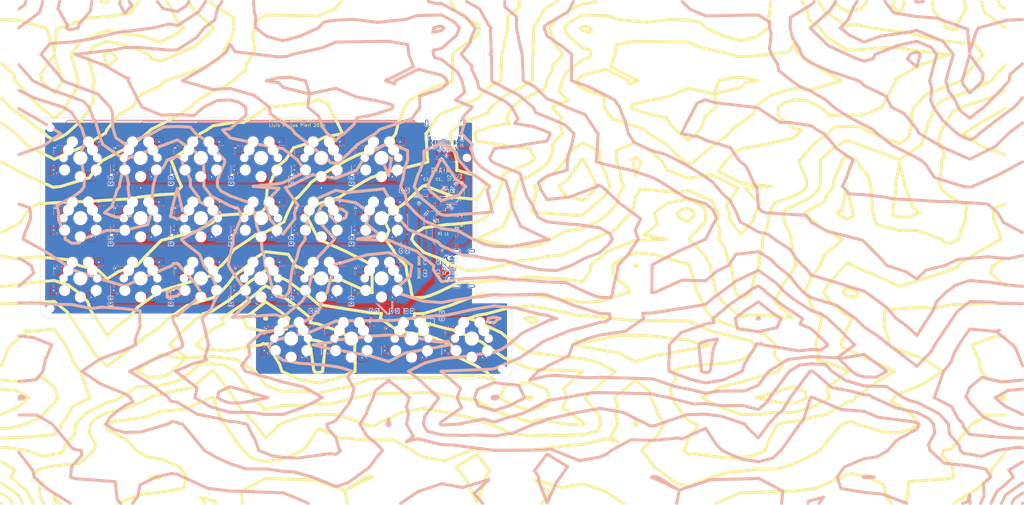
<source format=kicad_pcb>
(kicad_pcb (version 20221018) (generator pcbnew)
  (layers (0 "F.Cu" signal) (31 "B.Cu" signal) (34 "B.Paste" user) (35 "F.Paste" user) (36 "B.SilkS" user "B.Silkscreen") (37 "F.SilkS" user "F.Silkscreen") (38 "B.Mask" user) (39 "F.Mask" user) (44 "Edge.Cuts" user))
  (net 0 "")
  (net 1 "RST")
  (net 2 "GND")
  (net 3 "ROW1")
  (net 4 "ROW2")
  (net 5 "+5V")
  (net 6 "ROW3")
  (net 7 "ROW4")
  (net 8 "VBUS")
  (net 9 "P_D+")
  (net 10 "P_D-")
  (net 11 "P_TX")
  (net 12 "P_RX")
  (net 13 "D+")
  (net 14 "COL1")
  (net 15 "COL2")
  (net 16 "COL3")
  (net 17 "COL4")
  (net 18 "COL5")
  (net 19 "COL6")
  (net 22 "RX")
  (net 23 "TX")
  (net 24 "D-")
  (net 25 "+3V3")
  (net 26 "Net-(J1-CC1)")
  (net 28 "Net-(J1-CC2)")
  (net 30 "Net-(J1-SHIELD)")
  (net 35 "Net-(J2-SHIELD)")
  (net 36 "Net-(D1-A)")
  (net 37 "Net-(D2-A)")
  (net 38 "Net-(D3-A)")
  (net 39 "Net-(D4-A)")
  (net 40 "Net-(D5-A)")
  (net 41 "Net-(D6-A)")
  (net 42 "Net-(D8-A)")
  (net 43 "Net-(D9-A)")
  (net 44 "Net-(D10-A)")
  (net 45 "Net-(D11-A)")
  (net 46 "Net-(D12-A)")
  (net 47 "Net-(D13-A)")
  (net 48 "Net-(D15-A)")
  (net 49 "Net-(D16-A)")
  (net 50 "Net-(D17-A)")
  (net 51 "Net-(D18-A)")
  (net 52 "Net-(D20-A)")
  (net 53 "Net-(D21-A)")
  (net 54 "Net-(D22-A)")
  (net 55 "Net-(D23-A)")
  (net 56 "Net-(B1-Pad1)")
  (net 57 "Net-(L1-A)")
  (net 58 "Net-(D7-A)")
  (net 59 "Net-(D14-A)")
  (footprint "picctrl:SW_Hotswap_Kailh_Choc_MX_1.00u" (layer "F.Cu") (at 87.3125 111.91875)
    (fp_text reference "SW13" hide)
    (fp_text value "SW_Push_45deg" hide)
  )
  (footprint "picctrl:SW_Hotswap_Kailh_Choc_MX_1.00u" (layer "F.Cu") (at 182.5625 73.81875)
    (fp_text reference "SW6" hide)
    (fp_text value "SW_Push_45deg" hide)
  )
  (footprint "picctrl:SW_Hotswap_Kailh_Choc_MX_1.00u" (layer "F.Cu") (at 163.5125 92.86875)
    (fp_text reference "SW11" hide)
    (fp_text value "SW_Push_45deg" hide)
  )
  (footprint "Package_TO_SOT_SMD:SOT-23-3" (layer "F.Cu") (at 206.375 78.58125 90)
    (fp_text reference "U2")
    (fp_text value "CH213K")
  )
  (footprint "picctrl:SW_Hotswap_Kailh_Choc_MX_1.00u" (layer "F.Cu") (at 182.5625 111.91875)
    (fp_text reference "SW18" hide)
    (fp_text value "SW_Push_45deg" hide)
  )
  (footprint "MountingHole:MountingHole_2.2mm_M2" (layer "F.Cu") (at 77.7875 64.29375)
    (fp_text reference "REF**" hide)
    (fp_text value "MountingHole_2.2mm_M2" hide)
  )
  (footprint "MountingHole:MountingHole_2.2mm_M2" (layer "F.Cu") (at 209.55 73.81875)
    (fp_text reference "REF**" hide)
    (fp_text value "MountingHole_2.2mm_M2" hide)
  )
  (footprint "Resistor_SMD:R_0805_2012Metric" (layer "F.Cu") (at 197.64375 78.58125 -90)
    (fp_text reference "R3")
    (fp_text value "0")
  )
  (footprint "picctrl:SW_Hotswap_Kailh_Choc_MX_1.00u" (layer "F.Cu") (at 106.3625 92.86875)
    (fp_text reference "SW8" hide)
    (fp_text value "SW_Push_45deg" hide)
  )
  (footprint "picctrl:SW_Hotswap_Kailh_Choc_MX_1.00u" (layer "F.Cu") (at 106.3625 73.81875)
    (fp_text reference "SW2" hide)
    (fp_text value "SW_Push_45deg" hide)
  )
  (footprint "Button_Switch_SMD:SW_Push_SPST_NO_Alps_SKRK" (layer "F.Cu") (at 198.4375 110.33125 180)
    (fp_text reference "B2" hide)
    (fp_text value "RESET")
  )
  (footprint "picctrl:SW_Hotswap_Kailh_Choc_MX_1.00u" (layer "F.Cu") (at 106.3625 111.91875)
    (fp_text reference "SW14" hide)
    (fp_text value "SW_Push_45deg" hide)
  )
  (footprint "picctrl:SW_Hotswap_Kailh_Choc_MX_1.00u" (layer "F.Cu") (at 173.0204 130.96875)
    (fp_text reference "SW21" hide)
    (fp_text value "SW_Push_45deg" hide)
  )
  (footprint "picctrl:SW_Hotswap_Kailh_Choc_MX_1.00u" (layer "F.Cu") (at 144.4625 92.86875)
    (fp_text reference "SW10" hide)
    (fp_text value "SW_Push_45deg" hide)
  )
  (footprint "picctrl:TYPE-C-31-M-14_Reversible" (layer "F.Cu") (at 210.0245 108.79375 90)
    (fp_text reference "J2")
    (fp_text value "USB_C_Receptacle_USB2.0")
    (fp_line (start -4.6 -3.2) (end -4.6 2.7) (stroke (width 0.12)) (layer "Edge.Cuts"))
    (fp_line (start -3.1 -3.8) (end -3.1 -3.2) (stroke (width 0.12)) (layer "Edge.Cuts"))
    (fp_line (start -3.1 -3.2) (end -4.6 -3.2) (stroke (width 0.12)) (layer "Edge.Cuts"))
    (fp_line (start 3.2 -3.8) (end -3.1 -3.8) (stroke (width 0.12)) (layer "Edge.Cuts"))
    (fp_line (start 3.2 -3.2) (end 3.2 -3.8) (stroke (width 0.12)) (layer "Edge.Cuts"))
    (fp_line (start 4.6 -3.2) (end 3.2 -3.2) (stroke (width 0.12)) (layer "Edge.Cuts"))
    (fp_line (start 4.6 2.7) (end 4.6 -3.2) (stroke (width 0.12)) (layer "Edge.Cuts"))
  )
  (footprint "picctrl:SW_Hotswap_Kailh_Choc_MX_1.00u" (layer "F.Cu") (at 163.5125 73.81875)
    (fp_text reference "SW5" hide)
    (fp_text value "SW_Push_45deg" hide)
  )
  (footprint "Package_TO_SOT_SMD:SOT-23-6" (layer "F.Cu") (at 207.16875 84.93125 90)
    (fp_text reference "U3")
    (fp_text value "USBLC6-2SC6")
  )
  (footprint "picctrl:SW_Hotswap_Kailh_Choc_MX_1.00u" (layer "F.Cu") (at 87.3125 92.86875)
    (fp_text reference "SW7" hide)
    (fp_text value "SW_Push_45deg" hide)
  )
  (footprint "picctrl:SW_Hotswap_Kailh_Choc_MX_1.00u" (layer "F.Cu") (at 125.4125 92.86875)
    (fp_text reference "SW9" hide)
    (fp_text value "SW_Push_45deg" hide)
  )
  (footprint "picctrl:TYPE-C-31-M-14_Reversible" (layer "F.Cu") (at 202.45625 63.81925 180)
    (fp_text reference "J1")
    (fp_text value "USB_C_Receptacle_USB2.0")
    (fp_line (start -4.6 -3.2) (end -4.6 2.7) (stroke (width 0.12)) (layer "Edge.Cuts"))
    (fp_line (start -3.1 -3.8) (end -3.1 -3.2) (stroke (width 0.12)) (layer "Edge.Cuts"))
    (fp_line (start -3.1 -3.2) (end -4.6 -3.2) (stroke (width 0.12)) (layer "Edge.Cuts"))
    (fp_line (start 3.2 -3.8) (end -3.1 -3.8) (stroke (width 0.12)) (layer "Edge.Cuts"))
    (fp_line (start 3.2 -3.2) (end 3.2 -3.8) (stroke (width 0.12)) (layer "Edge.Cuts"))
    (fp_line (start 4.6 -3.2) (end 3.2 -3.2) (stroke (width 0.12)) (layer "Edge.Cuts"))
    (fp_line (start 4.6 2.7) (end 4.6 -3.2) (stroke (width 0.12)) (layer "Edge.Cuts"))
  )
  (footprint "picctrl:SW_Hotswap_Kailh_Choc_MX_1.00u" (layer "F.Cu") (at 87.3125 73.81875)
    (fp_text reference "SW1" hide)
    (fp_text value "SW_Push_45deg" hide)
  )
  (footprint "MountingHole:MountingHole_2.2mm_M2" (layer "F.Cu") (at 220.6625 140.49375)
    (fp_text reference "REF**" hide)
    (fp_text value "MountingHole_2.2mm_M2" hide)
  )
  (footprint "Resistor_SMD:R_0805_2012Metric" (layer "F.Cu") (at 202.40625 78.58125 90)
    (fp_text reference "R5")
    (fp_text value "5.1k")
  )
  (footprint "Resistor_SMD:R_0805_2012Metric" (layer "F.Cu") (at 207.9625 95.25 90)
    (fp_text reference "R6")
    (fp_text value "0")
  )
  (footprint "picctrl:SW_Hotswap_Kailh_Choc_MX_1.00u" (layer "F.Cu") (at 182.5625 92.86875)
    (fp_text reference "SW12" hide)
    (fp_text value "SW_Push_45deg" hide)
  )
  (footprint "Resistor_SMD:R_0805_2012Metric" (layer "F.Cu") (at 207.9625 91.28125 -90)
    (fp_text reference "R2")
    (fp_text value "5.1k")
  )
  (footprint "Capacitor_SMD:C_0805_2012Metric" (layer "F.Cu") (at 197.64375 81.75625 180)
    (fp_text reference "C2")
    (fp_text value "100nF")
  )
  (footprint "MountingHole:MountingHole_2.2mm_M2" (layer "F.Cu") (at 77.7875 121.44375)
    (fp_text reference "REF**" hide)
    (fp_text value "MountingHole_2.2mm_M2" hide)
  )
  (footprint "picctrl:SW_Hotswap_Kailh_Choc_MX_1.00u" (layer "F.Cu") (at 144.4625 73.81875)
    (fp_text reference "SW4" hide)
    (fp_text value "SW_Push_45deg" hide)
  )
  (footprint "Resistor_SMD:R_0402_1005Metric" (layer "F.Cu") (at 201.1025 96.8375)
    (fp_text reference "R1")
    (fp_text value "1k")
  )
  (footprint "Button_Switch_SMD:SW_Push_SPST_NO_Alps_SKRK" (layer "F.Cu") (at 198.4375 106.3625 180)
    (fp_text reference "B1" hide)
    (fp_text value "BOOT" hide)
  )
  (footprint "picctrl:SW_Hotswap_Kailh_Choc_MX_1.00u" (layer "F.Cu") (at 153.9704 130.96715)
    (fp_text reference "SW20" hide)
    (fp_text value "SW_Push_45deg" hide)
  )
  (footprint "picctrl:SW_Hotswap_Kailh_Choc_MX_1.00u" (layer "F.Cu") (at 192.0704 130.96875)
    (fp_text reference "SW22" hide)
    (fp_text value "SW_Push_45deg" hide)
  )
  (footprint "picctrl:SW_Hotswap_Kailh_Choc_MX_1.00u" (layer "F.Cu") (at 125.4125 111.91875)
    (fp_text reference "SW15" hide)
    (fp_text value "SW_Push_45deg" hide)
  )
  (footprint "picctrl:SW_Hotswap_Kailh_Choc_MX_1.00u" (layer "F.Cu") (at 125.4125 73.81875)
    (fp_text reference "SW3" hide)
    (fp_text value "SW_Push_45deg" hide)
  )
  (footprint "Capacitor_SMD:C_0805_2012Metric" (layer "F.Cu") (at 201.6125 81.75625 180)
    (fp_text reference "C1")
    (fp_text value "100nF")
  )
  (footprint "LED_SMD:LED_0402_1005Metric" (layer "F.Cu") (at 203.2 96.8375 180)
    (fp_text reference "L1")
    (fp_text value "PWR/USR LED")
  )
  (footprint "Package_SO:TSSOP-20_4.4x6.5mm_P0.65mm" (layer "F.Cu") (at 199.23125 87.3125)
    (fp_text reference "U4")
    (fp_text value "CH552T")
  )
  (footprint "picctrl:SW_Hotswap_Kailh_Choc_MX_1.00u" (layer "F.Cu") (at 163.5125 111.91875)
    (fp_text reference "SW17" hide)
    (fp_text value "SW_Push_45deg" hide)
  )
  (footprint "Package_TO_SOT_SMD:SOT-23-6" (layer "F.Cu") (at 197.4875 94.00625 -90)
    (fp_text reference "U1")
    (fp_text value "USBLC6-2SC6")
  )
  (footprint "picctrl:SW_Hotswap_Kailh_Choc_MX_1.00u" (layer "F.Cu") (at 144.4625 111.91875)
    (fp_text reference "SW16" hide)
    (fp_text value "SW_Push_45deg" hide)
  )
  (footprint "Resistor_SMD:R_0805_2012Metric" (layer "F.Cu") (at 200.025 78.58125 -90)
    (fp_text reference "R4")
    (fp_text value "5.1k")
  )
  (footprint "picctrl:SW_Hotswap_Kailh_Choc_MX_1.00u" (layer "F.Cu") (at 211.1204 130.96875)
    (fp_text reference "SW23" hide)
    (fp_text value "SW_Push_45deg" hide)
  )
  (footprint "picctrl:D_0805_2012Metric_Reversible" (layer "B.Cu") (at 153.9875 100.0125 90)
    (fp_text reference "D10" hide)
    (fp_text value "D_Small_Filled" hide)
  )
  (footprint "picctrl:D_0805_2012Metric_Reversible" (layer "B.Cu") (at 96.8375 80.9625 90)
    (fp_text reference "D1" hide)
    (fp_text value "D_Small_Filled" hide)
  )
  (footprint "picctrl:D_0805_2012Metric_Reversible" (layer "B.Cu") (at 186.53125 122.2375 180)
    (fp_text reference "D18" hide)
    (fp_text value "D_Small_Filled" hide)
  )
  (footprint "picctrl:D_0805_2012Metric_Reversible" (layer "B.Cu") (at 173.0375 100.0125 90)
    (fp_text reference "D11" hide)
    (fp_text value "D_Small_Filled" hide)
  )
  (footprint "picctrl:D_0805_2012Metric_Reversible" (layer "B.Cu") (at 161.13125 122.2375 180)
    (fp_text reference "D20" hide)
    (fp_text value "D_Small_Filled" hide)
  )
  (footprint "picctrl:D_0805_2012Metric_Reversible" (layer "B.Cu") (at 173.0375 119.0625 90)
    (fp_text reference "D17" hide)
    (fp_text value "D_Small_Filled" hide)
  )
  (footprint "picctrl:D_0805_2012Metric_Reversible" (layer "B.Cu") (at 115.8875 119.0625 90)
    (fp_text reference "D14" hide)
    (fp_text value "D_Small_Filled" hide)
  )
  (footprint "picctrl:D_0805_2012Metric_Reversible" (layer "B.Cu") (at 96.8375 100.0125 90)
    (fp_text reference "D7" hide)
    (fp_text value "D_Small_Filled" hide)
  )
  (footprint "picctrl:D_0805_2012Metric_Reversible" (layer "B.Cu") (at 96.8375 119.0625 90)
    (fp_text reference "D13" hide)
    (fp_text value "D_Small_Filled" hide)
  )
  (footprint "picctrl:D_0805_2012Metric_Reversible" (layer "B.Cu") (at 189.70625 103.1875 180)
    (fp_text reference "D12" hide)
    (fp_text value "D_Small_Filled" hide)
  )
  (footprint "picctrl:D_0805_2012Metric_Reversible" (layer "B.Cu") (at 191.29375 122.2375)
    (fp_text reference "D22" hide)
    (fp_text value "D_Small_Filled" hide)
  )
  (footprint "picctrl:D_0805_2012Metric_Reversible" (layer "B.Cu") (at 134.9375 80.9625 90)
    (fp_text reference "D3" hide)
    (fp_text value "D_Small_Filled" hide)
  )
  (footprint "picctrl:D_0805_2012Metric_Reversible" (layer "B.Cu") (at 201.6125 123.825 -90)
    (fp_text reference "D23" hide)
    (fp_text value "D_Small_Filled" hide)
  )
  (footprint "picctrl:D_0805_2012Metric_Reversible" (layer "B.Cu") (at 189.70625 84.1375 180)
    (fp_text reference "D6" hide)
    (fp_text value "D_Small_Filled" hide)
  )
  (footprint "picctrl:D_0805_2012Metric_Reversible" (layer "B.Cu") (at 115.8875 100.0125 90)
    (fp_text reference "D8" hide)
    (fp_text value "D_Small_Filled" hide)
  )
  (footprint "picctrl:D_0805_2012Metric_Reversible" (layer "B.Cu") (at 134.9375 119.0625 90)
    (fp_text reference "D15" hide)
    (fp_text value "D_Small_Filled" hide)
  )
  (footprint "picctrl:D_0805_2012Metric_Reversible" (layer "B.Cu") (at 180.18125 122.2375 180)
    (fp_text reference "D21" hide)
    (fp_text value "D_Small_Filled" hide)
  )
  (footprint "picctrl:D_0805_2012Metric_Reversible" (layer "B.Cu") (at 173.0375 80.9625 90)
    (fp_text reference "D5" hide)
    (fp_text value "D_Small_Filled" hide)
  )
  (footprint "picctrl:D_0805_2012Metric_Reversible" (layer "B.Cu") (at 134.9375 100.0125 90)
    (fp_text reference "D9" hide)
    (fp_text value "D_Small_Filled" hide)
  )
  (footprint "picctrl:D_0805_2012Metric_Reversible" (layer "B.Cu") (at 153.9875 119.0625 90)
    (fp_text reference "D16" hide)
    (fp_text value "D_Small_Filled" hide)
  )
  (footprint "picctrl:D_0805_2012Metric_Reversible" (layer "B.Cu") (at 115.8875 80.9625 90)
    (fp_text reference "D2" hide)
    (fp_text value "D_Small_Filled" hide)
  )
  (footprint "picctrl:D_0805_2012Metric_Reversible" (layer "B.Cu") (at 153.9875 80.9625 90)
    (fp_text reference "D4" hide)
    (fp_text value "D_Small_Filled" hide)
  )
  (gr_line (start 366.525221 50.468858) (end 368.63362 53.328839) (stroke (width 0.952499)) (layer "B.SilkS"))
  (gr_line (start 160.28294 70.038518) (end 162.004388 71.43006) (stroke (width 0.952499)) (layer "B.SilkS"))
  (gr_line (start 124.643567 86.170242) (end 122.119696 82.836491) (stroke (width 0.952499)) (layer "B.SilkS"))
  (gr_line (start 99.745855 25.109788) (end 101.265155 28.108674) (stroke (width 0.952499)) (layer "B.SilkS"))
  (gr_line (start 198.996856 41.060441) (end 198.880273 39.735871) (stroke (width 0.952499)) (layer "B.SilkS"))
  (gr_line (start 98.5664 67.47495) (end 98.101312 66.125577) (stroke (width 0.952499)) (layer "B.SilkS"))
  (gr_line (start 127.545715 178.314691) (end 119.699994 174.744061) (stroke (width 0.952499)) (layer "B.SilkS"))
  (gr_line (start 281.120208 151.658334) (end 273.536172 149.678919) (stroke (width 0.952499)) (layer "B.SilkS"))
  (gr_line (start 119.294433 99.547411) (end 126.709802 95.558815) (stroke (width 0.952499)) (layer "B.SilkS"))
  (gr_line (start 205.989288 55.540176) (end 208.896399 53.099397) (stroke (width 0.952499)) (layer "B.SilkS"))
  (gr_line (start 142.875012 32.704982) (end 142.630676 28.732512) (stroke (width 0.952499)) (layer "B.SilkS"))
  (gr_line (start 364.958805 57.770117) (end 363.995144 55.450881) (stroke (width 0.952499)) (layer "B.SilkS"))
  (gr_line (start 142.195361 54.015929) (end 147.188537 57.770117) (stroke (width 0.952499)) (layer "B.SilkS"))
  (gr_line (start 201.528161 141.414005) (end 201.466162 141.354468) (stroke (width 0.952499)) (layer "B.SilkS"))
  (gr_line (start 256.270874 55.465762) (end 251.660919 53.070871) (stroke (width 0.952499)) (layer "B.SilkS"))
  (gr_line (start 268.033258 116.425757) (end 268.370602 116.41088) (stroke (width 0.952499)) (layer "B.SilkS"))
  (gr_line (start 216.353936 124.612549) (end 216.028997 125.71759) (stroke (width 0.952499)) (layer "B.SilkS"))
  (gr_line (start 208.861682 136.634137) (end 211.999469 136.087192) (stroke (width 0.952499)) (layer "B.SilkS"))
  (gr_line (start 201.177185 158.209253) (end 201.079205 158.033142) (stroke (width 0.952499)) (layer "B.SilkS"))
  (gr_line (start 372.909948 47.277737) (end 368.63362 41.221671) (stroke (width 0.952499)) (layer "B.SilkS"))
  (gr_line (start 248.632272 148.1646) (end 240.534781 149.678919) (stroke (width 0.952499)) (layer "B.SilkS"))
  (gr_line (start 251.660919 168.446149) (end 245.224102 169.60701) (stroke (width 0.952499)) (layer "B.SilkS"))
  (gr_line (start 223.11073 101.983231) (end 234.522119 99.760733) (stroke (width 0.952499)) (layer "B.SilkS"))
  (gr_line (start 363.806628 135.381503) (end 362.705299 138.359302) (stroke (width 0.952499)) (layer "B.SilkS"))
  (gr_line (start 168.107568 107.390656) (end 167.783874 107.740396) (stroke (width 0.952499)) (layer "B.SilkS"))
  (gr_line (start 156.138073 88.821866) (end 152.153204 83.214764) (stroke (width 0.952499)) (layer "B.SilkS"))
  (gr_line (start 339.40998 66.125577) (end 337.936581 64.763799) (stroke (width 0.952499)) (layer "B.SilkS"))
  (gr_line (start 216.580896 175.573776) (end 208.194427 178.077808) (stroke (width 0.952499)) (layer "B.SilkS"))
  (gr_line (start 210.096948 111.973319) (end 209.522729 111.898904) (stroke (width 0.952499)) (layer "B.SilkS"))
  (gr_line (start 301.792431 162.412412) (end 298.701767 159.57847) (stroke (width 0.952499)) (layer "B.SilkS"))
  (gr_line (start 146.87973 110.161334) (end 145.717633 107.90163) (stroke (width 0.952499)) (layer "B.SilkS"))
  (gr_line (start 149.71986 81.998097) (end 141.936157 82.836491) (stroke (width 0.952499)) (layer "B.SilkS"))
  (gr_line (start 178.843042 91.191951) (end 174.438971 88.025632) (stroke (width 0.952499)) (layer "B.SilkS"))
  (gr_line (start 117.976074 134.374432) (end 119.461865 133.710904) (stroke (width 0.952499)) (layer "B.SilkS"))
  (gr_line (start 240.553384 63.323889) (end 243.490258 66.125577) (stroke (width 0.952499)) (layer "B.SilkS"))
  (gr_line (start 105.405041 181.029559) (end 103.797705 183.099512) (stroke (width 0.952499)) (layer "B.SilkS"))
  (gr_line (start 352.675525 66.125577) (end 352.408876 65.882491) (stroke (width 0.952499)) (layer "B.SilkS"))
  (gr_line (start 327.668681 128.3841) (end 323.716052 124.612549) (stroke (width 0.952499)) (layer "B.SilkS"))
  (gr_line (start 211.581512 99.547411) (end 215.030597 101.151035) (stroke (width 0.952499)) (layer "B.SilkS"))
  (gr_line (start 241.841989 136.413376) (end 234.95 139.683878) (stroke (width 0.952499)) (layer "B.SilkS"))
  (gr_line (start 356.079969 166.388602) (end 355.61364 164.543128) (stroke (width 0.952499)) (layer "B.SilkS"))
  (gr_line (start 179.273413 130.196085) (end 171.810913 131.116336) (stroke (width 0.952499)) (layer "B.SilkS"))
  (gr_line (start 338.450036 174.744061) (end 335.805856 174.447641) (stroke (width 0.952499)) (layer "B.SilkS"))
  (gr_line (start 136.264557 40.271652) (end 134.686975 37.925128) (stroke (width 0.952499)) (layer "B.SilkS"))
  (gr_line (start 184.818487 36.936662) (end 176.708599 37.004874) (stroke (width 0.952499)) (layer "B.SilkS"))
  (gr_line (start 313.3787 118.819412) (end 310.04619 116.257089) (stroke (width 0.952499)) (layer "B.SilkS"))
  (gr_line (start 183.495166 125.273587) (end 169.563604 125.340567) (stroke (width 0.952499)) (layer "B.SilkS"))
  (gr_line (start 251.660919 153.021353) (end 244.355944 154.381891) (stroke (width 0.952499)) (layer "B.SilkS"))
  (gr_line (start 268.033258 174.912729) (end 268.370602 174.961096) (stroke (width 0.952499)) (layer "B.SilkS"))
  (gr_line (start 357.189977 68.758592) (end 352.675525 66.125577) (stroke (width 0.952499)) (layer "B.SilkS"))
  (gr_line (start 283.650287 132.252387) (end 282.955749 132.968008) (stroke (width 0.952499)) (layer "B.SilkS"))
  (gr_line (start 225.261285 32.704982) (end 226.073651 36.621643) (stroke (width 0.952499)) (layer "B.SilkS"))
  (gr_line (start 206.800409 96.910674) (end 211.581512 99.547411) (stroke (width 0.952499)) (layer "B.SilkS"))
  (gr_line (start 360.178943 36.932942) (end 351.923944 33.468967) (stroke (width 0.952499)) (layer "B.SilkS"))
  (gr_line (start 201.528161 42.683908) (end 199.396209 42.125802) (stroke (width 0.952499)) (layer "B.SilkS"))
  (gr_line (start 117.976074 31.958361) (end 124.634887 27.678313) (stroke (width 0.952499)) (layer "B.SilkS"))
  (gr_line (start 101.265155 152.187912) (end 103.905609 150.998532) (stroke (width 0.952499)) (layer "B.SilkS"))
  (gr_line (start 382.24147 132.968008) (end 377.302858 128.947168) (stroke (width 0.952499)) (layer "B.SilkS"))
  (gr_line (start 73.258184 55.063926) (end 67.844561 52.453233) (stroke (width 0.952499)) (layer "B.SilkS"))
  (gr_line (start 304.150116 142.502924) (end 305.038122 141.323459) (stroke (width 0.952499)) (layer "B.SilkS"))
  (gr_line (start 371.328649 59.118252) (end 368.63362 61.231612) (stroke (width 0.952499)) (layer "B.SilkS"))
  (gr_line (start 217.339923 41.509406) (end 217.434167 49.012824) (stroke (width 0.952499)) (layer "B.SilkS"))
  (gr_line (start 223.869757 57.770117) (end 225.738787 61.520586) (stroke (width 0.952499)) (layer "B.SilkS"))
  (gr_line (start 194.101641 179.386261) (end 188.609887 183.099512) (stroke (width 0.952499)) (layer "B.SilkS"))
  (gr_line (start 219.347857 149.678919) (end 219.128332 149.233679) (stroke (width 0.952499)) (layer "B.SilkS"))
  (gr_line (start 184.818487 99.836383) (end 184.091723 99.910797) (stroke (width 0.952499)) (layer "B.SilkS"))
  (gr_line (start 348.72662 183.099512) (end 341.027246 180.192401) (stroke (width 0.952499)) (layer "B.SilkS"))
  (gr_line (start 126.836291 128.537891) (end 125.79823 124.612549) (stroke (width 0.952499)) (layer "B.SilkS"))
  (gr_line (start 200.540948 32.211369) (end 199.065063 32.704982) (stroke (width 0.952499)) (layer "B.SilkS"))
  (gr_line (start 372.033102 183.099512) (end 373.169156 180.832373) (stroke (width 0.952499)) (layer "B.SilkS"))
  (gr_line (start 166.274517 91.191951) (end 166.319159 92.08616) (stroke (width 0.952499)) (layer "B.SilkS"))
  (gr_line (start 87.696985 167.959976) (end 87.577929 166.388602) (stroke (width 0.952499)) (layer "B.SilkS"))
  (gr_line (start 353.18154 74.481036) (end 352.506853 74.189578) (stroke (width 0.952499)) (layer "B.SilkS"))
  (gr_line (start 84.555462 50.53335) (end 83.227179 50.079424) (stroke (width 0.952499)) (layer "B.SilkS"))
  (gr_line (start 287.805069 91.191951) (end 288.503323 92.902234) (stroke (width 0.952499)) (layer "B.SilkS"))
  (gr_line (start 301.792431 128.757407) (end 307.638897 127.535782) (stroke (width 0.952499)) (layer "B.SilkS"))
  (gr_line (start 355.413961 124.612549) (end 354.532155 125.917276) (stroke (width 0.952499)) (layer "B.SilkS"))
  (gr_line (start 368.63362 61.231612) (end 365.923707 59.125695) (stroke (width 0.952499)) (layer "B.SilkS"))
  (gr_line (start 297.522302 147.54324) (end 301.792431 145.687851) (stroke (width 0.952499)) (layer "B.SilkS"))
  (gr_line (start 168.107568 84.100295) (end 160.521069 87.398074) (stroke (width 0.952499)) (layer "B.SilkS"))
  (gr_line (start 98.869018 84.03456) (end 97.265399 89.191455) (stroke (width 0.952499)) (layer "B.SilkS"))
  (gr_line (start 104.968481 67.977245) (end 101.265155 69.350188) (stroke (width 0.952499)) (layer "B.SilkS"))
  (gr_line (start 83.227179 50.079424) (end 81.857953 49.4159) (stroke (width 0.952499)) (layer "B.SilkS"))
  (gr_line (start 251.660919 53.070871) (end 247.991064 51.250205) (stroke (width 0.952499)) (layer "B.SilkS"))
  (gr_line (start 217.291546 40.585431) (end 216.921966 41.060441) (stroke (width 0.952499)) (layer "B.SilkS"))
  (gr_line (start 325.607412 69.678848) (end 326.182881 70.641269) (stroke (width 0.952499)) (layer "B.SilkS"))
  (gr_line (start 180.492547 55.60839) (end 174.584082 54.531867) (stroke (width 0.952499)) (layer "B.SilkS"))
  (gr_line (start 377.806393 158.033142) (end 373.040172 155.830484) (stroke (width 0.952499)) (layer "B.SilkS"))
  (gr_line (start 363.995144 55.450881) (end 361.993406 52.736008) (stroke (width 0.952499)) (layer "B.SilkS"))
  (gr_line (start 218.23908 125.956964) (end 219.119653 125.052826) (stroke (width 0.952499)) (layer "B.SilkS"))
  (gr_line (start 73.253204 144.027176) (end 75.454644 141.323459) (stroke (width 0.952499)) (layer "B.SilkS"))
  (gr_line (start 323.577148 97.009889) (end 318.50211 94.213164) (stroke (width 0.952499)) (layer "B.SilkS"))
  (gr_line (start 276.74342 178.931079) (end 275.942224 183.099512) (stroke (width 0.952499)) (layer "B.SilkS"))
  (gr_line (start 242.75108 41.060441) (end 239.821649 38.62338) (stroke (width 0.952499)) (layer "B.SilkS"))
  (gr_line (start 117.976074 151.132474) (end 115.835424 150.749243) (stroke (width 0.952499)) (layer "B.SilkS"))
  (gr_line (start 373.144352 57.770117) (end 371.328649 59.118252) (stroke (width 0.952499)) (layer "B.SilkS"))
  (gr_line (start 210.640167 36.50382) (end 210.673657 37.277727) (stroke (width 0.952499)) (layer "B.SilkS"))
  (gr_line (start 217.668579 90.9067) (end 215.949621 83.98123) (stroke (width 0.952499)) (layer "B.SilkS"))
  (gr_line (start 385.344537 183.018909) (end 385.277564 183.066022) (stroke (width 0.952499)) (layer "B.SilkS"))
  (gr_line (start 305.351901 32.704982) (end 305.38291 30.909123) (stroke (width 0.952499)) (layer "B.SilkS"))
  (gr_line (start 351.923944 24.545481) (end 352.37911 24.577727) (stroke (width 0.952499)) (layer "B.SilkS"))
  (gr_line (start 251.885406 82.723634) (end 252.200421 82.836491) (stroke (width 0.952499)) (layer "B.SilkS"))
  (gr_line (start 344.661129 27.98093) (end 341.785028 24.349524) (stroke (width 0.952499)) (layer "B.SilkS"))
  (gr_line (start 184.818487 156.528738) (end 184.407983 157.828503) (stroke (width 0.952499)) (layer "B.SilkS"))
  (gr_line (start 184.818487 56.679953) (end 180.492547 55.60839) (stroke (width 0.952499)) (layer "B.SilkS"))
  (gr_line (start 305.038122 141.323459) (end 311.059463 137.60152) (stroke (width 0.952499)) (layer "B.SilkS"))
  (gr_line (start 252.912317 83.461572) (end 257.829843 88.106249) (stroke (width 0.952499)) (layer "B.SilkS"))
  (gr_line (start 119.029022 73.953935) (end 117.976074 73.265605) (stroke (width 0.952499)) (layer "B.SilkS"))
  (gr_line (start 168.107568 51.788469) (end 159.811645 53.563244) (stroke (width 0.952499)) (layer "B.SilkS"))
  (gr_line (start 87.780078 64.513274) (end 84.555462 59.413429) (stroke (width 0.952499)) (layer "B.SilkS"))
  (gr_line (start 236.03273 124.071802) (end 234.95 123.647647) (stroke (width 0.952499)) (layer "B.SilkS"))
  (gr_line (start 360.074762 61.846768) (end 357.172614 57.770117) (stroke (width 0.952499)) (layer "B.SilkS"))
  (gr_line (start 166.460553 66.949094) (end 168.107568 68.281104) (stroke (width 0.952499)) (layer "B.SilkS"))
  (gr_line (start 119.574731 75.280988) (end 119.558599 74.481036) (stroke (width 0.952499)) (layer "B.SilkS"))
  (gr_line (start 184.091723 99.910797) (end 174.904058 99.547411) (stroke (width 0.952499)) (layer "B.SilkS"))
  (gr_line (start 232.478213 109.138141) (end 226.838867 107.90163) (stroke (width 0.952499)) (layer "B.SilkS"))
  (gr_line (start 192.645605 161.947324) (end 190.459069 158.033142) (stroke (width 0.952499)) (layer "B.SilkS"))
  (gr_line (start 320.559657 65.097421) (end 322.498144 66.125577) (stroke (width 0.952499)) (layer "B.SilkS"))
  (gr_line (start 215.949621 83.98123) (end 216.853741 82.836491) (stroke (width 0.952499)) (layer "B.SilkS"))
  (gr_line (start 234.95 65.569952) (end 235.547793 65.82668) (stroke (width 0.952499)) (layer "B.SilkS"))
  (gr_line (start 227.786419 154.451343) (end 222.10365 156.100858) (stroke (width 0.952499)) (layer "B.SilkS"))
  (gr_line (start 334.256807 49.893389) (end 333.460577 49.4159) (stroke (width 0.952499)) (layer "B.SilkS"))
  (gr_line (start 360.624186 170.394556) (end 356.079969 166.388602) (stroke (width 0.952499)) (layer "B.SilkS"))
  (gr_line (start 259.657949 62.127062) (end 259.2772 61.578878) (stroke (width 0.952499)) (layer "B.SilkS"))
  (gr_line (start 301.792431 169.924506) (end 296.346563 169.112149) (stroke (width 0.952499)) (layer "B.SilkS"))
  (gr_line (start 340.242176 105.387674) (end 335.213025 100.320075) (stroke (width 0.952499)) (layer "B.SilkS"))
  (gr_line (start 254.963665 124.612549) (end 254.639962 123.123023) (stroke (width 0.952499)) (layer "B.SilkS"))
  (gr_line (start 85.262396 166.035135) (end 84.555462 165.449738) (stroke (width 0.952499)) (layer "B.SilkS"))
  (gr_line (start 144.273993 179.537561) (end 142.05274 179.416016) (stroke (width 0.952499)) (layer "B.SilkS"))
  (gr_line (start 86.880902 31.541643) (end 86.572094 32.704982) (stroke (width 0.952499)) (layer "B.SilkS"))
  (gr_line (start 296.026587 94.074255) (end 294.850839 91.191951) (stroke (width 0.952499)) (layer "B.SilkS"))
  (gr_line (start 339.251228 168.407697) (end 342.732566 166.388602) (stroke (width 0.952499)) (layer "B.SilkS"))
  (gr_line (start 148.024469 168.075314) (end 143.764264 166.388602) (stroke (width 0.952499)) (layer "B.SilkS"))
  (gr_line (start 210.454132 78.374129) (end 206.947992 74.481036) (stroke (width 0.952499)) (layer "B.SilkS"))
  (gr_line (start 156.531237 138.756174) (end 164.095416 139.31676) (stroke (width 0.952499)) (layer "B.SilkS"))
  (gr_line (start 218.23908 153.761777) (end 223.160333 152.139545) (stroke (width 0.952499)) (layer "B.SilkS"))
  (gr_line (start 188.599963 82.836491) (end 190.05849 85.457111) (stroke (width 0.952499)) (layer "B.SilkS"))
  (gr_line (start 80.189843 26.532336) (end 80.76159 24.349524) (stroke (width 0.952499)) (layer "B.SilkS"))
  (gr_line (start 301.792431 103.503757) (end 305.75498 105.920978) (stroke (width 0.952499)) (layer "B.SilkS"))
  (gr_line (start 327.88572 178.407709) (end 326.695095 174.744061) (stroke (width 0.952499)) (layer "B.SilkS"))
  (gr_line (start 234.038427 32.248576) (end 234.95 31.461027) (stroke (width 0.952499)) (layer "B.SilkS"))
  (gr_line (start 222.410003 82.836491) (end 221.908935 81.002187) (stroke (width 0.952499)) (layer "B.SilkS"))
  (gr_line (start 313.636668 147.245584) (end 311.822207 149.678919) (stroke (width 0.952499)) (layer "B.SilkS"))
  (gr_line (start 232.594796 82.836491) (end 232.925943 83.848525) (stroke (width 0.952499)) (layer "B.SilkS"))
  (gr_line (start 141.674463 161.528122) (end 140.000146 158.033142) (stroke (width 0.952499)) (layer "B.SilkS"))
  (gr_line (start 113.719586 63.997333) (end 109.830206 66.125577) (stroke (width 0.952499)) (layer "B.SilkS"))
  (gr_line (start 174.519592 174.744061) (end 171.865478 176.623016) (stroke (width 0.952499)) (layer "B.SilkS"))
  (gr_line (start 232.045379 141.323459) (end 229.432208 144.081741) (stroke (width 0.952499)) (layer "B.SilkS"))
  (gr_line (start 228.751312 96.448067) (end 226.484173 95.424873) (stroke (width 0.952499)) (layer "B.SilkS"))
  (gr_line (start 352.668084 40.688371) (end 351.923944 40.375831) (stroke (width 0.952499)) (layer "B.SilkS"))
  (gr_line (start 257.829843 88.106249) (end 262.049124 91.191951) (stroke (width 0.952499)) (layer "B.SilkS"))
  (gr_line (start 321.559285 123.08458) (end 318.50211 122.159366) (stroke (width 0.952499)) (layer "B.SilkS"))
  (gr_line (start 269.311938 158.504428) (end 268.370602 158.592484) (stroke (width 0.952499)) (layer "B.SilkS"))
  (gr_line (start 131.766223 84.296249) (end 130.659936 82.836491) (stroke (width 0.952499)) (layer "B.SilkS"))
  (gr_line (start 342.418788 141.323459) (end 339.568728 139.145612) (stroke (width 0.952499)) (layer "B.SilkS"))
  (gr_line (start 226.073651 36.621643) (end 226.105896 37.126418) (stroke (width 0.952499)) (layer "B.SilkS"))
  (gr_line (start 366.737302 167.337381) (end 365.660779 166.388602) (stroke (width 0.952499)) (layer "B.SilkS"))
  (gr_line (start 259.737326 128.650748) (end 251.660919 129.861221) (stroke (width 0.952499)) (layer "B.SilkS"))
  (gr_line (start 180.611621 66.125577) (end 182.08377 64.758836) (stroke (width 0.952499)) (layer "B.SilkS"))
  (gr_line (start 92.824121 53.635177) (end 84.555462 50.53335) (stroke (width 0.952499)) (layer "B.SilkS"))
  (gr_line (start 117.976074 117.48244) (end 118.877722 116.708536) (stroke (width 0.952499)) (layer "B.SilkS"))
  (gr_line (start 318.36072 149.606986) (end 318.307391 149.678919) (stroke (width 0.952499)) (layer "B.SilkS"))
  (gr_line (start 201.120129 157.829739) (end 201.528161 157.315048) (stroke (width 0.952499)) (layer "B.SilkS"))
  (gr_line (start 311.899102 102.848917) (end 306.881115 99.547411) (stroke (width 0.952499)) (layer "B.SilkS"))
  (gr_line (start 159.811645 53.563244) (end 158.485833 49.4159) (stroke (width 0.952499)) (layer "B.SilkS"))
  (gr_line (start 72.443329 130.668607) (end 67.844561 130.115463) (stroke (width 0.952499)) (layer "B.SilkS"))
  (gr_line (start 207.25061 32.704982) (end 205.46839 30.73549) (stroke (width 0.952499)) (layer "B.SilkS"))
  (gr_line (start 277.673596 162.685257) (end 276.264691 162.442175) (stroke (width 0.952499)) (layer "B.SilkS"))
  (gr_line (start 226.484173 95.424873) (end 226.535022 95.339295) (stroke (width 0.952499)) (layer "B.SilkS"))
  (gr_line (start 227.502404 82.836491) (end 228.551635 86.035056) (stroke (width 0.952499)) (layer "B.SilkS"))
  (gr_line (start 78.257568 132.968008) (end 72.443329 130.668607) (stroke (width 0.952499)) (layer "B.SilkS"))
  (gr_line (start 250.609207 73.955176) (end 250.471539 74.481036) (stroke (width 0.952499)) (layer "B.SilkS"))
  (gr_line (start 140.943963 136.097116) (end 138.298547 139.517682) (stroke (width 0.952499)) (layer "B.SilkS"))
  (gr_line (start 125.044165 104.368198) (end 120.306457 100.711989) (stroke (width 0.952499)) (layer "B.SilkS"))
  (gr_line (start 200.917981 91.497051) (end 201.528161 91.772382) (stroke (width 0.952499)) (layer "B.SilkS"))
  (gr_line (start 169.134497 165.875137) (end 169.607019 166.388602) (stroke (width 0.952499)) (layer "B.SilkS"))
  (gr_line (start 84.555462 120.210959) (end 76.838739 120.11546) (stroke (width 0.952499)) (layer "B.SilkS"))
  (gr_line (start 83.4591 100.094356) (end 82.478076 99.547411) (stroke (width 0.952499)) (layer "B.SilkS"))
  (gr_line (start 268.370602 174.528253) (end 268.232934 174.675845) (stroke (width 0.952499)) (layer "B.SilkS"))
  (gr_line (start 218.23908 144.894098) (end 212.938324 147.027304) (stroke (width 0.952499)) (layer "B.SilkS"))
  (gr_line (start 250.523623 65.557547) (end 251.118936 66.125577) (stroke (width 0.952499)) (layer "B.SilkS"))
  (gr_line (start 230.34129 63.821222) (end 234.95 65.569952) (stroke (width 0.952499)) (layer "B.SilkS"))
  (gr_line (start 104.798578 132.968008) (end 104.631146 131.285004) (stroke (width 0.952499)) (layer "B.SilkS"))
  (gr_line (start 111.211828 79.454373) (end 110.300256 82.836491) (stroke (width 0.952499)) (layer "B.SilkS"))
  (gr_line (start 286.398645 141.323459) (end 286.66033 140.533432) (stroke (width 0.952499)) (layer "B.SilkS"))
  (gr_line (start 117.976074 127.865683) (end 116.613055 125.294672) (stroke (width 0.952499)) (layer "B.SilkS"))
  (gr_line (start 115.783331 92.288318) (end 117.976074 93.209815) (stroke (width 0.952499)) (layer "B.SilkS"))
  (gr_line (start 349.914764 150.682272) (end 347.687302 149.678919) (stroke (width 0.952499)) (layer "B.SilkS"))
  (gr_line (start 150.150232 83.459091) (end 145.565069 88.276161) (stroke (width 0.952499)) (layer "B.SilkS"))
  (gr_line (start 84.555462 171.416504) (end 87.696985 167.959976) (stroke (width 0.952499)) (layer "B.SilkS"))
  (gr_line (start 335.213025 143.104443) (end 338.970935 143.202414) (stroke (width 0.952499)) (layer "B.SilkS"))
  (gr_line (start 298.701767 159.57847) (end 297.476416 158.033142) (stroke (width 0.952499)) (layer "B.SilkS"))
  (gr_line (start 253.862341 167.489926) (end 251.660919 168.446149) (stroke (width 0.952499)) (layer "B.SilkS"))
  (gr_line (start 268.220529 107.827216) (end 268.153558 107.90163) (stroke (width 0.952499)) (layer "B.SilkS"))
  (gr_line (start 179.941894 149.678919) (end 178.365558 152.90477) (stroke (width 0.952499)) (layer "B.SilkS"))
  (gr_line (start 227.217144 44.926251) (end 227.255597 45.568692) (stroke (width 0.952499)) (layer "B.SilkS"))
  (gr_line (start 106.2112 127.085571) (end 106.056164 124.612549) (stroke (width 0.952499)) (layer "B.SilkS"))
  (gr_line (start 309.489325 153.527365) (end 307.74432 155.057816) (stroke (width 0.952499)) (layer "B.SilkS"))
  (gr_line (start 169.563604 125.340567) (end 168.107568 125.445981) (stroke (width 0.952499)) (layer "B.SilkS"))
  (gr_line (start 106.056164 124.612549) (end 106.20252 122.144479) (stroke (width 0.952499)) (layer "B.SilkS"))
  (gr_line (start 333.430809 125.503037) (end 335.213025 127.311295) (stroke (width 0.952499)) (layer "B.SilkS"))
  (gr_line (start 297.906778 76.423241) (end 295.506924 74.481036) (stroke (width 0.952499)) (layer "B.SilkS"))
  (gr_line (start 255.651995 143.318997) (end 263.862344 143.576965) (stroke (width 0.952499)) (layer "B.SilkS"))
  (gr_line (start 178.365558 152.90477) (end 177.847131 154.548077) (stroke (width 0.952499)) (layer "B.SilkS"))
  (gr_line (start 349.242556 34.045676) (end 340.445575 35.321877) (stroke (width 0.952499)) (layer "B.SilkS"))
  (gr_line (start 201.466162 141.354468) (end 201.426464 141.323459) (stroke (width 0.952499)) (layer "B.SilkS"))
  (gr_line (start 378.204508 119.827719) (end 385.344537 119.929425) (stroke (width 0.952499)) (layer "B.SilkS"))
  (gr_line (start 301.792431 119.322943) (end 297.237051 122.335477) (stroke (width 0.952499)) (layer "B.SilkS"))
  (gr_line (start 119.938122 92.172975) (end 121.049371 91.191951) (stroke (width 0.952499)) (layer "B.SilkS"))
  (gr_line (start 208.167144 61.090225) (end 211.244159 57.770117) (stroke (width 0.952499)) (layer "B.SilkS"))
  (gr_line (start 203.670056 131.896439) (end 201.528161 132.060153) (stroke (width 0.952499)) (layer "B.SilkS"))
  (gr_line (start 214.569226 183.099512) (end 211.869244 179.914594) (stroke (width 0.952499)) (layer "B.SilkS"))
  (gr_line (start 126.309204 57.770117) (end 130.540881 55.697686) (stroke (width 0.952499)) (layer "B.SilkS"))
  (gr_line (start 173.811413 63.274277) (end 174.817248 61.124953) (stroke (width 0.952499)) (layer "B.SilkS"))
  (gr_line (start 212.323162 104.944907) (end 208.180786 104.575317) (stroke (width 0.952499)) (layer "B.SilkS"))
  (gr_line (start 217.036059 74.481036) (end 217.409375 74.896512) (stroke (width 0.952499)) (layer "B.SilkS"))
  (gr_line (start 251.660919 82.666583) (end 251.885406 82.723634) (stroke (width 0.952499)) (layer "B.SilkS"))
  (gr_line (start 218.23908 135.317004) (end 220.774121 134.235529) (stroke (width 0.952499)) (layer "B.SilkS"))
  (gr_line (start 201.528161 157.315048) (end 207.88562 152.856403) (stroke (width 0.952499)) (layer "B.SilkS"))
  (gr_line (start 126.431976 107.90163) (end 125.044165 104.368198) (stroke (width 0.952499)) (layer "B.SilkS"))
  (gr_line (start 134.686975 88.988057) (end 128.668133 85.845303) (stroke (width 0.952499)) (layer "B.SilkS"))
  (gr_line (start 368.007302 149.992697) (end 367.398346 149.678919) (stroke (width 0.952499)) (layer "B.SilkS"))
  (gr_line (start 277.330053 129.09227) (end 273.57586 132.968008) (stroke (width 0.952499)) (layer "B.SilkS"))
  (gr_line (start 279.655493 146.965286) (end 285.081512 148.260089) (stroke (width 0.952499)) (layer "B.SilkS"))
  (gr_line (start 169.607019 166.388602) (end 169.128289 166.899576) (stroke (width 0.952499)) (layer "B.SilkS"))
  (gr_line (start 111.596295 24.349524) (end 113.446722 26.614192) (stroke (width 0.952499)) (layer "B.SilkS"))
  (gr_line (start 171.871685 143.204895) (end 173.878393 146.792893) (stroke (width 0.952499)) (layer "B.SilkS"))
  (gr_line (start 331.310008 141.323459) (end 332.955801 142.452075) (stroke (width 0.952499)) (layer "B.SilkS"))
  (gr_line (start 335.213025 50.95007) (end 334.256807 49.893389) (stroke (width 0.952499)) (layer "B.SilkS"))
  (gr_line (start 159.239898 57.770117) (end 162.612097 60.518478) (stroke (width 0.952499)) (layer "B.SilkS"))
  (gr_line (start 352.573826 158.359317) (end 352.534138 158.033142) (stroke (width 0.952499)) (layer "B.SilkS"))
  (gr_line (start 181.321026 168.137332) (end 178.701666 171.685642) (stroke (width 0.952499)) (layer "B.SilkS"))
  (gr_line (start 352.834275 41.515607) (end 352.962019 41.060441) (stroke (width 0.952499)) (layer "B.SilkS"))
  (gr_line (start 80.406878 93.265625) (end 80.405652 91.191951) (stroke (width 0.952499)) (layer "B.SilkS"))
  (gr_line (start 205.038037 164.634909) (end 201.528161 164.529486) (stroke (width 0.952499)) (layer "B.SilkS"))
  (gr_line (start 205.46839 30.73549) (end 201.528161 28.593606) (stroke (width 0.952499)) (layer "B.SilkS"))
  (gr_line (start 285.081512 154.899072) (end 279.102349 155.044174) (stroke (width 0.952499)) (layer "B.SilkS"))
  (gr_line (start 268.603759 116.373673) (end 269.305731 116.257089) (stroke (width 0.952499)) (layer "B.SilkS"))
  (gr_line (start 67.844561 114.455029) (end 72.533892 110.246909) (stroke (width 0.952499)) (layer "B.SilkS"))
  (gr_line (start 197.804986 80.974904) (end 197.219598 82.836491) (stroke (width 0.952499)) (layer "B.SilkS"))
  (gr_line (start 251.660919 148.03313) (end 248.632272 148.1646) (stroke (width 0.952499)) (layer "B.SilkS"))
  (gr_line (start 90.494946 27.319885) (end 86.880902 31.541643) (stroke (width 0.952499)) (layer "B.SilkS"))
  (gr_line (start 242.613412 49.4159) (end 242.725033 45.527766) (stroke (width 0.952499)) (layer "B.SilkS"))
  (gr_line (start 130.305243 168.58009) (end 126.50888 166.388602) (stroke (width 0.952499)) (layer "B.SilkS"))
  (gr_line (start 359.088776 144.905258) (end 358.616247 146.331531) (stroke (width 0.952499)) (layer "B.SilkS"))
  (gr_line (start 344.267974 69.954179) (end 339.40998 66.125577) (stroke (width 0.952499)) (layer "B.SilkS"))
  (gr_line (start 372.986843 176.920673) (end 375.332125 174.744061) (stroke (width 0.952499)) (layer "B.SilkS"))
  (gr_line (start 178.701666 171.685642) (end 174.519592 174.744061) (stroke (width 0.952499)) (layer "B.SilkS"))
  (gr_line (start 123.787805 66.125577) (end 122.079998 64.074228) (stroke (width 0.952499)) (layer "B.SilkS"))
  (gr_line (start 190.05849 85.457111) (end 190.597992 88.302208) (stroke (width 0.952499)) (layer "B.SilkS"))
  (gr_line (start 335.213025 145.944574) (end 329.355398 144.251654) (stroke (width 0.952499)) (layer "B.SilkS"))
  (gr_line (start 286.807922 175.607257) (end 285.081512 176.14924) (stroke (width 0.952499)) (layer "B.SilkS"))
  (gr_line (start 110.513574 137.591596) (end 117.976074 134.374432) (stroke (width 0.952499)) (layer "B.SilkS"))
  (gr_line (start 237.987335 176.263342) (end 239.140753 174.744061) (stroke (width 0.952499)) (layer "B.SilkS"))
  (gr_line (start 218.23908 79.510184) (end 213.931744 76.635323) (stroke (width 0.952499)) (layer "B.SilkS"))
  (gr_line (start 234.124011 33.117981) (end 234.038427 32.704982) (stroke (width 0.952499)) (layer "B.SilkS"))
  (gr_line (start 167.700781 107.90163) (end 167.649933 108.13107) (stroke (width 0.952499)) (layer "B.SilkS"))
  (gr_line (start 275.998034 178.557782) (end 270.016391 174.744061) (stroke (width 0.952499)) (layer "B.SilkS"))
  (gr_line (start 168.107568 156.904526) (end 166.978961 157.468829) (stroke (width 0.952499)) (layer "B.SilkS"))
  (gr_line (start 235.861572 66.125577) (end 235.771035 66.536095) (stroke (width 0.952499)) (layer "B.SilkS"))
  (gr_line (start 87.809851 99.547411) (end 86.937957 100.738036) (stroke (width 0.952499)) (layer "B.SilkS"))
  (gr_line (start 191.592657 111.288706) (end 192.124707 107.90163) (stroke (width 0.952499)) (layer "B.SilkS"))
  (gr_line (start 83.017578 107.90163) (end 78.103778 104.677023) (stroke (width 0.952499)) (layer "B.SilkS"))
  (gr_line (start 117.976074 114.78493) (end 116.371209 115.454657) (stroke (width 0.952499)) (layer "B.SilkS"))
  (gr_line (start 76.838739 120.11546) (end 74.939935 119.805399) (stroke (width 0.952499)) (layer "B.SilkS"))
  (gr_line (start 184.236816 108.193088) (end 184.818487 108.291058) (stroke (width 0.952499)) (layer "B.SilkS"))
  (gr_line (start 71.164666 89.531281) (end 67.844561 88.391504) (stroke (width 0.952499)) (layer "B.SilkS"))
  (gr_line (start 174.438971 88.025632) (end 168.107568 86.947868) (stroke (width 0.952499)) (layer "B.SilkS"))
  (gr_line (start 340.077226 130.535901) (end 342.955809 132.968008) (stroke (width 0.952499)) (layer "B.SilkS"))
  (gr_line (start 216.921966 41.060441) (end 217.339923 41.509406) (stroke (width 0.952499)) (layer "B.SilkS"))
  (gr_line (start 371.675915 66.125577) (end 370.661403 67.138846) (stroke (width 0.952499)) (layer "B.SilkS"))
  (gr_line (start 102.638079 48.728811) (end 102.443365 49.4159) (stroke (width 0.952499)) (layer "B.SilkS"))
  (gr_line (start 351.923944 29.131867) (end 344.661129 27.98093) (stroke (width 0.952499)) (layer "B.SilkS"))
  (gr_line (start 153.443054 115.233896) (end 153.233453 116.257089) (stroke (width 0.952499)) (layer "B.SilkS"))
  (gr_line (start 71.764923 107.90163) (end 70.069549 106.789136) (stroke (width 0.952499)) (layer "B.SilkS"))
  (gr_line (start 218.23908 120.651236) (end 212.226428 121.606223) (stroke (width 0.952499)) (layer "B.SilkS"))
  (gr_line (start 276.237408 103.480191) (end 268.370602 107.54072) (stroke (width 0.952499)) (layer "B.SilkS"))
  (gr_line (start 193.822589 103.399579) (end 188.304797 101.289938) (stroke (width 0.952499)) (layer "B.SilkS"))
  (gr_line (start 169.724847 74.481036) (end 171.938665 72.564874) (stroke (width 0.952499)) (layer "B.SilkS"))
  (gr_line (start 385.344537 165.483228) (end 383.392408 165.412531) (stroke (width 0.952499)) (layer "B.SilkS"))
  (gr_line (start 152.713781 41.719006) (end 151.396667 41.788459) (stroke (width 0.952499)) (layer "B.SilkS"))
  (gr_line (start 91.634723 111.442496) (end 84.555462 109.128217) (stroke (width 0.952499)) (layer "B.SilkS"))
  (gr_line (start 377.94902 128.310922) (end 376.879938 128.735086) (stroke (width 0.952499)) (layer "B.SilkS"))
  (gr_line (start 177.847131 154.548077) (end 175.700293 158.033142) (stroke (width 0.952499)) (layer "B.SilkS"))
  (gr_line (start 217.630127 149.373828) (end 217.523468 149.678919) (stroke (width 0.952499)) (layer "B.SilkS"))
  (gr_line (start 165.818109 74.481036) (end 166.433252 75.318195) (stroke (width 0.952499)) (layer "B.SilkS"))
  (gr_line (start 366.490495 67.197138) (end 364.652468 66.125577) (stroke (width 0.952499)) (layer "B.SilkS"))
  (gr_line (start 168.107568 167.586661) (end 166.151727 167.367145) (stroke (width 0.952499)) (layer "B.SilkS"))
  (gr_line (start 360.386062 141.323459) (end 359.088776 144.905258) (stroke (width 0.952499)) (layer "B.SilkS"))
  (gr_line (start 136.206274 157.274115) (end 134.686975 157.270398) (stroke (width 0.952499)) (layer "B.SilkS"))
  (gr_line (start 151.396667 62.731056) (end 154.231836 64.709229) (stroke (width 0.952499)) (layer "B.SilkS"))
  (gr_line (start 189.894775 77.019794) (end 189.304425 80.592909) (stroke (width 0.952499)) (layer "B.SilkS"))
  (gr_line (start 342.167018 54.293741) (end 335.213025 50.95007) (stroke (width 0.952499)) (layer "B.SilkS"))
  (gr_line (start 255.515573 76.408359) (end 261.740307 77.796179) (stroke (width 0.952499)) (layer "B.SilkS"))
  (gr_line (start 184.818487 138.23652) (end 189.977868 135.54769) (stroke (width 0.952499)) (layer "B.SilkS"))
  (gr_line (start 108.651977 94.884131) (end 101.265155 96.799053) (stroke (width 0.952499)) (layer "B.SilkS"))
  (gr_line (start 318.50211 127.885523) (end 314.959999 126.3836) (stroke (width 0.952499)) (layer "B.SilkS"))
  (gr_line (start 201.528161 119.582156) (end 195.737524 119.15303) (stroke (width 0.952499)) (layer "B.SilkS"))
  (gr_line (start 132.323101 64.943631) (end 133.307843 66.125577) (stroke (width 0.952499)) (layer "B.SilkS"))
  (gr_line (start 187.265472 115.034219) (end 191.592657 111.288706) (stroke (width 0.952499)) (layer "B.SilkS"))
  (gr_line (start 202.128436 33.005119) (end 202.254943 32.704982) (stroke (width 0.952499)) (layer "B.SilkS"))
  (gr_line (start 281.691955 57.770117) (end 282.480746 56.470352) (stroke (width 0.952499)) (layer "B.SilkS"))
  (gr_line (start 201.528161 39.213732) (end 206.252227 35.066388) (stroke (width 0.952499)) (layer "B.SilkS"))
  (gr_line (start 88.273693 55.911006) (end 84.555462 54.516983) (stroke (width 0.952499)) (layer "B.SilkS"))
  (gr_line (start 227.063354 41.060441) (end 227.217144 44.926251) (stroke (width 0.952499)) (layer "B.SilkS"))
  (gr_line (start 288.583935 164.63739) (end 285.081512 159.36019) (stroke (width 0.952499)) (layer "B.SilkS"))
  (gr_line (start 86.937957 100.738036) (end 84.555462 100.833534) (stroke (width 0.952499)) (layer "B.SilkS"))
  (gr_line (start 304.127795 116.257089) (end 303.392334 115.457138) (stroke (width 0.952499)) (layer "B.SilkS"))
  (gr_line (start 146.621753 149.678919) (end 139.133215 147.455185) (stroke (width 0.952499)) (layer "B.SilkS"))
  (gr_line (start 207.549511 146.66763) (end 201.528161 141.414005) (stroke (width 0.952499)) (layer "B.SilkS"))
  (gr_line (start 380.725904 147.369602) (end 376.630651 149.678919) (stroke (width 0.952499)) (layer "B.SilkS"))
  (gr_line (start 273.57586 132.968008) (end 273.64035 135.602264) (stroke (width 0.952499)) (layer "B.SilkS"))
  (gr_line (start 164.359582 30.830988) (end 162.576135 32.704982) (stroke (width 0.952499)) (layer "B.SilkS"))
  (gr_line (start 285.039343 99.547411) (end 276.237408 103.480191) (stroke (width 0.952499)) (layer "B.SilkS"))
  (gr_line (start 77.683331 37.624992) (end 84.555462 37.157424) (stroke (width 0.952499)) (layer "B.SilkS"))
  (gr_line (start 368.63362 151.210614) (end 368.007302 149.992697) (stroke (width 0.952499)) (layer "B.SilkS"))
  (gr_line (start 139.133215 147.455185) (end 134.686975 146.190146) (stroke (width 0.952499)) (layer "B.SilkS"))
  (gr_line (start 329.355398 144.251654) (end 325.085273 141.323459) (stroke (width 0.952499)) (layer "B.SilkS"))
  (gr_line (start 151.396667 70.909161) (end 154.211987 73.073367) (stroke (width 0.952499)) (layer "B.SilkS"))
  (gr_line (start 301.259127 83.103143) (end 301.017282 82.836491) (stroke (width 0.952499)) (layer "B.SilkS"))
  (gr_line (start 290.095782 116.257089) (end 287.974981 117.704437) (stroke (width 0.952499)) (layer "B.SilkS"))
  (gr_line (start 138.298547 139.517682) (end 139.475531 141.323459) (stroke (width 0.952499)) (layer "B.SilkS"))
  (gr_line (start 96.74201 155.772192) (end 101.265155 152.187912) (stroke (width 0.952499)) (layer "B.SilkS"))
  (gr_line (start 230.413232 88.923563) (end 231.390539 91.191951) (stroke (width 0.952499)) (layer "B.SilkS"))
  (gr_line (start 184.282721 158.033142) (end 184.404248 158.240262) (stroke (width 0.952499)) (layer "B.SilkS"))
  (gr_line (start 259.011789 154.358325) (end 251.660919 153.021353) (stroke (width 0.952499)) (layer "B.SilkS"))
  (gr_line (start 101.265155 121.528082) (end 94.090387 121.024551) (stroke (width 0.952499)) (layer "B.SilkS"))
  (gr_line (start 351.923944 64.776199) (end 347.894422 59.7855) (stroke (width 0.952499)) (layer "B.SilkS"))
  (gr_line (start 112.896069 60.310117) (end 117.976074 60.143926) (stroke (width 0.952499)) (layer "B.SilkS"))
  (gr_line (start 218.23908 117.06572) (end 215.870245 117.441507) (stroke (width 0.952499)) (layer "B.SilkS"))
  (gr_line (start 151.396667 118.093875) (end 149.144397 117.383225) (stroke (width 0.952499)) (layer "B.SilkS"))
  (gr_line (start 221.908935 81.002187) (end 218.23908 79.510184) (stroke (width 0.952499)) (layer "B.SilkS"))
  (gr_line (start 171.942382 84.753894) (end 168.107568 84.100295) (stroke (width 0.952499)) (layer "B.SilkS"))
  (gr_line (start 201.139978 74.286318) (end 201.14494 74.481036) (stroke (width 0.952499)) (layer "B.SilkS"))
  (gr_line (start 117.976074 157.512244) (end 116.350116 157.220786) (stroke (width 0.952499)) (layer "B.SilkS"))
  (gr_line (start 116.371209 115.454657) (end 114.632385 116.257089) (stroke (width 0.952499)) (layer "B.SilkS"))
  (gr_line (start 217.523468 149.678919) (end 217.65122 149.972858) (stroke (width 0.952499)) (layer "B.SilkS"))
  (gr_line (start 305.009604 158.033142) (end 304.166238 159.221286) (stroke (width 0.952499)) (layer "B.SilkS"))
  (gr_line (start 372.474626 143.243347) (end 378.572858 144.709299) (stroke (width 0.952499)) (layer "B.SilkS"))
  (gr_line (start 287.891888 56.364932) (end 300.333914 57.770117) (stroke (width 0.952499)) (layer "B.SilkS"))
  (gr_line (start 379.987965 180.421851) (end 378.646031 183.099512) (stroke (width 0.952499)) (layer "B.SilkS"))
  (gr_line (start 140.000146 158.033142) (end 136.206274 157.274115) (stroke (width 0.952499)) (layer "B.SilkS"))
  (gr_line (start 356.337937 135.17562) (end 357.619098 132.968008) (stroke (width 0.952499)) (layer "B.SilkS"))
  (gr_line (start 335.805856 174.447641) (end 335.213025 174.529498) (stroke (width 0.952499)) (layer "B.SilkS"))
  (gr_line (start 82.752166 182.197864) (end 76.890814 178.576386) (stroke (width 0.952499)) (layer "B.SilkS"))
  (gr_line (start 170.191162 90.150154) (end 168.107568 89.794206) (stroke (width 0.952499)) (layer "B.SilkS"))
  (gr_line (start 84.555462 33.148986) (end 83.527325 33.218439) (stroke (width 0.952499)) (layer "B.SilkS"))
  (gr_line (start 147.106689 143.469071) (end 151.396667 144.727902) (stroke (width 0.952499)) (layer "B.SilkS"))
  (gr_line (start 128.721454 110.88439) (end 126.431976 107.90163) (stroke (width 0.952499)) (layer "B.SilkS"))
  (gr_line (start 307.444183 146.852429) (end 305.335778 149.678919) (stroke (width 0.952499)) (layer "B.SilkS"))
  (gr_line (start 117.976074 39.639133) (end 115.303357 39.723469) (stroke (width 0.952499)) (layer "B.SilkS"))
  (gr_line (start 216.415936 31.79341) (end 217.240698 32.704982) (stroke (width 0.952499)) (layer "B.SilkS"))
  (gr_line (start 80.212164 160.204791) (end 78.392755 158.033142) (stroke (width 0.952499)) (layer "B.SilkS"))
  (gr_line (start 365.923707 59.125695) (end 364.958805 57.770117) (stroke (width 0.952499)) (layer "B.SilkS"))
  (gr_line (start 184.360852 49.644103) (end 183.846142 49.4159) (stroke (width 0.952499)) (layer "B.SilkS"))
  (gr_line (start 101.265155 48.176906) (end 102.638079 48.728811) (stroke (width 0.952499)) (layer "B.SilkS"))
  (gr_line (start 206.252227 35.066388) (end 207.25061 32.704982) (stroke (width 0.952499)) (layer "B.SilkS"))
  (gr_line (start 124.233044 154.90527) (end 117.976074 151.132474) (stroke (width 0.952499)) (layer "B.SilkS"))
  (gr_line (start 110.750457 70.868233) (end 102.113464 74.056873) (stroke (width 0.952499)) (layer "B.SilkS"))
  (gr_line (start 118.877722 116.708536) (end 119.176605 116.257089) (stroke (width 0.952499)) (layer "B.SilkS"))
  (gr_line (start 351.923944 33.468967) (end 349.242556 34.045676) (stroke (width 0.952499)) (layer "B.SilkS"))
  (gr_line (start 218.23908 157.375812) (end 214.968597 156.398514) (stroke (width 0.952499)) (layer "B.SilkS"))
  (gr_line (start 302.801983 90.685935) (end 301.792431 89.573445) (stroke (width 0.952499)) (layer "B.SilkS"))
  (gr_line (start 131.172155 72.723622) (end 128.33078 69.304297) (stroke (width 0.952499)) (layer "B.SilkS"))
  (gr_line (start 196.326629 93.792722) (end 201.528161 96.130566) (stroke (width 0.952499)) (layer "B.SilkS"))
  (gr_line (start 287.511129 134.183435) (end 288.022113 132.968008) (stroke (width 0.952499)) (layer "B.SilkS"))
  (gr_line (start 155.970642 74.481036) (end 158.635907 78.100038) (stroke (width 0.952499)) (layer "B.SilkS"))
  (gr_line (start 231.390539 91.191951) (end 232.036691 92.647987) (stroke (width 0.952499)) (layer "B.SilkS"))
  (gr_line (start 308.880371 166.388602) (end 306.470593 168.728919) (stroke (width 0.952499)) (layer "B.SilkS"))
  (gr_line (start 226.377496 137.037216) (end 232.304583 132.968008) (stroke (width 0.952499)) (layer "B.SilkS"))
  (gr_line (start 133.882061 66.527411) (end 134.686975 67.496034) (stroke (width 0.952499)) (layer "B.SilkS"))
  (gr_line (start 173.57453 29.971506) (end 168.107568 30.238156) (stroke (width 0.952499)) (layer "B.SilkS"))
  (gr_line (start 302.62091 132.553769) (end 303.260873 132.968008) (stroke (width 0.952499)) (layer "B.SilkS"))
  (gr_line (start 155.158294 93.072147) (end 155.062787 91.191951) (stroke (width 0.952499)) (layer "B.SilkS"))
  (gr_line (start 138.035608 151.353235) (end 146.621753 149.678919) (stroke (width 0.952499)) (layer "B.SilkS"))
  (gr_line (start 246.987719 60.106719) (end 250.523623 65.557547) (stroke (width 0.952499)) (layer "B.SilkS"))
  (gr_line (start 367.832428 182.698914) (end 366.366471 183.099512) (stroke (width 0.952499)) (layer "B.SilkS"))
  (gr_line (start 325.085273 141.323459) (end 322.877658 139.135687) (stroke (width 0.952499)) (layer "B.SilkS"))
  (gr_line (start 123.482696 71.727716) (end 117.976074 68.127313) (stroke (width 0.952499)) (layer "B.SilkS"))
  (gr_line (start 197.219598 82.836491) (end 198.157208 84.521973) (stroke (width 0.952499)) (layer "B.SilkS"))
  (gr_line (start 88.56018 80.833514) (end 87.897906 76.152872) (stroke (width 0.952499)) (layer "B.SilkS"))
  (gr_line (start 376.630651 149.678919) (end 379.880064 152.411154) (stroke (width 0.952499)) (layer "B.SilkS"))
  (gr_line (start 69.255938 99.547411) (end 69.255938 98.841718) (stroke (width 0.952499)) (layer "B.SilkS"))
  (gr_line (start 184.818487 30.556897) (end 181.299951 30.94509) (stroke (width 0.952499)) (layer "B.SilkS"))
  (gr_line (start 385.344537 62.736015) (end 382.598658 64.752638) (stroke (width 0.952499)) (layer "B.SilkS"))
  (gr_line (start 102.113464 74.056873) (end 101.265155 74.371896) (stroke (width 0.952499)) (layer "B.SilkS"))
  (gr_line (start 225.902502 53.939034) (end 230.483929 57.770117) (stroke (width 0.952499)) (layer "B.SilkS"))
  (gr_line (start 360.002829 70.441592) (end 357.189977 68.758592) (stroke (width 0.952499)) (layer "B.SilkS"))
  (gr_line (start 109.626812 145.49809) (end 102.887378 141.323459) (stroke (width 0.952499)) (layer "B.SilkS"))
  (gr_line (start 104.631146 131.285004) (end 106.2112 127.085571) (stroke (width 0.952499)) (layer "B.SilkS"))
  (gr_line (start 364.652468 66.125577) (end 360.147936 62.012959) (stroke (width 0.952499)) (layer "B.SilkS"))
  (gr_line (start 385.344537 54.781154) (end 383.585885 56.890792) (stroke (width 0.952499)) (layer "B.SilkS"))
  (gr_line (start 285.081512 145.000757) (end 290.646444 144.105307) (stroke (width 0.952499)) (layer "B.SilkS"))
  (gr_line (start 152.153204 83.214764) (end 153.369867 82.836491) (stroke (width 0.952499)) (layer "B.SilkS"))
  (gr_line (start 142.630676 28.732512) (end 142.39132 28.201691) (stroke (width 0.952499)) (layer "B.SilkS"))
  (gr_line (start 184.818487 144.254135) (end 180.502472 147.519675) (stroke (width 0.952499)) (layer "B.SilkS"))
  (gr_line (start 301.792431 28.61593) (end 293.811523 28.715149) (stroke (width 0.952499)) (layer "B.SilkS"))
  (gr_line (start 196.258422 138.687967) (end 201.528161 137.324948) (stroke (width 0.952499)) (layer "B.SilkS"))
  (gr_line (start 143.095764 95.341776) (end 142.395037 91.191951) (stroke (width 0.952499)) (layer "B.SilkS"))
  (gr_line (start 342.310888 146.129373) (end 335.213025 145.944574) (stroke (width 0.952499)) (layer "B.SilkS"))
  (gr_line (start 220.774121 134.235529) (end 222.620831 132.968008) (stroke (width 0.952499)) (layer "B.SilkS"))
  (gr_line (start 234.038427 32.704982) (end 234.038427 32.248576) (stroke (width 0.952499)) (layer "B.SilkS"))
  (gr_line (start 300.792804 133.467822) (end 301.002404 132.968008) (stroke (width 0.952499)) (layer "B.SilkS"))
  (gr_line (start 201.528161 51.957139) (end 203.42572 50.363439) (stroke (width 0.952499)) (layer "B.SilkS"))
  (gr_line (start 72.156842 172.588525) (end 67.844561 166.970273) (stroke (width 0.952499)) (layer "B.SilkS"))
  (gr_line (start 335.665712 174.971021) (end 338.450036 174.744061) (stroke (width 0.952499)) (layer "B.SilkS"))
  (gr_line (start 163.901947 64.02338) (end 165.397662 66.125577) (stroke (width 0.952499)) (layer "B.SilkS"))
  (gr_line (start 90.018707 57.770117) (end 88.273693 55.911006) (stroke (width 0.952499)) (layer "B.SilkS"))
  (gr_line (start 139.45321 68.509308) (end 144.288879 69.680089) (stroke (width 0.952499)) (layer "B.SilkS"))
  (gr_line (start 266.538769 158.033142) (end 259.011789 154.358325) (stroke (width 0.952499)) (layer "B.SilkS"))
  (gr_line (start 357.549646 160.847235) (end 357.203621 158.033142) (stroke (width 0.952499)) (layer "B.SilkS"))
  (gr_line (start 123.508752 119.024051) (end 125.344293 116.257089) (stroke (width 0.952499)) (layer "B.SilkS"))
  (gr_line (start 342.955809 132.968008) (end 346.585975 135.63699) (stroke (width 0.952499)) (layer "B.SilkS"))
  (gr_line (start 147.188537 57.770117) (end 147.322497 59.807822) (stroke (width 0.952499)) (layer "B.SilkS"))
  (gr_line (start 287.507412 81.623546) (end 285.081512 79.914504) (stroke (width 0.952499)) (layer "B.SilkS"))
  (gr_line (start 206.492828 149.678919) (end 207.549511 146.66763) (stroke (width 0.952499)) (layer "B.SilkS"))
  (gr_line (start 84.139996 183.099512) (end 82.752166 182.197864) (stroke (width 0.952499)) (layer "B.SilkS"))
  (gr_line (start 385.344537 179.826538) (end 382.633385 181.743945) (stroke (width 0.952499)) (layer "B.SilkS"))
  (gr_line (start 377.865924 79.097189) (end 369.574957 82.836491) (stroke (width 0.952499)) (layer "B.SilkS"))
  (gr_line (start 182.182995 98.229042) (end 177.809924 94.695615) (stroke (width 0.952499)) (layer "B.SilkS"))
  (gr_line (start 243.490258 66.125577) (end 242.646902 69.974024) (stroke (width 0.952499)) (layer "B.SilkS"))
  (gr_line (start 288.423947 82.836491) (end 287.507412 81.623546) (stroke (width 0.952499)) (layer "B.SilkS"))
  (gr_line (start 256.04515 114.065592) (end 255.702844 116.257089) (stroke (width 0.952499)) (layer "B.SilkS"))
  (gr_line (start 99.84508 24.349524) (end 99.745855 25.109788) (stroke (width 0.952499)) (layer "B.SilkS"))
  (gr_line (start 130.788934 26.297932) (end 129.77193 30.248078) (stroke (width 0.952499)) (layer "B.SilkS"))
  (gr_line (start 324.943884 146.458029) (end 319.825441 141.984506) (stroke (width 0.952499)) (layer "B.SilkS"))
  (gr_line (start 226.105896 37.126418) (end 227.063354 41.060441) (stroke (width 0.952499)) (layer "B.SilkS"))
  (gr_line (start 160.521069 87.398074) (end 158.799621 91.191951) (stroke (width 0.952499)) (layer "B.SilkS"))
  (gr_line (start 177.809924 94.695615) (end 178.843042 91.191951) (stroke (width 0.952499)) (layer "B.SilkS"))
  (gr_line (start 215.030597 101.151035) (end 218.23908 101.797196) (stroke (width 0.952499)) (layer "B.SilkS"))
  (gr_line (start 251.660919 143.204895) (end 255.651995 143.318997) (stroke (width 0.952499)) (layer "B.SilkS"))
  (gr_line (start 363.197672 124.612549) (end 364.535887 122.563681) (stroke (width 0.952499)) (layer "B.SilkS"))
  (gr_line (start 381.02108 172.582327) (end 382.442389 174.744061) (stroke (width 0.952499)) (layer "B.SilkS"))
  (gr_line (start 190.459069 158.033142) (end 191.096551 154.895346) (stroke (width 0.952499)) (layer "B.SilkS"))
  (gr_line (start 201.528161 137.324948) (end 208.861682 136.634137) (stroke (width 0.952499)) (layer "B.SilkS"))
  (gr_line (start 148.575122 116.257089) (end 147.852075 114.484793) (stroke (width 0.952499)) (layer "B.SilkS"))
  (gr_line (start 80.405652 91.191951) (end 79.876074 88.85163) (stroke (width 0.952499)) (layer "B.SilkS"))
  (gr_line (start 368.63362 161.322238) (end 376.604606 162.019257) (stroke (width 0.952499)) (layer "B.SilkS"))
  (gr_line (start 360.348855 128.825623) (end 360.423269 128.718964) (stroke (width 0.952499)) (layer "B.SilkS"))
  (gr_line (start 105.601001 55.603428) (end 106.820153 57.770117) (stroke (width 0.952499)) (layer "B.SilkS"))
  (gr_line (start 363.441999 41.060441) (end 360.178943 36.932942) (stroke (width 0.952499)) (layer "B.SilkS"))
  (gr_line (start 301.792431 109.382468) (end 294.751623 112.737299) (stroke (width 0.952499)) (layer "B.SilkS"))
  (gr_line (start 333.842567 115.572476) (end 325.244021 112.886127) (stroke (width 0.952499)) (layer "B.SilkS"))
  (gr_line (start 116.100836 91.191951) (end 115.783331 92.288318) (stroke (width 0.952499)) (layer "B.SilkS"))
  (gr_line (start 232.925943 83.848525) (end 234.95 86.987557) (stroke (width 0.952499)) (layer "B.SilkS"))
  (gr_line (start 367.398346 149.678919) (end 367.583142 149.153058) (stroke (width 0.952499)) (layer "B.SilkS"))
  (gr_line (start 343.838858 57.770117) (end 342.167018 54.293741) (stroke (width 0.952499)) (layer "B.SilkS"))
  (gr_line (start 180.145288 60.106719) (end 184.818487 58.601075) (stroke (width 0.952499)) (layer "B.SilkS"))
  (gr_line (start 201.426464 141.323459) (end 201.477313 141.297421) (stroke (width 0.952499)) (layer "B.SilkS"))
  (gr_line (start 165.820581 134.111502) (end 168.107568 134.415357) (stroke (width 0.952499)) (layer "B.SilkS"))
  (gr_line (start 301.597717 124.515805) (end 301.478653 124.612549) (stroke (width 0.952499)) (layer "B.SilkS"))
  (gr_line (start 247.991064 51.250205) (end 242.613412 49.4159) (stroke (width 0.952499)) (layer "B.SilkS"))
  (gr_line (start 311.887938 29.397278) (end 318.50211 25.337991) (stroke (width 0.952499)) (layer "B.SilkS"))
  (gr_line (start 351.923944 112.066336) (end 348.257811 109.734699) (stroke (width 0.952499)) (layer "B.SilkS"))
  (gr_line (start 268.153558 107.90163) (end 268.137436 108.019449) (stroke (width 0.952499)) (layer "B.SilkS"))
  (gr_line (start 318.50211 118.02814) (end 326.70626 120.511087) (stroke (width 0.952499)) (layer "B.SilkS"))
  (gr_line (start 282.981796 134.017239) (end 283.743304 140.653732) (stroke (width 0.952499)) (layer "B.SilkS"))
  (gr_line (start 185.18684 157.849588) (end 184.818487 156.528738) (stroke (width 0.952499)) (layer "B.SilkS"))
  (gr_line (start 273.536172 149.678919) (end 269.789422 148.969504) (stroke (width 0.952499)) (layer "B.SilkS"))
  (gr_line (start 217.630127 49.4159) (end 217.695861 49.68751) (stroke (width 0.952499)) (layer "B.SilkS"))
  (gr_line (start 318.50211 110.932758) (end 316.866241 108.720184) (stroke (width 0.952499)) (layer "B.SilkS"))
  (gr_line (start 377.343785 179.099756) (end 375.339567 183.099512) (stroke (width 0.952499)) (layer "B.SilkS"))
  (gr_line (start 115.225225 149.678919) (end 109.649133 145.515457) (stroke (width 0.952499)) (layer "B.SilkS"))
  (gr_line (start 127.362152 137.661047) (end 126.620501 137.001245) (stroke (width 0.952499)) (layer "B.SilkS"))
  (gr_line (start 211.869244 179.914594) (end 216.580896 175.573776) (stroke (width 0.952499)) (layer "B.SilkS"))
  (gr_line (start 326.70626 120.511087) (end 332.498152 124.612549) (stroke (width 0.952499)) (layer "B.SilkS"))
  (gr_line (start 357.619098 132.968008) (end 360.348855 128.825623) (stroke (width 0.952499)) (layer "B.SilkS"))
  (gr_line (start 200.157708 100.232019) (end 198.364337 99.547411) (stroke (width 0.952499)) (layer "B.SilkS"))
  (gr_line (start 234.95 113.057285) (end 227.352331 112.458246) (stroke (width 0.952499)) (layer "B.SilkS"))
  (gr_line (start 308.472339 119.597043) (end 304.127795 116.257089) (stroke (width 0.952499)) (layer "B.SilkS"))
  (gr_line (start 213.853613 80.643758) (end 210.454132 78.374129) (stroke (width 0.952499)) (layer "B.SilkS"))
  (gr_line (start 273.525012 122.035339) (end 268.370602 122.858856) (stroke (width 0.952499)) (layer "B.SilkS"))
  (gr_line (start 234.522119 99.760733) (end 234.95 99.810341) (stroke (width 0.952499)) (layer "B.SilkS"))
  (gr_line (start 318.309872 32.704982) (end 318.311113 32.609484) (stroke (width 0.952499)) (layer "B.SilkS"))
  (gr_line (start 154.364532 41.060441) (end 152.713781 41.719006) (stroke (width 0.952499)) (layer "B.SilkS"))
  (gr_line (start 182.959381 166.388602) (end 181.321026 168.137332) (stroke (width 0.952499)) (layer "B.SilkS"))
  (gr_line (start 347.687302 149.678919) (end 342.310888 146.129373) (stroke (width 0.952499)) (layer "B.SilkS"))
  (gr_line (start 300.333914 57.770117) (end 301.269052 58.031807) (stroke (width 0.952499)) (layer "B.SilkS"))
  (gr_line (start 316.965457 117.026032) (end 318.50211 118.02814) (stroke (width 0.952499)) (layer "B.SilkS"))
  (gr_line (start 239.821649 38.62338) (end 234.95 35.269787) (stroke (width 0.952499)) (layer "B.SilkS"))
  (gr_line (start 134.189642 107.90163) (end 134.068097 107.592813) (stroke (width 0.952499)) (layer "B.SilkS"))
  (gr_line (start 304.217086 91.191951) (end 302.801983 90.685935) (stroke (width 0.952499)) (layer "B.SilkS"))
  (gr_line (start 148.59497 131.566538) (end 147.060803 132.968008) (stroke (width 0.952499)) (layer "B.SilkS"))
  (gr_line (start 155.645703 105.778348) (end 154.562982 107.90163) (stroke (width 0.952499)) (layer "B.SilkS"))
  (gr_line (start 118.449841 157.797495) (end 117.976074 157.512244) (stroke (width 0.952499)) (layer "B.SilkS"))
  (gr_line (start 308.743943 62.650441) (end 311.292625 62.520216) (stroke (width 0.952499)) (layer "B.SilkS"))
  (gr_line (start 234.95 139.683878) (end 233.647754 140.672336) (stroke (width 0.952499)) (layer "B.SilkS"))
  (gr_line (start 341.027246 180.192401) (end 335.213025 179.602051) (stroke (width 0.952499)) (layer "B.SilkS"))
  (gr_line (start 116.594452 73.790225) (end 114.722931 74.481036) (stroke (width 0.952499)) (layer "B.SilkS"))
  (gr_line (start 118.67431 107.90163) (end 118.560217 107.610172) (stroke (width 0.952499)) (layer "B.SilkS"))
  (gr_line (start 121.049371 91.191951) (end 119.571014 90.394481) (stroke (width 0.952499)) (layer "B.SilkS"))
  (gr_line (start 69.255938 98.841718) (end 71.541681 93.039902) (stroke (width 0.952499)) (layer "B.SilkS"))
  (gr_line (start 199.709979 90.28286) (end 200.563269 91.191951) (stroke (width 0.952499)) (layer "B.SilkS"))
  (gr_line (start 93.493847 137.437805) (end 101.265155 134.57659) (stroke (width 0.952499)) (layer "B.SilkS"))
  (gr_line (start 211.312384 69.589552) (end 207.812433 66.125577) (stroke (width 0.952499)) (layer "B.SilkS"))
  (gr_line (start 285.081512 120.186148) (end 278.401614 121.272595) (stroke (width 0.952499)) (layer "B.SilkS"))
  (gr_line (start 342.732566 166.388602) (end 345.482165 163.168948) (stroke (width 0.952499)) (layer "B.SilkS"))
  (gr_line (start 287.684768 125.914795) (end 285.081512 126.368713) (stroke (width 0.952499)) (layer "B.SilkS"))
  (gr_line (start 219.119653 125.052826) (end 220.07464 124.612549) (stroke (width 0.952499)) (layer "B.SilkS"))
  (gr_line (start 184.818487 49.756964) (end 184.360852 49.644103) (stroke (width 0.952499)) (layer "B.SilkS"))
  (gr_line (start 226.535022 95.339295) (end 224.696991 91.191951) (stroke (width 0.952499)) (layer "B.SilkS"))
  (gr_line (start 101.265155 96.799053) (end 95.697741 96.763086) (stroke (width 0.952499)) (layer "B.SilkS"))
  (gr_line (start 117.976074 141.702972) (end 117.679644 141.471051) (stroke (width 0.952499)) (layer "B.SilkS"))
  (gr_line (start 375.332125 174.744061) (end 373.673932 172.223898) (stroke (width 0.952499)) (layer "B.SilkS"))
  (gr_line (start 221.550506 24.349524) (end 221.557959 26.008957) (stroke (width 0.952499)) (layer "B.SilkS"))
  (gr_line (start 68.715191 150.114243) (end 69.49284 149.678919) (stroke (width 0.952499)) (layer "B.SilkS"))
  (gr_line (start 307.565719 107.90163) (end 311.833368 111.236621) (stroke (width 0.952499)) (layer "B.SilkS"))
  (gr_line (start 380.827604 66.125577) (end 376.759635 70.188582) (stroke (width 0.952499)) (layer "B.SilkS"))
  (gr_line (start 116.610565 123.930417) (end 117.976074 123.771665) (stroke (width 0.952499)) (layer "B.SilkS"))
  (gr_line (start 170.187445 140.284143) (end 173.226025 141.323459) (stroke (width 0.952499)) (layer "B.SilkS"))
  (gr_poly (pts (xy 202.2 82.6375) (xy 203.2 84.1375) (xy 201.2 84.1375)) (stroke (width 0.15)) (fill solid) (layer "B.SilkS"))
  (gr_line (start 262.049124 91.191951) (end 264.525872 93.114316) (stroke (width 0.952499)) (layer "B.SilkS"))
  (gr_line (start 360.423269 128.718964) (end 363.197672 124.612549) (stroke (width 0.952499)) (layer "B.SilkS"))
  (gr_line (start 207.022406 85.583614) (end 209.191583 82.836491) (stroke (width 0.952499)) (layer "B.SilkS"))
  (gr_line (start 139.740942 172.216455) (end 134.686975 170.554544) (stroke (width 0.952499)) (layer "B.SilkS"))
  (gr_line (start 160.077057 124.612549) (end 155.506799 126.667615) (stroke (width 0.952499)) (layer "B.SilkS"))
  (gr_line (start 126.50888 166.388602) (end 124.065612 163.343823) (stroke (width 0.952499)) (layer "B.SilkS"))
  (gr_line (start 347.894422 59.7855) (end 343.838858 57.770117) (stroke (width 0.952499)) (layer "B.SilkS"))
  (gr_line (start 315.818242 107.90163) (end 313.559773 105.431079) (stroke (width 0.952499)) (layer "B.SilkS"))
  (gr_line (start 201.528161 69.079814) (end 195.924786 71.679344) (stroke (width 0.952499)) (layer "B.SilkS"))
  (gr_line (start 335.213025 63.409464) (end 329.722511 60.515997) (stroke (width 0.952499)) (layer "B.SilkS"))
  (gr_line (start 346.13701 38.166974) (end 338.732811 41.060441) (stroke (width 0.952499)) (layer "B.SilkS"))
  (gr_line (start 101.265155 114.411615) (end 93.165173 111.952234) (stroke (width 0.952499)) (layer "B.SilkS"))
  (gr_line (start 234.95 182.948212) (end 237.987335 176.263342) (stroke (width 0.952499)) (layer "B.SilkS"))
  (gr_line (start 370.661403 67.138846) (end 368.63362 68.142195) (stroke (width 0.952499)) (layer "B.SilkS"))
  (gr_line (start 125.344293 116.257089) (end 123.621618 113.434317) (stroke (width 0.952499)) (layer "B.SilkS"))
  (gr_line (start 201.850628 74.319803) (end 201.528161 74.106485) (stroke (width 0.952499)) (layer "B.SilkS"))
  (gr_line (start 234.95 35.269787) (end 234.124011 33.117981) (stroke (width 0.952499)) (layer "B.SilkS"))
  (gr_line (start 94.930035 91.191951) (end 98.551513 92.548767) (stroke (width 0.952499)) (layer "B.SilkS"))
  (gr_line (start 314.845897 158.033142) (end 312.831759 160.86832) (stroke (width 0.952499)) (layer "B.SilkS"))
  (gr_line (start 160.00636 128.917395) (end 159.267181 129.032742) (stroke (width 0.952499)) (layer "B.SilkS"))
  (gr_line (start 123.5013 149.678919) (end 124.22312 146.554773) (stroke (width 0.952499)) (layer "B.SilkS"))
  (gr_line (start 101.265155 38.943361) (end 98.287347 39.57092) (stroke (width 0.952499)) (layer "B.SilkS"))
  (gr_line (start 335.213025 115.992914) (end 333.842567 115.572476) (stroke (width 0.952499)) (layer "B.SilkS"))
  (gr_line (start 324.307647 27.251672) (end 326.226286 24.349524) (stroke (width 0.952499)) (layer "B.SilkS"))
  (gr_line (start 184.818487 158.598691) (end 185.278613 158.263828) (stroke (width 0.952499)) (layer "B.SilkS"))
  (gr_line (start 165.407586 116.257089) (end 164.104095 118.260062) (stroke (width 0.952499)) (layer "B.SilkS"))
  (gr_line (start 117.679644 141.471051) (end 117.441516 141.323459) (stroke (width 0.952499)) (layer "B.SilkS"))
  (gr_line (start 318.50211 33.058449) (end 318.329716 32.791799) (stroke (width 0.952499)) (layer "B.SilkS"))
  (gr_line (start 206.078589 80.560664) (end 202.212774 74.823338) (stroke (width 0.952499)) (layer "B.SilkS"))
  (gr_line (start 257.403207 107.90163) (end 257.037335 110.59046) (stroke (width 0.952499)) (layer "B.SilkS"))
  (gr_line (start 92.092376 62.357745) (end 91.335839 61.160919) (stroke (width 0.952499)) (layer "B.SilkS"))
  (gr_line (start 342.302205 121.067957) (end 336.706268 117.003711) (stroke (width 0.952499)) (layer "B.SilkS"))
  (gr_line (start 117.976074 93.209815) (end 119.938122 92.172975) (stroke (width 0.952499)) (layer "B.SilkS"))
  (gr_line (start 76.551007 136.970236) (end 78.257568 132.968008) (stroke (width 0.952499)) (layer "B.SilkS"))
  (gr_line (start 149.063775 123.44549) (end 135.349267 124.281403) (stroke (width 0.952499)) (layer "B.SilkS"))
  (gr_line (start 135.349267 124.281403) (end 140.757928 119.293179) (stroke (width 0.952499)) (layer "B.SilkS"))
  (gr_line (start 106.186389 177.204678) (end 105.405041 181.029559) (stroke (width 0.952499)) (layer "B.SilkS"))
  (gr_line (start 247.540863 143.383496) (end 251.660919 143.204895) (stroke (width 0.952499)) (layer "B.SilkS"))
  (gr_line (start 219.128332 149.233679) (end 218.23908 149.128256) (stroke (width 0.952499)) (layer "B.SilkS"))
  (gr_line (start 103.075885 92.097325) (end 103.337579 91.191951) (stroke (width 0.952499)) (layer "B.SilkS"))
  (gr_line (start 134.686975 179.202698) (end 127.545715 178.314691) (stroke (width 0.952499)) (layer "B.SilkS"))
  (gr_line (start 292.909875 70.566855) (end 285.081512 68.20669) (stroke (width 0.952499)) (layer "B.SilkS"))
  (gr_line (start 89.0104 68.353037) (end 88.242694 66.125577) (stroke (width 0.952499)) (layer "B.SilkS"))
  (gr_line (start 361.080593 49.4159) (end 361.998365 46.097034) (stroke (width 0.952499)) (layer "B.SilkS"))
  (gr_line (start 265.154666 123.003958) (end 265.50318 124.612549) (stroke (width 0.952499)) (layer "B.SilkS"))
  (gr_line (start 101.265155 33.717014) (end 103.212317 33.678566) (stroke (width 0.952499)) (layer "B.SilkS"))
  (gr_line (start 232.03421 123.155267) (end 224.915271 121.275076) (stroke (width 0.952499)) (layer "B.SilkS"))
  (gr_line (start 284.513491 141.607474) (end 285.081512 141.742661) (stroke (width 0.952499)) (layer "B.SilkS"))
  (gr_line (start 285.081512 148.260089) (end 289.266067 147.586646) (stroke (width 0.952499)) (layer "B.SilkS"))
  (gr_line (start 176.708599 37.004874) (end 176.073608 37.076809) (stroke (width 0.952499)) (layer "B.SilkS"))
  (gr_line (start 183.232226 83.629004) (end 171.942382 84.753894) (stroke (width 0.952499)) (layer "B.SilkS"))
  (gr_line (start 102.566156 82.186609) (end 101.265155 75.593526) (stroke (width 0.952499)) (layer "B.SilkS"))
  (gr_line (start 382.697877 57.770117) (end 377.237125 61.824443) (stroke (width 0.952499)) (layer "B.SilkS"))
  (gr_line (start 184.818487 58.601075) (end 185.814398 58.268693) (stroke (width 0.952499)) (layer "B.SilkS"))
  (gr_line (start 102.893567 133.781601) (end 104.798578 132.968008) (stroke (width 0.952499)) (layer "B.SilkS"))
  (gr_line (start 145.565069 88.276161) (end 146.939257 91.191951) (stroke (width 0.952499)) (layer "B.SilkS"))
  (gr_line (start 95.333105 158.033142) (end 96.74201 155.772192) (stroke (width 0.952499)) (layer "B.SilkS"))
  (gr_line (start 165.54649 159.314304) (end 168.107568 162.264819) (stroke (width 0.952499)) (layer "B.SilkS"))
  (gr_line (start 305.335778 149.678919) (end 304.512262 151.03822) (stroke (width 0.952499)) (layer "B.SilkS"))
  (gr_line (start 119.176605 116.257089) (end 118.896325 115.796964) (stroke (width 0.952499)) (layer "B.SilkS"))
  (gr_line (start 311.833368 111.236621) (end 313.812783 113.913046) (stroke (width 0.952499)) (layer "B.SilkS"))
  (gr_line (start 262.748614 96.735799) (end 263.826382 99.547411) (stroke (width 0.952499)) (layer "B.SilkS"))
  (gr_line (start 234.95 166.068616) (end 234.58041 166.203803) (stroke (width 0.952499)) (layer "B.SilkS"))
  (gr_line (start 285.081512 131.748856) (end 283.650287 132.252387) (stroke (width 0.952499)) (layer "B.SilkS"))
  (gr_line (start 168.107568 80.239443) (end 174.643609 77.749053) (stroke (width 0.952499)) (layer "B.SilkS"))
  (gr_line (start 109.830206 66.125577) (end 104.968481 67.977245) (stroke (width 0.952499)) (layer "B.SilkS"))
  (gr_line (start 288.602539 109.662766) (end 292.349289 107.90163) (stroke (width 0.952499)) (layer "B.SilkS"))
  (gr_line (start 106.310424 160.555777) (end 101.265155 160.633908) (stroke (width 0.952499)) (layer "B.SilkS"))
  (gr_line (start 335.213025 153.981293) (end 327.832391 153.368622) (stroke (width 0.952499)) (layer "B.SilkS"))
  (gr_line (start 316.888566 91.999345) (end 304.217086 91.191951) (stroke (width 0.952499)) (layer "B.SilkS"))
  (gr_line (start 233.298013 132.142011) (end 234.95 131.363144) (stroke (width 0.952499)) (layer "B.SilkS"))
  (gr_line (start 206.740881 46.808927) (end 201.528161 42.683908) (stroke (width 0.952499)) (layer "B.SilkS"))
  (gr_line (start 349.74237 41.060441) (end 348.934978 42.553683) (stroke (width 0.952499)) (layer "B.SilkS"))
  (gr_line (start 115.481958 31.457307) (end 117.976074 31.958361) (stroke (width 0.952499)) (layer "B.SilkS"))
  (gr_line (start 186.081054 125.243823) (end 184.818487 125.197937) (stroke (width 0.952499)) (layer "B.SilkS"))
  (gr_line (start 147.322497 59.807822) (end 151.396667 62.731056) (stroke (width 0.952499)) (layer "B.SilkS"))
  (gr_line (start 179.657879 71.901346) (end 184.818487 68.872694) (stroke (width 0.952499)) (layer "B.SilkS"))
  (gr_line (start 82.478076 98.508095) (end 80.406878 93.265625) (stroke (width 0.952499)) (layer "B.SilkS"))
  (gr_line (start 207.733056 41.060441) (end 211.064331 44.647198) (stroke (width 0.952499)) (layer "B.SilkS"))
  (gr_line (start 374.238239 105.099942) (end 368.63362 105.599756) (stroke (width 0.952499)) (layer "B.SilkS"))
  (gr_line (start 357.203621 158.033142) (end 355.554108 156.218677) (stroke (width 0.952499)) (layer "B.SilkS"))
  (gr_line (start 134.686975 55.462041) (end 137.622613 56.302921) (stroke (width 0.952499)) (layer "B.SilkS"))
  (gr_line (start 344.106746 86.74447) (end 351.923944 87.172351) (stroke (width 0.952499)) (layer "B.SilkS"))
  (gr_line (start 158.451117 99.547411) (end 156.595727 102.1457) (stroke (width 0.952499)) (layer "B.SilkS"))
  (gr_line (start 71.541681 93.039902) (end 71.540435 91.191951) (stroke (width 0.952499)) (layer "B.SilkS"))
  (gr_line (start 218.137384 166.337753) (end 205.038037 164.634909) (stroke (width 0.952499)) (layer "B.SilkS"))
  (gr_line (start 336.912147 148.829364) (end 335.213025 148.784714) (stroke (width 0.952499)) (layer "B.SilkS"))
  (gr_line (start 162.674115 93.908064) (end 167.613971 99.299362) (stroke (width 0.952499)) (layer "B.SilkS"))
  (gr_line (start 301.792431 124.388062) (end 301.597717 124.515805) (stroke (width 0.952499)) (layer "B.SilkS"))
  (gr_line (start 194.069397 162.65921) (end 190.335052 163.630319) (stroke (width 0.952499)) (layer "B.SilkS"))
  (gr_line (start 201.624914 141.275092) (end 216.934362 140.6711) (stroke (width 0.952499)) (layer "B.SilkS"))
  (gr_line (start 158.036877 96.227306) (end 158.451117 99.547411) (stroke (width 0.952499)) (layer "B.SilkS"))
  (gr_line (start 350.966483 40.581711) (end 349.74237 41.060441) (stroke (width 0.952499)) (layer "B.SilkS"))
  (gr_line (start 234.95 123.647647) (end 232.03421 123.155267) (stroke (width 0.952499)) (layer "B.SilkS"))
  (gr_line (start 298.482251 116.257089) (end 292.813131 120.124139) (stroke (width 0.952499)) (layer "B.SilkS"))
  (gr_line (start 151.396667 48.432393) (end 149.602032 48.51797) (stroke (width 0.952499)) (layer "B.SilkS"))
  (gr_line (start 192.90979 82.836491) (end 194.7875 86.207449) (stroke (width 0.952499)) (layer "B.SilkS"))
  (gr_line (start 99.707422 82.057625) (end 99.672686 82.836491) (stroke (width 0.952499)) (layer "B.SilkS"))
  (gr_line (start 351.923944 129.980277) (end 348.113942 126.517542) (stroke (width 0.952499)) (layer "B.SilkS"))
  (gr_line (start 101.265155 92.56613) (end 103.075885 92.097325) (stroke (width 0.952499)) (layer "B.SilkS"))
  (gr_line (start 158.799621 91.191951) (end 158.991845 94.989549) (stroke (width 0.952499)) (layer "B.SilkS"))
  (gr_line (start 320.897001 183.099512) (end 322.361717 181.169708) (stroke (width 0.952499)) (layer "B.SilkS"))
  (gr_line (start 151.396667 172.966803) (end 146.404718 172.247464) (stroke (width 0.952499)) (layer "B.SilkS"))
  (gr_line (start 268.370602 158.592484) (end 267.318881 158.560239) (stroke (width 0.952499)) (layer "B.SilkS"))
  (gr_line (start 201.528161 91.772382) (end 203.177685 92.015468) (stroke (width 0.952499)) (layer "B.SilkS"))
  (gr_line (start 222.620831 132.968008) (end 227.249389 129.118317) (stroke (width 0.952499)) (layer "B.SilkS"))
  (gr_line (start 307.449145 113.42811) (end 301.792431 109.382468) (stroke (width 0.952499)) (layer "B.SilkS"))
  (gr_line (start 261.740307 77.796179) (end 268.370602 80.013719) (stroke (width 0.952499)) (layer "B.SilkS"))
  (gr_line (start 294.751623 112.737299) (end 290.095782 116.257089) (stroke (width 0.952499)) (layer "B.SilkS"))
  (gr_line (start 196.299347 155.418726) (end 200.414441 150.235788) (stroke (width 0.952499)) (layer "B.SilkS"))
  (gr_line (start 335.213025 85.457111) (end 341.978506 86.219855) (stroke (width 0.952499)) (layer "B.SilkS"))
  (gr_line (start 134.686975 37.925128) (end 133.460388 40.446525) (stroke (width 0.952499)) (layer "B.SilkS"))
  (gr_line (start 159.32052 116.257089) (end 157.373339 119.246048) (stroke (width 0.952499)) (layer "B.SilkS"))
  (gr_line (start 385.344537 169.917062) (end 381.02108 172.582327) (stroke (width 0.952499)) (layer "B.SilkS"))
  (gr_line (start 377.154029 166.388602) (end 372.386569 168.265076) (stroke (width 0.952499)) (layer "B.SilkS"))
  (gr_line (start 168.107568 125.445981) (end 160.00636 128.917395) (stroke (width 0.952499)) (layer "B.SilkS"))
  (gr_line (start 108.04674 111.292432) (end 101.265155 114.411615) (stroke (width 0.952499)) (layer "B.SilkS"))
  (gr_line (start 250.469058 75.076349) (end 251.660919 75.423613) (stroke (width 0.952499)) (layer "B.SilkS"))
  (gr_line (start 314.679705 134.879208) (end 318.50211 134.396753) (stroke (width 0.952499)) (layer "B.SilkS"))
  (gr_line (start 116.350116 157.220786) (end 114.908966 158.033142) (stroke (width 0.952499)) (layer "B.SilkS"))
  (gr_line (start 227.411859 49.4159) (end 231.082959 51.349426) (stroke (width 0.952499)) (layer "B.SilkS"))
  (gr_line (start 201.528161 74.106485) (end 201.139978 74.286318) (stroke (width 0.952499)) (layer "B.SilkS"))
  (gr_line (start 131.218042 156.299289) (end 124.233044 154.90527) (stroke (width 0.952499)) (layer "B.SilkS"))
  (gr_line (start 151.396667 36.751867) (end 146.143023 35.331799) (stroke (width 0.952499)) (layer "B.SilkS"))
  (gr_line (start 83.233386 108.562677) (end 83.017578 107.90163) (stroke (width 0.952499)) (layer "B.SilkS"))
  (gr_line (start 206.947992 74.481036) (end 206.172851 72.159319) (stroke (width 0.952499)) (layer "B.SilkS"))
  (gr_line (start 334.635075 99.835147) (end 333.425847 99.547411) (stroke (width 0.952499)) (layer "B.SilkS"))
  (gr_line (start 268.370602 163.181354) (end 261.534423 162.970517) (stroke (width 0.952499)) (layer "B.SilkS"))
  (gr_line (start 102.877453 50.220812) (end 105.601001 55.603428) (stroke (width 0.952499)) (layer "B.SilkS"))
  (gr_line (start 201.528161 132.060153) (end 199.417285 131.912561) (stroke (width 0.952499)) (layer "B.SilkS"))
  (gr_line (start 114.722931 74.481036) (end 113.724548 76.606795) (stroke (width 0.952499)) (layer "B.SilkS"))
  (gr_line (start 368.249148 83.028729) (end 366.589713 82.836491) (stroke (width 0.952499)) (layer "B.SilkS"))
  (gr_line (start 164.095416 139.31676) (end 168.107568 139.851309) (stroke (width 0.952499)) (layer "B.SilkS"))
  (gr_line (start 268.370602 80.013719) (end 271.056942 81.493321) (stroke (width 0.952499)) (layer "B.SilkS"))
  (gr_line (start 173.063556 135.445993) (end 178.273785 136.239746) (stroke (width 0.952499)) (layer "B.SilkS"))
  (gr_line (start 285.081512 99.522604) (end 285.057946 99.53501) (stroke (width 0.952499)) (layer "B.SilkS"))
  (gr_line (start 301.792431 114.312399) (end 299.799374 115.261179) (stroke (width 0.952499)) (layer "B.SilkS"))
  (gr_line (start 366.664127 159.017883) (end 368.63362 161.322238) (stroke (width 0.952499)) (layer "B.SilkS"))
  (gr_line (start 278.373086 86.190086) (end 285.081512 88.310887) (stroke (width 0.952499)) (layer "B.SilkS"))
  (gr_line (start 188.304797 101.289938) (end 184.818487 99.836383) (stroke (width 0.952499)) (layer "B.SilkS"))
  (gr_line (start 371.396862 32.704982) (end 370.719694 33.74802) (stroke (width 0.952499)) (layer "B.SilkS"))
  (gr_line (start 145.717633 107.90163) (end 145.470825 104.938709) (stroke (width 0.952499)) (layer "B.SilkS"))
  (gr_line (start 368.63362 41.221671) (end 366.527702 48.361701) (stroke (width 0.952499)) (layer "B.SilkS"))
  (gr_line (start 322.361717 181.169708) (end 318.50211 182.169336) (stroke (width 0.952499)) (layer "B.SilkS"))
  (gr_line (start 335.781054 116.257089) (end 335.521846 116.103299) (stroke (width 0.952499)) (layer "B.SilkS"))
  (gr_line (start 245.224102 169.60701) (end 237.188629 166.388602) (stroke (width 0.952499)) (layer "B.SilkS"))
  (gr_line (start 158.485833 49.4159) (end 153.598071 48.314571) (stroke (width 0.952499)) (layer "B.SilkS"))
  (gr_line (start 72.533892 110.246909) (end 71.764923 107.90163) (stroke (width 0.952499)) (layer "B.SilkS"))
  (gr_line (start 164.833349 176.381171) (end 160.600445 174.744061) (stroke (width 0.952499)) (layer "B.SilkS"))
  (gr_line (start 190.335052 163.630319) (end 192.645605 161.947324) (stroke (width 0.952499)) (layer "B.SilkS"))
  (gr_line (start 198.91748 109.207593) (end 199.123364 107.90163) (stroke (width 0.952499)) (layer "B.SilkS"))
  (gr_line (start 289.266067 147.586646) (end 297.522302 147.54324) (stroke (width 0.952499)) (layer "B.SilkS"))
  (gr_line (start 377.111862 162.150717) (end 385.344537 162.447138) (stroke (width 0.952499)) (layer "B.SilkS"))
  (gr_line (start 368.63362 112.603357) (end 364.214665 114.048233) (stroke (width 0.952499)) (layer "B.SilkS"))
  (gr_line (start 385.344537 114.472388) (end 380.833804 114.002338) (stroke (width 0.952499)) (layer "B.SilkS"))
  (gr_line (start 199.878656 133.792761) (end 201.528161 133.366116) (stroke (width 0.952499)) (layer "B.SilkS"))
  (gr_line (start 162.753491 121.936124) (end 160.077057 124.612549) (stroke (width 0.952499)) (layer "B.SilkS"))
  (gr_line (start 351.923944 154.36825) (end 345.417675 152.932053) (stroke (width 0.952499)) (layer "B.SilkS"))
  (gr_line (start 243.336468 120.45156) (end 243.29678 120.439154) (stroke (width 0.952499)) (layer "B.SilkS"))
  (gr_line (start 161.13125 107.90163) (end 160.265582 111.823245) (stroke (width 0.952499)) (layer "B.SilkS"))
  (gr_line (start 282.945834 67.19342) (end 277.486316 66.125577) (stroke (width 0.952499)) (layer "B.SilkS"))
  (gr_line (start 368.63362 83.048573) (end 368.249148 83.028729) (stroke (width 0.952499)) (layer "B.SilkS"))
  (gr_line (start 268.097747 116.120657) (end 268.076663 116.257089) (stroke (width 0.952499)) (layer "B.SilkS"))
  (gr_line (start 156.595727 102.1457) (end 155.645703 105.778348) (stroke (width 0.952499)) (layer "B.SilkS"))
  (gr_line (start 167.388238 99.90708) (end 162.548852 105.122263) (stroke (width 0.952499)) (layer "B.SilkS"))
  (gr_line (start 134.068097 107.592813) (end 134.686975 104.704306) (stroke (width 0.952499)) (layer "B.SilkS"))
  (gr_line (start 106.820153 57.770117) (end 112.896069 60.310117) (stroke (width 0.952499)) (layer "B.SilkS"))
  (gr_line (start 301.792431 97.2629) (end 296.026587 94.074255) (stroke (width 0.952499)) (layer "B.SilkS"))
  (gr_line (start 130.659936 82.836491) (end 130.632653 80.809949) (stroke (width 0.952499)) (layer "B.SilkS"))
  (gr_line (start 184.818487 73.660001) (end 184.063195 74.104004) (stroke (width 0.952499)) (layer "B.SilkS"))
  (gr_line (start 244.355944 154.381891) (end 240.438037 155.289746) (stroke (width 0.952499)) (layer "B.SilkS"))
  (gr_line (start 82.478076 99.547411) (end 82.478076 98.508095) (stroke (width 0.952499)) (layer "B.SilkS"))
  (gr_line (start 81.857953 49.4159) (end 79.923187 47.099143) (stroke (width 0.952499)) (layer "B.SilkS"))
  (gr_line (start 358.20201 41.060441) (end 356.423513 38.810656) (stroke (width 0.952499)) (layer "B.SilkS"))
  (gr_line (start 185.007013 107.807367) (end 184.818487 107.729236) (stroke (width 0.952499)) (layer "B.SilkS"))
  (gr_line (start 155.134729 181.230481) (end 151.396667 179.765765) (stroke (width 0.952499)) (layer "B.SilkS"))
  (gr_line (start 223.160333 152.139545) (end 227.878192 149.678919) (stroke (width 0.952499)) (layer "B.SilkS"))
  (gr_line (start 217.434167 49.012824) (end 217.630127 49.4159) (stroke (width 0.952499)) (layer "B.SilkS"))
  (gr_line (start 87.786285 141.323459) (end 93.493847 137.437805) (stroke (width 0.952499)) (layer "B.SilkS"))
  (gr_line (start 209.191583 82.836491) (end 206.078589 80.560664) (stroke (width 0.952499)) (layer "B.SilkS"))
  (gr_line (start 318.50211 136.662665) (end 326.667813 137.050858) (stroke (width 0.952499)) (layer "B.SilkS"))
  (gr_line (start 312.831759 160.86832) (end 311.448896 162.861368) (stroke (width 0.952499)) (layer "B.SilkS"))
  (gr_line (start 268.618646 174.620035) (end 268.370602 174.528253) (stroke (width 0.952499)) (layer "B.SilkS"))
  (gr_line (start 117.976074 63.858429) (end 113.719586 63.997333) (stroke (width 0.952499)) (layer "B.SilkS"))
  (gr_line (start 216.853741 82.836491) (end 213.853613 80.643758) (stroke (width 0.952499)) (layer "B.SilkS"))
  (gr_line (start 190.578143 130.088181) (end 184.818487 129.87858) (stroke (width 0.952499)) (layer "B.SilkS"))
  (gr_line (start 318.50211 134.396753) (end 321.660986 134.546826) (stroke (width 0.952499)) (layer "B.SilkS"))
  (gr_line (start 319.205322 149.678919) (end 318.690626 149.584665) (stroke (width 0.952499)) (layer "B.SilkS"))
  (gr_line (start 102.354065 83.380956) (end 102.390045 82.836491) (stroke (width 0.952499)) (layer "B.SilkS"))
  (gr_line (start 130.116717 113.972574) (end 128.721454 110.88439) (stroke (width 0.952499)) (layer "B.SilkS"))
  (gr_line (start 268.370602 148.473416) (end 265.816958 148.401483) (stroke (width 0.952499)) (layer "B.SilkS"))
  (gr_line (start 191.406622 149.678919) (end 189.056372 147.559363) (stroke (width 0.952499)) (layer "B.SilkS"))
  (gr_line (start 331.925164 25.992834) (end 333.012852 24.349524) (stroke (width 0.952499)) (layer "B.SilkS"))
  (gr_line (start 167.64497 99.547411) (end 167.388238 99.90708) (stroke (width 0.952499)) (layer "B.SilkS"))
  (gr_line (start 307.805084 44.066769) (end 305.879007 41.060441) (stroke (width 0.952499)) (layer "B.SilkS"))
  (gr_line (start 132.12218 24.349524) (end 130.788934 26.297932) (stroke (width 0.952499)) (layer "B.SilkS"))
  (gr_line (start 385.344537 176.634177) (end 379.987965 180.421851) (stroke (width 0.952499)) (layer "B.SilkS"))
  (gr_line (start 123.281793 60.422979) (end 126.309204 57.770117) (stroke (width 0.952499)) (layer "B.SilkS"))
  (gr_line (start 234.95 109.332855) (end 232.478213 109.138141) (stroke (width 0.952499)) (layer "B.SilkS"))
  (gr_line (start 277.486316 66.125577) (end 278.916314 63.043596) (stroke (width 0.952499)) (layer "B.SilkS"))
  (gr_line (start 171.938665 72.564874) (end 174.974756 69.559784) (stroke (width 0.952499)) (layer "B.SilkS"))
  (gr_line (start 366.056413 131.679404) (end 365.208092 132.968008) (stroke (width 0.952499)) (layer "B.SilkS"))
  (gr_line (start 162.536438 91.191951) (end 162.674115 93.908064) (stroke (width 0.952499)) (layer "B.SilkS"))
  (gr_line (start 201.528161 141.28378) (end 201.624914 141.275092) (stroke (width 0.952499)) (layer "B.SilkS"))
  (gr_line (start 323.716052 124.612549) (end 321.559285 123.08458) (stroke (width 0.952499)) (layer "B.SilkS"))
  (gr_line (start 168.107568 131.385465) (end 166.403497 132.115964) (stroke (width 0.952499)) (layer "B.SilkS"))
  (gr_line (start 237.513568 142.60463) (end 247.540863 143.383496) (stroke (width 0.952499)) (layer "B.SilkS"))
  (gr_line (start 233.588226 116.937976) (end 220.227185 117.251755) (stroke (width 0.952499)) (layer "B.SilkS"))
  (gr_line (start 144.752722 102.868756) (end 144.543121 99.547411) (stroke (width 0.952499)) (layer "B.SilkS"))
  (gr_line (start 328.938682 171.607501) (end 335.213025 168.965802) (stroke (width 0.952499)) (layer "B.SilkS"))
  (gr_line (start 167.649933 108.13107) (end 165.658111 115.032974) (stroke (width 0.952499)) (layer "B.SilkS"))
  (gr_line (start 227.352331 112.458246) (end 225.762353 112.495453) (stroke (width 0.952499)) (layer "B.SilkS"))
  (gr_line (start 356.270964 55.597228) (end 356.56366 51.735137) (stroke (width 0.952499)) (layer "B.SilkS"))
  (gr_line (start 288.022113 132.968008) (end 288.825781 131.096488) (stroke (width 0.952499)) (layer "B.SilkS"))
  (gr_line (start 217.65122 149.972858) (end 218.23908 150.147733) (stroke (width 0.952499)) (layer "B.SilkS"))
  (gr_line (start 292.881347 87.291415) (end 291.172305 85.88127) (stroke (width 0.952499)) (layer "B.SilkS"))
  (gr_line (start 74.514544 27.684514) (end 75.387664 24.349524) (stroke (width 0.952499)) (layer "B.SilkS"))
  (gr_line (start 318.223057 149.817831) (end 315.996833 156.780499) (stroke (width 0.952499)) (layer "B.SilkS"))
  (gr_line (start 70.069549 106.789136) (end 67.844561 105.557587) (stroke (width 0.952499)) (layer "B.SilkS"))
  (gr_line (start 135.609716 99.547411) (end 135.478247 99.150534) (stroke (width 0.952499)) (layer "B.SilkS"))
  (gr_line (start 285.081512 88.310887) (end 287.255642 90.104268) (stroke (width 0.952499)) (layer "B.SilkS"))
  (gr_line (start 364.052195 72.190323) (end 360.002829 70.441592) (stroke (width 0.952499)) (layer "B.SilkS"))
  (gr_line (start 117.976074 107.15997) (end 116.682507 107.255469) (stroke (width 0.952499)) (layer "B.SilkS"))
  (gr_line (start 151.396667 130.875726) (end 148.59497 131.566538) (stroke (width 0.952499)) (layer "B.SilkS"))
  (gr_line (start 376.759635 70.188582) (end 368.63362 74.209422) (stroke (width 0.952499)) (layer "B.SilkS"))
  (gr_line (start 126.709802 95.558815) (end 127.355963 94.856844) (stroke (width 0.952499)) (layer "B.SilkS"))
  (gr_line (start 241.530691 27.639866) (end 243.279422 24.349524) (stroke (width 0.952499)) (layer "B.SilkS"))
  (gr_line (start 184.09295 49.052512) (end 184.818487 48.940891) (stroke (width 0.952499)) (layer "B.SilkS"))
  (gr_line (start 213.586975 26.676204) (end 216.415936 31.79341) (stroke (width 0.952499)) (layer "B.SilkS"))
  (gr_line (start 215.870245 117.441507) (end 206.347717 118.666867) (stroke (width 0.952499)) (layer "B.SilkS"))
  (gr_line (start 189.304425 80.592909) (end 188.599963 82.836491) (stroke (width 0.952499)) (layer "B.SilkS"))
  (gr_line (start 383.184049 134.048248) (end 382.24147 132.968008) (stroke (width 0.952499)) (layer "B.SilkS"))
  (gr_line (start 168.107568 89.794206) (end 166.613098 90.444089) (stroke (width 0.952499)) (layer "B.SilkS"))
  (gr_line (start 142.380151 162.542636) (end 141.674463 161.528122) (stroke (width 0.952499)) (layer "B.SilkS"))
  (gr_line (start 242.297152 70.80746) (end 241.332251 74.481036) (stroke (width 0.952499)) (layer "B.SilkS"))
  (gr_line (start 176.073608 37.076809) (end 168.107568 37.179748) (stroke (width 0.952499)) (layer "B.SilkS"))
  (gr_line (start 186.144299 57.107834) (end 184.818487 56.679953) (stroke (width 0.952499)) (layer "B.SilkS"))
  (gr_line (start 119.558599 74.481036) (end 119.029022 73.953935) (stroke (width 0.952499)) (layer "B.SilkS"))
  (gr_line (start 301.792431 132.726163) (end 302.62091 132.553769) (stroke (width 0.952499)) (layer "B.SilkS"))
  (gr_line (start 183.846142 49.4159) (end 184.09295 49.052512) (stroke (width 0.952499)) (layer "B.SilkS"))
  (gr_line (start 87.577929 166.388602) (end 85.262396 166.035135) (stroke (width 0.952499)) (layer "B.SilkS"))
  (gr_line (start 125.79823 124.612549) (end 128.704095 121.6211) (stroke (width 0.952499)) (layer "B.SilkS"))
  (gr_line (start 361.873103 158.033142) (end 358.763835 154.613812) (stroke (width 0.952499)) (layer "B.SilkS"))
  (gr_line (start 212.938324 147.027304) (end 212.008148 149.678919) (stroke (width 0.952499)) (layer "B.SilkS"))
  (gr_line (start 102.887378 141.323459) (end 110.513574 137.591596) (stroke (width 0.952499)) (layer "B.SilkS"))
  (gr_line (start 98.312158 176.221173) (end 85.630749 175.282318) (stroke (width 0.952499)) (layer "B.SilkS"))
  (gr_line (start 140.92536 88.072763) (end 134.686975 85.821738) (stroke (width 0.952499)) (layer "B.SilkS"))
  (gr_line (start 262.583664 69.020282) (end 260.647662 66.125577) (stroke (width 0.952499)) (layer "B.SilkS"))
  (gr_line (start 357.106881 122.021698) (end 355.413961 124.612549) (stroke (width 0.952499)) (layer "B.SilkS"))
  (gr_line (start 240.438037 155.289746) (end 234.95 156.456805) (stroke (width 0.952499)) (layer "B.SilkS"))
  (gr_line (start 259.2772 61.578878) (end 257.86705 57.770117) (stroke (width 0.952499)) (layer "B.SilkS"))
  (gr_line (start 351.923944 87.172351) (end 359.028006 87.63992) (stroke (width 0.952499)) (layer "B.SilkS"))
  (gr_line (start 275.406448 146.160373) (end 279.655493 146.965286) (stroke (width 0.952499)) (layer "B.SilkS"))
  (gr_line (start 373.673932 172.223898) (end 368.63362 171.250317) (stroke (width 0.952499)) (layer "B.SilkS"))
  (gr_line (start 265.50318 124.612549) (end 259.737326 128.650748) (stroke (width 0.952499)) (layer "B.SilkS"))
  (gr_line (start 255.245199 118.05047) (end 251.660919 117.921481) (stroke (width 0.952499)) (layer "B.SilkS"))
  (gr_line (start 220.227185 117.251755) (end 218.23908 117.06572) (stroke (width 0.952499)) (layer "B.SilkS"))
  (gr_line (start 174.584082 54.531867) (end 168.107568 51.788469) (stroke (width 0.952499)) (layer "B.SilkS"))
  (gr_line (start 333.425847 99.547411) (end 323.577148 97.009889) (stroke (width 0.952499)) (layer "B.SilkS"))
  (gr_line (start 218.23908 70.885596) (end 216.794214 73.75798) (stroke (width 0.952499)) (layer "B.SilkS"))
  (gr_line (start 81.848047 57.770117) (end 73.258184 55.063926) (stroke (width 0.952499)) (layer "B.SilkS"))
  (gr_line (start 158.635907 78.100038) (end 151.396667 81.681838) (stroke (width 0.952499)) (layer "B.SilkS"))
  (gr_line (start 368.63362 40.307619) (end 367.909324 33.067131) (stroke (width 0.952499)) (layer "B.SilkS"))
  (gr_line (start 373.169156 180.832373) (end 372.986843 176.920673) (stroke (width 0.952499)) (layer "B.SilkS"))
  (gr_line (start 171.865478 176.623016) (end 168.107568 177.796274) (stroke (width 0.952499)) (layer "B.SilkS"))
  (gr_line (start 101.265155 148.428766) (end 93.481433 145.21532) (stroke (width 0.952499)) (layer "B.SilkS"))
  (gr_line (start 273.191385 82.836491) (end 278.373086 86.190086) (stroke (width 0.952499)) (layer "B.SilkS"))
  (gr_line (start 278.401614 121.272595) (end 273.525012 122.035339) (stroke (width 0.952499)) (layer "B.SilkS"))
  (gr_line (start 234.58041 166.203803) (end 218.371795 166.322867) (stroke (width 0.952499)) (layer "B.SilkS"))
  (gr_line (start 177.780169 161.552924) (end 181.376837 164.66839) (stroke (width 0.952499)) (layer "B.SilkS"))
  (gr_line (start 70.955047 47.860646) (end 67.844561 44.373107) (stroke (width 0.952499)) (layer "B.SilkS"))
  (gr_line (start 118.560217 107.610172) (end 117.976074 107.15997) (stroke (width 0.952499)) (layer "B.SilkS"))
  (gr_line (start 368.63362 146.417105) (end 372.474626 143.243347) (stroke (width 0.952499)) (layer "B.SilkS"))
  (gr_line (start 128.33078 69.304297) (end 123.787805 66.125577) (stroke (width 0.952499)) (layer "B.SilkS"))
  (gr_line (start 97.765204 34.454953) (end 101.265155 33.717014) (stroke (width 0.952499)) (layer "B.SilkS"))
  (gr_line (start 114.908966 158.033142) (end 106.310424 160.555777) (stroke (width 0.952499)) (layer "B.SilkS"))
  (gr_line (start 167.783874 107.740396) (end 167.700781 107.90163) (stroke (width 0.952499)) (layer "B.SilkS"))
  (gr_line (start 103.337579 91.191951) (end 103.395861 90.126593) (stroke (width 0.952499)) (layer "B.SilkS"))
  (gr_line (start 214.747827 91.191951) (end 217.668579 90.9067) (stroke (width 0.952499)) (layer "B.SilkS"))
  (gr_line (start 337.936581 64.763799) (end 335.213025 63.409464) (stroke (width 0.952499)) (layer "B.SilkS"))
  (gr_line (start 305.862884 122.577322) (end 301.792431 119.322943) (stroke (width 0.952499)) (layer "B.SilkS"))
  (gr_line (start 285.081512 68.20669) (end 282.945834 67.19342) (stroke (width 0.952499)) (layer "B.SilkS"))
  (gr_line (start 202.212774 74.823338) (end 201.905194 74.481036) (stroke (width 0.952499)) (layer "B.SilkS"))
  (gr_line (start 295.506924 74.481036) (end 292.909875 70.566855) (stroke (width 0.952499)) (layer "B.SilkS"))
  (gr_line (start 151.396667 144.727902) (end 158.123687 146.315408) (stroke (width 0.952499)) (layer "B.SilkS"))
  (gr_line (start 102.390045 82.836491) (end 102.566156 82.186609) (stroke (width 0.952499)) (layer "B.SilkS"))
  (gr_line (start 268.137436 108.019449) (end 268.097747 116.120657) (stroke (width 0.952499)) (layer "B.SilkS"))
  (gr_line (start 377.555866 91.191951) (end 379.259947 94.234248) (stroke (width 0.952499)) (layer "B.SilkS"))
  (gr_line (start 120.306457 100.711989) (end 119.294433 99.547411) (stroke (width 0.952499)) (layer "B.SilkS"))
  (gr_line (start 251.660919 117.921481) (end 249.600891 117.286481) (stroke (width 0.952499)) (layer "B.SilkS"))
  (gr_line (start 385.344537 30.018635) (end 380.424527 30.245598) (stroke (width 0.952499)) (layer "B.SilkS"))
  (gr_line (start 377.302858 128.947168) (end 377.94902 128.310922) (stroke (width 0.952499)) (layer "B.SilkS"))
  (gr_line (start 319.206562 24.701751) (end 319.439724 24.349524) (stroke (width 0.952499)) (layer "B.SilkS"))
  (gr_line (start 224.696991 91.191951) (end 223.552252 88.53537) (stroke (width 0.952499)) (layer "B.SilkS"))
  (gr_line (start 224.915271 121.275076) (end 218.23908 120.651236) (stroke (width 0.952499)) (layer "B.SilkS"))
  (gr_line (start 304.166238 159.221286) (end 301.792431 162.412412) (stroke (width 0.952499)) (layer "B.SilkS"))
  (gr_line (start 288.503323 92.902234) (end 285.081512 99.522604) (stroke (width 0.952499)) (layer "B.SilkS"))
  (gr_line (start 149.144397 117.383225) (end 148.575122 116.257089) (stroke (width 0.952499)) (layer "B.SilkS"))
  (gr_line (start 318.50211 141.193234) (end 318.29375 141.219281) (stroke (width 0.952499)) (layer "B.SilkS"))
  (gr_line (start 135.478247 99.150534) (end 138.14104 92.919597) (stroke (width 0.952499)) (layer "B.SilkS"))
  (gr_line (start 260.647662 66.125577) (end 259.657949 62.127062) (stroke (width 0.952499)) (layer "B.SilkS"))
  (gr_line (start 76.322784 137.207129) (end 76.551007 136.970236) (stroke (width 0.952499)) (layer "B.SilkS"))
  (gr_line (start 186.738385 50.37584) (end 184.818487 49.756964) (stroke (width 0.952499)) (layer "B.SilkS"))
  (gr_line (start 242.615893 44.892765) (end 242.75108 41.060441) (stroke (width 0.952499)) (layer "B.SilkS"))
  (gr_line (start 91.335839 61.160919) (end 90.018707 57.770117) (stroke (width 0.952499)) (layer "B.SilkS"))
  (gr_line (start 366.527702 48.361701) (end 366.236247 49.4159) (stroke (width 0.952499)) (layer "B.SilkS"))
  (gr_line (start 323.109579 55.467003) (end 318.50211 52.814141) (stroke (width 0.952499)) (layer "B.SilkS"))
  (gr_line (start 190.848516 74.481036) (end 189.894775 77.019794) (stroke (width 0.952499)) (layer "B.SilkS"))
  (gr_line (start 261.401718 103.031226) (end 260.82749 104.130078) (stroke (width 0.952499)) (layer "B.SilkS"))
  (gr_line (start 301.964825 124.525729) (end 301.792431 124.388062) (stroke (width 0.952499)) (layer "B.SilkS"))
  (gr_line (start 184.818487 129.87858) (end 179.273413 130.196085) (stroke (width 0.952499)) (layer "B.SilkS"))
  (gr_line (start 153.598071 48.314571) (end 151.396667 48.432393) (stroke (width 0.952499)) (layer "B.SilkS"))
  (gr_line (start 251.660919 125.865183) (end 253.588241 125.576206) (stroke (width 0.952499)) (layer "B.SilkS"))
  (gr_line (start 223.552252 88.53537) (end 223.228558 85.330603) (stroke (width 0.952499)) (layer "B.SilkS"))
  (gr_line (start 184.404248 158.240262) (end 184.818487 158.598691) (stroke (width 0.952499)) (layer "B.SilkS"))
  (gr_line (start 234.95 86.987557) (end 241.806018 86.264501) (stroke (width 0.952499)) (layer "B.SilkS"))
  (gr_line (start 119.535034 49.4159) (end 129.151825 52.182862) (stroke (width 0.952499)) (layer "B.SilkS"))
  (gr_line (start 337.984948 42.445783) (end 335.213025 43.212247) (stroke (width 0.952499)) (layer "B.SilkS"))
  (gr_line (start 126.620501 137.001245) (end 127.845843 132.968008) (stroke (width 0.952499)) (layer "B.SilkS"))
  (gr_line (start 130.632653 80.809949) (end 132.955621 75.346718) (stroke (width 0.952499)) (layer "B.SilkS"))
  (gr_line (start 373.040172 155.830484) (end 368.63362 151.210614) (stroke (width 0.952499)) (layer "B.SilkS"))
  (gr_line (start 351.923944 151.126276) (end 349.914764 150.682272) (stroke (width 0.952499)) (layer "B.SilkS"))
  (gr_line (start 117.441516 141.323459) (end 117.711889 141.190762) (stroke (width 0.952499)) (layer "B.SilkS"))
  (gr_line (start 358.616247 146.331531) (end 357.436785 149.678919) (stroke (width 0.952499)) (layer "B.SilkS"))
  (gr_line (start 163.92055 38.966925) (end 154.364532 41.060441) (stroke (width 0.952499)) (layer "B.SilkS"))
  (gr_line (start 131.511981 116.257089) (end 130.116717 113.972574) (stroke (width 0.952499)) (layer "B.SilkS"))
  (gr_line (start 74.82337 41.060441) (end 77.683331 37.624992) (stroke (width 0.952499)) (layer "B.SilkS"))
  (gr_line (start 361.993406 52.736008) (end 361.080593 49.4159) (stroke (width 0.952499)) (layer "B.SilkS"))
  (gr_line (start 342.442353 107.90163) (end 340.242176 105.387674) (stroke (width 0.952499)) (layer "B.SilkS"))
  (gr_line (start 101.265155 134.57659) (end 102.893567 133.781601) (stroke (width 0.952499)) (layer "B.SilkS"))
  (gr_line (start 144.24671 129.392407) (end 140.330047 132.968008) (stroke (width 0.952499)) (layer "B.SilkS"))
  (gr_line (start 237.188629 166.388602) (end 235.906222 165.911108) (stroke (width 0.952499)) (layer "B.SilkS"))
  (gr_line (start 314.770242 39.193889) (end 312.508056 35.702628) (stroke (width 0.952499)) (layer "B.SilkS"))
  (gr_line (start 364.745485 105.958185) (end 360.668834 107.90163) (stroke (width 0.952499)) (layer "B.SilkS"))
  (gr_line (start 335.213025 127.311295) (end 340.077226 130.535901) (stroke (width 0.952499)) (layer "B.SilkS"))
  (gr_line (start 86.884637 73.316454) (end 89.0104 68.353037) (stroke (width 0.952499)) (layer "B.SilkS"))
  (gr_line (start 174.904058 99.547411) (end 182.182995 98.229042) (stroke (width 0.952499)) (layer "B.SilkS"))
  (gr_line (start 103.395861 90.126593) (end 102.354065 83.380956) (stroke (width 0.952499)) (layer "B.SilkS"))
  (gr_line (start 325.626016 57.770117) (end 323.109579 55.467003) (stroke (width 0.952499)) (layer "B.SilkS"))
  (gr_line (start 84.555462 100.833534) (end 83.4591 100.094356) (stroke (width 0.952499)) (layer "B.SilkS"))
  (gr_line (start 304.512262 151.03822) (end 301.792431 153.423187) (stroke (width 0.952499)) (layer "B.SilkS"))
  (gr_line (start 330.594395 35.014298) (end 327.741855 32.704982) (stroke (width 0.952499)) (layer "B.SilkS"))
  (gr_line (start 100.115454 183.099512) (end 98.988073 181.96098) (stroke (width 0.952499)) (layer "B.SilkS"))
  (gr_line (start 366.589713 82.836491) (end 357.496317 80.049686) (stroke (width 0.952499)) (layer "B.SilkS"))
  (gr_line (start 351.923944 157.610223) (end 350.404656 157.274115) (stroke (width 0.952499)) (layer "B.SilkS"))
  (gr_line (start 166.319159 92.08616) (end 168.107568 94.038289) (stroke (width 0.952499)) (layer "B.SilkS"))
  (gr_line (start 75.183026 62.456963) (end 67.844561 58.210401) (stroke (width 0.952499)) (layer "B.SilkS"))
  (gr_line (start 181.376837 164.66839) (end 182.959381 166.388602) (stroke (width 0.952499)) (layer "B.SilkS"))
  (gr_line (start 317.50868 182.602179) (end 317.457832 183.099512) (stroke (width 0.952499)) (layer "B.SilkS"))
  (gr_line (start 172.143304 151.696787) (end 168.107568 156.904526) (stroke (width 0.952499)) (layer "B.SilkS"))
  (gr_line (start 124.065612 163.343823) (end 120.795111 159.443283) (stroke (width 0.952499)) (layer "B.SilkS"))
  (gr_line (start 247.058407 116.257089) (end 240.90437 113.279282) (stroke (width 0.952499)) (layer "B.SilkS"))
  (gr_line (start 336.706268 117.003711) (end 335.781054 116.257089) (stroke (width 0.952499)) (layer "B.SilkS"))
  (gr_line (start 129.151825 52.182862) (end 134.686975 51.867843) (stroke (width 0.952499)) (layer "B.SilkS"))
  (gr_line (start 76.481537 103.584369) (end 69.255938 99.547411) (stroke (width 0.952499)) (layer "B.SilkS"))
  (gr_line (start 234.95 79.507703) (end 232.22149 81.472237) (stroke (width 0.952499)) (layer "B.SilkS"))
  (gr_line (start 235.771035 66.536095) (end 234.95 68.496903) (stroke (width 0.952499)) (layer "B.SilkS"))
  (gr_line (start 238.043145 109.448203) (end 234.95 109.332855) (stroke (width 0.952499)) (layer "B.SilkS"))
  (gr_line (start 147.060803 132.968008) (end 147.44776 134.942453) (stroke (width 0.952499)) (layer "B.SilkS"))
  (gr_line (start 311.059463 137.60152) (end 318.50211 136.662665) (stroke (width 0.952499)) (layer "B.SilkS"))
  (gr_line (start 151.396667 179.765765) (end 144.273993 179.537561) (stroke (width 0.952499)) (layer "B.SilkS"))
  (gr_line (start 294.850839 91.191951) (end 292.881347 87.291415) (stroke (width 0.952499)) (layer "B.SilkS"))
  (gr_line (start 235.909948 125.092514) (end 237.930288 124.612549) (stroke (width 0.952499)) (layer "B.SilkS"))
  (gr_line (start 72.253595 49.4159) (end 70.955047 47.860646) (stroke (width 0.952499)) (layer "B.SilkS"))
  (gr_line (start 84.555462 109.128217) (end 83.233386 108.562677) (stroke (width 0.952499)) (layer "B.SilkS"))
  (gr_line (start 231.082959 51.349426) (end 234.95 55.166866) (stroke (width 0.952499)) (layer "B.SilkS"))
  (gr_line (start 93.17138 66.125577) (end 92.092376 62.357745) (stroke (width 0.952499)) (layer "B.SilkS"))
  (gr_line (start 117.976074 73.265605) (end 116.594452 73.790225) (stroke (width 0.952499)) (layer "B.SilkS"))
  (gr_line (start 95.697741 96.763086) (end 87.809851 99.547411) (stroke (width 0.952499)) (layer "B.SilkS"))
  (gr_line (start 271.056942 81.493321) (end 273.191385 82.836491) (stroke (width 0.952499)) (layer "B.SilkS"))
  (gr_line (start 269.305731 116.257089) (end 277.569418 112.50166) (stroke (width 0.952499)) (layer "B.SilkS"))
  (gr_line (start 335.213025 43.212247) (end 332.681706 42.32548) (stroke (width 0.952499)) (layer "B.SilkS"))
  (gr_line (start 199.417285 131.912561) (end 190.578143 130.088181) (stroke (width 0.952499)) (layer "B.SilkS"))
  (gr_line (start 88.242694 66.125577) (end 87.780078 64.513274) (stroke (width 0.952499)) (layer "B.SilkS"))
  (gr_line (start 335.213025 148.784714) (end 330.977626 147.560599) (stroke (width 0.952499)) (layer "B.SilkS"))
  (gr_line (start 138.14104 92.919597) (end 137.849572 91.191951) (stroke (width 0.952499)) (layer "B.SilkS"))
  (gr_line (start 305.297335 39.306749) (end 305.804593 34.711682) (stroke (width 0.952499)) (layer "B.SilkS"))
  (gr_line (start 185.149633 158.033142) (end 185.18684 157.849588) (stroke (width 0.952499)) (layer "B.SilkS"))
  (gr_line (start 240.534781 149.678919) (end 236.339065 150.373456) (stroke (width 0.952499)) (layer "B.SilkS"))
  (gr_line (start 174.974756 69.559784) (end 180.611621 66.125577) (stroke (width 0.952499)) (layer "B.SilkS"))
  (gr_line (start 339.568728 139.145612) (end 335.213025 135.971854) (stroke (width 0.952499)) (layer "B.SilkS"))
  (gr_line (start 268.370602 122.858856) (end 265.154666 123.003958) (stroke (width 0.952499)) (layer "B.SilkS"))
  (gr_line (start 84.555462 86.407126) (end 87.486139 84.302452) (stroke (width 0.952499)) (layer "B.SilkS"))
  (gr_line (start 237.930288 124.612549) (end 236.03273 124.071802) (stroke (width 0.952499)) (layer "B.SilkS"))
  (gr_line (start 119.505279 132.204019) (end 117.976074 127.865683) (stroke (width 0.952499)) (layer "B.SilkS"))
  (gr_line (start 195.996728 74.481036) (end 194.716803 77.88672) (stroke (width 0.952499)) (layer "B.SilkS"))
  (gr_line (start 240.90437 113.279282) (end 234.95 113.057285) (stroke (width 0.952499)) (layer "B.SilkS"))
  (gr_line (start 132.937017 74.481036) (end 131.172155 72.723622) (stroke (width 0.952499)) (layer "B.SilkS"))
  (gr_line (start 225.954577 69.983943) (end 218.23908 70.885596) (stroke (width 0.952499)) (layer "B.SilkS"))
  (gr_line (start 201.528161 33.530979) (end 202.128436 33.005119) (stroke (width 0.952499)) (layer "B.SilkS"))
  (gr_line (start 268.076663 116.257089) (end 268.033258 116.425757) (stroke (width 0.952499)) (layer "B.SilkS"))
  (gr_line (start 200.14035 25.044055) (end 201.528161 25.004368) (stroke (width 0.952499)) (layer "B.SilkS"))
  (gr_line (start 185.701532 74.481036) (end 185.690381 74.045712) (stroke (width 0.952499)) (layer "B.SilkS"))
  (gr_line (start 358.068064 119.32915) (end 357.106881 122.021698) (stroke (width 0.952499)) (layer "B.SilkS"))
  (gr_line (start 151.396667 127.630035) (end 144.24671 129.392407) (stroke (width 0.952499)) (layer "B.SilkS"))
  (gr_line (start 201.528161 96.130566) (end 206.800409 96.910674) (stroke (width 0.952499)) (layer "B.SilkS"))
  (gr_line (start 75.454644 141.323459) (end 76.322784 137.207129) (stroke (width 0.952499)) (layer "B.SilkS"))
  (gr_line (start 234.95 125.48815) (end 235.909948 125.092514) (stroke (width 0.952499)) (layer "B.SilkS"))
  (gr_line (start 174.817248 61.124953) (end 180.145288 60.106719) (stroke (width 0.952499)) (layer "B.SilkS"))
  (gr_line (start 198.880273 39.735871) (end 201.528161 39.213732) (stroke (width 0.952499)) (layer "B.SilkS"))
  (gr_line (start 234.95 68.496903) (end 228.097717 69.552345) (stroke (width 0.952499)) (layer "B.SilkS"))
  (gr_line (start 101.265155 74.371896) (end 94.362005 69.577147) (stroke (width 0.952499)) (layer "B.SilkS"))
  (gr_line (start 162.576135 32.704982) (end 156.650293 35.331799) (stroke (width 0.952499)) (layer "B.SilkS"))
  (gr_line (start 290.304138 166.388602) (end 288.583935 164.63739) (stroke (width 0.952499)) (layer "B.SilkS"))
  (gr_line (start 142.05274 179.416016) (end 134.686975 179.202698) (stroke (width 0.952499)) (layer "B.SilkS"))
  (gr_line (start 86.572094 32.704982) (end 85.225189 33.039846) (stroke (width 0.952499)) (layer "B.SilkS"))
  (gr_line (start 368.63362 105.599756) (end 364.745485 105.958185) (stroke (width 0.952499)) (layer "B.SilkS"))
  (gr_line (start 105.675415 38.855304) (end 101.265155 38.943361) (stroke (width 0.952499)) (layer "B.SilkS"))
  (gr_line (start 374.258082 88.379099) (end 377.555866 91.191951) (stroke (width 0.952499)) (layer "B.SilkS"))
  (gr_line (start 218.23908 166.342706) (end 218.137384 166.337753) (stroke (width 0.952499)) (layer "B.SilkS"))
  (gr_line (start 318.311113 32.609484) (end 318.50211 32.491662) (stroke (width 0.952499)) (layer "B.SilkS"))
  (gr_line (start 270.286764 158.033142) (end 269.311938 158.504428) (stroke (width 0.952499)) (layer "B.SilkS"))
  (gr_line (start 160.707104 79.135632) (end 168.107568 80.239443) (stroke (width 0.952499)) (layer "B.SilkS"))
  (gr_line (start 241.806018 86.264501) (end 250.85477 82.836491) (stroke (width 0.952499)) (layer "B.SilkS"))
  (gr_line (start 368.63362 74.209422) (end 364.052195 72.190323) (stroke (width 0.952499)) (layer "B.SilkS"))
  (gr_line (start 351.626287 24.498352) (end 351.923944 24.545481) (stroke (width 0.952499)) (layer "B.SilkS"))
  (gr_line (start 201.528161 101.618604) (end 200.157708 100.232019) (stroke (width 0.952499)) (layer "B.SilkS"))
  (gr_line (start 225.762353 112.495453) (end 218.23908 111.524353) (stroke (width 0.952499)) (layer "B.SilkS"))
  (gr_line (start 329.660498 80.05961) (end 328.400421 82.836491) (stroke (width 0.952499)) (layer "B.SilkS"))
  (gr_line (start 318.125077 141.323459) (end 317.898114 141.624841) (stroke (width 0.952499)) (layer "B.SilkS"))
  (gr_line (start 212.246277 32.704982) (end 210.640167 36.50382) (stroke (width 0.952499)) (layer "B.SilkS"))
  (gr_line (start 364.535887 122.563681) (end 368.63362 119.25101) (stroke (width 0.952499)) (layer "B.SilkS"))
  (gr_line (start 276.017883 74.481036) (end 272.122305 72.604562) (stroke (width 0.952499)) (layer "B.SilkS"))
  (gr_line (start 368.63362 180.395813) (end 367.832428 182.698914) (stroke (width 0.952499)) (layer "B.SilkS"))
  (gr_line (start 267.318881 158.560239) (end 266.538769 158.033142) (stroke (width 0.952499)) (layer "B.SilkS"))
  (gr_line (start 83.099444 58.498135) (end 81.848047 57.770117) (stroke (width 0.952499)) (layer "B.SilkS"))
  (gr_line (start 305.879007 41.060441) (end 305.297335 39.306749) (stroke (width 0.952499)) (layer "B.SilkS"))
  (gr_line (start 357.428103 43.812521) (end 358.20201 41.060441) (stroke (width 0.952499)) (layer "B.SilkS"))
  (gr_line (start 83.527325 33.218439) (end 82.879919 32.704982) (stroke (width 0.952499)) (layer "B.SilkS"))
  (gr_line (start 330.977626 147.560599) (end 324.943884 146.458029) (stroke (width 0.952499)) (layer "B.SilkS"))
  (gr_line (start 110.205993 32.704982) (end 115.481958 31.457307) (stroke (width 0.952499)) (layer "B.SilkS"))
  (gr_line (start 324.486239 46.423213) (end 318.50211 43.81004) (stroke (width 0.952499)) (layer "B.SilkS"))
  (gr_line (start 285.081512 159.36019) (end 277.673596 162.685257) (stroke (width 0.952499)) (layer "B.SilkS"))
  (gr_line (start 380.833804 114.002338) (end 374.890602 113.129218) (stroke (width 0.952499)) (layer "B.SilkS"))
  (gr_line (start 124.035858 35.734874) (end 117.976074 39.639133) (stroke (width 0.952499)) (layer "B.SilkS"))
  (gr_line (start 180.502472 147.519675) (end 179.941894 149.678919) (stroke (width 0.952499)) (layer "B.SilkS"))
  (gr_line (start 211.079217 45.835344) (end 212.819268 49.4159) (stroke (width 0.952499)) (layer "B.SilkS"))
  (gr_line (start 84.228051 174.744061) (end 84.178448 174.555545) (stroke (width 0.952499)) (layer "B.SilkS"))
  (gr_line (start 339.581129 155.849088) (end 335.213025 153.981293) (stroke (width 0.952499)) (layer "B.SilkS"))
  (gr_line (start 358.763835 154.613812) (end 351.923944 151.126276) (stroke (width 0.952499)) (layer "B.SilkS"))
  (gr_line (start 318.50211 149.419714) (end 318.36072 149.606986) (stroke (width 0.952499)) (layer "B.SilkS"))
  (gr_line (start 251.118936 66.125577) (end 251.051965 66.429436) (stroke (width 0.952499)) (layer "B.SilkS"))
  (gr_line (start 226.388665 78.761086) (end 227.502404 82.836491) (stroke (width 0.952499)) (layer "B.SilkS"))
  (gr_line (start 111.461108 174.744061) (end 106.186389 177.204678) (stroke (width 0.952499)) (layer "B.SilkS"))
  (gr_line (start 308.913856 124.612549) (end 305.862884 122.577322) (stroke (width 0.952499)) (layer "B.SilkS"))
  (gr_line (start 352.962019 41.060441) (end 352.668084 40.688371) (stroke (width 0.952499)) (layer "B.SilkS"))
  (gr_line (start 153.233453 116.257089) (end 152.782006 116.950382) (stroke (width 0.952499)) (layer "B.SilkS"))
  (gr_line (start 166.403497 132.115964) (end 160.952667 132.968008) (stroke (width 0.952499)) (layer "B.SilkS"))
  (gr_line (start 139.575982 57.770117) (end 139.742169 60.297717) (stroke (width 0.952499)) (layer "B.SilkS"))
  (gr_line (start 338.970935 143.202414) (end 342.418788 141.323459) (stroke (width 0.952499)) (layer "B.SilkS"))
  (gr_line (start 318.50211 138.927332) (end 314.677224 139.409778) (stroke (width 0.952499)) (layer "B.SilkS"))
  (gr_line (start 385.277564 183.066022) (end 385.260201 183.099512) (stroke (width 0.952499)) (layer "B.SilkS"))
  (gr_line (start 173.130517 149.678919) (end 172.143304 151.696787) (stroke (width 0.952499)) (layer "B.SilkS"))
  (gr_line (start 242.153286 94.793594) (end 244.306332 94.869249) (stroke (width 0.952499)) (layer "B.SilkS"))
  (gr_line (start 212.226428 121.606223) (end 203.936712 123.408283) (stroke (width 0.952499)) (layer "B.SilkS"))
  (gr_line (start 366.860085 32.704982) (end 358.173484 29.579592) (stroke (width 0.952499)) (layer "B.SilkS"))
  (gr_line (start 385.344537 159.412283) (end 382.774772 159.319266) (stroke (width 0.952499)) (layer "B.SilkS"))
  (gr_line (start 79.923187 47.099143) (end 77.772613 44.451241) (stroke (width 0.952499)) (layer "B.SilkS"))
  (gr_line (start 118.896325 115.796964) (end 117.976074 114.78493) (stroke (width 0.952499)) (layer "B.SilkS"))
  (gr_line (start 235.128601 99.456874) (end 234.95 99.439511) (stroke (width 0.952499)) (layer "B.SilkS"))
  (gr_line (start 142.39132 28.201691) (end 142.044043 24.349524) (stroke (width 0.952499)) (layer "B.SilkS"))
  (gr_line (start 246.910824 105.527823) (end 242.501791 107.90163) (stroke (width 0.952499)) (layer "B.SilkS"))
  (gr_line (start 139.223761 116.257089) (end 138.454809 114.373172) (stroke (width 0.952499)) (layer "B.SilkS"))
  (gr_line (start 273.506408 141.323459) (end 280.101977 143.812613) (stroke (width 0.952499)) (layer "B.SilkS"))
  (gr_line (start 122.568652 139.026547) (end 127.362152 137.661047) (stroke (width 0.952499)) (layer "B.SilkS"))
  (gr_line (start 201.528161 25.004368) (end 208.906323 29.015285) (stroke (width 0.952499)) (layer "B.SilkS"))
  (gr_line (start 122.079998 64.074228) (end 117.976074 63.858429) (stroke (width 0.952499)) (layer "B.SilkS"))
  (gr_line (start 115.303357 39.723469) (end 105.675415 38.855304) (stroke (width 0.952499)) (layer "B.SilkS"))
  (gr_line (start 218.804638 149.961697) (end 219.347857 149.678919) (stroke (width 0.952499)) (layer "B.SilkS"))
  (gr_line (start 194.264111 45.783253) (end 186.900854 49.4159) (stroke (width 0.952499)) (layer "B.SilkS"))
  (gr_line (start 312.508056 35.702628) (end 311.830886 32.704982) (stroke (width 0.952499)) (layer "B.SilkS"))
  (gr_line (start 146.939257 91.191951) (end 147.286517 93.247022) (stroke (width 0.952499)) (layer "B.SilkS"))
  (gr_line (start 315.38912 41.060441) (end 314.770242 39.193889) (stroke (width 0.952499)) (layer "B.SilkS"))
  (gr_line (start 202.199133 133.302872) (end 204.122747 132.968008) (stroke (width 0.952499)) (layer "B.SilkS"))
  (gr_line (start 355.61364 164.543128) (end 357.549646 160.847235) (stroke (width 0.952499)) (layer "B.SilkS"))
  (gr_line (start 348.113942 126.517542) (end 345.346978 124.612549) (stroke (width 0.952499)) (layer "B.SilkS"))
  (gr_line (start 119.699994 174.744061) (end 118.787176 174.338501) (stroke (width 0.952499)) (layer "B.SilkS"))
  (gr_line (start 166.433252 75.318195) (end 168.107568 75.567479) (stroke (width 0.952499)) (layer "B.SilkS"))
  (gr_line (start 297.476416 158.033142) (end 290.100744 155.524149) (stroke (width 0.952499)) (layer "B.SilkS"))
  (gr_line (start 103.212317 33.678566) (end 110.205993 32.704982) (stroke (width 0.952499)) (layer "B.SilkS"))
  (gr_line (start 234.95 131.363144) (end 242.357925 128.315884) (stroke (width 0.952499)) (layer "B.SilkS"))
  (gr_line (start 201.477313 141.297421) (end 201.528161 141.28378) (stroke (width 0.952499)) (layer "B.SilkS"))
  (gr_line (start 251.660919 75.423613) (end 255.515573 76.408359) (stroke (width 0.952499)) (layer "B.SilkS"))
  (gr_line (start 211.244159 57.770117) (end 205.989288 55.540176) (stroke (width 0.952499)) (layer "B.SilkS"))
  (gr_line (start 132.608343 41.060441) (end 127.788806 44.509532) (stroke (width 0.952499)) (layer "B.SilkS"))
  (gr_line (start 119.571014 90.394481) (end 117.976074 83.598) (stroke (width 0.952499)) (layer "B.SilkS"))
  (gr_line (start 117.976074 27.523284) (end 120.752942 25.738586) (stroke (width 0.952499)) (layer "B.SilkS"))
  (gr_line (start 314.959999 126.3836) (end 315.731427 124.612549) (stroke (width 0.952499)) (layer "B.SilkS"))
  (gr_line (start 326.182881 70.641269) (end 331.754011 74.481036) (stroke (width 0.952499)) (layer "B.SilkS"))
  (gr_line (start 345.482165 163.168948) (end 351.923944 159.602036) (stroke (width 0.952499)) (layer "B.SilkS"))
  (gr_line (start 310.04619 116.257089) (end 307.449145 113.42811) (stroke (width 0.952499)) (layer "B.SilkS"))
  (gr_line (start 131.074176 147.871896) (end 130.656219 149.678919) (stroke (width 0.952499)) (layer "B.SilkS"))
  (gr_line (start 194.7875 86.207449) (end 199.709979 90.28286) (stroke (width 0.952499)) (layer "B.SilkS"))
  (gr_line (start 280.101977 143.812613) (end 285.081512 145.000757) (stroke (width 0.952499)) (layer "B.SilkS"))
  (gr_line (start 254.953741 97.900382) (end 255.586261 99.547411) (stroke (width 0.952499)) (layer "B.SilkS"))
  (gr_line (start 369.574957 82.836491) (end 369.122273 83.080818) (stroke (width 0.952499)) (layer "B.SilkS"))
  (gr_line (start 210.738147 70.730565) (end 211.312384 69.589552) (stroke (width 0.952499)) (layer "B.SilkS"))
  (gr_line (start 117.976074 123.771665) (end 123.508752 119.024051) (stroke (width 0.952499)) (layer "B.SilkS"))
  (gr_line (start 227.249389 129.118317) (end 234.95 125.48815) (stroke (width 0.952499)) (layer "B.SilkS"))
  (gr_line (start 126.918158 129.083591) (end 126.836291 128.537891) (stroke (width 0.952499)) (layer "B.SilkS"))
  (gr_line (start 168.107568 134.415357) (end 173.063556 135.445993) (stroke (width 0.952499)) (layer "B.SilkS"))
  (gr_line (start 316.866241 108.720184) (end 315.818242 107.90163) (stroke (width 0.952499)) (layer "B.SilkS"))
  (gr_line (start 371.359655 50.778917) (end 372.583766 49.4159) (stroke (width 0.952499)) (layer "B.SilkS"))
  (gr_line (start 127.845843 132.968008) (end 126.918158 129.083591) (stroke (width 0.952499)) (layer "B.SilkS"))
  (gr_line (start 327.741855 32.704982) (end 330.109463 30.15258) (stroke (width 0.952499)) (layer "B.SilkS"))
  (gr_line (start 133.460388 40.446525) (end 132.608343 41.060441) (stroke (width 0.952499)) (layer "B.SilkS"))
  (gr_line (start 301.792431 153.423187) (end 296.838934 152.154431) (stroke (width 0.952499)) (layer "B.SilkS"))
  (gr_line (start 357.436785 149.678919) (end 362.949626 152.520294) (stroke (width 0.952499)) (layer "B.SilkS"))
  (gr_line (start 302.040475 124.736566) (end 302.09505 124.612549) (stroke (width 0.952499)) (layer "B.SilkS"))
  (gr_line (start 314.84218 51.245245) (end 312.281092 49.4159) (stroke (width 0.952499)) (layer "B.SilkS"))
  (gr_line (start 285.081512 126.368713) (end 277.330053 129.09227) (stroke (width 0.952499)) (layer "B.SilkS"))
  (gr_line (start 237.967495 56.261992) (end 241.004831 57.770117) (stroke (width 0.952499)) (layer "B.SilkS"))
  (gr_line (start 352.534138 158.033142) (end 352.343143 157.823541) (stroke (width 0.952499)) (layer "B.SilkS"))
  (gr_line (start 185.659381 90.771513) (end 184.818487 86.335193) (stroke (width 0.952499)) (layer "B.SilkS"))
  (gr_line (start 120.795111 159.443283) (end 119.634259 158.033142) (stroke (width 0.952499)) (layer "B.SilkS"))
  (gr_line (start 338.199511 149.678919) (end 336.912147 148.829364) (stroke (width 0.952499)) (layer "B.SilkS"))
  (gr_line (start 126.334626 78.658764) (end 126.335241 78.656903) (stroke (width 0.952499)) (layer "B.SilkS"))
  (gr_line (start 127.355963 94.856844) (end 131.507019 91.191951) (stroke (width 0.952499)) (layer "B.SilkS"))
  (gr_line (start 158.991845 94.989549) (end 158.036877 96.227306) (stroke (width 0.952499)) (layer "B.SilkS"))
  (gr_line (start 97.887994 159.722336) (end 95.333105 158.033142) (stroke (width 0.952499)) (layer "B.SilkS"))
  (gr_line (start 195.768524 158.033142) (end 196.299347 155.418726) (stroke (width 0.952499)) (layer "B.SilkS"))
  (gr_line (start 168.107568 30.238156) (end 164.359582 30.830988) (stroke (width 0.952499)) (layer "B.SilkS"))
  (gr_line (start 165.224023 158.033142) (end 165.54649 159.314304) (stroke (width 0.952499)) (layer "B.SilkS"))
  (gr_line (start 79.876074 88.85163) (end 84.555462 86.407126) (stroke (width 0.952499)) (layer "B.SilkS"))
  (gr_line (start 245.971969 127.456406) (end 251.660919 125.865183) (stroke (width 0.952499)) (layer "B.SilkS"))
  (gr_line (start 362.593678 44.080411) (end 363.441999 41.060441) (stroke (width 0.952499)) (layer "B.SilkS"))
  (gr_line (start 82.879919 32.704982) (end 83.331366 32.093547) (stroke (width 0.952499)) (layer "B.SilkS"))
  (gr_line (start 190.421862 152.480615) (end 191.406622 149.678919) (stroke (width 0.952499)) (layer "B.SilkS"))
  (gr_line (start 301.792431 145.687851) (end 304.150116 142.502924) (stroke (width 0.952499)) (layer "B.SilkS"))
  (gr_line (start 329.722511 60.515997) (end 325.626016 57.770117) (stroke (width 0.952499)) (layer "B.SilkS"))
  (gr_line (start 365.231658 164.688239) (end 362.266258 161.21806) (stroke (width 0.952499)) (layer "B.SilkS"))
  (gr_line (start 101.265155 28.108674) (end 103.655084 25.54511) (stroke (width 0.952499)) (layer "B.SilkS"))
  (gr_line (start 329.82917 41.060441) (end 323.916974 38.353009) (stroke (width 0.952499)) (layer "B.SilkS"))
  (gr_line (start 351.923944 139.759528) (end 356.337937 135.17562) (stroke (width 0.952499)) (layer "B.SilkS"))
  (gr_line (start 352.343143 157.823541) (end 351.923944 157.610223) (stroke (width 0.952499)) (layer "B.SilkS"))
  (gr_line (start 122.119696 82.836491) (end 122.092395 80.777704) (stroke (width 0.952499)) (layer "B.SilkS"))
  (gr_line (start 128.704095 121.6211) (end 129.935644 118.633377) (stroke (width 0.952499)) (layer "B.SilkS"))
  (gr_line (start 137.246826 89.91203) (end 134.686975 88.988057) (stroke (width 0.952499)) (layer "B.SilkS"))
  (gr_line (start 106.20252 122.144479) (end 101.265155 121.528082) (stroke (width 0.952499)) (layer "B.SilkS"))
  (gr_line (start 170.740588 66.125577) (end 173.811413 63.274277) (stroke (width 0.952499)) (layer "B.SilkS"))
  (gr_line (start 251.660919 103.771649) (end 246.910824 105.527823) (stroke (width 0.952499)) (layer "B.SilkS"))
  (gr_line (start 146.143023 35.331799) (end 142.875012 32.704982) (stroke (width 0.952499)) (layer "B.SilkS"))
  (gr_line (start 137.622613 56.302921) (end 139.575982 57.770117) (stroke (width 0.952499)) (layer "B.SilkS"))
  (gr_line (start 178.273785 136.239746) (end 184.818487 138.23652) (stroke (width 0.952499)) (layer "B.SilkS"))
  (gr_line (start 218.23908 54.174679) (end 221.762597 56.008986) (stroke (width 0.952499)) (layer "B.SilkS"))
  (gr_line (start 317.898114 141.624841) (end 313.636668 147.245584) (stroke (width 0.952499)) (layer "B.SilkS"))
  (gr_line (start 145.224017 154.94744) (end 142.108551 154.322363) (stroke (width 0.952499)) (layer "B.SilkS"))
  (gr_line (start 120.752942 25.738586) (end 121.702966 24.349524) (stroke (width 0.952499)) (layer "B.SilkS"))
  (gr_line (start 203.42572 50.363439) (end 203.196289 49.4159) (stroke (width 0.952499)) (layer "B.SilkS"))
  (gr_line (start 218.23908 150.147733) (end 218.804638 149.961697) (stroke (width 0.952499)) (layer "B.SilkS"))
  (gr_line (start 211.992035 74.481036) (end 210.738147 70.730565) (stroke (width 0.952499)) (layer "B.SilkS"))
  (gr_line (start 74.939935 119.805399) (end 67.844561 119.642929) (stroke (width 0.952499)) (layer "B.SilkS"))
  (gr_line (start 264.525872 93.114316) (end 262.748614 96.735799) (stroke (width 0.952499)) (layer "B.SilkS"))
  (gr_line (start 318.50211 63.661229) (end 320.559657 65.097421) (stroke (width 0.952499)) (layer "B.SilkS"))
  (gr_line (start 124.634887 27.678313) (end 126.913195 24.349524) (stroke (width 0.952499)) (layer "B.SilkS"))
  (gr_line (start 197.307653 24.349524) (end 200.14035 25.044055) (stroke (width 0.952499)) (layer "B.SilkS"))
  (gr_line (start 236.339065 150.373456) (end 234.95 150.668631) (stroke (width 0.952499)) (layer "B.SilkS"))
  (gr_line (start 220.07464 124.612549) (end 218.87409 124.295044) (stroke (width 0.952499)) (layer "B.SilkS"))
  (gr_line (start 218.371795 166.322867) (end 218.23908 166.342706) (stroke (width 0.952499)) (layer "B.SilkS"))
  (gr_line (start 176.67511 74.481036) (end 179.657879 71.901346) (stroke (width 0.952499)) (layer "B.SilkS"))
  (gr_line (start 156.185205 168.783493) (end 151.396667 168.561487) (stroke (width 0.952499)) (layer "B.SilkS"))
  (gr_line (start 290.099499 152.187912) (end 285.081512 151.5616) (stroke (width 0.952499)) (layer "B.SilkS"))
  (gr_line (start 356.567379 47.09294) (end 357.428103 43.812521) (stroke (width 0.952499)) (layer "B.SilkS"))
  (gr_line (start 280.572027 60.024864) (end 281.691955 57.770117) (stroke (width 0.952499)) (layer "B.SilkS"))
  (gr_line (start 305.38291 30.909123) (end 301.792431 28.61593) (stroke (width 0.952499)) (layer "B.SilkS"))
  (gr_line (start 191.063079 96.424501) (end 187.760333 92.662869) (stroke (width 0.952499)) (layer "B.SilkS"))
  (gr_line (start 168.107568 37.179748) (end 163.92055 38.966925) (stroke (width 0.952499)) (layer "B.SilkS"))
  (gr_line (start 67.844561 26.743176) (end 69.763214 25.309466) (stroke (width 0.952499)) (layer "B.SilkS"))
  (gr_line (start 273.438192 138.789664) (end 273.506408 141.323459) (stroke (width 0.952499)) (layer "B.SilkS"))
  (gr_line (start 385.344537 104.709268) (end 380.96527 105.712613) (stroke (width 0.952499)) (layer "B.SilkS"))
  (gr_line (start 332.681706 42.32548) (end 329.82917 41.060441) (stroke (width 0.952499)) (layer "B.SilkS"))
  (gr_line (start 241.332251 74.481036) (end 241.319845 77.665955) (stroke (width 0.952499)) (layer "B.SilkS"))
  (gr_line (start 235.547793 65.82668) (end 235.861572 66.125577) (stroke (width 0.952499)) (layer "B.SilkS"))
  (gr_line (start 380.96527 105.712613) (end 374.238239 105.099942) (stroke (width 0.952499)) (layer "B.SilkS"))
  (gr_line (start 208.717816 161.628583) (end 201.528161 161.41402) (stroke (width 0.952499)) (layer "B.SilkS"))
  (gr_line (start 368.63362 127.958701) (end 366.056413 131.679404) (stroke (width 0.952499)) (layer "B.SilkS"))
  (gr_line (start 214.968597 156.398514) (end 206.83637 158.033142) (stroke (width 0.952499)) (layer "B.SilkS"))
  (gr_line (start 157.636279 152.798111) (end 151.396667 154.973486) (stroke (width 0.952499)) (layer "B.SilkS"))
  (gr_line (start 244.306332 94.869249) (end 251.660919 95.932126) (stroke (width 0.952499)) (layer "B.SilkS"))
  (gr_line (start 93.165173 111.952234) (end 91.634723 111.442496) (stroke (width 0.952499)) (layer "B.SilkS"))
  (gr_line (start 115.876349 173.694821) (end 111.461108 174.744061) (stroke (width 0.952499)) (layer "B.SilkS"))
  (gr_line (start 98.551513 92.548767) (end 101.265155 92.56613) (stroke (width 0.952499)) (layer "B.SilkS"))
  (gr_line (start 185.103747 108.04426) (end 185.126068 107.90163) (stroke (width 0.952499)) (layer "B.SilkS"))
  (gr_line (start 116.613055 125.294672) (end 116.570886 124.612549) (stroke (width 0.952499)) (layer "B.SilkS"))
  (gr_line (start 268.370602 174.961096) (end 275.998034 178.557782) (stroke (width 0.952499)) (layer "B.SilkS"))
  (gr_line (start 285.081512 79.914504) (end 280.31405 76.864768) (stroke (width 0.952499)) (layer "B.SilkS"))
  (gr_line (start 383.392408 165.412531) (end 377.154029 166.388602) (stroke (width 0.952499)) (layer "B.SilkS"))
  (gr_line (start 283.761908 141.323459) (end 284.513491 141.607474) (stroke (width 0.952499)) (layer "B.SilkS"))
  (gr_line (start 300.712191 175.283563) (end 286.807922 175.607257) (stroke (width 0.952499)) (layer "B.SilkS"))
  (gr_line (start 160.952667 132.968008) (end 165.820581 134.111502) (stroke (width 0.952499)) (layer "B.SilkS"))
  (gr_line (start 71.540435 91.191951) (end 71.164666 89.531281) (stroke (width 0.952499)) (layer "B.SilkS"))
  (gr_line (start 285.081512 176.14924) (end 276.74342 178.931079) (stroke (width 0.952499)) (layer "B.SilkS"))
  (gr_line (start 234.95 55.166866) (end 237.967495 56.261992) (stroke (width 0.952499)) (layer "B.SilkS"))
  (gr_line (start 385.344537 43.989874) (end 381.377027 47.431525) (stroke (width 0.952499)) (layer "B.SilkS"))
  (gr_line (start 190.772857 71.503233) (end 190.848516 74.481036) (stroke (width 0.952499)) (layer "B.SilkS"))
  (gr_line (start 201.528161 87.3125) (end 207.022406 85.583614) (stroke (width 0.952499)) (layer "B.SilkS"))
  (gr_line (start 217.695861 49.68751) (end 218.23908 49.95044) (stroke (width 0.952499)) (layer "B.SilkS"))
  (gr_line (start 377.237125 61.824443) (end 377.036208 61.972031) (stroke (width 0.952499)) (layer "B.SilkS"))
  (gr_line (start 84.34339 174.85072) (end 84.228051 174.744061) (stroke (width 0.952499)) (layer "B.SilkS"))
  (gr_line (start 200.563269 91.191951) (end 200.917981 91.497051) (stroke (width 0.952499)) (layer "B.SilkS"))
  (gr_line (start 103.905609 150.998532) (end 103.152789 149.678919) (stroke (width 0.952499)) (layer "B.SilkS"))
  (gr_line (start 234.95 156.456805) (end 233.415832 157.266672) (stroke (width 0.952499)) (layer "B.SilkS"))
  (gr_line (start 175.700293 158.033142) (end 177.780169 161.552924) (stroke (width 0.952499)) (layer "B.SilkS"))
  (gr_line (start 189.977868 135.54769) (end 199.878656 133.792761) (stroke (width 0.952499)) (layer "B.SilkS"))
  (gr_line (start 309.102372 183.099512) (end 309.50173 179.244867) (stroke (width 0.952499)) (layer "B.SilkS"))
  (gr_line (start 185.814398 58.268693) (end 186.16662 57.770117) (stroke (width 0.952499)) (layer "B.SilkS"))
  (gr_line (start 218.23908 111.524353) (end 210.096948 111.973319) (stroke (width 0.952499)) (layer "B.SilkS"))
  (gr_line (start 318.329716 32.791799) (end 318.309872 32.704982) (stroke (width 0.952499)) (layer "B.SilkS"))
  (gr_line (start 332.498152 124.612549) (end 333.430809 125.503037) (stroke (width 0.952499)) (layer "B.SilkS"))
  (gr_line (start 276.264691 162.442175) (end 268.370602 163.181354) (stroke (width 0.952499)) (layer "B.SilkS"))
  (gr_line (start 241.319845 77.665955) (end 234.95 79.507703) (stroke (width 0.952499)) (layer "B.SilkS"))
  (gr_line (start 224.628766 62.930734) (end 230.34129 63.821222) (stroke (width 0.952499)) (layer "B.SilkS"))
  (gr_line (start 168.107568 94.038289) (end 171.187072 92.731081) (stroke (width 0.952499)) (layer "B.SilkS"))
  (gr_line (start 155.062787 91.191951) (end 156.138073 88.821866) (stroke (width 0.952499)) (layer "B.SilkS"))
  (gr_line (start 109.93562 87.171111) (end 109.71983 91.191951) (stroke (width 0.952499)) (layer "B.SilkS"))
  (gr_line (start 184.818487 48.940891) (end 192.674133 44.988264) (stroke (width 0.952499)) (layer "B.SilkS"))
  (gr_line (start 228.097717 69.552345) (end 225.954577 69.983943) (stroke (width 0.952499)) (layer "B.SilkS"))
  (gr_line (start 351.923944 159.602036) (end 352.573826 158.359317) (stroke (width 0.952499)) (layer "B.SilkS"))
  (gr_line (start 193.307898 91.191951) (end 196.326629 93.792722) (stroke (width 0.952499)) (layer "B.SilkS"))
  (gr_line (start 216.972815 33.337502) (end 217.291546 40.585431) (stroke (width 0.952499)) (layer "B.SilkS"))
  (gr_line (start 162.612097 60.518478) (end 163.901947 64.02338) (stroke (width 0.952499)) (layer "B.SilkS"))
  (gr_line (start 243.025171 132.968008) (end 241.841989 136.413376) (stroke (width 0.952499)) (layer "B.SilkS"))
  (gr_line (start 354.734315 75.88622) (end 353.18154 74.481036) (stroke (width 0.952499)) (layer "B.SilkS"))
  (gr_line (start 138.454809 114.373172) (end 134.686975 108.876456) (stroke (width 0.952499)) (layer "B.SilkS"))
  (gr_line (start 272.122305 72.604562) (end 268.370602 71.617336) (stroke (width 0.952499)) (layer "B.SilkS"))
  (gr_line (start 223.228558 85.330603) (end 222.410003 82.836491) (stroke (width 0.952499)) (layer "B.SilkS"))
  (gr_line (start 285.716513 141.640964) (end 286.398645 141.323459) (stroke (width 0.952499)) (layer "B.SilkS"))
  (gr_line (start 225.257568 29.19512) (end 225.261285 32.704982) (stroke (width 0.952499)) (layer "B.SilkS"))
  (gr_line (start 217.409375 74.896512) (end 218.23908 75.44966) (stroke (width 0.952499)) (layer "B.SilkS"))
  (gr_line (start 154.562982 107.90163) (end 154.247949 109.327902) (stroke (width 0.952499)) (layer "B.SilkS"))
  (gr_line (start 296.634295 141.323459) (end 297.367276 139.110886) (stroke (width 0.952499)) (layer "B.SilkS"))
  (gr_line (start 294.636276 104.324793) (end 301.792431 103.503757) (stroke (width 0.952499)) (layer "B.SilkS"))
  (gr_line (start 295.198108 127.909088) (end 301.792431 128.757407) (stroke (width 0.952499)) (layer "B.SilkS"))
  (gr_line (start 255.702844 116.257089) (end 255.245199 118.05047) (stroke (width 0.952499)) (layer "B.SilkS"))
  (gr_line (start 126.335241 78.656903) (end 126.247186 74.481036) (stroke (width 0.952499)) (layer "B.SilkS"))
  (gr_line (start 368.63362 53.328839) (end 371.359655 50.778917) (stroke (width 0.952499)) (layer "B.SilkS"))
  (gr_line (start 87.897906 76.152872) (end 87.990924 74.481036) (stroke (width 0.952499)) (layer "B.SilkS"))
  (gr_line (start 338.732811 41.060441) (end 337.984948 42.445783) (stroke (width 0.952499)) (layer "B.SilkS"))
  (gr_line (start 374.907965 119.39364) (end 378.204508 119.827719) (stroke (width 0.952499)) (layer "B.SilkS"))
  (gr_line (start 168.107568 177.796274) (end 164.833349 176.381171) (stroke (width 0.952499)) (layer "B.SilkS"))
  (gr_line (start 199.775714 123.735703) (end 191.799768 124.612549) (stroke (width 0.952499)) (layer "B.SilkS"))
  (gr_line (start 285.081512 151.5616) (end 281.120208 151.658334) (stroke (width 0.952499)) (layer "B.SilkS"))
  (gr_line (start 311.822207 149.678919) (end 309.489325 153.527365) (stroke (width 0.952499)) (layer "B.SilkS"))
  (gr_line (start 377.595553 53.289151) (end 377.239606 53.718272) (stroke (width 0.952499)) (layer "B.SilkS"))
  (gr_line (start 364.214665 114.048233) (end 361.207096 116.257089) (stroke (width 0.952499)) (layer "B.SilkS"))
  (gr_line (start 218.23908 49.95044) (end 225.902502 53.939034) (stroke (width 0.952499)) (layer "B.SilkS"))
  (gr_line (start 122.092395 80.777704) (end 119.574731 75.280988) (stroke (width 0.952499)) (layer "B.SilkS"))
  (gr_line (start 126.333996 78.660625) (end 126.334626 78.658764) (stroke (width 0.952499)) (layer "B.SilkS"))
  (gr_line (start 361.207096 116.257089) (end 358.068064 119.32915) (stroke (width 0.952499)) (layer "B.SilkS"))
  (gr_line (start 195.737524 119.15303) (end 186.742102 116.257089) (stroke (width 0.952499)) (layer "B.SilkS"))
  (gr_line (start 159.425933 183.099512) (end 155.134729 181.230481) (stroke (width 0.952499)) (layer "B.SilkS"))
  (gr_line (start 140.330047 132.968008) (end 140.943963 136.097116) (stroke (width 0.952499)) (layer "B.SilkS"))
  (gr_line (start 143.764264 166.388602) (end 142.380151 162.542636) (stroke (width 0.952499)) (layer "B.SilkS"))
  (gr_line (start 282.955749 132.968008) (end 282.981796 134.017239) (stroke (width 0.952499)) (layer "B.SilkS"))
  (gr_line (start 192.674133 44.988264) (end 191.20321 41.060441) (stroke (width 0.952499)) (layer "B.SilkS"))
  (gr_line (start 139.475531 141.323459) (end 147.106689 143.469071) (stroke (width 0.952499)) (layer "B.SilkS"))
  (gr_line (start 218.23908 124.236752) (end 217.668579 124.327289) (stroke (width 0.952499)) (layer "B.SilkS"))
  (gr_line (start 331.754011 74.481036) (end 330.84492 76.665086) (stroke (width 0.952499)) (layer "B.SilkS"))
  (gr_line (start 283.743304 140.653732) (end 283.761908 141.323459) (stroke (width 0.952499)) (layer "B.SilkS"))
  (gr_line (start 334.979863 174.627478) (end 334.896765 174.744061) (stroke (width 0.952499)) (layer "B.SilkS"))
  (gr_line (start 301.142553 132.64306) (end 301.792431 132.726163) (stroke (width 0.952499)) (layer "B.SilkS"))
  (gr_line (start 191.096551 154.895346) (end 190.421862 152.480615) (stroke (width 0.952499)) (layer "B.SilkS"))
  (gr_line (start 365.660779 166.388602) (end 365.231658 164.688239) (stroke (width 0.952499)) (layer "B.SilkS"))
  (gr_line (start 318.50211 182.169336) (end 317.50868 182.602179) (stroke (width 0.952499)) (layer "B.SilkS"))
  (gr_line (start 116.570886 124.612549) (end 116.610565 123.930417) (stroke (width 0.952499)) (layer "B.SilkS"))
  (gr_line (start 366.236247 49.4159) (end 366.525221 50.468858) (stroke (width 0.952499)) (layer "B.SilkS"))
  (gr_line (start 335.213025 100.320075) (end 334.635075 99.835147) (stroke (width 0.952499)) (layer "B.SilkS"))
  (gr_line (start 261.534423 162.970517) (end 255.19187 166.388602) (stroke (width 0.952499)) (layer "B.SilkS"))
  (gr_line (start 76.890814 178.576386) (end 72.727362 174.744061) (stroke (width 0.952499)) (layer "B.SilkS"))
  (gr_line (start 255.19187 166.388602) (end 253.862341 167.489926) (stroke (width 0.952499)) (layer "B.SilkS"))
  (gr_line (start 208.194427 178.077808) (end 201.528161 176.892145) (stroke (width 0.952499)) (layer "B.SilkS"))
  (gr_line (start 135.639489 100.023659) (end 135.609716 99.547411) (stroke (width 0.952499)) (layer "B.SilkS"))
  (gr_line (start 356.423513 38.810656) (end 351.923944 36.921779) (stroke (width 0.952499)) (layer "B.SilkS"))
  (gr_line (start 216.028997 125.71759) (end 218.23908 125.956964) (stroke (width 0.952499)) (layer "B.SilkS"))
  (gr_line (start 203.177685 92.015468) (end 214.747827 91.191951) (stroke (width 0.952499)) (layer "B.SilkS"))
  (gr_line (start 352.37911 24.577727) (end 353.961649 24.349524) (stroke (width 0.952499)) (layer "B.SilkS"))
  (gr_line (start 268.064257 174.744061) (end 268.033258 174.912729) (stroke (width 0.952499)) (layer "B.SilkS"))
  (gr_line (start 168.107568 86.947868) (end 163.567083 88.921082) (stroke (width 0.952499)) (layer "B.SilkS"))
  (gr_line (start 87.486139 84.302452) (end 88.468408 82.836491) (stroke (width 0.952499)) (layer "B.SilkS"))
  (gr_line (start 184.07063 107.90163) (end 184.236816 108.193088) (stroke (width 0.952499)) (layer "B.SilkS"))
  (gr_line (start 385.344537 139.641708) (end 383.184049 134.048248) (stroke (width 0.952499)) (layer "B.SilkS"))
  (gr_line (start 311.292625 62.520216) (end 318.50211 63.661229) (stroke (width 0.952499)) (layer "B.SilkS"))
  (gr_line (start 368.63362 171.250317) (end 360.624186 170.394556) (stroke (width 0.952499)) (layer "B.SilkS"))
  (gr_line (start 268.232934 174.675845) (end 268.064257 174.744061) (stroke (width 0.952499)) (layer "B.SilkS"))
  (gr_line (start 186.742102 116.257089) (end 187.265472 115.034219) (stroke (width 0.952499)) (layer "B.SilkS"))
  (gr_line (start 361.998365 46.097034) (end 362.593678 44.080411) (stroke (width 0.952499)) (layer "B.SilkS"))
  (gr_line (start 332.246386 132.968008) (end 329.245018 129.984003) (stroke (width 0.952499)) (layer "B.SilkS"))
  (gr_line (start 251.660919 95.932126) (end 254.953741 97.900382) (stroke (width 0.952499)) (layer "B.SilkS"))
  (gr_line (start 147.286517 93.247022) (end 151.396667 97.943787) (stroke (width 0.952499)) (layer "B.SilkS"))
  (gr_line (start 234.95 99.439511) (end 228.751312 96.448067) (stroke (width 0.952499)) (layer "B.SilkS"))
  (gr_line (start 268.370602 71.617336) (end 262.583664 69.020282) (stroke (width 0.952499)) (layer "B.SilkS"))
  (gr_line (start 198.157208 84.521973) (end 201.528161 87.3125) (stroke (width 0.952499)) (layer "B.SilkS"))
  (gr_line (start 242.725033 45.527766) (end 242.615893 44.892765) (stroke (width 0.952499)) (layer "B.SilkS"))
  (gr_line (start 303.260873 132.968008) (end 314.679705 134.879208) (stroke (width 0.952499)) (layer "B.SilkS"))
  (gr_line (start 318.50211 122.159366) (end 313.3787 118.819412) (stroke (width 0.952499)) (layer "B.SilkS"))
  (gr_line (start 84.555462 59.413429) (end 83.099444 58.498135) (stroke (width 0.952499)) (layer "B.SilkS"))
  (gr_line (start 160.600445 174.744061) (end 154.651037 173.118112) (stroke (width 0.952499)) (layer "B.SilkS"))
  (gr_line (start 328.400421 82.836491) (end 330.484015 85.200378) (stroke (width 0.952499)) (layer "B.SilkS"))
  (gr_line (start 72.727362 174.744061) (end 72.156842 172.588525) (stroke (width 0.952499)) (layer "B.SilkS"))
  (gr_line (start 228.551635 86.035056) (end 230.413232 88.923563) (stroke (width 0.952499)) (layer "B.SilkS"))
  (gr_line (start 151.396667 124.182187) (end 149.063775 123.44549) (stroke (width 0.952499)) (layer "B.SilkS"))
  (gr_line (start 318.307391 149.678919) (end 318.223057 149.817831) (stroke (width 0.952499)) (layer "B.SilkS"))
  (gr_line (start 301.269052 58.031807) (end 301.792431 58.087618) (stroke (width 0.952499)) (layer "B.SilkS"))
  (gr_line (start 94.090387 121.024551) (end 90.848413 121.466074) (stroke (width 0.952499)) (layer "B.SilkS"))
  (gr_line (start 201.528161 112.960541) (end 198.91748 109.207593) (stroke (width 0.952499)) (layer "B.SilkS"))
  (gr_line (start 361.533278 87.641161) (end 368.63362 88.01199) (stroke (width 0.952499)) (layer "B.SilkS"))
  (gr_line (start 126.389807 82.836491) (end 126.333996 78.660625) (stroke (width 0.952499)) (layer "B.SilkS"))
  (gr_line (start 350.404656 157.274115) (end 339.581129 155.849088) (stroke (width 0.952499)) (layer "B.SilkS"))
  (gr_line (start 326.667813 137.050858) (end 332.246386 132.968008) (stroke (width 0.952499)) (layer "B.SilkS"))
  (gr_line (start 305.804593 34.711682) (end 305.351901 32.704982) (stroke (width 0.952499)) (layer "B.SilkS"))
  (gr_line (start 151.396667 41.788459) (end 149.78684 41.865353) (stroke (width 0.952499)) (layer "B.SilkS"))
  (gr_line (start 126.472918 32.704982) (end 124.035858 35.734874) (stroke (width 0.952499)) (layer "B.SilkS"))
  (gr_line (start 250.85477 82.836491) (end 250.848571 82.430936) (stroke (width 0.952499)) (layer "B.SilkS"))
  (gr_line (start 230.483929 57.770117) (end 231.374408 59.558536) (stroke (width 0.952499)) (layer "B.SilkS"))
  (gr_line (start 168.107568 75.567479) (end 169.340362 75.097434) (stroke (width 0.952499)) (layer "B.SilkS"))
  (gr_line (start 83.331366 32.093547) (end 80.189843 26.532336) (stroke (width 0.952499)) (layer "B.SilkS"))
  (gr_line (start 190.597992 88.302208) (end 193.307898 91.191951) (stroke (width 0.952499)) (layer "B.SilkS"))
  (gr_line (start 273.64035 135.602264) (end 273.438192 138.789664) (stroke (width 0.952499)) (layer "B.SilkS"))
  (gr_line (start 134.686975 67.496034) (end 139.45321 68.509308) (stroke (width 0.952499)) (layer "B.SilkS"))
  (gr_line (start 134.327319 108.081467) (end 134.189642 107.90163) (stroke (width 0.952499)) (layer "B.SilkS"))
  (gr_line (start 164.104095 118.260062) (end 162.753491 121.936124) (stroke (width 0.952499)) (layer "B.SilkS"))
  (gr_line (start 201.528161 32.182844) (end 200.540948 32.211369) (stroke (width 0.952499)) (layer "B.SilkS"))
  (gr_line (start 126.247186 74.481036) (end 123.482696 71.727716) (stroke (width 0.952499)) (layer "B.SilkS"))
  (gr_line (start 332.955801 142.452075) (end 335.213025 143.104443) (stroke (width 0.952499)) (layer "B.SilkS"))
  (gr_line (start 90.848413 121.466074) (end 84.555462 120.210959) (stroke (width 0.952499)) (layer "B.SilkS"))
  (gr_line (start 199.468133 148.648291) (end 195.111193 144.531952) (stroke (width 0.952499)) (layer "B.SilkS"))
  (gr_line (start 253.588241 125.576206) (end 254.963665 124.612549) (stroke (width 0.952499)) (layer "B.SilkS"))
  (gr_line (start 166.978961 157.468829) (end 165.224023 158.033142) (stroke (width 0.952499)) (layer "B.SilkS"))
  (gr_line (start 318.50211 94.213164) (end 316.888566 91.999345) (stroke (width 0.952499)) (layer "B.SilkS"))
  (gr_line (start 374.890602 113.129218) (end 368.63362 112.603357) (stroke (width 0.952499)) (layer "B.SilkS"))
  (gr_line (start 382.442389 174.744061) (end 379.055309 177.889291) (stroke (width 0.952499)) (layer "B.SilkS"))
  (gr_line (start 173.878393 146.792893) (end 173.130517 149.678919) (stroke (width 0.952499)) (layer "B.SilkS"))
  (gr_line (start 210.673657 37.277727) (end 207.733056 41.060441) (stroke (width 0.952499)) (layer "B.SilkS"))
  (gr_line (start 134.686975 85.821738) (end 131.766223 84.296249) (stroke (width 0.952499)) (layer "B.SilkS"))
  (gr_line (start 97.447699 59.680079) (end 96.706048 57.770117) (stroke (width 0.952499)) (layer "B.SilkS"))
  (gr_line (start 143.338855 41.060441) (end 136.264557 40.271652) (stroke (width 0.952499)) (layer "B.SilkS"))
  (gr_line (start 199.396209 42.125802) (end 198.996856 41.060441) (stroke (width 0.952499)) (layer "B.SilkS"))
  (gr_line (start 368.63362 68.142195) (end 366.490495 67.197138) (stroke (width 0.952499)) (layer "B.SilkS"))
  (gr_line (start 355.554108 156.218677) (end 351.923944 154.36825) (stroke (width 0.952499)) (layer "B.SilkS"))
  (gr_line (start 368.63362 88.01199) (end 374.258082 88.379099) (stroke (width 0.952499)) (layer "B.SilkS"))
  (gr_line (start 242.357925 128.315884) (end 245.971969 127.456406) (stroke (width 0.952499)) (layer "B.SilkS"))
  (gr_line (start 306.881115 99.547411) (end 304.865728 98.010762) (stroke (width 0.952499)) (layer "B.SilkS"))
  (gr_line (start 194.716803 77.88672) (end 194.080566 79.112071) (stroke (width 0.952499)) (layer "B.SilkS"))
  (gr_line (start 169.128289 166.899576) (end 168.107568 167.586661) (stroke (width 0.952499)) (layer "B.SilkS"))
  (gr_line (start 98.988073 181.96098) (end 98.312158 176.221173) (stroke (width 0.952499)) (layer "B.SilkS"))
  (gr_line (start 69.49284 149.678919) (end 68.825567 149.187793) (stroke (width 0.952499)) (layer "B.SilkS"))
  (gr_line (start 301.792431 124.78866) (end 302.040475 124.736566) (stroke (width 0.952499)) (layer "B.SilkS"))
  (gr_line (start 165.658111 115.032974) (end 165.407586 116.257089) (stroke (width 0.952499)) (layer "B.SilkS"))
  (gr_line (start 152.782006 116.950382) (end 151.396667 118.093875) (stroke (width 0.952499)) (layer "B.SilkS"))
  (gr_line (start 201.528161 176.892145) (end 194.101641 179.386261) (stroke (width 0.952499)) (layer "B.SilkS"))
  (gr_line (start 202.870105 48.744933) (end 201.528161 47.682052) (stroke (width 0.952499)) (layer "B.SilkS"))
  (gr_line (start 318.50211 32.491662) (end 324.307647 27.251672) (stroke (width 0.952499)) (layer "B.SilkS"))
  (gr_line (start 211.999469 136.087192) (end 218.23908 135.317004) (stroke (width 0.952499)) (layer "B.SilkS"))
  (gr_line (start 222.10365 156.100858) (end 218.23908 157.375812) (stroke (width 0.952499)) (layer "B.SilkS"))
  (gr_line (start 208.008392 49.4159) (end 206.740881 46.808927) (stroke (width 0.952499)) (layer "B.SilkS"))
  (gr_line (start 151.396667 154.973486) (end 145.224017 154.94744) (stroke (width 0.952499)) (layer "B.SilkS"))
  (gr_line (start 184.818487 79.352676) (end 185.561401 74.853107) (stroke (width 0.952499)) (layer "B.SilkS"))
  (gr_line (start 268.370602 116.41088) (end 268.603759 116.373673) (stroke (width 0.952499)) (layer "B.SilkS"))
  (gr_line (start 113.446722 26.614192) (end 117.976074 27.523284) (stroke (width 0.952499)) (layer "B.SilkS"))
  (gr_line (start 322.0405 131.199429) (end 318.50211 127.885523) (stroke (width 0.952499)) (layer "B.SilkS"))
  (gr_line (start 131.507019 91.191951) (end 124.998278 87.680849) (stroke (width 0.952499)) (layer "B.SilkS"))
  (gr_line (start 243.29678 120.439154) (end 234.95 117.168662) (stroke (width 0.952499)) (layer "B.SilkS"))
  (gr_line (start 91.283746 36.068498) (end 97.765204 34.454953) (stroke (width 0.952499)) (layer "B.SilkS"))
  (gr_line (start 198.364337 99.547411) (end 191.063079 96.424501) (stroke (width 0.952499)) (layer "B.SilkS"))
  (gr_line (start 75.613397 70.00999) (end 81.072888 66.125577) (stroke (width 0.952499)) (layer "B.SilkS"))
  (gr_line (start 143.178857 95.438515) (end 143.095764 95.341776) (stroke (width 0.952499)) (layer "B.SilkS"))
  (gr_line (start 158.123687 146.315408) (end 163.875891 149.678919) (stroke (width 0.952499)) (layer "B.SilkS"))
  (gr_line (start 117.976074 68.127313) (end 110.750457 70.868233) (stroke (width 0.952499)) (layer "B.SilkS"))
  (gr_line (start 206.172851 72.159319) (end 201.528161 69.079814) (stroke (width 0.952499)) (layer "B.SilkS"))
  (gr_line (start 137.849572 91.191951) (end 137.246826 89.91203) (stroke (width 0.952499)) (layer "B.SilkS"))
  (gr_line (start 166.151727 167.367145) (end 156.185205 168.783493) (stroke (width 0.952499)) (layer "B.SilkS"))
  (gr_line (start 282.480746 56.470352) (end 285.081512 55.39507) (stroke (width 0.952499)) (layer "B.SilkS"))
  (gr_line (start 171.810913 131.116336) (end 168.107568 131.385465) (stroke (width 0.952499)) (layer "B.SilkS"))
  (gr_line (start 335.521846 116.103299) (end 335.213025 115.992914) (stroke (width 0.952499)) (layer "B.SilkS"))
  (gr_line (start 207.88562 152.856403) (end 206.492828 149.678919) (stroke (width 0.952499)) (layer "B.SilkS"))
  (gr_line (start 355.926178 49.4159) (end 356.567379 47.09294) (stroke (width 0.952499)) (layer "B.SilkS"))
  (gr_line (start 327.832391 153.368622) (end 319.205322 149.678919) (stroke (width 0.952499)) (layer "B.SilkS"))
  (gr_line (start 218.23908 106.135532) (end 212.323162 104.944907) (stroke (width 0.952499)) (layer "B.SilkS"))
  (gr_line (start 183.626635 74.481036) (end 183.08836 75.345477) (stroke (width 0.952499)) (layer "B.SilkS"))
  (gr_line (start 194.080566 79.112071) (end 192.90979 82.836491) (stroke (width 0.952499)) (layer "B.SilkS"))
  (gr_line (start 202.029229 32.454455) (end 201.528161 32.182844) (stroke (width 0.952499)) (layer "B.SilkS"))
  (gr_line (start 68.825567 149.187793) (end 67.844561 149.269641) (stroke (width 0.952499)) (layer "B.SilkS"))
  (gr_line (start 201.528161 164.529486) (end 194.069397 162.65921) (stroke (width 0.952499)) (layer "B.SilkS"))
  (gr_line (start 335.213025 168.965802) (end 339.251228 168.407697) (stroke (width 0.952499)) (layer "B.SilkS"))
  (gr_line (start 318.690626 149.584665) (end 318.50211 149.419714) (stroke (width 0.952499)) (layer "B.SilkS"))
  (gr_line (start 221.523224 106.260803) (end 218.23908 106.135532) (stroke (width 0.952499)) (layer "B.SilkS"))
  (gr_line (start 99.672686 82.836491) (end 98.869018 84.03456) (stroke (width 0.952499)) (layer "B.SilkS"))
  (gr_line (start 352.408876 65.882491) (end 351.923944 64.776199) (stroke (width 0.952499)) (layer "B.SilkS"))
  (gr_line (start 242.646902 69.974024) (end 242.297152 70.80746) (stroke (width 0.952499)) (layer "B.SilkS"))
  (gr_line (start 299.799374 115.261179) (end 298.482251 116.257089) (stroke (width 0.952499)) (layer "B.SilkS"))
  (gr_line (start 308.905177 144.879212) (end 307.444183 146.852429) (stroke (width 0.952499)) (layer "B.SilkS"))
  (gr_line (start 290.646444 144.105307) (end 296.634295 141.323459) (stroke (width 0.952499)) (layer "B.SilkS"))
  (gr_line (start 184.818487 68.872694) (end 190.772857 71.503233) (stroke (width 0.952499)) (layer "B.SilkS"))
  (gr_line (start 323.818994 132.968008) (end 322.0405 131.199429) (stroke (width 0.952499)) (layer "B.SilkS"))
  (gr_line (start 292.927234 28.782122) (end 285.081512 28.906145) (stroke (width 0.952499)) (layer "B.SilkS"))
  (gr_line (start 297.367276 139.110886) (end 300.792804 133.467822) (stroke (width 0.952499)) (layer "B.SilkS"))
  (gr_line (start 84.555462 165.449738) (end 80.212164 160.204791) (stroke (width 0.952499)) (layer "B.SilkS"))
  (gr_line (start 129.77193 30.248078) (end 126.472918 32.704982) (stroke (width 0.952499)) (layer "B.SilkS"))
  (gr_line (start 227.878192 149.678919) (end 225.970709 145.813113) (stroke (width 0.952499)) (layer "B.SilkS"))
  (gr_line (start 301.017282 82.836491) (end 300.547241 82.213896) (stroke (width 0.952499)) (layer "B.SilkS"))
  (gr_line (start 218.87409 124.295044) (end 218.23908 124.236752) (stroke (width 0.952499)) (layer "B.SilkS"))
  (gr_line (start 362.949626 152.520294) (end 364.801296 156.11698) (stroke (width 0.952499)) (layer "B.SilkS"))
  (gr_line (start 376.879938 128.735086) (end 368.63362 127.958701) (stroke (width 0.952499)) (layer "B.SilkS"))
  (gr_line (start 287.255642 90.104268) (end 287.805069 91.191951) (stroke (width 0.952499)) (layer "B.SilkS"))
  (gr_line (start 168.107568 139.851309) (end 170.187445 140.284143) (stroke (width 0.952499)) (layer "B.SilkS"))
  (gr_line (start 211.064331 44.647198) (end 211.079217 45.835344) (stroke (width 0.952499)) (layer "B.SilkS"))
  (gr_line (start 381.075651 49.4159) (end 377.595553 53.289151) (stroke (width 0.952499)) (layer "B.SilkS"))
  (gr_line (start 189.310614 105.655566) (end 184.818487 103.78281) (stroke (width 0.952499)) (layer "B.SilkS"))
  (gr_line (start 252.200421 82.836491) (end 252.912317 83.461572) (stroke (width 0.952499)) (layer "B.SilkS"))
  (gr_line (start 234.95 142.795618) (end 237.513568 142.60463) (stroke (width 0.952499)) (layer "B.SilkS"))
  (gr_line (start 269.789422 148.969504) (end 268.370602 148.473416) (stroke (width 0.952499)) (layer "B.SilkS"))
  (gr_line (start 241.004831 57.770117) (end 246.987719 60.106719) (stroke (width 0.952499)) (layer "B.SilkS"))
  (gr_line (start 151.396667 51.490813) (end 159.72608 53.606651) (stroke (width 0.952499)) (layer "B.SilkS"))
  (gr_line (start 362.705299 138.359302) (end 360.386062 141.323459) (stroke (width 0.952499)) (layer "B.SilkS"))
  (gr_line (start 369.122273 83.080818) (end 368.63362 83.048573) (stroke (width 0.952499)) (layer "B.SilkS"))
  (gr_line (start 225.970709 145.813113) (end 218.23908 144.894098) (stroke (width 0.952499)) (layer "B.SilkS"))
  (gr_line (start 113.724548 76.606795) (end 111.211828 79.454373) (stroke (width 0.952499)) (layer "B.SilkS"))
  (gr_line (start 209.484277 24.349524) (end 213.586975 26.676204) (stroke (width 0.952499)) (layer "B.SilkS"))
  (gr_line (start 139.742169 60.297717) (end 134.686975 64.587688) (stroke (width 0.952499)) (layer "B.SilkS"))
  (gr_line (start 377.239606 53.718272) (end 373.144352 57.770117) (stroke (width 0.952499)) (layer "B.SilkS"))
  (gr_line (start 134.686975 104.704306) (end 135.639489 100.023659) (stroke (width 0.952499)) (layer "B.SilkS"))
  (gr_line (start 319.825441 141.984506) (end 318.860534 141.323459) (stroke (width 0.952499)) (layer "B.SilkS"))
  (gr_line (start 313.559773 105.431079) (end 311.899102 102.848917) (stroke (width 0.952499)) (layer "B.SilkS"))
  (gr_line (start 360.668834 107.90163) (end 354.771522 109.325421) (stroke (width 0.952499)) (layer "B.SilkS"))
  (gr_line (start 250.848571 82.430936) (end 251.660919 82.666583) (stroke (width 0.952499)) (layer "B.SilkS"))
  (gr_line (start 234.95 94.054411) (end 242.153286 94.793594) (stroke (width 0.952499)) (layer "B.SilkS"))
  (gr_line (start 352.506853 74.189578) (end 351.923944 73.841074) (stroke (width 0.952499)) (layer "B.SilkS"))
  (gr_line (start 301.792431 175.123566) (end 300.712191 175.283563) (stroke (width 0.952499)) (layer "B.SilkS"))
  (gr_line (start 201.528161 161.41402) (end 197.02611 160.285404) (stroke (width 0.952499)) (layer "B.SilkS"))
  (gr_line (start 254.772668 148.12243) (end 251.660919 148.03313) (stroke (width 0.952499)) (layer "B.SilkS"))
  (gr_line (start 201.055639 74.71792) (end 197.804986 80.974904) (stroke (width 0.952499)) (layer "B.SilkS"))
  (gr_line (start 309.760939 120.62767) (end 308.472339 119.597043) (stroke (width 0.952499)) (layer "B.SilkS"))
  (gr_line (start 368.756403 183.038739) (end 368.63362 180.395813) (stroke (width 0.952499)) (layer "B.SilkS"))
  (gr_line (start 312.281092 49.4159) (end 308.226767 46.198733) (stroke (width 0.952499)) (layer "B.SilkS"))
  (gr_line (start 216.934362 140.6711) (end 218.23908 140.509866) (stroke (width 0.952499)) (layer "B.SilkS"))
  (gr_line (start 218.23908 75.44966) (end 226.388665 78.761086) (stroke (width 0.952499)) (layer "B.SilkS"))
  (gr_line (start 159.72608 53.606651) (end 159.239898 57.770117) (stroke (width 0.952499)) (layer "B.SilkS"))
  (gr_line (start 309.50173 179.244867) (end 301.792431 175.123566) (stroke (width 0.952499)) (layer "B.SilkS"))
  (gr_line (start 156.650293 35.331799) (end 151.396667 36.751867) (stroke (width 0.952499)) (layer "B.SilkS"))
  (gr_line (start 360.147936 62.012959) (end 360.074762 61.846768) (stroke (width 0.952499)) (layer "B.SilkS"))
  (gr_line (start 254.572992 101.003447) (end 251.660919 103.771649) (stroke (width 0.952499)) (layer "B.SilkS"))
  (gr_line (start 254.639962 123.123023) (end 251.660919 123.016364) (stroke (width 0.952499)) (layer "B.SilkS"))
  (gr_line (start 351.923944 40.375831) (end 350.966483 40.581711) (stroke (width 0.952499)) (layer "B.SilkS"))
  (gr_line (start 94.362005 69.577147) (end 93.17138 66.125577) (stroke (width 0.952499)) (layer "B.SilkS"))
  (gr_line (start 372.386569 168.265076) (end 368.63362 167.539539) (stroke (width 0.952499)) (layer "B.SilkS"))
  (gr_line (start 257.86705 57.770117) (end 256.270874 55.465762) (stroke (width 0.952499)) (layer "B.SilkS"))
  (gr_line (start 187.760333 92.662869) (end 186.053772 91.191951) (stroke (width 0.952499)) (layer "B.SilkS"))
  (gr_line (start 212.008148 149.678919) (end 213.128076 152.233807) (stroke (width 0.952499)) (layer "B.SilkS"))
  (gr_line (start 129.935644 118.633377) (end 131.511981 116.257089) (stroke (width 0.952499)) (layer "B.SilkS"))
  (gr_line (start 327.333818 137.38324) (end 331.310008 141.323459) (stroke (width 0.952499)) (layer "B.SilkS"))
  (gr_line (start 221.762597 56.008986) (end 223.869757 57.770117) (stroke (width 0.952499)) (layer "B.SilkS"))
  (gr_line (start 197.02611 160.285404) (end 195.768524 158.033142) (stroke (width 0.952499)) (layer "B.SilkS"))
  (gr_line (start 223.975171 160.901801) (end 218.23908 161.772449) (stroke (width 0.952499)) (layer "B.SilkS"))
  (gr_line (start 285.081512 112.685214) (end 288.602539 109.662766) (stroke (width 0.952499)) (layer "B.SilkS"))
  (gr_line (start 202.254943 32.704982) (end 202.029229 32.454455) (stroke (width 0.952499)) (layer "B.SilkS"))
  (gr_line (start 119.109643 108.468414) (end 118.67431 107.90163) (stroke (width 0.952499)) (layer "B.SilkS"))
  (gr_line (start 154.211987 73.073367) (end 155.970642 74.481036) (stroke (width 0.952499)) (layer "B.SilkS"))
  (gr_line (start 218.23908 140.509866) (end 226.377496 137.037216) (stroke (width 0.952499)) (layer "B.SilkS"))
  (gr_line (start 133.307843 66.125577) (end 133.882061 66.527411) (stroke (width 0.952499)) (layer "B.SilkS"))
  (gr_line (start 232.304583 132.968008) (end 233.298013 132.142011) (stroke (width 0.952499)) (layer "B.SilkS"))
  (gr_line (start 195.093835 104.684457) (end 193.822589 103.399579) (stroke (width 0.952499)) (layer "B.SilkS"))
  (gr_line (start 208.924926 62.428437) (end 208.167144 61.090225) (stroke (width 0.952499)) (layer "B.SilkS"))
  (gr_line (start 316.144426 42.238664) (end 315.38912 41.060441) (stroke (width 0.952499)) (layer "B.SilkS"))
  (gr_line (start 114.78742 117.852029) (end 117.976074 117.48244) (stroke (width 0.952499)) (layer "B.SilkS"))
  (gr_line (start 330.484015 85.200378) (end 335.213025 85.457111) (stroke (width 0.952499)) (layer "B.SilkS"))
  (gr_line (start 150.114251 50.057102) (end 151.396667 51.490813) (stroke (width 0.952499)) (layer "B.SilkS"))
  (gr_line (start 151.396667 137.811121) (end 156.531237 138.756174) (stroke (width 0.952499)) (layer "B.SilkS"))
  (gr_line (start 334.941415 174.880484) (end 335.213025 174.925134) (stroke (width 0.952499)) (layer "B.SilkS"))
  (gr_line (start 232.22149 81.472237) (end 232.594796 82.836491) (stroke (width 0.952499)) (layer "B.SilkS"))
  (gr_line (start 285.081512 55.39507) (end 287.891888 56.364932) (stroke (width 0.952499)) (layer "B.SilkS"))
  (gr_line (start 201.079205 158.033142) (end 201.120129 157.829739) (stroke (width 0.952499)) (layer "B.SilkS"))
  (gr_line (start 329.245018 129.984003) (end 327.668681 128.3841) (stroke (width 0.952499)) (layer "B.SilkS"))
  (gr_line (start 301.510897 124.752689) (end 301.792431 124.78866) (stroke (width 0.952499)) (layer "B.SilkS"))
  (gr_line (start 207.812433 66.125577) (end 208.924926 62.428437) (stroke (width 0.952499)) (layer "B.SilkS"))
  (gr_line (start 160.265582 111.823245) (end 160.136584 112.272211) (stroke (width 0.952499)) (layer "B.SilkS"))
  (gr_line (start 351.923944 36.921779) (end 346.13701 38.166974) (stroke (width 0.952499)) (layer "B.SilkS"))
  (gr_line (start 183.08836 75.345477) (end 184.818487 79.352676) (stroke (width 0.952499)) (layer "B.SilkS"))
  (gr_line (start 285.081512 28.906145) (end 280.16275 26.808909) (stroke (width 0.952499)) (layer "B.SilkS"))
  (gr_line (start 234.95 167.484964) (end 230.947772 172.743561) (stroke (width 0.952499)) (layer "B.SilkS"))
  (gr_line (start 318.860534 141.323459) (end 318.740234 141.204404) (stroke (width 0.952499)) (layer "B.SilkS"))
  (gr_line (start 85.225189 33.039846) (end 84.555462 33.148986) (stroke (width 0.952499)) (layer "B.SilkS"))
  (gr_line (start 354.532155 125.917276) (end 351.923944 129.980277) (stroke (width 0.952499)) (layer "B.SilkS"))
  (gr_line (start 325.244021 112.886127) (end 318.50211 110.932758) (stroke (width 0.952499)) (layer "B.SilkS"))
  (gr_line (start 277.569418 112.50166) (end 285.081512 112.685214) (stroke (width 0.952499)) (layer "B.SilkS"))
  (gr_line (start 78.496923 52.444552) (end 72.253595 49.4159) (stroke (width 0.952499)) (layer "B.SilkS"))
  (gr_line (start 280.31405 76.864768) (end 276.017883 74.481036) (stroke (width 0.952499)) (layer "B.SilkS"))
  (gr_line (start 117.976074 141.07666) (end 122.568652 139.026547) (stroke (width 0.952499)) (layer "B.SilkS"))
  (gr_line (start 169.340362 75.097434) (end 169.724847 74.481036) (stroke (width 0.952499)) (layer "B.SilkS"))
  (gr_line (start 85.571222 41.060441) (end 94.600134 44.392951) (stroke (width 0.952499)) (layer "B.SilkS"))
  (gr_line (start 119.634259 158.033142) (end 118.449841 157.797495) (stroke (width 0.952499)) (layer "B.SilkS"))
  (gr_line (start 97.571734 64.278867) (end 97.447699 59.680079) (stroke (width 0.952499)) (layer "B.SilkS"))
  (gr_line (start 341.978506 86.219855) (end 344.106746 86.74447) (stroke (width 0.952499)) (layer "B.SilkS"))
  (gr_line (start 212.819268 49.4159) (end 213.402166 51.834358) (stroke (width 0.952499)) (layer "B.SilkS"))
  (gr_line (start 345.417675 152.932053) (end 338.199511 149.678919) (stroke (width 0.952499)) (layer "B.SilkS"))
  (gr_line (start 67.844561 144.477377) (end 73.253204 144.027176) (stroke (width 0.952499)) (layer "B.SilkS"))
  (gr_line (start 318.50211 43.81004) (end 316.144426 42.238664) (stroke (width 0.952499)) (layer "B.SilkS"))
  (gr_line (start 154.231836 64.709229) (end 155.238897 66.125577) (stroke (width 0.952499)) (layer "B.SilkS"))
  (gr_line (start 117.976074 173.861008) (end 115.876349 173.694821) (stroke (width 0.952499)) (layer "B.SilkS"))
  (gr_line (start 354.771522 109.325421) (end 351.923944 112.066336) (stroke (width 0.952499)) (layer "B.SilkS"))
  (gr_line (start 184.818487 63.877033) (end 192.1458 61.433769) (stroke (width 0.952499)) (layer "B.SilkS"))
  (gr_line (start 335.213025 174.529498) (end 334.979863 174.627478) (stroke (width 0.952499)) (layer "B.SilkS"))
  (gr_line (start 134.686975 108.876456) (end 134.327319 108.081467) (stroke (width 0.952499)) (layer "B.SilkS"))
  (gr_line (start 202.090002 158.314676) (end 201.528161 158.297308) (stroke (width 0.952499)) (layer "B.SilkS"))
  (gr_line (start 162.548852 105.122263) (end 161.13125 107.90163) (stroke (width 0.952499)) (layer "B.SilkS"))
  (gr_line (start 204.122747 132.968008) (end 203.670056 131.896439) (stroke (width 0.952499)) (layer "B.SilkS"))
  (gr_line (start 318.29375 141.219281) (end 318.125077 141.323459) (stroke (width 0.952499)) (layer "B.SilkS"))
  (gr_line (start 380.424527 30.245598) (end 371.396862 32.704982) (stroke (width 0.952499)) (layer "B.SilkS"))
  (gr_line (start 385.344537 146.955371) (end 380.725904 147.369602) (stroke (width 0.952499)) (layer "B.SilkS"))
  (gr_line (start 142.395037 91.191951) (end 140.92536 88.072763) (stroke (width 0.952499)) (layer "B.SilkS"))
  (gr_line (start 311.830886 32.704982) (end 311.887938 29.397278) (stroke (width 0.952499)) (layer "B.SilkS"))
  (gr_line (start 134.686975 170.554544) (end 130.305243 168.58009) (stroke (width 0.952499)) (layer "B.SilkS"))
  (gr_line (start 192.1458 61.433769) (end 194.734161 57.770117) (stroke (width 0.952499)) (layer "B.SilkS"))
  (gr_line (start 88.468408 82.836491) (end 88.56018 80.833514) (stroke (width 0.952499)) (layer "B.SilkS"))
  (gr_line (start 322.498144 66.125577) (end 325.607412 69.678848) (stroke (width 0.952499)) (layer "B.SilkS"))
  (gr_line (start 217.240698 32.704982) (end 216.972815 33.337502) (stroke (width 0.952499)) (layer "B.SilkS"))
  (gr_line (start 213.128076 152.233807) (end 218.23908 153.761777) (stroke (width 0.952499)) (layer "B.SilkS"))
  (gr_line (start 301.478653 124.612549) (end 301.510897 124.752689) (stroke (width 0.952499)) (layer "B.SilkS"))
  (gr_line (start 362.266258 161.21806) (end 361.873103 158.033142) (stroke (width 0.952499)) (layer "B.SilkS"))
  (gr_line (start 101.265155 160.633908) (end 97.887994 159.722336) (stroke (width 0.952499)) (layer "B.SilkS"))
  (gr_line (start 195.924786 71.679344) (end 195.996728 74.481036) (stroke (width 0.952499)) (layer "B.SilkS"))
  (gr_line (start 356.56366 51.735137) (end 355.926178 49.4159) (stroke (width 0.952499)) (layer "B.SilkS"))
  (gr_line (start 84.555462 37.157424) (end 91.283746 36.068498) (stroke (width 0.952499)) (layer "B.SilkS"))
  (gr_line (start 279.102349 155.044174) (end 270.286764 158.033142) (stroke (width 0.952499)) (layer "B.SilkS"))
  (gr_line (start 84.178448 174.555545) (end 84.555462 171.416504) (stroke (width 0.952499)) (layer "B.SilkS"))
  (gr_line (start 186.16662 57.770117) (end 186.144299 57.107834) (stroke (width 0.952499)) (layer "B.SilkS"))
  (gr_line (start 292.813131 120.124139) (end 291.073089 121.617383) (stroke (width 0.952499)) (layer "B.SilkS"))
  (gr_line (start 372.583766 49.4159) (end 372.909948 47.277737) (stroke (width 0.952499)) (layer "B.SilkS"))
  (gr_line (start 321.660986 134.546826) (end 323.818994 132.968008) (stroke (width 0.952499)) (layer "B.SilkS"))
  (gr_line (start 184.063195 74.104004) (end 183.626635 74.481036) (stroke (width 0.952499)) (layer "B.SilkS"))
  (gr_line (start 217.668579 124.327289) (end 216.353936 124.612549) (stroke (width 0.952499)) (layer "B.SilkS"))
  (gr_line (start 270.016391 174.744061) (end 268.618646 174.620035) (stroke (width 0.952499)) (layer "B.SilkS"))
  (gr_line (start 160.136584 112.272211) (end 159.32052 116.257089) (stroke (width 0.952499)) (layer "B.SilkS"))
  (gr_line (start 128.668133 85.845303) (end 126.389807 82.836491) (stroke (width 0.952499)) (layer "B.SilkS"))
  (gr_line (start 225.738787 61.520586) (end 224.628766 62.930734) (stroke (width 0.952499)) (layer "B.SilkS"))
  (gr_line (start 260.82749 104.130078) (end 257.403207 107.90163) (stroke (width 0.952499)) (layer "B.SilkS"))
  (gr_line (start 201.528161 133.366116) (end 202.199133 133.302872) (stroke (width 0.952499)) (layer "B.SilkS"))
  (gr_line (start 296.838934 152.154431) (end 290.099499 152.187912) (stroke (width 0.952499)) (layer "B.SilkS"))
  (gr_line (start 165.397662 66.125577) (end 166.460553 66.949094) (stroke (width 0.952499)) (layer "B.SilkS"))
  (gr_line (start 285.081512 141.742661) (end 285.716513 141.640964) (stroke (width 0.952499)) (layer "B.SilkS"))
  (gr_line (start 218.23908 101.797196) (end 223.11073 101.983231) (stroke (width 0.952499)) (layer "B.SilkS"))
  (gr_line (start 218.23908 149.128256) (end 217.630127 149.373828) (stroke (width 0.952499)) (layer "B.SilkS"))
  (gr_line (start 186.900854 49.4159) (end 186.738385 50.37584) (stroke (width 0.952499)) (layer "B.SilkS"))
  (gr_line (start 126.625464 45.385138) (end 119.535034 49.4159) (stroke (width 0.952499)) (layer "B.SilkS"))
  (gr_line (start 206.83637 158.033142) (end 202.090002 158.314676) (stroke (width 0.952499)) (layer "B.SilkS"))
  (gr_line (start 87.990924 74.481036) (end 86.884637 73.316454) (stroke (width 0.952499)) (layer "B.SilkS"))
  (gr_line (start 184.52951 107.757764) (end 184.07063 107.90163) (stroke (width 0.952499)) (layer "B.SilkS"))
  (gr_line (start 194.734161 57.770117) (end 194.615106 54.313585) (stroke (width 0.952499)) (layer "B.SilkS"))
  (gr_line (start 216.794214 73.75798) (end 217.036059 74.481036) (stroke (width 0.952499)) (layer "B.SilkS"))
  (gr_line (start 142.108551 154.322363) (end 134.686975 154.308713) (stroke (width 0.952499)) (layer "B.SilkS"))
  (gr_line (start 81.072888 66.125577) (end 75.183026 62.456963) (stroke (width 0.952499)) (layer "B.SilkS"))
  (gr_line (start 186.053772 91.191951) (end 185.659381 90.771513) (stroke (width 0.952499)) (layer "B.SilkS"))
  (gr_line (start 297.237051 122.335477) (end 294.430401 124.612549) (stroke (width 0.952499)) (layer "B.SilkS"))
  (gr_line (start 190.275525 29.976467) (end 184.818487 30.556897) (stroke (width 0.952499)) (layer "B.SilkS"))
  (gr_line (start 292.349289 107.90163) (end 294.636276 104.324793) (stroke (width 0.952499)) (layer "B.SilkS"))
  (gr_line (start 85.630749 175.282318) (end 84.555462 174.980945) (stroke (width 0.952499)) (layer "B.SilkS"))
  (gr_line (start 110.034845 86.806484) (end 109.93562 87.171111) (stroke (width 0.952499)) (layer "B.SilkS"))
  (gr_line (start 184.818487 107.729236) (end 184.52951 107.757764) (stroke (width 0.952499)) (layer "B.SilkS"))
  (gr_line (start 351.509704 24.349524) (end 351.626287 24.498352) (stroke (width 0.952499)) (layer "B.SilkS"))
  (gr_line (start 334.896765 174.744061) (end 334.941415 174.880484) (stroke (width 0.952499)) (layer "B.SilkS"))
  (gr_line (start 147.44776 134.942453) (end 151.396667 137.811121) (stroke (width 0.952499)) (layer "B.SilkS"))
  (gr_line (start 268.370602 107.54072) (end 268.220529 107.827216) (stroke (width 0.952499)) (layer "B.SilkS"))
  (gr_line (start 366.543825 158.033142) (end 366.664127 159.017883) (stroke (width 0.952499)) (layer "B.SilkS"))
  (gr_line (start 191.799768 124.612549) (end 186.081054 125.243823) (stroke (width 0.952499)) (layer "B.SilkS"))
  (gr_line (start 303.392334 115.457138) (end 301.792431 114.312399) (stroke (width 0.952499)) (layer "B.SilkS"))
  (gr_line (start 315.996833 156.780499) (end 314.845897 158.033142) (stroke (width 0.952499)) (layer "B.SilkS"))
  (gr_line (start 146.404718 172.247464) (end 139.740942 172.216455) (stroke (width 0.952499)) (layer "B.SilkS"))
  (gr_line (start 357.496317 80.049686) (end 354.734315 75.88622) (stroke (width 0.952499)) (layer "B.SilkS"))
  (gr_line (start 130.540881 55.697686) (end 134.686975 55.462041) (stroke (width 0.952499)) (layer "B.SilkS"))
  (gr_line (start 67.844561 32.669016) (end 74.514544 27.684514) (stroke (width 0.952499)) (layer "B.SilkS"))
  (gr_line (start 73.571954 155.170682) (end 67.844561 155.124786) (stroke (width 0.952499)) (layer "B.SilkS"))
  (gr_line (start 304.865728 98.010762) (end 301.792431 97.2629) (stroke (width 0.952499)) (layer "B.SilkS"))
  (gr_line (start 311.581602 141.323459) (end 308.905177 144.879212) (stroke (width 0.952499)) (layer "B.SilkS"))
  (gr_line (start 280.16275 26.808909) (end 277.633908 24.349524) (stroke (width 0.952499)) (layer "B.SilkS"))
  (gr_line (start 345.346978 124.612549) (end 342.302205 121.067957) (stroke (width 0.952499)) (layer "B.SilkS"))
  (gr_line (start 117.711889 141.190762) (end 117.976074 141.07666) (stroke (width 0.952499)) (layer "B.SilkS"))
  (gr_line (start 235.565161 99.547411) (end 235.128601 99.456874) (stroke (width 0.952499)) (layer "B.SilkS"))
  (gr_line (start 119.687579 132.968008) (end 119.505279 132.204019) (stroke (width 0.952499)) (layer "B.SilkS"))
  (gr_line (start 377.036208 61.972031) (end 371.675915 66.125577) (stroke (width 0.952499)) (layer "B.SilkS"))
  (gr_line (start 234.95 31.461027) (end 241.530691 27.639866) (stroke (width 0.952499)) (layer "B.SilkS"))
  (gr_line (start 213.402166 51.834358) (end 218.23908 54.174679) (stroke (width 0.952499)) (layer "B.SilkS"))
  (gr_line (start 201.528161 158.297308) (end 201.177185 158.209253) (stroke (width 0.952499)) (layer "B.SilkS"))
  (gr_line (start 159.267181 129.032742) (end 151.396667 130.875726) (stroke (width 0.952499)) (layer "B.SilkS"))
  (gr_line (start 166.613098 90.444089) (end 166.274517 91.191951) (stroke (width 0.952499)) (layer "B.SilkS"))
  (gr_line (start 307.638897 127.535782) (end 308.913856 124.612549) (stroke (width 0.952499)) (layer "B.SilkS"))
  (gr_line (start 308.226767 46.198733) (end 307.805084 44.066769) (stroke (width 0.952499)) (layer "B.SilkS"))
  (gr_line (start 203.196289 49.4159) (end 202.870105 48.744933) (stroke (width 0.952499)) (layer "B.SilkS"))
  (gr_line (start 376.604606 162.019257) (end 377.111862 162.150717) (stroke (width 0.952499)) (layer "B.SilkS"))
  (gr_line (start 382.774772 159.319266) (end 377.806393 158.033142) (stroke (width 0.952499)) (layer "B.SilkS"))
  (gr_line (start 290.100744 155.524149) (end 285.081512 154.899072) (stroke (width 0.952499)) (layer "B.SilkS"))
  (gr_line (start 101.265155 75.593526) (end 99.707422 82.057625) (stroke (width 0.952499)) (layer "B.SilkS"))
  (gr_line (start 182.08377 64.758836) (end 184.818487 63.877033) (stroke (width 0.952499)) (layer "B.SilkS"))
  (gr_line (start 201.528161 123.865927) (end 199.775714 123.735703) (stroke (width 0.952499)) (layer "B.SilkS"))
  (gr_line (start 306.470593 168.728919) (end 301.792431 169.924506) (stroke (width 0.952499)) (layer "B.SilkS"))
  (gr_line (start 181.299951 30.94509) (end 173.57453 29.971506) (stroke (width 0.952499)) (layer "B.SilkS"))
  (gr_line (start 307.74432 155.057816) (end 305.009604 158.033142) (stroke (width 0.952499)) (layer "B.SilkS"))
  (gr_line (start 191.131286 141.323459) (end 196.258422 138.687967) (stroke (width 0.952499)) (layer "B.SilkS"))
  (gr_line (start 189.056372 147.559363) (end 184.818487 144.254135) (stroke (width 0.952499)) (layer "B.SilkS"))
  (gr_line (start 201.14494 74.481036) (end 201.055639 74.71792) (stroke (width 0.952499)) (layer "B.SilkS"))
  (gr_line (start 229.432208 144.081741) (end 234.95 142.795618) (stroke (width 0.952499)) (layer "B.SilkS"))
  (gr_line (start 226.838867 107.90163) (end 221.523224 106.260803) (stroke (width 0.952499)) (layer "B.SilkS"))
  (gr_line (start 69.763214 25.309466) (end 70.014947 24.349524) (stroke (width 0.952499)) (layer "B.SilkS"))
  (gr_line (start 90.883148 24.349524) (end 90.494946 27.319885) (stroke (width 0.952499)) (layer "B.SilkS"))
  (gr_line (start 233.647754 140.672336) (end 232.045379 141.323459) (stroke (width 0.952499)) (layer "B.SilkS"))
  (gr_line (start 367.909324 33.067131) (end 366.860085 32.704982) (stroke (width 0.952499)) (layer "B.SilkS"))
  (gr_line (start 232.290942 176.07359) (end 234.95 182.948212) (stroke (width 0.952499)) (layer "B.SilkS"))
  (gr_line (start 194.615106 54.313585) (end 201.528161 51.957139) (stroke (width 0.952499)) (layer "B.SilkS"))
  (gr_line (start 348.934978 42.553683) (end 351.923944 44.984542) (stroke (width 0.952499)) (layer "B.SilkS"))
  (gr_line (start 383.585885 56.890792) (end 382.697877 57.770117) (stroke (width 0.952499)) (layer "B.SilkS"))
  (gr_line (start 296.346563 169.112149) (end 290.304138 166.388602) (stroke (width 0.952499)) (layer "B.SilkS"))
  (gr_line (start 242.501791 107.90163) (end 238.043145 109.448203) (stroke (width 0.952499)) (layer "B.SilkS"))
  (gr_line (start 67.844561 150.106799) (end 68.715191 150.114243) (stroke (width 0.952499)) (layer "B.SilkS"))
  (gr_line (start 351.923944 44.984542) (end 352.834275 41.515607) (stroke (width 0.952499)) (layer "B.SilkS"))
  (gr_line (start 144.543121 99.547411) (end 143.178857 95.438515) (stroke (width 0.952499)) (layer "B.SilkS"))
  (gr_line (start 177.967431 104.477338) (end 169.884826 107.013623) (stroke (width 0.952499)) (layer "B.SilkS"))
  (gr_line (start 318.50211 25.337991) (end 319.206562 24.701751) (stroke (width 0.952499)) (layer "B.SilkS"))
  (gr_line (start 118.787176 174.338501) (end 117.976074 173.861008) (stroke (width 0.952499)) (layer "B.SilkS"))
  (gr_line (start 288.825781 131.096488) (end 285.081512 131.748856) (stroke (width 0.952499)) (layer "B.SilkS"))
  (gr_line (start 322.877658 139.135687) (end 318.50211 138.927332) (stroke (width 0.952499)) (layer "B.SilkS"))
  (gr_line (start 291.073089 121.617383) (end 287.380905 124.612549) (stroke (width 0.952499)) (layer "B.SilkS"))
  (gr_line (start 116.149194 90.277898) (end 116.100836 91.191951) (stroke (width 0.952499)) (layer "B.SilkS"))
  (gr_line (start 155.238897 66.125577) (end 160.28294 70.038518) (stroke (width 0.952499)) (layer "B.SilkS"))
  (gr_line (start 140.757928 119.293179) (end 139.223761 116.257089) (stroke (width 0.952499)) (layer "B.SilkS"))
  (gr_line (start 247.676049 130.976187) (end 243.025171 132.968008) (stroke (width 0.952499)) (layer "B.SilkS"))
  (gr_line (start 117.976074 60.143926) (end 123.281793 60.422979) (stroke (width 0.952499)) (layer "B.SilkS"))
  (gr_line (start 318.50211 52.814141) (end 314.84218 51.245245) (stroke (width 0.952499)) (layer "B.SilkS"))
  (gr_line (start 168.107568 68.281104) (end 169.55368 66.848633) (stroke (width 0.952499)) (layer "B.SilkS"))
  (gr_line (start 335.213025 37.179748) (end 330.594395 35.014298) (stroke (width 0.952499)) (layer "B.SilkS"))
  (gr_line (start 94.600134 44.392951) (end 101.265155 48.176906) (stroke (width 0.952499)) (layer "B.SilkS"))
  (gr_line (start 368.63362 167.539539) (end 366.737302 167.337381) (stroke (width 0.952499)) (layer "B.SilkS"))
  (gr_line (start 201.905194 74.481036) (end 201.850628 74.319803) (stroke (width 0.952499)) (layer "B.SilkS"))
  (gr_line (start 162.004388 71.43006) (end 165.818109 74.481036) (stroke (width 0.952499)) (layer "B.SilkS"))
  (gr_line (start 67.844561 72.764551) (end 75.613397 70.00999) (stroke (width 0.952499)) (layer "B.SilkS"))
  (gr_line (start 109.649133 145.515457) (end 109.626812 145.49809) (stroke (width 0.952499)) (layer "B.SilkS"))
  (gr_line (start 168.107568 162.264819) (end 169.134497 165.875137) (stroke (width 0.952499)) (layer "B.SilkS"))
  (gr_line (start 151.396667 168.561487) (end 148.024469 168.075314) (stroke (width 0.952499)) (layer "B.SilkS"))
  (gr_line (start 149.78684 41.865353) (end 143.338855 41.060441) (stroke (width 0.952499)) (layer "B.SilkS"))
  (gr_line (start 318.740234 141.204404) (end 318.50211 141.193234) (stroke (width 0.952499)) (layer "B.SilkS"))
  (gr_line (start 251.660919 123.016364) (end 243.336468 120.45156) (stroke (width 0.952499)) (layer "B.SilkS"))
  (gr_line (start 132.54757 150.748007) (end 134.686975 151.347037) (stroke (width 0.952499)) (layer "B.SilkS"))
  (gr_line (start 203.936712 123.408283) (end 201.528161 123.865927) (stroke (width 0.952499)) (layer "B.SilkS"))
  (gr_line (start 232.036691 92.647987) (end 234.95 94.054411) (stroke (width 0.952499)) (layer "B.SilkS"))
  (gr_line (start 192.124707 107.90163) (end 189.310614 105.655566) (stroke (width 0.952499)) (layer "B.SilkS"))
  (gr_line (start 101.265155 69.350188) (end 98.5664 67.47495) (stroke (width 0.952499)) (layer "B.SilkS"))
  (gr_line (start 263.826382 99.547411) (end 261.401718 103.031226) (stroke (width 0.952499)) (layer "B.SilkS"))
  (gr_line (start 84.555462 174.980945) (end 84.34339 174.85072) (stroke (width 0.952499)) (layer "B.SilkS"))
  (gr_line (start 174.643609 77.749053) (end 176.67511 74.481036) (stroke (width 0.952499)) (layer "B.SilkS"))
  (gr_line (start 134.686975 64.587688) (end 132.323101 64.943631) (stroke (width 0.952499)) (layer "B.SilkS"))
  (gr_line (start 358.173484 29.579592) (end 351.923944 29.131867) (stroke (width 0.952499)) (layer "B.SilkS"))
  (gr_line (start 98.101312 66.125577) (end 97.571734 64.278867) (stroke (width 0.952499)) (layer "B.SilkS"))
  (gr_line (start 368.725397 183.099512) (end 368.756403 183.038739) (stroke (width 0.952499)) (layer "B.SilkS"))
  (gr_line (start 250.471539 74.481036) (end 250.469058 75.076349) (stroke (width 0.952499)) (layer "B.SilkS"))
  (gr_line (start 102.396234 149.113379) (end 101.265155 148.428766) (stroke (width 0.952499)) (layer "B.SilkS"))
  (gr_line (start 213.931744 76.635323) (end 211.992035 74.481036) (stroke (width 0.952499)) (layer "B.SilkS"))
  (gr_line (start 234.95 60.914111) (end 240.553384 63.323889) (stroke (width 0.952499)) (layer "B.SilkS"))
  (gr_line (start 221.557959 26.008957) (end 225.257568 29.19512) (stroke (width 0.952499)) (layer "B.SilkS"))
  (gr_line (start 184.818487 108.291058) (end 185.103747 108.04426) (stroke (width 0.952499)) (layer "B.SilkS"))
  (gr_line (start 78.103778 104.677023) (end 76.481537 103.584369) (stroke (width 0.952499)) (layer "B.SilkS"))
  (gr_line (start 335.213025 174.925134) (end 335.665712 174.971021) (stroke (width 0.952499)) (layer "B.SilkS"))
  (gr_line (start 199.123364 107.90163) (end 195.093835 104.684457) (stroke (width 0.952499)) (layer "B.SilkS"))
  (gr_line (start 230.947772 172.743561) (end 232.231414 174.744061) (stroke (width 0.952499)) (layer "B.SilkS"))
  (gr_line (start 157.373339 119.246048) (end 151.396667 124.182187) (stroke (width 0.952499)) (layer "B.SilkS"))
  (gr_line (start 209.522729 111.898904) (end 201.528161 112.960541) (stroke (width 0.952499)) (layer "B.SilkS"))
  (gr_line (start 230.774133 158.033142) (end 223.975171 160.901801) (stroke (width 0.952499)) (layer "B.SilkS"))
  (gr_line (start 211.363232 161.471066) (end 208.717816 161.628583) (stroke (width 0.952499)) (layer "B.SilkS"))
  (gr_line (start 365.208092 132.968008) (end 363.806628 135.381503) (stroke (width 0.952499)) (layer "B.SilkS"))
  (gr_line (start 184.818487 125.197937) (end 183.495166 125.273587) (stroke (width 0.952499)) (layer "B.SilkS"))
  (gr_line (start 302.09505 124.612549) (end 301.964825 124.525729) (stroke (width 0.952499)) (layer "B.SilkS"))
  (gr_line (start 278.916314 63.043596) (end 280.572027 60.024864) (stroke (width 0.952499)) (layer "B.SilkS"))
  (gr_line (start 185.126068 107.90163) (end 185.007013 107.807367) (stroke (width 0.952499)) (layer "B.SilkS"))
  (gr_line (start 301.002404 132.968008) (end 301.142553 132.64306) (stroke (width 0.952499)) (layer "B.SilkS"))
  (gr_line (start 124.998278 87.680849) (end 124.643567 86.170242) (stroke (width 0.952499)) (layer "B.SilkS"))
  (gr_line (start 151.396667 97.943787) (end 155.158294 93.072147) (stroke (width 0.952499)) (layer "B.SilkS"))
  (gr_line (start 103.655084 25.54511) (end 102.679022 24.349524) (stroke (width 0.952499)) (layer "B.SilkS"))
  (gr_line (start 234.95 150.668631) (end 227.786419 154.451343) (stroke (width 0.952499)) (layer "B.SilkS"))
  (gr_line (start 265.816958 148.401483) (end 254.772668 148.12243) (stroke (width 0.952499)) (layer "B.SilkS"))
  (gr_line (start 293.811523 28.715149) (end 292.927234 28.782122) (stroke (width 0.952499)) (layer "B.SilkS"))
  (gr_line (start 185.278613 158.263828) (end 185.149633 158.033142) (stroke (width 0.952499)) (layer "B.SilkS"))
  (gr_line (start 171.641009 91.191951) (end 170.191162 90.150154) (stroke (width 0.952499)) (layer "B.SilkS"))
  (gr_line (start 134.686975 146.190146) (end 131.074176 147.871896) (stroke (width 0.952499)) (layer "B.SilkS"))
  (gr_line (start 167.613971 99.299362) (end 167.64497 99.547411) (stroke (width 0.952499)) (layer "B.SilkS"))
  (gr_line (start 145.470825 104.938709) (end 144.752722 102.868756) (stroke (width 0.952499)) (layer "B.SilkS"))
  (gr_line (start 201.528161 47.682052) (end 194.264111 45.783253) (stroke (width 0.952499)) (layer "B.SilkS"))
  (gr_line (start 116.682507 107.255469) (end 116.249664 107.90163) (stroke (width 0.952499)) (layer "B.SilkS"))
  (gr_line (start 98.287347 39.57092) (end 85.571222 41.060441) (stroke (width 0.952499)) (layer "B.SilkS"))
  (gr_line (start 235.906222 165.911108) (end 234.95 166.068616) (stroke (width 0.952499)) (layer "B.SilkS"))
  (gr_line (start 114.632385 116.257089) (end 114.78742 117.852029) (stroke (width 0.952499)) (layer "B.SilkS"))
  (gr_line (start 127.788806 44.509532) (end 126.625464 45.385138) (stroke (width 0.952499)) (layer "B.SilkS"))
  (gr_line (start 233.415832 157.266672) (end 230.774133 158.033142) (stroke (width 0.952499)) (layer "B.SilkS"))
  (gr_line (start 134.686975 51.867843) (end 142.195361 54.015929) (stroke (width 0.952499)) (layer "B.SilkS"))
  (gr_line (start 173.226025 141.323459) (end 171.871685 143.204895) (stroke (width 0.952499)) (layer "B.SilkS"))
  (gr_line (start 255.586261 99.547411) (end 254.572992 101.003447) (stroke (width 0.952499)) (layer "B.SilkS"))
  (gr_line (start 382.633385 181.743945) (end 381.953736 183.099512) (stroke (width 0.952499)) (layer "B.SilkS"))
  (gr_line (start 287.380905 124.612549) (end 287.684768 125.914795) (stroke (width 0.952499)) (layer "B.SilkS"))
  (gr_line (start 134.686975 154.308713) (end 128.749981 152.646802) (stroke (width 0.952499)) (layer "B.SilkS"))
  (gr_line (start 249.600891 117.286481) (end 247.058407 116.257089) (stroke (width 0.952499)) (layer "B.SilkS"))
  (gr_line (start 333.460577 49.4159) (end 324.486239 46.423213) (stroke (width 0.952499)) (layer "B.SilkS"))
  (gr_line (start 169.884826 107.013623) (end 168.107568 107.390656) (stroke (width 0.952499)) (layer "B.SilkS"))
  (gr_line (start 206.347717 118.666867) (end 201.528161 119.582156) (stroke (width 0.952499)) (layer "B.SilkS"))
  (gr_line (start 185.561401 74.853107) (end 185.701532 74.481036) (stroke (width 0.952499)) (layer "B.SilkS"))
  (gr_line (start 286.66033 140.533432) (end 287.511129 134.183435) (stroke (width 0.952499)) (layer "B.SilkS"))
  (gr_line (start 124.22312 146.554773) (end 117.976074 141.702972) (stroke (width 0.952499)) (layer "B.SilkS"))
  (gr_line (start 149.602032 48.51797) (end 146.088458 49.4159) (stroke (width 0.952499)) (layer "B.SilkS"))
  (gr_line (start 102.443365 49.4159) (end 102.877453 50.220812) (stroke (width 0.952499)) (layer "B.SilkS"))
  (gr_line (start 257.037335 110.59046) (end 256.04515 114.065592) (stroke (width 0.952499)) (layer "B.SilkS"))
  (gr_line (start 382.598658 64.752638) (end 380.827604 66.125577) (stroke (width 0.952499)) (layer "B.SilkS"))
  (gr_line (start 311.448896 162.861368) (end 308.880371 166.388602) (stroke (width 0.952499)) (layer "B.SilkS"))
  (gr_line (start 234.95 117.168662) (end 233.588226 116.937976) (stroke (width 0.952499)) (layer "B.SilkS"))
  (gr_line (start 291.172305 85.88127) (end 288.423947 82.836491) (stroke (width 0.952499)) (layer "B.SilkS"))
  (gr_line (start 335.213025 179.602051) (end 327.88572 178.407709) (stroke (width 0.952499)) (layer "B.SilkS"))
  (gr_line (start 285.057946 99.53501) (end 285.039343 99.547411) (stroke (width 0.952499)) (layer "B.SilkS"))
  (gr_line (start 315.965829 116.257089) (end 316.965457 117.026032) (stroke (width 0.952499)) (layer "B.SilkS"))
  (gr_line (start 184.818487 86.335193) (end 183.232226 83.629004) (stroke (width 0.952499)) (layer "B.SilkS"))
  (gr_line (start 359.028006 87.63992) (end 361.533278 87.641161) (stroke (width 0.952499)) (layer "B.SilkS"))
  (gr_line (start 128.749981 152.646802) (end 123.5013 149.678919) (stroke (width 0.952499)) (layer "B.SilkS"))
  (gr_line (start 154.651037 173.118112) (end 151.396667 172.966803) (stroke (width 0.952499)) (layer "B.SilkS"))
  (gr_line (start 103.152789 149.678919) (end 102.396234 149.113379) (stroke (width 0.952499)) (layer "B.SilkS"))
  (gr_line (start 184.407983 157.828503) (end 184.282721 158.033142) (stroke (width 0.952499)) (layer "B.SilkS"))
  (gr_line (start 155.506799 126.667615) (end 151.396667 127.630035) (stroke (width 0.952499)) (layer "B.SilkS"))
  (gr_line (start 301.792431 89.573445) (end 301.259127 83.103143) (stroke (width 0.952499)) (layer "B.SilkS"))
  (gr_line (start 110.300256 82.836491) (end 110.034845 86.806484) (stroke (width 0.952499)) (layer "B.SilkS"))
  (gr_line (start 348.257811 109.734699) (end 342.442353 107.90163) (stroke (width 0.952499)) (layer "B.SilkS"))
  (gr_line (start 97.265399 89.191455) (end 94.930035 91.191951) (stroke (width 0.952499)) (layer "B.SilkS"))
  (gr_line (start 340.445575 35.321877) (end 335.213025 37.179748) (stroke (width 0.952499)) (layer "B.SilkS"))
  (gr_line (start 77.772613 44.451241) (end 74.82337 41.060441) (stroke (width 0.952499)) (layer "B.SilkS"))
  (gr_line (start 323.916974 38.353009) (end 318.50211 33.058449) (stroke (width 0.952499)) (layer "B.SilkS"))
  (gr_line (start 151.396667 81.681838) (end 149.71986 81.998097) (stroke (width 0.952499)) (layer "B.SilkS"))
  (gr_line (start 385.344537 75.075108) (end 377.865924 79.097189) (stroke (width 0.952499)) (layer "B.SilkS"))
  (gr_line (start 305.75498 105.920978) (end 307.565719 107.90163) (stroke (width 0.952499)) (layer "B.SilkS"))
  (gr_line (start 169.55368 66.848633) (end 170.740588 66.125577) (stroke (width 0.952499)) (layer "B.SilkS"))
  (gr_line (start 190.932855 38.003264) (end 184.818487 36.936662) (stroke (width 0.952499)) (layer "B.SilkS"))
  (gr_line (start 378.572858 144.709299) (end 385.344537 144.10159) (stroke (width 0.952499)) (layer "B.SilkS"))
  (gr_line (start 232.231414 174.744061) (end 232.290942 176.07359) (stroke (width 0.952499)) (layer "B.SilkS"))
  (gr_line (start 379.259947 94.234248) (end 385.344537 97.445213) (stroke (width 0.952499)) (layer "B.SilkS"))
  (gr_line (start 123.621618 113.434317) (end 119.109643 108.468414) (stroke (width 0.952499)) (layer "B.SilkS"))
  (gr_line (start 116.249664 107.90163) (end 108.04674 111.292432) (stroke (width 0.952499)) (layer "B.SilkS"))
  (gr_line (start 326.695095 174.744061) (end 328.938682 171.607501) (stroke (width 0.952499)) (layer "B.SilkS"))
  (gr_line (start 191.20321 41.060441) (end 190.932855 38.003264) (stroke (width 0.952499)) (layer "B.SilkS"))
  (gr_line (start 146.088458 49.4159) (end 150.114251 50.057102) (stroke (width 0.952499)) (layer "B.SilkS"))
  (gr_line (start 335.213025 135.971854) (end 327.333818 137.38324) (stroke (width 0.952499)) (layer "B.SilkS"))
  (gr_line (start 315.731427 124.612549) (end 309.760939 120.62767) (stroke (width 0.952499)) (layer "B.SilkS"))
  (gr_line (start 239.140753 174.744061) (end 241.422787 171.508286) (stroke (width 0.952499)) (layer "B.SilkS"))
  (gr_line (start 370.719694 33.74802) (end 368.63362 40.307619) (stroke (width 0.952499)) (layer "B.SilkS"))
  (gr_line (start 115.835424 150.749243) (end 115.225225 149.678919) (stroke (width 0.952499)) (layer "B.SilkS"))
  (gr_line (start 208.906323 29.015285) (end 212.246277 32.704982) (stroke (width 0.952499)) (layer "B.SilkS"))
  (gr_line (start 93.481433 145.21532) (end 87.786285 141.323459) (stroke (width 0.952499)) (layer "B.SilkS"))
  (gr_line (start 235.200534 99.672673) (end 235.565161 99.547411) (stroke (width 0.952499)) (layer "B.SilkS"))
  (gr_line (start 198.802142 34.068) (end 201.528161 33.530979) (stroke (width 0.952499)) (layer "B.SilkS"))
  (gr_line (start 251.051965 66.429436) (end 250.609207 73.955176) (stroke (width 0.952499)) (layer "B.SilkS"))
  (gr_line (start 379.055309 177.889291) (end 377.343785 179.099756) (stroke (width 0.952499)) (layer "B.SilkS"))
  (gr_line (start 251.660919 129.861221) (end 247.676049 130.976187) (stroke (width 0.952499)) (layer "B.SilkS"))
  (gr_line (start 185.690381 74.045712) (end 184.818487 73.660001) (stroke (width 0.952499)) (layer "B.SilkS"))
  (gr_line (start 154.247949 109.327902) (end 153.443054 115.233896) (stroke (width 0.952499)) (layer "B.SilkS"))
  (gr_line (start 379.880064 152.411154) (end 385.344537 154.993326) (stroke (width 0.952499)) (layer "B.SilkS"))
  (gr_line (start 109.71983 91.191951) (end 108.651977 94.884131) (stroke (width 0.952499)) (layer "B.SilkS"))
  (gr_line (start 163.875891 149.678919) (end 157.636279 152.798111) (stroke (width 0.952499)) (layer "B.SilkS"))
  (gr_line (start 201.528161 28.593606) (end 193.746948 28.814367) (stroke (width 0.952499)) (layer "B.SilkS"))
  (gr_line (start 268.370602 143.704709) (end 275.406448 146.160373) (stroke (width 0.952499)) (layer "B.SilkS"))
  (gr_line (start 144.288879 69.680089) (end 151.396667 70.909161) (stroke (width 0.952499)) (layer "B.SilkS"))
  (gr_line (start 200.6104 149.678919) (end 199.468133 148.648291) (stroke (width 0.952499)) (layer "B.SilkS"))
  (gr_line (start 153.369867 82.836491) (end 160.707104 79.135632) (stroke (width 0.952499)) (layer "B.SilkS"))
  (gr_line (start 78.392755 158.033142) (end 73.571954 155.170682) (stroke (width 0.952499)) (layer "B.SilkS"))
  (gr_line (start 163.567083 88.921082) (end 162.536438 91.191951) (stroke (width 0.952499)) (layer "B.SilkS"))
  (gr_line (start 357.172614 57.770117) (end 356.270964 55.597228) (stroke (width 0.952499)) (layer "B.SilkS"))
  (gr_line (start 184.818487 103.78281) (end 177.967431 104.477338) (stroke (width 0.952499)) (layer "B.SilkS"))
  (gr_line (start 141.936157 82.836491) (end 150.150232 83.459091) (stroke (width 0.952499)) (layer "B.SilkS"))
  (gr_line (start 195.111193 144.531952) (end 191.131286 141.323459) (stroke (width 0.952499)) (layer "B.SilkS"))
  (gr_line (start 130.656219 149.678919) (end 132.54757 150.748007) (stroke (width 0.952499)) (layer "B.SilkS"))
  (gr_line (start 119.461865 133.710904) (end 119.687579 132.968008) (stroke (width 0.952499)) (layer "B.SilkS"))
  (gr_line (start 346.585975 135.63699) (end 351.923944 139.759528) (stroke (width 0.952499)) (layer "B.SilkS"))
  (gr_line (start 263.862344 143.576965) (end 268.370602 143.704709) (stroke (width 0.952499)) (layer "B.SilkS"))
  (gr_line (start 330.84492 76.665086) (end 329.660498 80.05961) (stroke (width 0.952499)) (layer "B.SilkS"))
  (gr_line (start 134.686975 151.347037) (end 138.035608 151.353235) (stroke (width 0.952499)) (layer "B.SilkS"))
  (gr_line (start 367.583142 149.153058) (end 368.63362 146.417105) (stroke (width 0.952499)) (layer "B.SilkS"))
  (gr_line (start 314.677224 139.409778) (end 311.581602 141.323459) (stroke (width 0.952499)) (layer "B.SilkS"))
  (gr_line (start 368.63362 119.25101) (end 374.907965 119.39364) (stroke (width 0.952499)) (layer "B.SilkS"))
  (gr_line (start 301.792431 58.087618) (end 308.743943 62.650441) (stroke (width 0.952499)) (layer "B.SilkS"))
  (gr_line (start 300.547241 82.213896) (end 297.906778 76.423241) (stroke (width 0.952499)) (layer "B.SilkS"))
  (gr_line (start 134.686975 157.270398) (end 131.218042 156.299289) (stroke (width 0.952499)) (layer "B.SilkS"))
  (gr_line (start 313.812783 113.913046) (end 315.965829 116.257089) (stroke (width 0.952499)) (layer "B.SilkS"))
  (gr_line (start 117.976074 83.598) (end 116.149194 90.277898) (stroke (width 0.952499)) (layer "B.SilkS"))
  (gr_line (start 96.706048 57.770117) (end 92.824121 53.635177) (stroke (width 0.952499)) (layer "B.SilkS"))
  (gr_line (start 330.109463 30.15258) (end 331.925164 25.992834) (stroke (width 0.952499)) (layer "B.SilkS"))
  (gr_line (start 287.974981 117.704437) (end 285.081512 120.186148) (stroke (width 0.952499)) (layer "B.SilkS"))
  (gr_line (start 199.065063 32.704982) (end 198.802142 34.068) (stroke (width 0.952499)) (layer "B.SilkS"))
  (gr_line (start 193.746948 28.814367) (end 190.275525 29.976467) (stroke (width 0.952499)) (layer "B.SilkS"))
  (gr_line (start 84.555462 54.516983) (end 78.496923 52.444552) (stroke (width 0.952499)) (layer "B.SilkS"))
  (gr_line (start 171.187072 92.731081) (end 171.641009 91.191951) (stroke (width 0.952499)) (layer "B.SilkS"))
  (gr_line (start 231.374408 59.558536) (end 234.95 60.914111) (stroke (width 0.952499)) (layer "B.SilkS"))
  (gr_line (start 294.430401 124.612549) (end 295.198108 127.909088) (stroke (width 0.952499)) (layer "B.SilkS"))
  (gr_line (start 227.255597 45.568692) (end 227.411859 49.4159) (stroke (width 0.952499)) (layer "B.SilkS"))
  (gr_line (start 200.414441 150.235788) (end 200.6104 149.678919) (stroke (width 0.952499)) (layer "B.SilkS"))
  (gr_line (start 234.95 99.810341) (end 235.200534 99.672673) (stroke (width 0.952499)) (layer "B.SilkS"))
  (gr_line (start 147.852075 114.484793) (end 146.87973 110.161334) (stroke (width 0.952499)) (layer "B.SilkS"))
  (gr_line (start 208.896399 53.099397) (end 208.008392 49.4159) (stroke (width 0.952499)) (layer "B.SilkS"))
  (gr_line (start 381.377027 47.431525) (end 381.075651 49.4159) (stroke (width 0.952499)) (layer "B.SilkS"))
  (gr_line (start 218.23908 161.772449) (end 211.363232 161.471066) (stroke (width 0.952499)) (layer "B.SilkS"))
  (gr_line (start 351.923944 73.841074) (end 344.267974 69.954179) (stroke (width 0.952499)) (layer "B.SilkS"))
  (gr_line (start 132.955621 75.346718) (end 132.937017 74.481036) (stroke (width 0.952499)) (layer "B.SilkS"))
  (gr_line (start 364.801296 156.11698) (end 366.543825 158.033142) (stroke (width 0.952499)) (layer "B.SilkS"))
  (gr_line (start 208.180786 104.575317) (end 201.528161 101.618604) (stroke (width 0.952499)) (layer "B.SilkS"))
  (gr_line (start 241.422787 171.508286) (end 234.95 167.484964) (stroke (width 0.952499)) (layer "B.SilkS"))
  (gr_line (start 220.856212 107.909464) (end 215.216866 109.145975) (stroke (width 0.952499)) (layer "F.SilkS"))
  (gr_line (start 205.541793 94.801428) (end 212.745079 94.062245) (stroke (width 0.952499)) (layer "F.SilkS"))
  (gr_line (start 212.745079 86.995391) (end 214.769136 83.856359) (stroke (width 0.952499)) (layer "F.SilkS"))
  (gr_line (start 274.469054 141.331293) (end 277.507634 140.291977) (stroke (width 0.952499)) (layer "F.SilkS"))
  (gr_line (start 328.160045 49.423734) (end 321.069615 45.392972) (stroke (width 0.952499)) (layer "F.SilkS"))
  (gr_line (start 200.70736 60.114553) (end 206.690248 57.777951) (stroke (width 0.952499)) (layer "F.SilkS"))
  (gr_line (start 212.745079 65.577786) (end 217.353789 63.829056) (stroke (width 0.952499)) (layer "F.SilkS"))
  (gr_line (start 283.819188 149.686753) (end 289.571392 146.323242) (stroke (width 0.952499)) (layer "F.SilkS"))
  (gr_line (start 69.490571 119.835553) (end 72.787114 119.401474) (stroke (width 0.952499)) (layer "F.SilkS"))
  (gr_line (start 303.421086 179.545395) (end 296.298412 179.773599) (stroke (width 0.952499)) (layer "F.SilkS"))
  (gr_line (start 79.785755 33.074965) (end 79.061459 40.315453) (stroke (width 0.952499)) (layer "F.SilkS"))
  (gr_line (start 246.166918 158.305142) (end 245.605077 158.32251) (stroke (width 0.952499)) (layer "F.SilkS"))
  (gr_line (start 322.650914 104.376032) (end 321.263103 107.909464) (stroke (width 0.952499)) (layer "F.SilkS"))
  (gr_line (start 94.73306 41.068275) (end 94.860804 41.523441) (stroke (width 0.952499)) (layer "F.SilkS"))
  (gr_line (start 230.171611 149.686753) (end 230.064952 149.381662) (stroke (width 0.952499)) (layer "F.SilkS"))
  (gr_line (start 246.166918 33.538813) (end 248.892937 34.075834) (stroke (width 0.952499)) (layer "F.SilkS"))
  (gr_line (start 129.383966 32.617318) (end 129.385207 32.712816) (stroke (width 0.952499)) (layer "F.SilkS"))
  (gr_line (start 306.769719 88.080597) (end 305.300042 91.199785) (stroke (width 0.952499)) (layer "F.SilkS"))
  (gr_line (start 379.850518 119.650763) (end 372.755144 119.813233) (stroke (width 0.952499)) (layer "F.SilkS"))
  (gr_line (start 225.285076 82.844325) (end 224.466521 85.338437) (stroke (width 0.952499)) (layer "F.SilkS"))
  (gr_line (start 82.893783 156.124814) (end 84.745453 152.528128) (stroke (width 0.952499)) (layer "F.SilkS"))
  (gr_line (start 81.105366 82.844325) (end 79.445931 83.036563) (stroke (width 0.952499)) (layer "F.SilkS"))
  (gr_line (start 279.587511 139.859143) (end 283.599663 139.324594) (stroke (width 0.952499)) (layer "F.SilkS"))
  (gr_line (start 66.673999 172.590161) (end 62.350542 169.924896) (stroke (width 0.952499)) (layer "F.SilkS"))
  (gr_line (start 129.192969 141.201068) (end 128.954845 141.212238) (stroke (width 0.952499)) (layer "F.SilkS"))
  (gr_line (start 266.395128 30.952924) (end 262.876592 30.564731) (stroke (width 0.952499)) (layer "F.SilkS"))
  (gr_line (start 70.54105 166.396436) (end 64.302671 165.420365) (stroke (width 0.952499)) (layer "F.SilkS"))
  (gr_line (start 90.198762 80.05752) (end 81.105366 82.844325) (stroke (width 0.952499)) (layer "F.SilkS"))
  (gr_line (start 262.876592 144.261969) (end 258.638707 147.567197) (stroke (width 0.952499)) (layer "F.SilkS"))
  (gr_line (start 231.666082 125.725424) (end 231.341143 124.620383) (stroke (width 0.952499)) (layer "F.SilkS"))
  (gr_line (start 232.947252 91.199785) (end 244.517394 92.023302) (stroke (width 0.952499)) (layer "F.SilkS"))
  (gr_line (start 262.876592 125.205771) (end 261.614025 125.251657) (stroke (width 0.952499)) (layer "F.SilkS"))
  (gr_line (start 332.469854 149.686753) (end 331.859655 150.757077) (stroke (width 0.952499)) (layer "F.SilkS"))
  (gr_line (start 196.03416 125.873017) (end 201.72311 127.46424) (stroke (width 0.952499)) (layer "F.SilkS"))
  (gr_line (start 359.452385 66.133411) (end 358.684679 68.360871) (stroke (width 0.952499)) (layer "F.SilkS"))
  (gr_line (start 318.543254 52.190696) (end 328.160045 49.423734) (stroke (width 0.952499)) (layer "F.SilkS"))
  (gr_line (start 287.558495 112.280045) (end 287.429497 111.831079) (stroke (width 0.952499)) (layer "F.SilkS"))
  (gr_line (start 104.73927 132.975842) (end 107.617853 130.543735) (stroke (width 0.952499)) (layer "F.SilkS"))
  (gr_line (start 103.427105 69.962013) (end 95.771135 73.848908) (stroke (width 0.952499)) (layer "F.SilkS"))
  (gr_line (start 147.147838 82.22173) (end 146.677797 82.844325) (stroke (width 0.952499)) (layer "F.SilkS"))
  (gr_line (start 95.286203 65.890325) (end 95.019554 66.133411) (stroke (width 0.952499)) (layer "F.SilkS"))
  (gr_line (start 266.318242 164.676224) (end 269.91491 161.560758) (stroke (width 0.952499)) (layer "F.SilkS"))
  (gr_line (start 221.740502 69.991777) (end 219.597362 69.560179) (stroke (width 0.952499)) (layer "F.SilkS"))
  (gr_line (start 115.448693 132.975842) (end 121.027266 137.058692) (stroke (width 0.952499)) (layer "F.SilkS"))
  (gr_line (start 129.192969 182.17717) (end 125.333362 181.177542) (stroke (width 0.952499)) (layer "F.SilkS"))
  (gr_line (start 81.328608 183.107346) (end 79.862651 182.706748) (stroke (width 0.952499)) (layer "F.SilkS"))
  (gr_line (start 246.070165 141.282926) (end 246.166918 141.291614) (stroke (width 0.952499)) (layer "F.SilkS"))
  (gr_line (start 308.219548 141.331293) (end 309.396532 139.525516) (stroke (width 0.952499)) (layer "F.SilkS"))
  (gr_line (start 323.629467 163.351657) (end 321.186199 166.396436) (stroke (width 0.952499)) (layer "F.SilkS"))
  (gr_line (start 70.099526 53.296985) (end 66.619428 49.423734) (stroke (width 0.952499)) (layer "F.SilkS"))
  (gr_line (start 337.394823 82.844325) (end 336.483251 79.462207) (stroke (width 0.952499)) (layer "F.SilkS"))
  (gr_line (start 135.872872 149.686753) (end 134.058411 147.253418) (stroke (width 0.952499)) (layer "F.SilkS"))
  (gr_line (start 279.587511 37.187582) (end 271.621471 37.084643) (stroke (width 0.952499)) (layer "F.SilkS"))
  (gr_line (start 212.745079 94.062245) (end 215.658388 92.655821) (stroke (width 0.952499)) (layer "F.SilkS"))
  (gr_line (start 146.552526 132.650894) (end 146.692675 132.975842) (stroke (width 0.952499)) (layer "F.SilkS"))
  (gr_line (start 292.632292 91.199785) (end 292.536785 93.079981) (stroke (width 0.952499)) (layer "F.SilkS"))
  (gr_line (start 289.243962 99.555245) (end 289.658202 96.23514) (stroke (width 0.952499)) (layer "F.SilkS"))
  (gr_line (start 179.661821 174.920563) (end 179.630822 174.751895) (stroke (width 0.952499)) (layer "F.SilkS"))
  (gr_line (start 165.214333 56.478186) (end 166.003124 57.777951) (stroke (width 0.952499)) (layer "F.SilkS"))
  (gr_line (start 313.36776 108.089301) (end 313.008104 108.88429) (stroke (width 0.952499)) (layer "F.SilkS"))
  (gr_line (start 157.048635 144.113141) (end 162.613567 145.008591) (stroke (width 0.952499)) (layer "F.SilkS"))
  (gr_line (start 174.158907 149.686753) (end 166.574871 151.666168) (stroke (width 0.952499)) (layer "F.SilkS"))
  (gr_line (start 215.6497 141.331293) (end 214.047325 140.68017) (stroke (width 0.952499)) (layer "F.SilkS"))
  (gr_line (start 296.298412 70.916995) (end 303.4062 69.687923) (stroke (width 0.952499)) (layer "F.SilkS"))
  (gr_line (start 234.108104 26.684038) (end 238.210802 24.357358) (stroke (width 0.952499)) (layer "F.SilkS"))
  (gr_line (start 363.139617 50.541184) (end 354.870958 53.643011) (stroke (width 0.952499)) (layer "F.SilkS"))
  (gr_line (start 363.139617 33.15682) (end 362.46989 33.04768) (stroke (width 0.952499)) (layer "F.SilkS"))
  (gr_line (start 364.81516 32.712816) (end 364.167754 33.226273) (stroke (width 0.952499)) (layer "F.SilkS"))
  (gr_line (start 114.234502 49.423734) (end 113.438272 49.901223) (stroke (width 0.952499)) (layer "F.SilkS"))
  (gr_line (start 230.285704 74.904346) (end 230.65902 74.48887) (stroke (width 0.952499)) (layer "F.SilkS"))
  (gr_line (start 353.604692 121.032385) (end 346.429924 121.535916) (stroke (width 0.952499)) (layer "F.SilkS"))
  (gr_line (start 112.482054 135.979688) (end 108.126351 139.153446) (stroke (width 0.952499)) (layer "F.SilkS"))
  (gr_line (start 228.575426 125.06066) (end 229.455999 125.964798) (stroke (width 0.952499)) (layer "F.SilkS"))
  (gr_line (start 95.160941 158.040976) (end 95.121253 158.367151) (stroke (width 0.952499)) (layer "F.SilkS"))
  (gr_line (start 349.382921 176.229007) (end 348.707006 181.968814) (stroke (width 0.952499)) (layer "F.SilkS"))
  (gr_line (start 127.135422 65.105255) (end 129.192969 63.669063) (stroke (width 0.952499)) (layer "F.SilkS"))
  (gr_line (start 125.654579 131.207263) (end 123.876085 132.975842) (stroke (width 0.952499)) (layer "F.SilkS"))
  (gr_line (start 177.905657 148.977338) (end 174.158907 149.686753) (stroke (width 0.952499)) (layer "F.SilkS"))
  (gr_line (start 162.613567 176.157074) (end 160.887157 175.615091) (stroke (width 0.952499)) (layer "F.SilkS"))
  (gr_line (start 253.079973 54.321419) (end 252.960918 57.777951) (stroke (width 0.952499)) (layer "F.SilkS"))
  (gr_line (start 179.324477 122.86669) (end 174.170067 122.043173) (stroke (width 0.952499)) (layer "F.SilkS"))
  (gr_line (start 179.630822 174.751895) (end 179.462145 174.683679) (stroke (width 0.952499)) (layer "F.SilkS"))
  (gr_line (start 76.298217 32.712816) (end 67.270552 30.253432) (stroke (width 0.952499)) (layer "F.SilkS"))
  (gr_line (start 329.98319 141.198596) (end 330.253563 141.331293) (stroke (width 0.952499)) (layer "F.SilkS"))
  (gr_line (start 118.339681 144.259488) (end 112.482054 145.952408) (stroke (width 0.952499)) (layer "F.SilkS"))
  (gr_line (start 104.962513 166.396436) (end 108.443851 168.415531) (stroke (width 0.952499)) (layer "F.SilkS"))
  (gr_line (start 162.613567 55.402904) (end 165.214333 56.478186) (stroke (width 0.952499)) (layer "F.SilkS"))
  (gr_line (start 212.745079 156.464639) (end 207.257042 155.29758) (stroke (width 0.952499)) (layer "F.SilkS"))
  (gr_line (start 145.902648 153.431021) (end 143.182817 151.046054) (stroke (width 0.952499)) (layer "F.SilkS"))
  (gr_line (start 108.724144 143.210248) (end 112.482054 143.112277) (stroke (width 0.952499)) (layer "F.SilkS"))
  (gr_line (start 331.082024 125.302506) (end 329.719005 127.873517) (stroke (width 0.952499)) (layer "F.SilkS"))
  (gr_line (start 81.458832 49.423734) (end 81.167377 48.369535) (stroke (width 0.952499)) (layer "F.SilkS"))
  (gr_line (start 281.37592 92.093994) (end 281.420562 91.199785) (stroke (width 0.952499)) (layer "F.SilkS"))
  (gr_line (start 95.771135 139.767362) (end 101.109104 135.644824) (stroke (width 0.952499)) (layer "F.SilkS"))
  (gr_line (start 210.181511 142.612464) (end 212.745079 142.803452) (stroke (width 0.952499)) (layer "F.SilkS"))
  (gr_line (start 83.480414 114.056067) (end 79.061459 112.611191) (stroke (width 0.952499)) (layer "F.SilkS"))
  (gr_line (start 297.975219 82.005931) (end 296.298412 81.689672) (stroke (width 0.952499)) (layer "F.SilkS"))
  (gr_line (start 261.55078 57.115668) (end 261.528459 57.777951) (stroke (width 0.952499)) (layer "F.SilkS"))
  (gr_line (start 345.251714 49.423734) (end 345.057 48.736645) (stroke (width 0.952499)) (layer "F.SilkS"))
  (gr_line (start 294.325212 82.844325) (end 295.541875 83.222598) (stroke (width 0.952499)) (layer "F.SilkS"))
  (gr_line (start 71.090473 162.027091) (end 79.061459 161.330072) (stroke (width 0.952499)) (layer "F.SilkS"))
  (gr_line (start 354.213646 145.223154) (end 346.429924 148.4366) (stroke (width 0.952499)) (layer "F.SilkS"))
  (gr_line (start 90.505102 68.766426) (end 87.69225 70.449426) (stroke (width 0.952499)) (layer "F.SilkS"))
  (gr_line (start 269.329521 152.912604) (end 267.753185 149.686753) (stroke (width 0.952499)) (layer "F.SilkS"))
  (gr_line (start 323.907274 66.133411) (end 319.364299 69.312131) (stroke (width 0.952499)) (layer "F.SilkS"))
  (gr_line (start 245.482305 74.831172) (end 241.61649 80.568498) (stroke (width 0.952499)) (layer "F.SilkS"))
  (gr_line (start 143.567284 116.264923) (end 139.22274 119.604877) (stroke (width 0.952499)) (layer "F.SilkS"))
  (gr_line (start 70.392221 128.955002) (end 65.453609 132.975842) (stroke (width 0.952499)) (layer "F.SilkS"))
  (gr_line (start 323.659221 35.742708) (end 321.222161 32.712816) (stroke (width 0.952499)) (layer "F.SilkS"))
  (gr_line (start 246.166918 137.332782) (end 251.436657 138.695801) (stroke (width 0.952499)) (layer "F.SilkS"))
  (gr_line (start 364.235979 100.10219) (end 363.139617 100.841368) (stroke (width 0.952499)) (layer "F.SilkS"))
  (gr_line (start 188.68329 154.366159) (end 181.15631 158.040976) (stroke (width 0.952499)) (layer "F.SilkS"))
  (gr_line (start 232.726482 156.406348) (end 229.455999 157.383646) (stroke (width 0.952499)) (layer "F.SilkS"))
  (gr_line (start 95.019554 66.133411) (end 90.505102 68.766426) (stroke (width 0.952499)) (layer "F.SilkS"))
  (gr_line (start 372.871709 41.068275) (end 369.922466 44.459075) (stroke (width 0.952499)) (layer "F.SilkS"))
  (gr_line (start 208.554326 174.751895) (end 209.707744 176.271176) (stroke (width 0.952499)) (layer "F.SilkS"))
  (gr_line (start 117.585616 30.160414) (end 119.953224 32.712816) (stroke (width 0.952499)) (layer "F.SilkS"))
  (gr_line (start 219.143444 86.04289) (end 220.192675 82.844325) (stroke (width 0.952499)) (layer "F.SilkS"))
  (gr_line (start 248.277794 131.920395) (end 246.166918 132.067987) (stroke (width 0.952499)) (layer "F.SilkS"))
  (gr_line (start 116.385071 141.331293) (end 120.361261 137.391074) (stroke (width 0.952499)) (layer "F.SilkS"))
  (gr_line (start 92.960764 75.894054) (end 90.198762 80.05752) (stroke (width 0.952499)) (layer "F.SilkS"))
  (gr_line (start 145.902648 114.320233) (end 144.302745 115.464972) (stroke (width 0.952499)) (layer "F.SilkS"))
  (gr_line (start 112.482054 85.464945) (end 117.211064 85.208212) (stroke (width 0.952499)) (layer "F.SilkS"))
  (gr_line (start 363.139617 120.218793) (end 356.846666 121.473908) (stroke (width 0.952499)) (layer "F.SilkS"))
  (gr_line (start 362.46989 33.04768) (end 361.122985 32.712816) (stroke (width 0.952499)) (layer "F.SilkS"))
  (gr_line (start 304.599315 95.34961) (end 304.516222 95.446349) (stroke (width 0.952499)) (layer "F.SilkS"))
  (gr_line (start 124.117931 97.017723) (end 114.269232 99.555245) (stroke (width 0.952499)) (layer "F.SilkS"))
  (gr_line (start 162.613567 126.376547) (end 160.010311 125.922629) (stroke (width 0.952499)) (layer "F.SilkS"))
  (gr_line (start 319.026946 85.853137) (end 313.008104 88.995891) (stroke (width 0.952499)) (layer "F.SilkS"))
  (gr_line (start 316.906145 26.305766) (end 315.572899 24.357358) (stroke (width 0.952499)) (layer "F.SilkS"))
  (gr_line (start 288.895458 91.199785) (end 287.17401 87.405908) (stroke (width 0.952499)) (layer "F.SilkS"))
  (gr_line (start 301.290361 172.255298) (end 296.298412 172.974637) (stroke (width 0.952499)) (layer "F.SilkS"))
  (gr_line (start 207.257042 155.29758) (end 203.339135 154.389725) (stroke (width 0.952499)) (layer "F.SilkS"))
  (gr_line (start 212.745079 150.676465) (end 211.356014 150.38129) (stroke (width 0.952499)) (layer "F.SilkS"))
  (gr_line (start 269.421294 136.24758) (end 274.631523 135.453827) (stroke (width 0.952499)) (layer "F.SilkS"))
  (gr_line (start 246.166918 161.421854) (end 238.977263 161.636417) (stroke (width 0.952499)) (layer "F.SilkS"))
  (gr_line (start 239.882646 66.133411) (end 236.382695 69.597386) (stroke (width 0.952499)) (layer "F.SilkS"))
  (gr_line (start 264.068444 74.48887) (end 263.631884 74.111838) (stroke (width 0.952499)) (layer "F.SilkS"))
  (gr_line (start 275.829601 176.63085) (end 273.175487 174.751895) (stroke (width 0.952499)) (layer "F.SilkS"))
  (gr_line (start 204.669908 132.975842) (end 200.01903 130.984021) (stroke (width 0.952499)) (layer "F.SilkS"))
  (gr_line (start 90.145433 160.855069) (end 92.081439 164.550962) (stroke (width 0.952499)) (layer "F.SilkS"))
  (gr_line (start 279.587511 89.80204) (end 277.503917 90.157988) (stroke (width 0.952499)) (layer "F.SilkS"))
  (gr_line (start 112.482054 174.932968) (end 112.753664 174.888318) (stroke (width 0.952499)) (layer "F.SilkS"))
  (gr_line (start 306.020616 161.535956) (end 305.314928 162.55047) (stroke (width 0.952499)) (layer "F.SilkS"))
  (gr_line (start 337.864873 66.133411) (end 333.975493 64.005167) (stroke (width 0.952499)) (layer "F.SilkS"))
  (gr_line (start 317.035143 82.844325) (end 315.928856 84.304083) (stroke (width 0.952499)) (layer "F.SilkS"))
  (gr_line (start 130.237247 183.107346) (end 130.186399 182.610013) (stroke (width 0.952499)) (layer "F.SilkS"))
  (gr_line (start 90.588198 122.029532) (end 89.627015 119.336984) (stroke (width 0.952499)) (layer "F.SilkS"))
  (gr_line (start 166.003124 57.777951) (end 167.123052 60.032698) (stroke (width 0.952499)) (layer "F.SilkS"))
  (gr_line (start 378.439141 98.849552) (end 378.439141 99.555245) (stroke (width 0.952499)) (layer "F.SilkS"))
  (gr_line (start 229.455999 120.65907) (end 222.779808 121.28291) (stroke (width 0.952499)) (layer "F.SilkS"))
  (gr_line (start 203.339135 154.389725) (end 196.03416 153.029187) (stroke (width 0.952499)) (layer "F.SilkS"))
  (gr_line (start 114.739278 142.459909) (end 116.385071 141.331293) (stroke (width 0.952499)) (layer "F.SilkS"))
  (gr_line (start 192.731414 124.620383) (end 194.106838 125.58404) (stroke (width 0.952499)) (layer "F.SilkS"))
  (gr_line (start 328.798754 115.804798) (end 328.518474 116.264923) (stroke (width 0.952499)) (layer "F.SilkS"))
  (gr_line (start 362.123857 41.068275) (end 349.407732 39.578754) (stroke (width 0.952499)) (layer "F.SilkS"))
  (gr_line (start 199.062807 148.172434) (end 196.03416 148.040964) (stroke (width 0.952499)) (layer "F.SilkS"))
  (gr_line (start 256.491869 41.068275) (end 255.020946 44.996098) (stroke (width 0.952499)) (layer "F.SilkS"))
  (gr_line (start 230.0265 90.914534) (end 232.947252 91.199785) (stroke (width 0.952499)) (layer "F.SilkS"))
  (gr_line (start 328.666057 73.961769) (end 328.13648 74.48887) (stroke (width 0.952499)) (layer "F.SilkS"))
  (gr_line (start 163.181588 141.615308) (end 163.933171 141.331293) (stroke (width 0.952499)) (layer "F.SilkS"))
  (gr_line (start 230.773113 41.068275) (end 230.403533 40.593265) (stroke (width 0.952499)) (layer "F.SilkS"))
  (gr_line (start 170.125661 112.509494) (end 178.389348 116.264923) (stroke (width 0.952499)) (layer "F.SilkS"))
  (gr_line (start 112.482054 148.792548) (end 110.782932 148.837198) (stroke (width 0.952499)) (layer "F.SilkS"))
  (gr_line (start 273.110997 54.539701) (end 267.202532 55.616224) (stroke (width 0.952499)) (layer "F.SilkS"))
  (gr_line (start 196.03416 82.674417) (end 196.846508 82.43877) (stroke (width 0.952499)) (layer "F.SilkS"))
  (gr_line (start 139.889995 44.074603) (end 139.468312 46.206567) (stroke (width 0.952499)) (layer "F.SilkS"))
  (gr_line (start 69.122221 144.717133) (end 75.220453 143.251181) (stroke (width 0.952499)) (layer "F.SilkS"))
  (gr_line (start 313.008104 151.354871) (end 315.147509 150.755841) (stroke (width 0.952499)) (layer "F.SilkS"))
  (gr_line (start 94.860804 41.523441) (end 95.771135 44.992376) (stroke (width 0.952499)) (layer "F.SilkS"))
  (gr_line (start 180.376198 158.568073) (end 179.324477 158.600318) (stroke (width 0.952499)) (layer "F.SilkS"))
  (gr_line (start 300.634276 132.975842) (end 299.100109 131.574372) (stroke (width 0.952499)) (layer "F.SilkS"))
  (gr_line (start 84.25308 41.068275) (end 85.101401 44.088245) (stroke (width 0.952499)) (layer "F.SilkS"))
  (gr_line (start 96.068792 24.506186) (end 96.185375 24.357358) (stroke (width 0.952499)) (layer "F.SilkS"))
  (gr_line (start 229.455999 149.13609) (end 228.566747 149.241513) (stroke (width 0.952499)) (layer "F.SilkS"))
  (gr_line (start 224.466521 85.338437) (end 224.142827 88.543204) (stroke (width 0.952499)) (layer "F.SilkS"))
  (gr_line (start 241.705791 55.54801) (end 236.45092 57.777951) (stroke (width 0.952499)) (layer "F.SilkS"))
  (gr_line (start 212.745079 55.1747) (end 216.61212 51.35726) (stroke (width 0.952499)) (layer "F.SilkS"))
  (gr_line (start 130.828838 108.728018) (end 129.192969 110.940592) (stroke (width 0.952499)) (layer "F.SilkS"))
  (gr_line (start 191.992235 116.264923) (end 191.649929 114.073426) (stroke (width 0.952499)) (layer "F.SilkS"))
  (gr_line (start 307.694933 158.040976) (end 306.020616 161.535956) (stroke (width 0.952499)) (layer "F.SilkS"))
  (gr_line (start 283.774529 38.974759) (end 279.587511 37.187582) (stroke (width 0.952499)) (layer "F.SilkS"))
  (gr_line (start 134.135306 105.438913) (end 131.876837 107.909464) (stroke (width 0.952499)) (layer "F.SilkS"))
  (gr_line (start 322.696801 87.688683) (end 316.18806 91.199785) (stroke (width 0.952499)) (layer "F.SilkS"))
  (gr_line (start 240.747087 74.48887) (end 237.240947 78.381963) (stroke (width 0.952499)) (layer "F.SilkS"))
  (gr_line (start 329.719005 114.792764) (end 328.798754 115.804798) (stroke (width 0.952499)) (layer "F.SilkS"))
  (gr_line (start 296.298412 81.689672) (end 289.059172 78.107872) (stroke (width 0.952499)) (layer "F.SilkS"))
  (gr_line (start 281.543352 167.374979) (end 279.587511 167.594495) (stroke (width 0.952499)) (layer "F.SilkS"))
  (gr_line (start 186.867589 104.137912) (end 186.293361 103.03906) (stroke (width 0.952499)) (layer "F.SilkS"))
  (gr_line (start 317.062426 80.817783) (end 317.035143 82.844325) (stroke (width 0.952499)) (layer "F.SilkS"))
  (gr_line (start 212.494545 99.680507) (end 212.745079 99.818175) (stroke (width 0.952499)) (layer "F.SilkS"))
  (gr_line (start 281.291582 132.123798) (end 279.587511 131.393299) (stroke (width 0.952499)) (layer "F.SilkS"))
  (gr_line (start 87.309017 141.331293) (end 84.98978 138.367136) (stroke (width 0.952499)) (layer "F.SilkS"))
  (gr_line (start 337.975249 91.199785) (end 337.759459 87.178945) (stroke (width 0.952499)) (layer "F.SilkS"))
  (gr_line (start 225.591429 156.108692) (end 219.90866 154.459177) (stroke (width 0.952499)) (layer "F.SilkS"))
  (gr_line (start 105.392874 121.075791) (end 102.348101 124.620383) (stroke (width 0.952499)) (layer "F.SilkS"))
  (gr_line (start 219.597362 69.560179) (end 212.745079 68.504737) (stroke (width 0.952499)) (layer "F.SilkS"))
  (gr_line (start 136.246183 162.869202) (end 134.86332 160.876154) (stroke (width 0.952499)) (layer "F.SilkS"))
  (gr_line (start 196.03416 148.040964) (end 192.922411 148.130264) (stroke (width 0.952499)) (layer "F.SilkS"))
  (gr_line (start 251.770293 71.687178) (end 246.166918 69.087648) (stroke (width 0.952499)) (layer "F.SilkS"))
  (gr_line (start 269.727648 104.485172) (end 262.876592 103.790644) (stroke (width 0.952499)) (layer "F.SilkS"))
  (gr_line (start 99.581137 126.525376) (end 95.771135 129.988111) (stroke (width 0.952499)) (layer "F.SilkS"))
  (gr_line (start 195.494658 82.844325) (end 195.809673 82.731468) (stroke (width 0.952499)) (layer "F.SilkS"))
  (gr_line (start 81.167377 48.369535) (end 79.061459 41.229505) (stroke (width 0.952499)) (layer "F.SilkS"))
  (gr_line (start 351.997338 96.77092) (end 346.429924 96.806887) (stroke (width 0.952499)) (layer "F.SilkS"))
  (gr_line (start 90.075981 132.975842) (end 91.357142 135.183454) (stroke (width 0.952499)) (layer "F.SilkS"))
  (gr_line (start 247.280638 150.243622) (end 251.395732 155.42656) (stroke (width 0.952499)) (layer "F.SilkS"))
  (gr_line (start 82.486987 132.975842) (end 81.638666 131.687238) (stroke (width 0.952499)) (layer "F.SilkS"))
  (gr_line (start 150.458028 122.343311) (end 145.902648 119.330777) (stroke (width 0.952499)) (layer "F.SilkS"))
  (gr_line (start 125.196935 66.133411) (end 127.135422 65.105255) (stroke (width 0.952499)) (layer "F.SilkS"))
  (gr_line (start 159.803191 56.372766) (end 162.613567 55.402904) (stroke (width 0.952499)) (layer "F.SilkS"))
  (gr_line (start 324.193779 149.686753) (end 318.945098 152.654636) (stroke (width 0.952499)) (layer "F.SilkS"))
  (gr_line (start 132.73508 126.391434) (end 129.192969 127.893357) (stroke (width 0.952499)) (layer "F.SilkS"))
  (gr_line (start 313.008104 64.595522) (end 307.95291 60.305551) (stroke (width 0.952499)) (layer "F.SilkS"))
  (gr_line (start 214.047325 140.68017) (end 212.745079 139.691712) (stroke (width 0.952499)) (layer "F.SilkS"))
  (gr_line (start 283.335497 30.838822) (end 279.587511 30.24599) (stroke (width 0.952499)) (layer "F.SilkS"))
  (gr_line (start 279.587511 167.594495) (end 278.56679 166.90741) (stroke (width 0.952499)) (layer "F.SilkS"))
  (gr_line (start 162.613567 148.267923) (end 168.039586 146.97312) (stroke (width 0.952499)) (layer "F.SilkS"))
  (gr_line (start 170.365026 129.100104) (end 162.613567 126.376547) (stroke (width 0.952499)) (layer "F.SilkS"))
  (gr_line (start 263.290831 158.248096) (end 263.412358 158.040976) (stroke (width 0.952499)) (layer "F.SilkS"))
  (gr_line (start 221.621428 36.629477) (end 222.433794 32.712816) (stroke (width 0.952499)) (layer "F.SilkS"))
  (gr_line (start 113.852512 115.58031) (end 112.482054 116.000748) (stroke (width 0.952499)) (layer "F.SilkS"))
  (gr_line (start 356.846666 121.473908) (end 353.604692 121.032385) (stroke (width 0.952499)) (layer "F.SilkS"))
  (gr_line (start 95.771135 154.376084) (end 92.140971 156.226511) (stroke (width 0.952499)) (layer "F.SilkS"))
  (gr_line (start 130.806513 92.007179) (end 129.192969 94.220998) (stroke (width 0.952499)) (layer "F.SilkS"))
  (gr_line (start 66.867475 66.133411) (end 65.096421 64.760472) (stroke (width 0.952499)) (layer "F.SilkS"))
  (gr_line (start 133.015374 134.887042) (end 144.434206 132.975842) (stroke (width 0.952499)) (layer "F.SilkS"))
  (gr_line (start 321.447893 74.48887) (end 321.359838 78.664737) (stroke (width 0.952499)) (layer "F.SilkS"))
  (gr_line (start 154.813732 87.299249) (end 152.84424 91.199785) (stroke (width 0.952499)) (layer "F.SilkS"))
  (gr_line (start 99.800657 59.793334) (end 95.771135 64.784033) (stroke (width 0.952499)) (layer "F.SilkS"))
  (gr_line (start 277.970232 74.48887) (end 278.354717 75.105268) (stroke (width 0.952499)) (layer "F.SilkS"))
  (gr_line (start 367.819005 88.859464) (end 367.289427 91.199785) (stroke (width 0.952499)) (layer "F.SilkS"))
  (gr_line (start 230.65902 74.48887) (end 230.900865 73.765814) (stroke (width 0.952499)) (layer "F.SilkS"))
  (gr_line (start 144.302745 115.464972) (end 143.567284 116.264923) (stroke (width 0.952499)) (layer "F.SilkS"))
  (gr_line (start 131.963652 124.620383) (end 132.73508 126.391434) (stroke (width 0.952499)) (layer "F.SilkS"))
  (gr_line (start 230.841338 82.844325) (end 231.745458 83.989064) (stroke (width 0.952499)) (layer "F.SilkS"))
  (gr_line (start 169.293465 121.280429) (end 162.613567 120.193982) (stroke (width 0.952499)) (layer "F.SilkS"))
  (gr_line (start 83.159192 122.571515) (end 84.497407 124.620383) (stroke (width 0.952499)) (layer "F.SilkS"))
  (gr_line (start 356.411333 36.076332) (end 363.139617 37.165258) (stroke (width 0.952499)) (layer "F.SilkS"))
  (gr_line (start 220.342748 112.46608) (end 212.745079 113.065119) (stroke (width 0.952499)) (layer "F.SilkS"))
  (gr_line (start 364.363713 32.101381) (end 364.81516 32.712816) (stroke (width 0.952499)) (layer "F.SilkS"))
  (gr_line (start 117.211064 85.208212) (end 119.294658 82.844325) (stroke (width 0.952499)) (layer "F.SilkS"))
  (gr_line (start 282.471056 158.040976) (end 280.716118 157.476663) (stroke (width 0.952499)) (layer "F.SilkS"))
  (gr_line (start 359.885228 99.555245) (end 351.997338 96.77092) (stroke (width 0.952499)) (layer "F.SilkS"))
  (gr_line (start 70.583217 162.158551) (end 71.090473 162.027091) (stroke (width 0.952499)) (layer "F.SilkS"))
  (gr_line (start 129.192969 63.669063) (end 136.402454 62.52805) (stroke (width 0.952499)) (layer "F.SilkS"))
  (gr_line (start 249.890093 80.982738) (end 246.63944 74.725754) (stroke (width 0.952499)) (layer "F.SilkS"))
  (gr_line (start 131.72925 116.264923) (end 133.882296 113.92088) (stroke (width 0.952499)) (layer "F.SilkS"))
  (gr_line (start 318.990984 121.628934) (end 321.896849 124.620383) (stroke (width 0.952499)) (layer "F.SilkS"))
  (gr_line (start 168.039586 146.97312) (end 172.288631 146.168207) (stroke (width 0.952499)) (layer "F.SilkS"))
  (gr_line (start 98.452523 34.05351) (end 95.771135 33.476801) (stroke (width 0.952499)) (layer "F.SilkS"))
  (gr_line (start 196.03416 123.024198) (end 193.055117 123.130857) (stroke (width 0.952499)) (layer "F.SilkS"))
  (gr_line (start 249.537871 84.529807) (end 250.475481 82.844325) (stroke (width 0.952499)) (layer "F.SilkS"))
  (gr_line (start 140.12936 107.909464) (end 141.940099 105.928812) (stroke (width 0.952499)) (layer "F.SilkS"))
  (gr_line (start 129.387688 149.686753) (end 129.334359 149.61482) (stroke (width 0.952499)) (layer "F.SilkS"))
  (gr_line (start 168.59273 155.052008) (end 162.613567 154.906906) (stroke (width 0.952499)) (layer "F.SilkS"))
  (gr_line (start 315.928856 84.304083) (end 313.008104 85.829572) (stroke (width 0.952499)) (layer "F.SilkS"))
  (gr_line (start 288.427898 129.040576) (end 287.688719 128.925229) (stroke (width 0.952499)) (layer "F.SilkS"))
  (gr_line (start 154.881948 120.131973) (end 149.212828 116.264923) (stroke (width 0.952499)) (layer "F.SilkS"))
  (gr_line (start 172.288631 146.168207) (end 179.324477 143.712543) (stroke (width 0.952499)) (layer "F.SilkS"))
  (gr_line (start 313.008104 51.875677) (end 318.543254 52.190696) (stroke (width 0.952499)) (layer "F.SilkS"))
  (gr_line (start 215.216866 109.145975) (end 212.745079 109.340689) (stroke (width 0.952499)) (layer "F.SilkS"))
  (gr_line (start 87.026245 107.909464) (end 82.949594 105.966019) (stroke (width 0.952499)) (layer "F.SilkS"))
  (gr_line (start 305.758922 82.844325) (end 297.975219 82.005931) (stroke (width 0.952499)) (layer "F.SilkS"))
  (gr_line (start 91.424115 55.605062) (end 90.522465 57.777951) (stroke (width 0.952499)) (layer "F.SilkS"))
  (gr_line (start 325.615081 64.082062) (end 323.907274 66.133411) (stroke (width 0.952499)) (layer "F.SilkS"))
  (gr_line (start 179.324477 143.712543) (end 183.832735 143.584799) (stroke (width 0.952499)) (layer "F.SilkS"))
  (gr_line (start 329.719005 173.868842) (end 328.907903 174.346335) (stroke (width 0.952499)) (layer "F.SilkS"))
  (gr_line (start 79.862651 182.706748) (end 79.061459 180.403647) (stroke (width 0.952499)) (layer "F.SilkS"))
  (gr_line (start 264.735698 166.396436) (end 266.318242 164.676224) (stroke (width 0.952499)) (layer "F.SilkS"))
  (gr_line (start 162.655736 99.555245) (end 162.637133 99.542844) (stroke (width 0.952499)) (layer "F.SilkS"))
  (gr_line (start 213.656652 32.712816) (end 213.571068 33.125815) (stroke (width 0.952499)) (layer "F.SilkS"))
  (gr_line (start 112.715216 174.635312) (end 112.482054 174.537332) (stroke (width 0.952499)) (layer "F.SilkS"))
  (gr_line (start 123.387432 27.259506) (end 129.192969 32.499496) (stroke (width 0.952499)) (layer "F.SilkS"))
  (gr_line (start 101.558069 38.174808) (end 95.771135 36.929613) (stroke (width 0.952499)) (layer "F.SilkS"))
  (gr_line (start 272.877831 61.132787) (end 273.883666 63.282111) (stroke (width 0.952499)) (layer "F.SilkS"))
  (gr_line (start 138.781223 124.620383) (end 140.056182 127.543616) (stroke (width 0.952499)) (layer "F.SilkS"))
  (gr_line (start 157.390941 166.396436) (end 151.348516 169.119983) (stroke (width 0.952499)) (layer "F.SilkS"))
  (gr_line (start 369.437511 132.975842) (end 371.144072 136.97807) (stroke (width 0.952499)) (layer "F.SilkS"))
  (gr_line (start 246.166918 96.1384) (end 251.36845 93.800556) (stroke (width 0.952499)) (layer "F.SilkS"))
  (gr_line (start 229.323284 166.330701) (end 213.114669 166.211637) (stroke (width 0.952499)) (layer "F.SilkS"))
  (gr_line (start 322.350786 116.264923) (end 324.186327 119.031885) (stroke (width 0.952499)) (layer "F.SilkS"))
  (gr_line (start 310.448253 89.919864) (end 309.845507 91.199785) (stroke (width 0.952499)) (layer "F.SilkS"))
  (gr_line (start 369.198156 52.452386) (end 363.139617 54.524817) (stroke (width 0.952499)) (layer "F.SilkS"))
  (gr_line (start 127.869638 141.99234) (end 122.751195 146.465863) (stroke (width 0.952499)) (layer "F.SilkS"))
  (gr_line (start 262.508239 157.857422) (end 262.545446 158.040976) (stroke (width 0.952499)) (layer "F.SilkS"))
  (gr_line (start 115.013373 42.333314) (end 112.482054 43.220081) (stroke (width 0.952499)) (layer "F.SilkS"))
  (gr_line (start 199.704015 51.258039) (end 196.03416 53.078705) (stroke (width 0.952499)) (layer "F.SilkS"))
  (gr_line (start 305.300042 91.199785) (end 304.599315 95.34961) (stroke (width 0.952499)) (layer "F.SilkS"))
  (gr_line (start 296.298412 48.440227) (end 294.097008 48.322405) (stroke (width 0.952499)) (layer "F.SilkS"))
  (gr_line (start 148.993312 159.586304) (end 145.902648 162.420246) (stroke (width 0.952499)) (layer "F.SilkS"))
  (gr_line (start 144.893096 90.693769) (end 143.477993 91.199785) (stroke (width 0.952499)) (layer "F.SilkS"))
  (gr_line (start 369.922466 44.459075) (end 367.771892 47.106977) (stroke (width 0.952499)) (layer "F.SilkS"))
  (gr_line (start 116.717453 147.568433) (end 112.482054 148.792548) (stroke (width 0.952499)) (layer "F.SilkS"))
  (gr_line (start 108.443851 168.415531) (end 112.482054 168.973636) (stroke (width 0.952499)) (layer "F.SilkS"))
  (gr_line (start 240.858709 158.040976) (end 232.726482 156.406348) (stroke (width 0.952499)) (layer "F.SilkS"))
  (gr_line (start 359.421386 55.91884) (end 357.676372 57.777951) (stroke (width 0.952499)) (layer "F.SilkS"))
  (gr_line (start 247.154131 32.219203) (end 246.166918 32.190678) (stroke (width 0.952499)) (layer "F.SilkS"))
  (gr_line (start 321.360453 78.666598) (end 321.361083 78.668459) (stroke (width 0.952499)) (layer "F.SilkS"))
  (gr_line (start 228.820989 124.302878) (end 227.620439 124.620383) (stroke (width 0.952499)) (layer "F.SilkS"))
  (gr_line (start 282.297417 66.133411) (end 283.793132 64.031214) (stroke (width 0.952499)) (layer "F.SilkS"))
  (gr_line (start 162.613567 154.906906) (end 157.594335 155.531983) (stroke (width 0.952499)) (layer "F.SilkS"))
  (gr_line (start 69.049048 183.107346) (end 67.707114 180.429685) (stroke (width 0.952499)) (layer "F.SilkS"))
  (gr_line (start 346.429924 33.724848) (end 349.929875 34.462787) (stroke (width 0.952499)) (layer "F.SilkS"))
  (gr_line (start 262.876592 68.880528) (end 268.0372 71.90918) (stroke (width 0.952499)) (layer "F.SilkS"))
  (gr_line (start 140.813964 99.555245) (end 135.795977 102.856751) (stroke (width 0.952499)) (layer "F.SilkS"))
  (gr_line (start 72.787114 119.401474) (end 79.061459 119.258844) (stroke (width 0.952499)) (layer "F.SilkS"))
  (gr_line (start 328.06082 158.040976) (end 326.899968 159.451117) (stroke (width 0.952499)) (layer "F.SilkS"))
  (gr_line (start 128.489757 149.686753) (end 119.862688 153.376456) (stroke (width 0.952499)) (layer "F.SilkS"))
  (gr_line (start 287.429497 111.831079) (end 286.563829 107.909464) (stroke (width 0.952499)) (layer "F.SilkS"))
  (gr_line (start 285.082982 60.526312) (end 288.455181 57.777951) (stroke (width 0.952499)) (layer "F.SilkS"))
  (gr_line (start 72.362954 174.751895) (end 74.708236 176.928507) (stroke (width 0.952499)) (layer "F.SilkS"))
  (gr_line (start 213.17296 99.768567) (end 224.584349 101.991065) (stroke (width 0.952499)) (layer "F.SilkS"))
  (gr_line (start 365.217003 98.515929) (end 365.217003 99.555245) (stroke (width 0.952499)) (layer "F.SilkS"))
  (gr_line (start 326.942137 25.74642) (end 329.719005 27.531118) (stroke (width 0.952499)) (layer "F.SilkS"))
  (gr_line (start 66.619428 49.423734) (end 66.318052 47.439359) (stroke (width 0.952499)) (layer "F.SilkS"))
  (gr_line (start 263.848937 49.423734) (end 263.334227 49.651937) (stroke (width 0.952499)) (layer "F.SilkS"))
  (gr_line (start 112.482054 50.957904) (end 105.528061 54.301575) (stroke (width 0.952499)) (layer "F.SilkS"))
  (gr_line (start 333.062694 116.264923) (end 331.32387 115.462491) (stroke (width 0.952499)) (layer "F.SilkS"))
  (gr_line (start 223.066313 62.938568) (end 221.956292 61.52842) (stroke (width 0.952499)) (layer "F.SilkS"))
  (gr_line (start 360.810442 73.324288) (end 359.704155 74.48887) (stroke (width 0.952499)) (layer "F.SilkS"))
  (gr_line (start 216.61212 51.35726) (end 220.28322 49.423734) (stroke (width 0.952499)) (layer "F.SilkS"))
  (gr_line (start 112.482054 145.952408) (end 105.384191 146.137207) (stroke (width 0.952499)) (layer "F.SilkS"))
  (gr_line (start 323.060192 27.686147) (end 329.719005 31.966195) (stroke (width 0.952499)) (layer "F.SilkS"))
  (gr_line (start 256.922222 71.511067) (end 262.876592 68.880528) (stroke (width 0.952499)) (layer "F.SilkS"))
  (gr_line (start 262.876592 107.73707) (end 262.688066 107.815201) (stroke (width 0.952499)) (layer "F.SilkS"))
  (gr_line (start 262.876592 99.844217) (end 259.390282 101.297772) (stroke (width 0.952499)) (layer "F.SilkS"))
  (gr_line (start 240.444469 32.712816) (end 241.442852 35.074222) (stroke (width 0.952499)) (layer "F.SilkS"))
  (gr_line (start 247.13181 91.199785) (end 247.9851 90.290694) (stroke (width 0.952499)) (layer "F.SilkS"))
  (gr_line (start 262.876592 138.244354) (end 269.421294 136.24758) (stroke (width 0.952499)) (layer "F.SilkS"))
  (gr_line (start 146.097362 124.523639) (end 145.902648 124.395896) (stroke (width 0.952499)) (layer "F.SilkS"))
  (gr_line (start 294.097008 48.322405) (end 289.209246 49.423734) (stroke (width 0.952499)) (layer "F.SilkS"))
  (gr_line (start 279.587511 80.247277) (end 286.987975 79.143466) (stroke (width 0.952499)) (layer "F.SilkS"))
  (gr_line (start 245.789885 74.48887) (end 245.482305 74.831172) (stroke (width 0.952499)) (layer "F.SilkS"))
  (gr_line (start 230.064952 49.423734) (end 230.260912 49.020658) (stroke (width 0.952499)) (layer "F.SilkS"))
  (gr_line (start 174.170067 122.043173) (end 169.293465 121.280429) (stroke (width 0.952499)) (layer "F.SilkS"))
  (gr_line (start 267.202532 55.616224) (end 262.876592 56.687787) (stroke (width 0.952499)) (layer "F.SilkS"))
  (gr_line (start 209.727584 56.269826) (end 212.745079 55.1747) (stroke (width 0.952499)) (layer "F.SilkS"))
  (gr_line (start 305.642339 179.42385) (end 303.421086 179.545395) (stroke (width 0.952499)) (layer "F.SilkS"))
  (gr_line (start 232.664482 101.158869) (end 236.113567 99.555245) (stroke (width 0.952499)) (layer "F.SilkS"))
  (gr_line (start 212.745079 31.468861) (end 213.656652 32.25641) (stroke (width 0.952499)) (layer "F.SilkS"))
  (gr_line (start 213.114669 166.211637) (end 212.745079 166.07645) (stroke (width 0.952499)) (layer "F.SilkS"))
  (gr_line (start 95.771135 151.13411) (end 88.931244 154.621646) (stroke (width 0.952499)) (layer "F.SilkS"))
  (gr_line (start 113.438272 49.901223) (end 112.482054 50.957904) (stroke (width 0.952499)) (layer "F.SilkS"))
  (gr_line (start 150.856145 152.162265) (end 145.902648 153.431021) (stroke (width 0.952499)) (layer "F.SilkS"))
  (gr_line (start 344.817626 50.228646) (end 345.251714 49.423734) (stroke (width 0.952499)) (layer "F.SilkS"))
  (gr_line (start 98.760101 42.561517) (end 97.952709 41.068275) (stroke (width 0.952499)) (layer "F.SilkS"))
  (gr_line (start 193.832738 167.49776) (end 192.503209 166.396436) (stroke (width 0.952499)) (layer "F.SilkS"))
  (gr_line (start 179.324477 174.96893) (end 179.661821 174.920563) (stroke (width 0.952499)) (layer "F.SilkS"))
  (gr_line (start 262.591332 108.052094) (end 262.876592 108.298892) (stroke (width 0.952499)) (layer "F.SilkS"))
  (gr_line (start 344.619194 92.105159) (end 346.429924 92.573964) (stroke (width 0.952499)) (layer "F.SilkS"))
  (gr_line (start 246.166918 119.58999) (end 241.347362 118.674701) (stroke (width 0.952499)) (layer "F.SilkS"))
  (gr_line (start 303.4062 69.687923) (end 308.241869 68.517142) (stroke (width 0.952499)) (layer "F.SilkS"))
  (gr_line (start 248.630016 32.712816) (end 247.154131 32.219203) (stroke (width 0.952499)) (layer "F.SilkS"))
  (gr_line (start 309.554039 92.927431) (end 312.216832 99.158368) (stroke (width 0.952499)) (layer "F.SilkS"))
  (gr_line (start 262.876592 108.298892) (end 263.458263 108.200922) (stroke (width 0.952499)) (layer "F.SilkS"))
  (gr_line (start 296.298412 36.759701) (end 291.044786 35.339633) (stroke (width 0.952499)) (layer "F.SilkS"))
  (gr_line (start 138.789902 144.887046) (end 136.113477 141.331293) (stroke (width 0.952499)) (layer "F.SilkS"))
  (gr_line (start 345.128923 82.194443) (end 345.305034 82.844325) (stroke (width 0.952499)) (layer "F.SilkS"))
  (gr_line (start 238.977263 161.636417) (end 236.331847 161.4789) (stroke (width 0.952499)) (layer "F.SilkS"))
  (gr_line (start 90.522465 57.777951) (end 87.620317 61.854602) (stroke (width 0.952499)) (layer "F.SilkS"))
  (gr_line (start 164.044792 132.260221) (end 162.613567 131.75669) (stroke (width 0.952499)) (layer "F.SilkS"))
  (gr_line (start 121.512198 70.649103) (end 122.087667 69.686682) (stroke (width 0.952499)) (layer "F.SilkS"))
  (gr_line (start 229.455999 144.901932) (end 221.72437 145.820947) (stroke (width 0.952499)) (layer "F.SilkS"))
  (gr_line (start 157.599297 116.264923) (end 152.943456 112.745133) (stroke (width 0.952499)) (layer "F.SilkS"))
  (gr_line (start 224.584349 101.991065) (end 229.455999 101.80503) (stroke (width 0.952499)) (layer "F.SilkS"))
  (gr_line (start 87.69225 70.449426) (end 83.642884 72.198157) (stroke (width 0.952499)) (layer "F.SilkS"))
  (gr_line (start 192.108818 99.555245) (end 192.741338 97.908216) (stroke (width 0.952499)) (layer "F.SilkS"))
  (gr_line (start 251.436657 138.695801) (end 256.563793 141.331293) (stroke (width 0.952499)) (layer "F.SilkS"))
  (gr_line (start 320.332927 137.668881) (end 325.126427 139.034381) (stroke (width 0.952499)) (layer "F.SilkS"))
  (gr_line (start 192.179506 76.416193) (end 196.03416 75.431447) (stroke (width 0.952499)) (layer "F.SilkS"))
  (gr_line (start 129.570002 141.331293) (end 129.401329 141.227115) (stroke (width 0.952499)) (layer "F.SilkS"))
  (gr_line (start 105.716573 86.227689) (end 112.482054 85.464945) (stroke (width 0.952499)) (layer "F.SilkS"))
  (gr_line (start 374.967717 174.751895) (end 370.804265 178.58422) (stroke (width 0.952499)) (layer "F.SilkS"))
  (gr_line (start 230.403533 40.593265) (end 230.722264 33.345336) (stroke (width 0.952499)) (layer "F.SilkS"))
  (gr_line (start 79.061459 119.258844) (end 83.159192 122.571515) (stroke (width 0.952499)) (layer "F.SilkS"))
  (gr_line (start 216.30454 91.199785) (end 217.281847 88.931397) (stroke (width 0.952499)) (layer "F.SilkS"))
  (gr_line (start 292.536785 93.079981) (end 296.298412 97.951621) (stroke (width 0.952499)) (layer "F.SilkS"))
  (gr_line (start 371.372295 137.214963) (end 372.240435 141.331293) (stroke (width 0.952499)) (layer "F.SilkS"))
  (gr_line (start 131.698246 156.788333) (end 129.472022 149.825665) (stroke (width 0.952499)) (layer "F.SilkS"))
  (gr_line (start 280.716118 157.476663) (end 279.587511 156.91236) (stroke (width 0.952499)) (layer "F.SilkS"))
  (gr_line (start 235.468651 121.614057) (end 229.455999 120.65907) (stroke (width 0.952499)) (layer "F.SilkS"))
  (gr_line (start 68.63977 177.897125) (end 65.25269 174.751895) (stroke (width 0.952499)) (layer "F.SilkS"))
  (gr_line (start 126.135794 123.092414) (end 123.979027 124.620383) (stroke (width 0.952499)) (layer "F.SilkS"))
  (gr_line (start 167.123052 60.032698) (end 168.778765 63.05143) (stroke (width 0.952499)) (layer "F.SilkS"))
  (gr_line (start 69.829155 79.105023) (end 62.350542 75.082942) (stroke (width 0.952499)) (layer "F.SilkS"))
  (gr_line (start 257.800304 77.027628) (end 256.846563 74.48887) (stroke (width 0.952499)) (layer "F.SilkS"))
  (gr_line (start 344.807701 141.331293) (end 338.068267 145.505924) (stroke (width 0.952499)) (layer "F.SilkS"))
  (gr_line (start 379.850518 130.123297) (end 375.25175 130.676441) (stroke (width 0.952499)) (layer "F.SilkS"))
  (gr_line (start 214.106853 116.94581) (end 212.745079 117.176496) (stroke (width 0.952499)) (layer "F.SilkS"))
  (gr_line (start 265.512084 98.236876) (end 272.791021 99.555245) (stroke (width 0.952499)) (layer "F.SilkS"))
  (gr_line (start 372.240435 141.331293) (end 374.441875 144.03501) (stroke (width 0.952499)) (layer "F.SilkS"))
  (gr_line (start 246.57495 157.837573) (end 246.615874 158.040976) (stroke (width 0.952499)) (layer "F.SilkS"))
  (gr_line (start 196.03416 117.929315) (end 192.44988 118.058304) (stroke (width 0.952499)) (layer "F.SilkS"))
  (gr_line (start 152.84424 91.199785) (end 151.668492 94.082089) (stroke (width 0.952499)) (layer "F.SilkS"))
  (gr_line (start 79.061459 88.019824) (end 86.161801 87.648995) (stroke (width 0.952499)) (layer "F.SilkS"))
  (gr_line (start 271.019969 74.48887) (end 273.05147 77.756887) (stroke (width 0.952499)) (layer "F.SilkS"))
  (gr_line (start 119.953224 32.712816) (end 117.100684 35.022132) (stroke (width 0.952499)) (layer "F.SilkS"))
  (gr_line (start 221.792577 53.946868) (end 229.455999 49.958274) (stroke (width 0.952499)) (layer "F.SilkS"))
  (gr_line (start 317.389836 168.587924) (end 313.008104 170.562378) (stroke (width 0.952499)) (layer "F.SilkS"))
  (gr_line (start 329.719005 151.140308) (end 323.462035 154.913104) (stroke (width 0.952499)) (layer "F.SilkS"))
  (gr_line (start 279.587511 68.288938) (end 281.234526 66.956928) (stroke (width 0.952499)) (layer "F.SilkS"))
  (gr_line (start 85.821976 158.040976) (end 85.428821 161.225894) (stroke (width 0.952499)) (layer "F.SilkS"))
  (gr_line (start 331.594243 91.199785) (end 331.545885 90.285732) (stroke (width 0.952499)) (layer "F.SilkS"))
  (gr_line (start 238.770153 62.436271) (end 239.882646 66.133411) (stroke (width 0.952499)) (layer "F.SilkS"))
  (gr_line (start 276.508007 92.738915) (end 279.587511 94.046123) (stroke (width 0.952499)) (layer "F.SilkS"))
  (gr_line (start 311.488805 157.281949) (end 307.694933 158.040976) (stroke (width 0.952499)) (layer "F.SilkS"))
  (gr_line (start 114.682227 24.357358) (end 115.769915 26.000668) (stroke (width 0.952499)) (layer "F.SilkS"))
  (gr_line (start 299.843004 114.492627) (end 299.119957 116.264923) (stroke (width 0.952499)) (layer "F.SilkS"))
  (gr_line (start 96.728596 40.589545) (end 95.771135 40.383665) (stroke (width 0.952499)) (layer "F.SilkS"))
  (gr_line (start 359.797173 76.160706) (end 359.134899 80.841348) (stroke (width 0.952499)) (layer "F.SilkS"))
  (gr_line (start 167.532329 26.816743) (end 162.613567 28.913979) (stroke (width 0.952499)) (layer "F.SilkS"))
  (gr_line (start 279.587511 86.955702) (end 273.256108 88.033466) (stroke (width 0.952499)) (layer "F.SilkS"))
  (gr_line (start 269.847948 154.555911) (end 269.329521 152.912604) (stroke (width 0.952499)) (layer "F.SilkS"))
  (gr_line (start 160.314174 124.620383) (end 156.62199 121.625217) (stroke (width 0.952499)) (layer "F.SilkS"))
  (gr_line (start 273.05147 77.756887) (end 279.587511 80.247277) (stroke (width 0.952499)) (layer "F.SilkS"))
  (gr_line (start 263.287096 157.836337) (end 262.876592 156.536572) (stroke (width 0.952499)) (layer "F.SilkS"))
  (gr_line (start 256.598528 154.90318) (end 257.23601 158.040976) (stroke (width 0.952499)) (layer "F.SilkS"))
  (gr_line (start 279.587511 134.423191) (end 281.874498 134.119336) (stroke (width 0.952499)) (layer "F.SilkS"))
  (gr_line (start 287.618022 124.620383) (end 284.941588 121.943958) (stroke (width 0.952499)) (layer "F.SilkS"))
  (gr_line (start 145.074169 132.561603) (end 145.902648 132.733997) (stroke (width 0.952499)) (layer "F.SilkS"))
  (gr_line (start 305.314928 162.55047) (end 303.930815 166.396436) (stroke (width 0.952499)) (layer "F.SilkS"))
  (gr_line (start 275.884166 131.12417) (end 268.421666 130.203919) (stroke (width 0.952499)) (layer "F.SilkS"))
  (gr_line (start 204.415657 24.357358) (end 206.164388 27.6477) (stroke (width 0.952499)) (layer "F.SilkS"))
  (gr_line (start 194.782762 83.469406) (end 195.494658 82.844325) (stroke (width 0.952499)) (layer "F.SilkS"))
  (gr_line (start 183.868697 99.555245) (end 184.946465 96.743633) (stroke (width 0.952499)) (layer "F.SilkS"))
  (gr_line (start 102.212914 163.176782) (end 104.962513 166.396436) (stroke (width 0.952499)) (layer "F.SilkS"))
  (gr_line (start 162.613567 151.569434) (end 157.59558 152.195746) (stroke (width 0.952499)) (layer "F.SilkS"))
  (gr_line (start 346.429924 96.806887) (end 339.043102 94.891965) (stroke (width 0.952499)) (layer "F.SilkS"))
  (gr_line (start 151.060784 141.331293) (end 157.048635 144.113141) (stroke (width 0.952499)) (layer "F.SilkS"))
  (gr_line (start 245.605077 158.32251) (end 240.858709 158.040976) (stroke (width 0.952499)) (layer "F.SilkS"))
  (gr_line (start 215.660869 123.163101) (end 212.745079 123.655481) (stroke (width 0.952499)) (layer "F.SilkS"))
  (gr_line (start 288.703234 94.997383) (end 288.895458 91.199785) (stroke (width 0.952499)) (layer "F.SilkS"))
  (gr_line (start 179.557643 108.027283) (end 179.541521 107.909464) (stroke (width 0.952499)) (layer "F.SilkS"))
  (gr_line (start 217.281847 88.931397) (end 219.143444 86.04289) (stroke (width 0.952499)) (layer "F.SilkS"))
  (gr_line (start 314.234691 40.454359) (end 313.008104 37.932962) (stroke (width 0.952499)) (layer "F.SilkS"))
  (gr_line (start 222.433794 32.712816) (end 222.437511 29.202954) (stroke (width 0.952499)) (layer "F.SilkS"))
  (gr_line (start 349.929875 34.462787) (end 356.411333 36.076332) (stroke (width 0.952499)) (layer "F.SilkS"))
  (gr_line (start 246.166918 112.968375) (end 238.17235 111.906738) (stroke (width 0.952499)) (layer "F.SilkS"))
  (gr_line (start 89.521595 29.587426) (end 80.834994 32.712816) (stroke (width 0.952499)) (layer "F.SilkS"))
  (gr_line (start 252.907579 86.215283) (end 254.785289 82.844325) (stroke (width 0.952499)) (layer "F.SilkS"))
  (gr_line (start 112.482054 179.609885) (end 106.667833 180.200235) (stroke (width 0.952499)) (layer "F.SilkS"))
  (gr_line (start 328.13648 74.48887) (end 328.120348 75.288822) (stroke (width 0.952499)) (layer "F.SilkS"))
  (gr_line (start 296.298412 179.773599) (end 292.56035 181.238315) (stroke (width 0.952499)) (layer "F.SilkS"))
  (gr_line (start 281.234526 66.956928) (end 282.297417 66.133411) (stroke (width 0.952499)) (layer "F.SilkS"))
  (gr_line (start 211.356014 150.38129) (end 207.160298 149.686753) (stroke (width 0.952499)) (layer "F.SilkS"))
  (gr_line (start 245.440136 32.712816) (end 245.566643 33.012953) (stroke (width 0.952499)) (layer "F.SilkS"))
  (gr_line (start 79.061459 68.150029) (end 77.033676 67.14668) (stroke (width 0.952499)) (layer "F.SilkS"))
  (gr_line (start 363.139617 37.165258) (end 370.011748 37.632826) (stroke (width 0.952499)) (layer "F.SilkS"))
  (gr_line (start 64.302671 165.420365) (end 62.350542 165.491062) (stroke (width 0.952499)) (layer "F.SilkS"))
  (gr_line (start 236.956932 70.738399) (end 235.703044 74.48887) (stroke (width 0.952499)) (layer "F.SilkS"))
  (gr_line (start 170.061171 24.357358) (end 167.532329 26.816743) (stroke (width 0.952499)) (layer "F.SilkS"))
  (gr_line (start 262.876592 56.687787) (end 261.55078 57.115668) (stroke (width 0.952499)) (layer "F.SilkS"))
  (gr_line (start 341.384655 160.563611) (end 332.786113 158.040976) (stroke (width 0.952499)) (layer "F.SilkS"))
  (gr_line (start 328.233214 133.718738) (end 329.719005 134.382266) (stroke (width 0.952499)) (layer "F.SilkS"))
  (gr_line (start 151.668492 94.082089) (end 145.902648 97.270734) (stroke (width 0.952499)) (layer "F.SilkS"))
  (gr_line (start 245.66585 32.462289) (end 245.440136 32.712816) (stroke (width 0.952499)) (layer "F.SilkS"))
  (gr_line (start 281.420562 91.199785) (end 281.081981 90.451923) (stroke (width 0.952499)) (layer "F.SilkS"))
  (gr_line (start 234.292913 51.842192) (end 234.875811 49.423734) (stroke (width 0.952499)) (layer "F.SilkS"))
  (gr_line (start 143.528841 159.22912) (end 142.685475 158.040976) (stroke (width 0.952499)) (layer "F.SilkS"))
  (gr_line (start 275.551775 151.704621) (end 274.564562 149.686753) (stroke (width 0.952499)) (layer "F.SilkS"))
  (gr_line (start 255.570372 107.909464) (end 256.102422 111.29654) (stroke (width 0.952499)) (layer "F.SilkS"))
  (gr_line (start 179.324477 71.62517) (end 175.572774 72.612396) (stroke (width 0.952499)) (layer "F.SilkS"))
  (gr_line (start 273.883666 63.282111) (end 276.954491 66.133411) (stroke (width 0.952499)) (layer "F.SilkS"))
  (gr_line (start 209.764791 124.620383) (end 211.785131 125.100348) (stroke (width 0.952499)) (layer "F.SilkS"))
  (gr_line (start 234.756755 147.035138) (end 229.455999 144.901932) (stroke (width 0.952499)) (layer "F.SilkS"))
  (gr_line (start 257.360027 163.638153) (end 253.625682 162.667044) (stroke (width 0.952499)) (layer "F.SilkS"))
  (gr_line (start 321.361083 78.668459) (end 321.305272 82.844325) (stroke (width 0.952499)) (layer "F.SilkS"))
  (gr_line (start 189.865236 88.114083) (end 194.782762 83.469406) (stroke (width 0.952499)) (layer "F.SilkS"))
  (gr_line (start 329.719005 83.605834) (end 328.124065 90.402315) (stroke (width 0.952499)) (layer "F.SilkS"))
  (gr_line (start 89.078832 146.339365) (end 88.606303 144.913092) (stroke (width 0.952499)) (layer "F.SilkS"))
  (gr_line (start 282.036968 115.040808) (end 280.045146 108.138904) (stroke (width 0.952499)) (layer "F.SilkS"))
  (gr_line (start 313.008104 157.278232) (end 311.488805 157.281949) (stroke (width 0.952499)) (layer "F.SilkS"))
  (gr_line (start 239.962023 41.068275) (end 237.021422 37.285561) (stroke (width 0.952499)) (layer "F.SilkS"))
  (gr_line (start 288.455181 57.777951) (end 287.968999 53.614485) (stroke (width 0.952499)) (layer "F.SilkS"))
  (gr_line (start 365.837126 49.423734) (end 364.4679 50.087258) (stroke (width 0.952499)) (layer "F.SilkS"))
  (gr_line (start 204.970046 45.5356) (end 205.081667 49.423734) (stroke (width 0.952499)) (layer "F.SilkS"))
  (gr_line (start 81.771372 59.133529) (end 79.061459 61.239446) (stroke (width 0.952499)) (layer "F.SilkS"))
  (gr_line (start 296.298412 62.73889) (end 300.372582 59.815656) (stroke (width 0.952499)) (layer "F.SilkS"))
  (gr_line (start 339.043102 94.891965) (end 337.975249 91.199785) (stroke (width 0.952499)) (layer "F.SilkS"))
  (gr_line (start 216.320671 59.56637) (end 217.21115 57.777951) (stroke (width 0.952499)) (layer "F.SilkS"))
  (gr_line (start 327.388622 100.719823) (end 322.650914 104.376032) (stroke (width 0.952499)) (layer "F.SilkS"))
  (gr_line (start 258.384465 105.6634) (end 255.570372 107.909464) (stroke (width 0.952499)) (layer "F.SilkS"))
  (gr_line (start 328.400646 99.555245) (end 327.388622 100.719823) (stroke (width 0.952499)) (layer "F.SilkS"))
  (gr_line (start 289.059172 78.107872) (end 291.724437 74.48887) (stroke (width 0.952499)) (layer "F.SilkS"))
  (gr_line (start 246.166918 87.320334) (end 249.537871 84.529807) (stroke (width 0.952499)) (layer "F.SilkS"))
  (gr_line (start 324.413286 60.430813) (end 329.719005 60.15176) (stroke (width 0.952499)) (layer "F.SilkS"))
  (gr_line (start 132.852899 51.253079) (end 129.192969 52.821975) (stroke (width 0.952499)) (layer "F.SilkS"))
  (gr_line (start 237.240947 78.381963) (end 233.841466 80.651592) (stroke (width 0.952499)) (layer "F.SilkS"))
  (gr_line (start 65.096421 64.760472) (end 62.350542 62.743849) (stroke (width 0.952499)) (layer "F.SilkS"))
  (gr_line (start 296.298412 51.498647) (end 297.580828 50.064936) (stroke (width 0.952499)) (layer "F.SilkS"))
  (gr_line (start 65.25269 174.751895) (end 66.673999 172.590161) (stroke (width 0.952499)) (layer "F.SilkS"))
  (gr_line (start 267.753185 149.686753) (end 267.192607 147.527509) (stroke (width 0.952499)) (layer "F.SilkS"))
  (gr_line (start 317.154198 55.70552) (end 321.385875 57.777951) (stroke (width 0.952499)) (layer "F.SilkS"))
  (gr_line (start 205.337154 128.323718) (end 212.745079 131.370978) (stroke (width 0.952499)) (layer "F.SilkS"))
  (gr_line (start 247.816423 133.800595) (end 257.717211 135.555524) (stroke (width 0.952499)) (layer "F.SilkS"))
  (gr_line (start 137.648889 116.264923) (end 134.316379 118.827246) (stroke (width 0.952499)) (layer "F.SilkS"))
  (gr_line (start 365.847032 57.777951) (end 364.595635 58.505969) (stroke (width 0.952499)) (layer "F.SilkS"))
  (gr_line (start 364.677501 107.909464) (end 364.461693 108.570511) (stroke (width 0.952499)) (layer "F.SilkS"))
  (gr_line (start 123.20884 46.431047) (end 114.234502 49.423734) (stroke (width 0.952499)) (layer "F.SilkS"))
  (gr_line (start 73.45684 105.107776) (end 66.729809 105.720447) (stroke (width 0.952499)) (layer "F.SilkS"))
  (gr_line (start 207.87343 38.631214) (end 204.943999 41.068275) (stroke (width 0.952499)) (layer "F.SilkS"))
  (gr_line (start 363.139617 59.421263) (end 359.915001 64.521108) (stroke (width 0.952499)) (layer "F.SilkS"))
  (gr_line (start 325.992113 24.357358) (end 326.942137 25.74642) (stroke (width 0.952499)) (layer "F.SilkS"))
  (gr_line (start 79.061459 167.547373) (end 75.30851 168.27291) (stroke (width 0.952499)) (layer "F.SilkS"))
  (gr_line (start 124.817421 139.143521) (end 122.609806 141.331293) (stroke (width 0.952499)) (layer "F.SilkS"))
  (gr_line (start 128.954845 141.212238) (end 128.834545 141.331293) (stroke (width 0.952499)) (layer "F.SilkS"))
  (gr_line (start 112.482054 168.973636) (end 118.756397 171.615335) (stroke (width 0.952499)) (layer "F.SilkS"))
  (gr_line (start 256.563793 141.331293) (end 252.583886 144.539786) (stroke (width 0.952499)) (layer "F.SilkS"))
  (gr_line (start 285.118944 32.712816) (end 283.335497 30.838822) (stroke (width 0.952499)) (layer "F.SilkS"))
  (gr_line (start 309.659471 151.361069) (end 313.008104 151.354871) (stroke (width 0.952499)) (layer "F.SilkS"))
  (gr_line (start 345.016057 24.357358) (end 344.039995 25.552944) (stroke (width 0.952499)) (layer "F.SilkS"))
  (gr_line (start 331.859655 150.757077) (end 329.719005 151.140308) (stroke (width 0.952499)) (layer "F.SilkS"))
  (gr_line (start 278.131475 125.348401) (end 264.199913 125.281421) (stroke (width 0.952499)) (layer "F.SilkS"))
  (gr_line (start 231.279143 31.801244) (end 234.108104 26.684038) (stroke (width 0.952499)) (layer "F.SilkS"))
  (gr_line (start 140.056182 127.543616) (end 145.902648 128.765241) (stroke (width 0.952499)) (layer "F.SilkS"))
  (gr_line (start 246.217766 141.305255) (end 246.268615 141.331293) (stroke (width 0.952499)) (layer "F.SilkS"))
  (gr_line (start 212.745079 99.818175) (end 213.17296 99.768567) (stroke (width 0.952499)) (layer "F.SilkS"))
  (gr_line (start 323.471959 146.562607) (end 324.193779 149.686753) (stroke (width 0.952499)) (layer "F.SilkS"))
  (gr_line (start 246.166918 32.190678) (end 245.66585 32.462289) (stroke (width 0.952499)) (layer "F.SilkS"))
  (gr_line (start 166.574871 151.666168) (end 162.613567 151.569434) (stroke (width 0.952499)) (layer "F.SilkS"))
  (gr_line (start 99.437268 109.742533) (end 95.771135 112.07417) (stroke (width 0.952499)) (layer "F.SilkS"))
  (gr_line (start 350.123345 64.286701) (end 349.593767 66.133411) (stroke (width 0.952499)) (layer "F.SilkS"))
  (gr_line (start 75.111313 49.423734) (end 76.335424 50.786751) (stroke (width 0.952499)) (layer "F.SilkS"))
  (gr_line (start 246.166918 51.964973) (end 253.079973 54.321419) (stroke (width 0.952499)) (layer "F.SilkS"))
  (gr_line (start 294.913073 116.958216) (end 294.461626 116.264923) (stroke (width 0.952499)) (layer "F.SilkS"))
  (gr_line (start 246.166918 69.087648) (end 241.522228 72.167153) (stroke (width 0.952499)) (layer "F.SilkS"))
  (gr_line (start 286.563829 107.909464) (end 285.146227 105.130097) (stroke (width 0.952499)) (layer "F.SilkS"))
  (gr_line (start 62.350542 155.00116) (end 67.815015 152.418988) (stroke (width 0.952499)) (layer "F.SilkS"))
  (gr_line (start 282.148589 159.322138) (end 282.471056 158.040976) (stroke (width 0.952499)) (layer "F.SilkS"))
  (gr_line (start 192.503209 166.396436) (end 186.160656 162.978351) (stroke (width 0.952499)) (layer "F.SilkS"))
  (gr_line (start 332.972148 74.48887) (end 331.100627 73.798059) (stroke (width 0.952499)) (layer "F.SilkS"))
  (gr_line (start 225.786144 81.010021) (end 225.285076 82.844325) (stroke (width 0.952499)) (layer "F.SilkS"))
  (gr_line (start 95.771135 40.383665) (end 95.026995 40.696205) (stroke (width 0.952499)) (layer "F.SilkS"))
  (gr_line (start 328.907903 174.346335) (end 327.995085 174.751895) (stroke (width 0.952499)) (layer "F.SilkS"))
  (gr_line (start 293.132097 107.909464) (end 292.049376 105.786182) (stroke (width 0.952499)) (layer "F.SilkS"))
  (gr_line (start 363.139617 100.841368) (end 360.757122 100.74587) (stroke (width 0.952499)) (layer "F.SilkS"))
  (gr_line (start 319.906273 44.517366) (end 315.086736 41.068275) (stroke (width 0.952499)) (layer "F.SilkS"))
  (gr_line (start 191.649929 114.073426) (end 190.657744 110.598294) (stroke (width 0.952499)) (layer "F.SilkS"))
  (gr_line (start 313.008104 179.210532) (end 305.642339 179.42385) (stroke (width 0.952499)) (layer "F.SilkS"))
  (gr_line (start 68.435132 94.242082) (end 70.139213 91.199785) (stroke (width 0.952499)) (layer "F.SilkS"))
  (gr_line (start 301.552056 35.339633) (end 296.298412 36.759701) (stroke (width 0.952499)) (layer "F.SilkS"))
  (gr_line (start 224.534746 152.147379) (end 229.455999 153.769611) (stroke (width 0.952499)) (layer "F.SilkS"))
  (gr_line (start 95.771135 33.476801) (end 87.516136 36.940776) (stroke (width 0.952499)) (layer "F.SilkS"))
  (gr_line (start 307.365032 132.975842) (end 303.448369 129.400241) (stroke (width 0.952499)) (layer "F.SilkS"))
  (gr_line (start 316.620903 147.87973) (end 313.008104 146.19798) (stroke (width 0.952499)) (layer "F.SilkS"))
  (gr_line (start 377.62553 106.79697) (end 375.930156 107.909464) (stroke (width 0.952499)) (layer "F.SilkS"))
  (gr_line (start 89.627015 119.336984) (end 86.487983 116.264923) (stroke (width 0.952499)) (layer "F.SilkS"))
  (gr_line (start 205.397927 70.815294) (end 205.048177 69.981858) (stroke (width 0.952499)) (layer "F.SilkS"))
  (gr_line (start 345.305034 82.844325) (end 345.341014 83.38879) (stroke (width 0.952499)) (layer "F.SilkS"))
  (gr_line (start 80.111937 149.160892) (end 80.296733 149.686753) (stroke (width 0.952499)) (layer "F.SilkS"))
  (gr_line (start 108.285099 66.133411) (end 103.427105 69.962013) (stroke (width 0.952499)) (layer "F.SilkS"))
  (gr_line (start 303.448369 129.400241) (end 296.298412 127.637869) (stroke (width 0.952499)) (layer "F.SilkS"))
  (gr_line (start 256.762224 38.011098) (end 256.491869 41.068275) (stroke (width 0.952499)) (layer "F.SilkS"))
  (gr_line (start 320.149364 178.322525) (end 313.008104 179.210532) (stroke (width 0.952499)) (layer "F.SilkS"))
  (gr_line (start 296.298412 144.735736) (end 300.58839 143.476905) (stroke (width 0.952499)) (layer "F.SilkS"))
  (gr_line (start 72.804477 113.137052) (end 66.861275 114.010172) (stroke (width 0.952499)) (layer "F.SilkS"))
  (gr_line (start 268.993413 171.693476) (end 266.374053 168.145166) (stroke (width 0.952499)) (layer "F.SilkS"))
  (gr_line (start 292.049376 105.786182) (end 291.099352 102.153534) (stroke (width 0.952499)) (layer "F.SilkS"))
  (gr_line (start 293.463243 64.717063) (end 296.298412 62.73889) (stroke (width 0.952499)) (layer "F.SilkS"))
  (gr_line (start 246.63944 74.725754) (end 246.550139 74.48887) (stroke (width 0.952499)) (layer "F.SilkS"))
  (gr_line (start 375.441484 49.423734) (end 369.198156 52.452386) (stroke (width 0.952499)) (layer "F.SilkS"))
  (gr_line (start 333.970531 76.614629) (end 332.972148 74.48887) (stroke (width 0.952499)) (layer "F.SilkS"))
  (gr_line (start 70.455473 53.726106) (end 70.099526 53.296985) (stroke (width 0.952499)) (layer "F.SilkS"))
  (gr_line (start 304.820067 32.712816) (end 301.552056 35.339633) (stroke (width 0.952499)) (layer "F.SilkS"))
  (gr_line (start 302.224254 104.946543) (end 301.977446 107.909464) (stroke (width 0.952499)) (layer "F.SilkS"))
  (gr_line (start 129.192969 33.066283) (end 123.778105 38.360843) (stroke (width 0.952499)) (layer "F.SilkS"))
  (gr_line (start 304.356224 41.068275) (end 297.908239 41.873187) (stroke (width 0.952499)) (layer "F.SilkS"))
  (gr_line (start 129.472022 149.825665) (end 129.387688 149.686753) (stroke (width 0.952499)) (layer "F.SilkS"))
  (gr_line (start 83.642884 72.198157) (end 79.061459 74.217256) (stroke (width 0.952499)) (layer "F.SilkS"))
  (gr_line (start 181.15631 158.040976) (end 180.376198 158.568073) (stroke (width 0.952499)) (layer "F.SilkS"))
  (gr_line (start 239.686687 49.423734) (end 238.79868 53.107231) (stroke (width 0.952499)) (layer "F.SilkS"))
  (gr_line (start 112.482054 100.327909) (end 107.452903 105.395508) (stroke (width 0.952499)) (layer "F.SilkS"))
  (gr_line (start 304.516222 95.446349) (end 303.151958 99.555245) (stroke (width 0.952499)) (layer "F.SilkS"))
  (gr_line (start 146.902275 133.475656) (end 150.327803 139.11872) (stroke (width 0.952499)) (layer "F.SilkS"))
  (gr_line (start 229.455999 117.073554) (end 227.467894 117.259589) (stroke (width 0.952499)) (layer "F.SilkS"))
  (gr_line (start 349.593767 66.133411) (end 349.128679 67.482784) (stroke (width 0.952499)) (layer "F.SilkS"))
  (gr_line (start 210.50645 166.396436) (end 202.470977 169.614844) (stroke (width 0.952499)) (layer "F.SilkS"))
  (gr_line (start 206.272292 171.51612) (end 208.554326 174.751895) (stroke (width 0.952499)) (layer "F.SilkS"))
  (gr_line (start 212.745079 113.065119) (end 206.790709 113.287116) (stroke (width 0.952499)) (layer "F.SilkS"))
  (gr_line (start 372.081682 70.017824) (end 379.850518 72.772385) (stroke (width 0.952499)) (layer "F.SilkS"))
  (gr_line (start 337.181505 137.59943) (end 344.807701 141.331293) (stroke (width 0.952499)) (layer "F.SilkS"))
  (gr_line (start 133.017855 139.417612) (end 129.192969 138.935166) (stroke (width 0.952499)) (layer "F.SilkS"))
  (gr_line (start 349.143566 92.556601) (end 352.765044 91.199785) (stroke (width 0.952499)) (layer "F.SilkS"))
  (gr_line (start 171.430388 162.450009) (end 170.021483 162.693091) (stroke (width 0.952499)) (layer "F.SilkS"))
  (gr_line (start 196.03416 143.212729) (end 200.154216 143.39133) (stroke (width 0.952499)) (layer "F.SilkS"))
  (gr_line (start 144.434206 132.975842) (end 145.074169 132.561603) (stroke (width 0.952499)) (layer "F.SilkS"))
  (gr_line (start 317.759435 118.641211) (end 318.990984 121.628934) (stroke (width 0.952499)) (layer "F.SilkS"))
  (gr_line (start 138.205754 153.535199) (end 135.872872 149.686753) (stroke (width 0.952499)) (layer "F.SilkS"))
  (gr_line (start 79.061459 171.258151) (end 74.021147 172.231732) (stroke (width 0.952499)) (layer "F.SilkS"))
  (gr_line (start 146.677797 82.844325) (end 146.435952 83.110977) (stroke (width 0.952499)) (layer "F.SilkS"))
  (gr_line (start 253.614513 79.119905) (end 252.978276 77.894554) (stroke (width 0.952499)) (layer "F.SilkS"))
  (gr_line (start 74.654907 155.838318) (end 69.888686 158.040976) (stroke (width 0.952499)) (layer "F.SilkS"))
  (gr_line (start 79.445931 83.036563) (end 79.061459 83.056407) (stroke (width 0.952499)) (layer "F.SilkS"))
  (gr_line (start 296.298412 168.569321) (end 291.509874 168.791327) (stroke (width 0.952499)) (layer "F.SilkS"))
  (gr_line (start 132.849182 158.040976) (end 131.698246 156.788333) (stroke (width 0.952499)) (layer "F.SilkS"))
  (gr_line (start 233.841466 80.651592) (end 230.841338 82.844325) (stroke (width 0.952499)) (layer "F.SilkS"))
  (gr_line (start 87.547143 62.020793) (end 83.042611 66.133411) (stroke (width 0.952499)) (layer "F.SilkS"))
  (gr_line (start 246.228917 141.362302) (end 246.166918 141.421839) (stroke (width 0.952499)) (layer "F.SilkS"))
  (gr_line (start 246.166918 74.114319) (end 245.844451 74.327637) (stroke (width 0.952499)) (layer "F.SilkS"))
  (gr_line (start 229.455999 135.324838) (end 235.69561 136.095026) (stroke (width 0.952499)) (layer "F.SilkS"))
  (gr_line (start 313.008104 146.19798) (end 308.561864 147.463019) (stroke (width 0.952499)) (layer "F.SilkS"))
  (gr_line (start 79.061459 161.330072) (end 81.030952 159.025717) (stroke (width 0.952499)) (layer "F.SilkS"))
  (gr_line (start 297.580828 50.064936) (end 301.606621 49.423734) (stroke (width 0.952499)) (layer "F.SilkS"))
  (gr_line (start 113.060004 99.842981) (end 112.482054 100.327909) (stroke (width 0.952499)) (layer "F.SilkS"))
  (gr_line (start 357.676372 57.777951) (end 356.35924 61.168753) (stroke (width 0.952499)) (layer "F.SilkS"))
  (gr_line (start 211.662349 124.079636) (end 209.764791 124.620383) (stroke (width 0.952499)) (layer "F.SilkS"))
  (gr_line (start 214.397066 132.149845) (end 215.390496 132.975842) (stroke (width 0.952499)) (layer "F.SilkS"))
  (gr_line (start 87.070893 170.40239) (end 79.061459 171.258151) (stroke (width 0.952499)) (layer "F.SilkS"))
  (gr_line (start 196.03416 168.453983) (end 193.832738 167.49776) (stroke (width 0.952499)) (layer "F.SilkS"))
  (gr_line (start 159.271132 82.844325) (end 156.522774 85.889104) (stroke (width 0.952499)) (layer "F.SilkS"))
  (gr_line (start 337.489086 32.712816) (end 344.482762 33.6864) (stroke (width 0.952499)) (layer "F.SilkS"))
  (gr_line (start 129.192969 118.035974) (end 130.729622 117.033866) (stroke (width 0.952499)) (layer "F.SilkS"))
  (gr_line (start 174.119219 132.975842) (end 170.365026 129.100104) (stroke (width 0.952499)) (layer "F.SilkS"))
  (gr_line (start 74.525923 180.840207) (end 75.661977 183.107346) (stroke (width 0.952499)) (layer "F.SilkS"))
  (gr_line (start 107.617853 130.543735) (end 112.482054 127.319129) (stroke (width 0.952499)) (layer "F.SilkS"))
  (gr_line (start 230.064952 149.381662) (end 229.455999 149.13609) (stroke (width 0.952499)) (layer "F.SilkS"))
  (gr_line (start 229.455999 140.5177) (end 230.760717 140.678934) (stroke (width 0.952499)) (layer "F.SilkS"))
  (gr_line (start 204.943999 41.068275) (end 205.079186 44.900599) (stroke (width 0.952499)) (layer "F.SilkS"))
  (gr_line (start 321.385875 57.777951) (end 324.413286 60.430813) (stroke (width 0.952499)) (layer "F.SilkS"))
  (gr_line (start 112.482054 37.187582) (end 107.249504 35.329711) (stroke (width 0.952499)) (layer "F.SilkS"))
  (gr_line (start 316.477037 156.307123) (end 313.008104 157.278232) (stroke (width 0.952499)) (layer "F.SilkS"))
  (gr_line (start 66.318052 47.439359) (end 62.350542 43.997708) (stroke (width 0.952499)) (layer "F.SilkS"))
  (gr_line (start 107.452903 105.395508) (end 105.252726 107.909464) (stroke (width 0.952499)) (layer "F.SilkS"))
  (gr_line (start 191.424205 55.473596) (end 189.828029 57.777951) (stroke (width 0.952499)) (layer "F.SilkS"))
  (gr_line (start 118.034581 80.067444) (end 116.850159 76.67292) (stroke (width 0.952499)) (layer "F.SilkS"))
  (gr_line (start 76.019164 66.133411) (end 70.658871 61.979865) (stroke (width 0.952499)) (layer "F.SilkS"))
  (gr_line (start 370.804265 178.58422) (end 364.942913 182.205698) (stroke (width 0.952499)) (layer "F.SilkS"))
  (gr_line (start 81.204584 67.204972) (end 79.061459 68.150029) (stroke (width 0.952499)) (layer "F.SilkS"))
  (gr_line (start 376.740032 47.86848) (end 375.441484 49.423734) (stroke (width 0.952499)) (layer "F.SilkS"))
  (gr_line (start 97.952709 41.068275) (end 96.728596 40.589545) (stroke (width 0.952499)) (layer "F.SilkS"))
  (gr_line (start 323.051512 86.178076) (end 322.696801 87.688683) (stroke (width 0.952499)) (layer "F.SilkS"))
  (gr_line (start 300.247319 134.950287) (end 300.634276 132.975842) (stroke (width 0.952499)) (layer "F.SilkS"))
  (gr_line (start 83.888451 135.389337) (end 82.486987 132.975842) (stroke (width 0.952499)) (layer "F.SilkS"))
  (gr_line (start 316.183098 116.264923) (end 317.759435 118.641211) (stroke (width 0.952499)) (layer "F.SilkS"))
  (gr_line (start 119.294658 82.844325) (end 118.034581 80.067444) (stroke (width 0.952499)) (layer "F.SilkS"))
  (gr_line (start 257.636589 85.464945) (end 259.095116 82.844325) (stroke (width 0.952499)) (layer "F.SilkS"))
  (gr_line (start 129.192969 136.670499) (end 136.635616 137.609354) (stroke (width 0.952499)) (layer "F.SilkS"))
  (gr_line (start 245.566643 33.012953) (end 246.166918 33.538813) (stroke (width 0.952499)) (layer "F.SilkS"))
  (gr_line (start 88.606303 144.913092) (end 87.309017 141.331293) (stroke (width 0.952499)) (layer "F.SilkS"))
  (gr_line (start 358.684679 68.360871) (end 360.810442 73.324288) (stroke (width 0.952499)) (layer "F.SilkS"))
  (gr_line (start 276.05407 91.199785) (end 276.508007 92.738915) (stroke (width 0.952499)) (layer "F.SilkS"))
  (gr_line (start 305.651036 24.357358) (end 305.303759 28.209525) (stroke (width 0.952499)) (layer "F.SilkS"))
  (gr_line (start 218.262871 144.089575) (end 215.6497 141.331293) (stroke (width 0.952499)) (layer "F.SilkS"))
  (gr_line (start 76.975385 33.755854) (end 76.298217 32.712816) (stroke (width 0.952499)) (layer "F.SilkS"))
  (gr_line (start 328.518474 116.264923) (end 328.817357 116.71637) (stroke (width 0.952499)) (layer "F.SilkS"))
  (gr_line (start 367.288201 93.273459) (end 365.217003 98.515929) (stroke (width 0.952499)) (layer "F.SilkS"))
  (gr_line (start 80.296733 149.686753) (end 79.687777 150.000531) (stroke (width 0.952499)) (layer "F.SilkS"))
  (gr_line (start 62.350542 144.109424) (end 69.122221 144.717133) (stroke (width 0.952499)) (layer "F.SilkS"))
  (gr_line (start 179.324477 158.600318) (end 178.383141 158.512262) (stroke (width 0.952499)) (layer "F.SilkS"))
  (gr_line (start 201.72311 127.46424) (end 205.337154 128.323718) (stroke (width 0.952499)) (layer "F.SilkS"))
  (gr_line (start 313.008104 108.88429) (end 309.24027 114.381006) (stroke (width 0.952499)) (layer "F.SilkS"))
  (gr_line (start 129.192969 127.893357) (end 125.654579 131.207263) (stroke (width 0.952499)) (layer "F.SilkS"))
  (gr_line (start 260.794225 49.423734) (end 253.430968 45.791087) (stroke (width 0.952499)) (layer "F.SilkS"))
  (gr_line (start 196.643114 66.43727) (end 196.576143 66.133411) (stroke (width 0.952499)) (layer "F.SilkS"))
  (gr_line (start 62.417515 183.073856) (end 62.350542 183.026743) (stroke (width 0.952499)) (layer "F.SilkS"))
  (gr_line (start 248.29887 42.133636) (end 246.166918 42.691742) (stroke (width 0.952499)) (layer "F.SilkS"))
  (gr_line (start 243.572332 132.975842) (end 245.495946 133.310706) (stroke (width 0.952499)) (layer "F.SilkS"))
  (gr_line (start 246.166918 39.221566) (end 248.814806 39.743705) (stroke (width 0.952499)) (layer "F.SilkS"))
  (gr_line (start 179.09132 116.381507) (end 179.324477 116.418714) (stroke (width 0.952499)) (layer "F.SilkS"))
  (gr_line (start 289.571392 146.323242) (end 296.298412 144.735736) (stroke (width 0.952499)) (layer "F.SilkS"))
  (gr_line (start 212.745079 99.447345) (end 212.566478 99.464708) (stroke (width 0.952499)) (layer "F.SilkS"))
  (gr_line (start 258.638707 147.567197) (end 256.288457 149.686753) (stroke (width 0.952499)) (layer "F.SilkS"))
  (gr_line (start 296.298412 41.796293) (end 294.981298 41.72684) (stroke (width 0.952499)) (layer "F.SilkS"))
  (gr_line (start 354.870958 53.643011) (end 350.989031 57.777951) (stroke (width 0.952499)) (layer "F.SilkS"))
  (gr_line (start 262.876592 63.884867) (end 265.611309 64.76667) (stroke (width 0.952499)) (layer "F.SilkS"))
  (gr_line (start 112.753664 174.888318) (end 112.798314 174.751895) (stroke (width 0.952499)) (layer "F.SilkS"))
  (gr_line (start 242.657042 164.642743) (end 229.557695 166.345587) (stroke (width 0.952499)) (layer "F.SilkS"))
  (gr_line (start 162.613567 99.530438) (end 159.191756 92.910068) (stroke (width 0.952499)) (layer "F.SilkS"))
  (gr_line (start 200.636672 116.264923) (end 198.094188 117.294315) (stroke (width 0.952499)) (layer "F.SilkS"))
  (gr_line (start 340.874926 57.777951) (end 342.094078 55.611262) (stroke (width 0.952499)) (layer "F.SilkS"))
  (gr_line (start 296.298412 124.190021) (end 290.32174 119.253882) (stroke (width 0.952499)) (layer "F.SilkS"))
  (gr_line (start 91.1277 47.100774) (end 91.768901 49.423734) (stroke (width 0.952499)) (layer "F.SilkS"))
  (gr_line (start 281.261827 75.326029) (end 281.87697 74.48887) (stroke (width 0.952499)) (layer "F.SilkS"))
  (gr_line (start 196.03416 103.779483) (end 193.122087 101.011281) (stroke (width 0.952499)) (layer "F.SilkS"))
  (gr_line (start 62.350542 162.454972) (end 70.583217 162.158551) (stroke (width 0.952499)) (layer "F.SilkS"))
  (gr_line (start 212.745079 125.495984) (end 220.44569 129.126151) (stroke (width 0.952499)) (layer "F.SilkS"))
  (gr_line (start 263.165569 107.765598) (end 262.876592 107.73707) (stroke (width 0.952499)) (layer "F.SilkS"))
  (gr_line (start 91.768901 49.423734) (end 91.131419 51.742971) (stroke (width 0.952499)) (layer "F.SilkS"))
  (gr_line (start 79.061459 40.315453) (end 76.975385 33.755854) (stroke (width 0.952499)) (layer "F.SilkS"))
  (gr_line (start 370.85634 120.123294) (end 363.139617 120.218793) (stroke (width 0.952499)) (layer "F.SilkS"))
  (gr_line (start 243.758367 123.416117) (end 235.468651 121.614057) (stroke (width 0.952499)) (layer "F.SilkS"))
  (gr_line (start 359.134899 80.841348) (end 359.226671 82.844325) (stroke (width 0.952499)) (layer "F.SilkS"))
  (gr_line (start 372.755144 119.813233) (end 370.85634 120.123294) (stroke (width 0.952499)) (layer "F.SilkS"))
  (gr_line (start 229.455999 157.383646) (end 225.591429 156.108692) (stroke (width 0.952499)) (layer "F.SilkS"))
  (gr_line (start 369.591301 104.684857) (end 364.677501 107.909464) (stroke (width 0.952499)) (layer "F.SilkS"))
  (gr_line (start 164.73933 132.975842) (end 164.044792 132.260221) (stroke (width 0.952499)) (layer "F.SilkS"))
  (gr_line (start 305.303759 28.209525) (end 305.064403 28.740346) (stroke (width 0.952499)) (layer "F.SilkS"))
  (gr_line (start 244.517394 92.023302) (end 246.166918 91.780216) (stroke (width 0.952499)) (layer "F.SilkS"))
  (gr_line (start 280.050109 99.555245) (end 280.081108 99.307196) (stroke (width 0.952499)) (layer "F.SilkS"))
  (gr_line (start 313.505437 107.909464) (end 313.36776 108.089301) (stroke (width 0.952499)) (layer "F.SilkS"))
  (gr_line (start 346.429924 152.195746) (end 350.953069 155.780026) (stroke (width 0.952499)) (layer "F.SilkS"))
  (gr_line (start 247.9851 90.290694) (end 252.907579 86.215283) (stroke (width 0.952499)) (layer "F.SilkS"))
  (gr_line (start 308.471318 116.264923) (end 306.937151 119.301013) (stroke (width 0.952499)) (layer "F.SilkS"))
  (gr_line (start 279.911205 107.74823) (end 279.587511 107.39849) (stroke (width 0.952499)) (layer "F.SilkS"))
  (gr_line (start 373.180535 27.692348) (end 379.850518 32.67685) (stroke (width 0.952499)) (layer "F.SilkS"))
  (gr_line (start 379.850518 44.380941) (end 376.740032 47.86848) (stroke (width 0.952499)) (layer "F.SilkS"))
  (gr_line (start 255.020946 44.996098) (end 262.876592 48.948725) (stroke (width 0.952499)) (layer "F.SilkS"))
  (gr_line (start 141.832195 122.585156) (end 138.781223 124.620383) (stroke (width 0.952499)) (layer "F.SilkS"))
  (gr_line (start 126.034093 134.55466) (end 129.192969 134.404587) (stroke (width 0.952499)) (layer "F.SilkS"))
  (gr_line (start 87.346224 128.833457) (end 90.075981 132.975842) (stroke (width 0.952499)) (layer "F.SilkS"))
  (gr_line (start 65.453609 132.975842) (end 64.51103 134.056082) (stroke (width 0.952499)) (layer "F.SilkS"))
  (gr_line (start 90.491458 158.040976) (end 90.145433 160.855069) (stroke (width 0.952499)) (layer "F.SilkS"))
  (gr_line (start 214.769136 83.856359) (end 215.100283 82.844325) (stroke (width 0.952499)) (layer "F.SilkS"))
  (gr_line (start 156.522774 85.889104) (end 154.813732 87.299249) (stroke (width 0.952499)) (layer "F.SilkS"))
  (gr_line (start 256.288457 149.686753) (end 257.273217 152.488449) (stroke (width 0.952499)) (layer "F.SilkS"))
  (gr_line (start 300.815349 110.169168) (end 299.843004 114.492627) (stroke (width 0.952499)) (layer "F.SilkS"))
  (gr_line (start 248.777599 109.215427) (end 246.166918 112.968375) (stroke (width 0.952499)) (layer "F.SilkS"))
  (gr_line (start 327.756957 92.180809) (end 329.719005 93.217649) (stroke (width 0.952499)) (layer "F.SilkS"))
  (gr_line (start 230.900865 73.765814) (end 229.455999 70.89343) (stroke (width 0.952499)) (layer "F.SilkS"))
  (gr_line (start 129.192969 52.821975) (end 124.5855 55.474837) (stroke (width 0.952499)) (layer "F.SilkS"))
  (gr_line (start 260.956694 50.383674) (end 260.794225 49.423734) (stroke (width 0.952499)) (layer "F.SilkS"))
  (gr_line (start 229.455999 54.182513) (end 234.292913 51.842192) (stroke (width 0.952499)) (layer "F.SilkS"))
  (gr_line (start 95.771135 157.618057) (end 95.351936 157.831375) (stroke (width 0.952499)) (layer "F.SilkS"))
  (gr_line (start 329.719005 93.217649) (end 331.911748 92.296152) (stroke (width 0.952499)) (layer "F.SilkS"))
  (gr_line (start 379.850518 149.277475) (end 378.869512 149.195627) (stroke (width 0.952499)) (layer "F.SilkS"))
  (gr_line (start 64.920307 159.3271) (end 62.350542 159.420117) (stroke (width 0.952499)) (layer "F.SilkS"))
  (gr_line (start 81.638666 131.687238) (end 79.061459 127.966535) (stroke (width 0.952499)) (layer "F.SilkS"))
  (gr_line (start 235.448802 32.712816) (end 238.788756 29.023119) (stroke (width 0.952499)) (layer "F.SilkS"))
  (gr_line (start 70.815141 128.74292) (end 69.746059 128.318756) (stroke (width 0.952499)) (layer "F.SilkS"))
  (gr_line (start 229.557695 166.345587) (end 229.455999 166.35054) (stroke (width 0.952499)) (layer "F.SilkS"))
  (gr_line (start 281.874498 134.119336) (end 286.742412 132.975842) (stroke (width 0.952499)) (layer "F.SilkS"))
  (gr_line (start 329.719005 141.710806) (end 323.471959 146.562607) (stroke (width 0.952499)) (layer "F.SilkS"))
  (gr_line (start 329.245238 157.805329) (end 328.06082 158.040976) (stroke (width 0.952499)) (layer "F.SilkS"))
  (gr_line (start 138.193349 179.252701) (end 138.592707 183.107346) (stroke (width 0.952499)) (layer "F.SilkS"))
  (gr_line (start 79.061459 151.218448) (end 74.654907 155.838318) (stroke (width 0.952499)) (layer "F.SilkS"))
  (gr_line (start 220.44569 129.126151) (end 225.074248 132.975842) (stroke (width 0.952499)) (layer "F.SilkS"))
  (gr_line (start 309.24027 114.381006) (end 308.471318 116.264923) (stroke (width 0.952499)) (layer "F.SilkS"))
  (gr_line (start 78.120122 82.844325) (end 69.829155 79.105023) (stroke (width 0.952499)) (layer "F.SilkS"))
  (gr_line (start 110.782932 148.837198) (end 109.495568 149.686753) (stroke (width 0.952499)) (layer "F.SilkS"))
  (gr_line (start 70.658871 61.979865) (end 70.457954 61.832277) (stroke (width 0.952499)) (layer "F.SilkS"))
  (gr_line (start 241.61649 80.568498) (end 238.503496 82.844325) (stroke (width 0.952499)) (layer "F.SilkS"))
  (gr_line (start 95.771135 44.992376) (end 98.760101 42.561517) (stroke (width 0.952499)) (layer "F.SilkS"))
  (gr_line (start 277.810253 107.021457) (end 269.727648 104.485172) (stroke (width 0.952499)) (layer "F.SilkS"))
  (gr_line (start 229.455999 150.155567) (end 230.043859 149.980692) (stroke (width 0.952499)) (layer "F.SilkS"))
  (gr_line (start 179.324477 163.189188) (end 171.430388 162.450009) (stroke (width 0.952499)) (layer "F.SilkS"))
  (gr_line (start 190.657744 110.598294) (end 190.291872 107.909464) (stroke (width 0.952499)) (layer "F.SilkS"))
  (gr_line (start 105.276291 141.331293) (end 108.724144 143.210248) (stroke (width 0.952499)) (layer "F.SilkS"))
  (gr_line (start 376.154644 91.199785) (end 376.153398 93.047736) (stroke (width 0.952499)) (layer "F.SilkS"))
  (gr_line (start 122.069063 57.777951) (end 117.972568 60.523831) (stroke (width 0.952499)) (layer "F.SilkS"))
  (gr_line (start 215.463665 174.751895) (end 216.747307 172.751395) (stroke (width 0.952499)) (layer "F.SilkS"))
  (gr_line (start 341.50869 177.212512) (end 336.233971 174.751895) (stroke (width 0.952499)) (layer "F.SilkS"))
  (gr_line (start 221.210906 95.432707) (end 218.943767 96.455901) (stroke (width 0.952499)) (layer "F.SilkS"))
  (gr_line (start 141.224486 168.736753) (end 138.814708 166.396436) (stroke (width 0.952499)) (layer "F.SilkS"))
  (gr_line (start 350.953069 155.780026) (end 352.361974 158.040976) (stroke (width 0.952499)) (layer "F.SilkS"))
  (gr_line (start 221.306414 78.76892) (end 229.455999 75.457494) (stroke (width 0.952499)) (layer "F.SilkS"))
  (gr_line (start 213.571068 33.125815) (end 212.745079 35.277621) (stroke (width 0.952499)) (layer "F.SilkS"))
  (gr_line (start 119.862688 153.376456) (end 112.482054 153.989127) (stroke (width 0.952499)) (layer "F.SilkS"))
  (gr_line (start 184.946465 96.743633) (end 183.169207 93.12215) (stroke (width 0.952499)) (layer "F.SilkS"))
  (gr_line (start 230.760717 140.678934) (end 246.070165 141.282926) (stroke (width 0.952499)) (layer "F.SilkS"))
  (gr_line (start 82.949594 105.966019) (end 79.061459 105.60759) (stroke (width 0.952499)) (layer "F.SilkS"))
  (gr_line (start 346.429924 114.419449) (end 339.648339 111.300266) (stroke (width 0.952499)) (layer "F.SilkS"))
  (gr_line (start 296.298412 97.951621) (end 300.408562 93.254856) (stroke (width 0.952499)) (layer "F.SilkS"))
  (gr_line (start 188.03713 62.134896) (end 187.047417 66.133411) (stroke (width 0.952499)) (layer "F.SilkS"))
  (gr_line (start 129.192969 94.220998) (end 124.117931 97.017723) (stroke (width 0.952499)) (layer "F.SilkS"))
  (gr_line (start 161.978566 141.648798) (end 162.613567 141.750495) (stroke (width 0.952499)) (layer "F.SilkS"))
  (gr_line (start 216.747307 172.751395) (end 212.745079 167.492798) (stroke (width 0.952499)) (layer "F.SilkS"))
  (gr_line (start 246.166918 141.291614) (end 246.217766 141.305255) (stroke (width 0.952499)) (layer "F.SilkS"))
  (gr_line (start 329.719005 123.779499) (end 331.084514 123.938251) (stroke (width 0.952499)) (layer "F.SilkS"))
  (gr_line (start 169.321993 86.19792) (end 174.503694 82.844325) (stroke (width 0.952499)) (layer "F.SilkS"))
  (gr_line (start 145.654604 124.7444) (end 145.902648 124.796494) (stroke (width 0.952499)) (layer "F.SilkS"))
  (gr_line (start 286.987975 79.143466) (end 294.325212 82.844325) (stroke (width 0.952499)) (layer "F.SilkS"))
  (gr_line (start 372.512053 62.464797) (end 366.622191 66.133411) (stroke (width 0.952499)) (layer "F.SilkS"))
  (gr_line (start 229.455999 70.89343) (end 221.740502 69.991777) (stroke (width 0.952499)) (layer "F.SilkS"))
  (gr_line (start 257.116936 130.096015) (end 248.277794 131.920395) (stroke (width 0.952499)) (layer "F.SilkS"))
  (gr_line (start 336.233971 174.751895) (end 331.81873 173.702655) (stroke (width 0.952499)) (layer "F.SilkS"))
  (gr_line (start 183.832735 143.584799) (end 192.043084 143.326831) (stroke (width 0.952499)) (layer "F.SilkS"))
  (gr_line (start 274.631523 135.453827) (end 279.587511 134.423191) (stroke (width 0.952499)) (layer "F.SilkS"))
  (gr_line (start 121.027266 137.058692) (end 129.192969 136.670499) (stroke (width 0.952499)) (layer "F.SilkS"))
  (gr_line (start 312.345812 124.289237) (end 298.631304 123.453324) (stroke (width 0.952499)) (layer "F.SilkS"))
  (gr_line (start 192.44988 118.058304) (end 191.992235 116.264923) (stroke (width 0.952499)) (layer "F.SilkS"))
  (gr_line (start 366.933489 24.357358) (end 367.505236 26.54017) (stroke (width 0.952499)) (layer "F.SilkS"))
  (gr_line (start 274.120549 29.97934) (end 266.395128 30.952924) (stroke (width 0.952499)) (layer "F.SilkS"))
  (gr_line (start 157.59558 152.195746) (end 150.856145 152.162265) (stroke (width 0.952499)) (layer "F.SilkS"))
  (gr_line (start 279.587511 94.046123) (end 281.37592 92.093994) (stroke (width 0.952499)) (layer "F.SilkS"))
  (gr_line (start 375.161187 110.254743) (end 379.850518 114.462863) (stroke (width 0.952499)) (layer "F.SilkS"))
  (gr_line (start 255.549279 61.441603) (end 262.876592 63.884867) (stroke (width 0.952499)) (layer "F.SilkS"))
  (gr_line (start 319.849236 132.975842) (end 321.074578 137.009079) (stroke (width 0.952499)) (layer "F.SilkS"))
  (gr_line (start 65.741343 183.107346) (end 65.061694 181.751779) (stroke (width 0.952499)) (layer "F.SilkS"))
  (gr_line (start 311.430522 40.279486) (end 304.356224 41.068275) (stroke (width 0.952499)) (layer "F.SilkS"))
  (gr_line (start 369.302324 158.040976) (end 367.482915 160.212625) (stroke (width 0.952499)) (layer "F.SilkS"))
  (gr_line (start 129.401329 141.227115) (end 129.192969 141.201068) (stroke (width 0.952499)) (layer "F.SilkS"))
  (gr_line (start 123.778105 38.360843) (end 117.865909 41.068275) (stroke (width 0.952499)) (layer "F.SilkS"))
  (gr_line (start 238.503496 82.844325) (end 240.672673 85.591448) (stroke (width 0.952499)) (layer "F.SilkS"))
  (gr_line (start 105.384191 146.137207) (end 100.007777 149.686753) (stroke (width 0.952499)) (layer "F.SilkS"))
  (gr_line (start 357.200133 27.327719) (end 356.811931 24.357358) (stroke (width 0.952499)) (layer "F.SilkS"))
  (gr_line (start 222.779808 121.28291) (end 215.660869 123.163101) (stroke (width 0.952499)) (layer "F.SilkS"))
  (gr_line (start 287.883434 53.571078) (end 279.587511 51.796303) (stroke (width 0.952499)) (layer "F.SilkS"))
  (gr_line (start 145.902648 58.095452) (end 146.426027 58.039641) (stroke (width 0.952499)) (layer "F.SilkS"))
  (gr_line (start 295.541875 83.222598) (end 291.557006 88.8297) (stroke (width 0.952499)) (layer "F.SilkS"))
  (gr_line (start 329.719005 134.382266) (end 337.181505 137.59943) (stroke (width 0.952499)) (layer "F.SilkS"))
  (gr_line (start 128.834545 141.331293) (end 127.869638 141.99234) (stroke (width 0.952499)) (layer "F.SilkS"))
  (gr_line (start 117.100684 35.022132) (end 112.482054 37.187582) (stroke (width 0.952499)) (layer "F.SilkS"))
  (gr_line (start 135.413987 49.423734) (end 132.852899 51.253079) (stroke (width 0.952499)) (layer "F.SilkS"))
  (gr_line (start 224.142827 88.543204) (end 222.998088 91.199785) (stroke (width 0.952499)) (layer "F.SilkS"))
  (gr_line (start 149.212828 116.264923) (end 147.895705 115.269013) (stroke (width 0.952499)) (layer "F.SilkS"))
  (gr_line (start 236.331847 161.4789) (end 229.455999 161.780283) (stroke (width 0.952499)) (layer "F.SilkS"))
  (gr_line (start 313.008104 67.503868) (end 313.813018 66.535245) (stroke (width 0.952499)) (layer "F.SilkS"))
  (gr_line (start 246.268615 141.331293) (end 246.228917 141.362302) (stroke (width 0.952499)) (layer "F.SilkS"))
  (gr_line (start 315.371978 64.951465) (end 313.008104 64.595522) (stroke (width 0.952499)) (layer "F.SilkS"))
  (gr_line (start 112.173233 116.111133) (end 111.914025 116.264923) (stroke (width 0.952499)) (layer "F.SilkS"))
  (gr_line (start 151.348516 169.119983) (end 145.902648 169.93234) (stroke (width 0.952499)) (layer "F.SilkS"))
  (gr_line (start 300.58839 143.476905) (end 308.219548 141.331293) (stroke (width 0.952499)) (layer "F.SilkS"))
  (gr_line (start 147.895705 115.269013) (end 145.902648 114.320233) (stroke (width 0.952499)) (layer "F.SilkS"))
  (gr_line (start 344.3575 91.199785) (end 344.619194 92.105159) (stroke (width 0.952499)) (layer "F.SilkS"))
  (gr_line (start 262.876592 36.944496) (end 256.762224 38.011098) (stroke (width 0.952499)) (layer "F.SilkS"))
  (gr_line (start 281.87697 74.48887) (end 285.690691 71.437894) (stroke (width 0.952499)) (layer "F.SilkS"))
  (gr_line (start 175.572774 72.612396) (end 171.677196 74.48887) (stroke (width 0.952499)) (layer "F.SilkS"))
  (gr_line (start 115.941068 74.48887) (end 121.512198 70.649103) (stroke (width 0.952499)) (layer "F.SilkS"))
  (gr_line (start 154.785204 70.574689) (end 152.188155 74.48887) (stroke (width 0.952499)) (layer "F.SilkS"))
  (gr_line (start 313.008104 88.995891) (end 310.448253 89.919864) (stroke (width 0.952499)) (layer "F.SilkS"))
  (gr_line (start 264.462853 83.636838) (end 262.876592 86.343027) (stroke (width 0.952499)) (layer "F.SilkS"))
  (gr_line (start 141.816072 41.068275) (end 139.889995 44.074603) (stroke (width 0.952499)) (layer "F.SilkS"))
  (gr_line (start 179.324477 174.536087) (end 179.076433 174.627869) (stroke (width 0.952499)) (layer "F.SilkS"))
  (gr_line (start 331.545885 90.285732) (end 329.719005 83.605834) (stroke (width 0.952499)) (layer "F.SilkS"))
  (gr_line (start 353.333074 69.584981) (end 346.429924 74.37973) (stroke (width 0.952499)) (layer "F.SilkS"))
  (gr_line (start 91.357142 135.183454) (end 95.771135 139.767362) (stroke (width 0.952499)) (layer "F.SilkS"))
  (gr_line (start 178.383141 158.512262) (end 177.408315 158.040976) (stroke (width 0.952499)) (layer "F.SilkS"))
  (gr_line (start 75.30851 168.27291) (end 70.54105 166.396436) (stroke (width 0.952499)) (layer "F.SilkS"))
  (gr_line (start 246.166918 42.691742) (end 240.954198 46.816761) (stroke (width 0.952499)) (layer "F.SilkS"))
  (gr_line (start 109.495568 149.686753) (end 102.277404 152.939887) (stroke (width 0.952499)) (layer "F.SilkS"))
  (gr_line (start 229.455999 153.769611) (end 234.567003 152.241641) (stroke (width 0.952499)) (layer "F.SilkS"))
  (gr_line (start 185.111415 69.028116) (end 179.324477 71.62517) (stroke (width 0.952499)) (layer "F.SilkS"))
  (gr_line (start 93.73343 24.357358) (end 95.315969 24.585561) (stroke (width 0.952499)) (layer "F.SilkS"))
  (gr_line (start 375.930156 107.909464) (end 375.161187 110.254743) (stroke (width 0.952499)) (layer "F.SilkS"))
  (gr_line (start 85.701673 52.743842) (end 83.699935 55.458715) (stroke (width 0.952499)) (layer "F.SilkS"))
  (gr_line (start 376.153398 93.047736) (end 378.439141 98.849552) (stroke (width 0.952499)) (layer "F.SilkS"))
  (gr_line (start 179.618416 116.264923) (end 179.597332 116.128491) (stroke (width 0.952499)) (layer "F.SilkS"))
  (gr_line (start 128.488517 24.709585) (end 129.192969 25.345825) (stroke (width 0.952499)) (layer "F.SilkS"))
  (gr_line (start 197.171456 65.565381) (end 200.70736 60.114553) (stroke (width 0.952499)) (layer "F.SilkS"))
  (gr_line (start 216.920946 158.040976) (end 214.279247 157.274506) (stroke (width 0.952499)) (layer "F.SilkS"))
  (gr_line (start 376.530413 89.539115) (end 376.154644 91.199785) (stroke (width 0.952499)) (layer "F.SilkS"))
  (gr_line (start 262.876592 129.886414) (end 257.116936 130.096015) (stroke (width 0.952499)) (layer "F.SilkS"))
  (gr_line (start 363.351689 174.858554) (end 363.139617 174.988779) (stroke (width 0.952499)) (layer "F.SilkS"))
  (gr_line (start 257.23601 158.040976) (end 255.049474 161.955158) (stroke (width 0.952499)) (layer "F.SilkS"))
  (gr_line (start 229.999218 49.695344) (end 230.064952 49.423734) (stroke (width 0.952499)) (layer "F.SilkS"))
  (gr_line (start 379.850518 105.565421) (end 377.62553 106.79697) (stroke (width 0.952499)) (layer "F.SilkS"))
  (gr_line (start 279.587511 125.453815) (end 278.131475 125.348401) (stroke (width 0.952499)) (layer "F.SilkS"))
  (gr_line (start 323.462035 154.913104) (end 316.477037 156.307123) (stroke (width 0.952499)) (layer "F.SilkS"))
  (gr_line (start 279.587511 107.39849) (end 277.810253 107.021457) (stroke (width 0.952499)) (layer "F.SilkS"))
  (gr_line (start 129.385207 32.712816) (end 129.365363 32.799633) (stroke (width 0.952499)) (layer "F.SilkS"))
  (gr_line (start 145.600029 124.620383) (end 145.654604 124.7444) (stroke (width 0.952499)) (layer "F.SilkS"))
  (gr_line (start 135.807141 29.405112) (end 135.864193 32.712816) (stroke (width 0.952499)) (layer "F.SilkS"))
  (gr_line (start 158.429012 147.59448) (end 162.613567 148.267923) (stroke (width 0.952499)) (layer "F.SilkS"))
  (gr_line (start 212.745079 117.176496) (end 204.398299 120.446988) (stroke (width 0.952499)) (layer "F.SilkS"))
  (gr_line (start 262.876592 103.790644) (end 258.384465 105.6634) (stroke (width 0.952499)) (layer "F.SilkS"))
  (gr_line (start 211.785131 125.100348) (end 212.745079 125.495984) (stroke (width 0.952499)) (layer "F.SilkS"))
  (gr_line (start 103.03395 27.988764) (end 95.771135 29.139701) (stroke (width 0.952499)) (layer "F.SilkS"))
  (gr_line (start 346.429924 38.951195) (end 342.019664 38.863138) (stroke (width 0.952499)) (layer "F.SilkS"))
  (gr_line (start 317.578362 113.980408) (end 316.183098 116.264923) (stroke (width 0.952499)) (layer "F.SilkS"))
  (gr_line (start 246.166918 132.067987) (end 244.025023 131.904273) (stroke (width 0.952499)) (layer "F.SilkS"))
  (gr_line (start 187.047417 66.133411) (end 185.111415 69.028116) (stroke (width 0.952499)) (layer "F.SilkS"))
  (gr_line (start 145.902648 97.270734) (end 142.829351 98.018596) (stroke (width 0.952499)) (layer "F.SilkS"))
  (gr_line (start 278.354717 75.105268) (end 279.587511 75.575313) (stroke (width 0.952499)) (layer "F.SilkS"))
  (gr_line (start 79.061459 112.611191) (end 72.804477 113.137052) (stroke (width 0.952499)) (layer "F.SilkS"))
  (gr_line (start 79.061459 146.424939) (end 80.111937 149.160892) (stroke (width 0.952499)) (layer "F.SilkS"))
  (gr_line (start 192.043084 143.326831) (end 196.03416 143.212729) (stroke (width 0.952499)) (layer "F.SilkS"))
  (gr_line (start 346.429924 75.60136) (end 345.128923 82.194443) (stroke (width 0.952499)) (layer "F.SilkS"))
  (gr_line (start 162.613567 68.214524) (end 154.785204 70.574689) (stroke (width 0.952499)) (layer "F.SilkS"))
  (gr_line (start 283.793132 64.031214) (end 285.082982 60.526312) (stroke (width 0.952499)) (layer "F.SilkS"))
  (gr_line (start 302.942357 102.87659) (end 302.224254 104.946543) (stroke (width 0.952499)) (layer "F.SilkS"))
  (gr_line (start 121.468793 24.357358) (end 123.387432 27.259506) (stroke (width 0.952499)) (layer "F.SilkS"))
  (gr_line (start 117.972568 60.523831) (end 112.482054 63.417298) (stroke (width 0.952499)) (layer "F.SilkS"))
  (gr_line (start 206.690248 57.777951) (end 209.727584 56.269826) (stroke (width 0.952499)) (layer "F.SilkS"))
  (gr_line (start 122.451058 112.893961) (end 113.852512 115.58031) (stroke (width 0.952499)) (layer "F.SilkS"))
  (gr_line (start 331.124193 124.620383) (end 331.082024 125.302506) (stroke (width 0.952499)) (layer "F.SilkS"))
  (gr_line (start 374.441875 144.03501) (end 379.850518 144.485211) (stroke (width 0.952499)) (layer "F.SilkS"))
  (gr_line (start 196.03416 129.869055) (end 187.957753 128.658582) (stroke (width 0.952499)) (layer "F.SilkS"))
  (gr_line (start 355.602703 62.365579) (end 354.523699 66.133411) (stroke (width 0.952499)) (layer "F.SilkS"))
  (gr_line (start 228.347222 149.686753) (end 228.890441 149.969531) (stroke (width 0.952499)) (layer "F.SilkS"))
  (gr_line (start 364.167754 33.226273) (end 363.139617 33.15682) (stroke (width 0.952499)) (layer "F.SilkS"))
  (gr_line (start 269.91491 161.560758) (end 271.994786 158.040976) (stroke (width 0.952499)) (layer "F.SilkS"))
  (gr_line (start 332.907659 117.859863) (end 333.062694 116.264923) (stroke (width 0.952499)) (layer "F.SilkS"))
  (gr_line (start 370.011748 37.632826) (end 372.871709 41.068275) (stroke (width 0.952499)) (layer "F.SilkS"))
  (gr_line (start 367.482915 160.212625) (end 363.139617 165.457572) (stroke (width 0.952499)) (layer "F.SilkS"))
  (gr_line (start 367.505236 26.54017) (end 364.363713 32.101381) (stroke (width 0.952499)) (layer "F.SilkS"))
  (gr_line (start 145.902648 128.765241) (end 152.496971 127.916922) (stroke (width 0.952499)) (layer "F.SilkS"))
  (gr_line (start 141.890486 34.719516) (end 142.397744 39.314583) (stroke (width 0.952499)) (layer "F.SilkS"))
  (gr_line (start 329.719005 141.084494) (end 329.98319 141.198596) (stroke (width 0.952499)) (layer "F.SilkS"))
  (gr_line (start 327.995085 174.751895) (end 320.149364 178.322525) (stroke (width 0.952499)) (layer "F.SilkS"))
  (gr_line (start 280.306841 99.914914) (end 280.050109 99.555245) (stroke (width 0.952499)) (layer "F.SilkS"))
  (gr_line (start 287.412139 70.046352) (end 292.456182 66.133411) (stroke (width 0.952499)) (layer "F.SilkS"))
  (gr_line (start 153.883556 28.722983) (end 145.902648 28.623764) (stroke (width 0.952499)) (layer "F.SilkS"))
  (gr_line (start 237.054912 36.511654) (end 235.448802 32.712816) (stroke (width 0.952499)) (layer "F.SilkS"))
  (gr_line (start 279.587511 131.393299) (end 275.884166 131.12417) (stroke (width 0.952499)) (layer "F.SilkS"))
  (gr_line (start 114.26427 125.510871) (end 115.196927 124.620383) (stroke (width 0.952499)) (layer "F.SilkS"))
  (gr_line (start 246.166918 176.899979) (end 239.500652 178.085642) (stroke (width 0.952499)) (layer "F.SilkS"))
  (gr_line (start 162.613567 28.913979) (end 154.767845 28.789956) (stroke (width 0.952499)) (layer "F.SilkS"))
  (gr_line (start 162.613567 131.75669) (end 158.869298 131.104322) (stroke (width 0.952499)) (layer "F.SilkS"))
  (gr_line (start 76.335424 50.786751) (end 79.061459 53.336673) (stroke (width 0.952499)) (layer "F.SilkS"))
  (gr_line (start 97.780315 150.690106) (end 95.771135 151.13411) (stroke (width 0.952499)) (layer "F.SilkS"))
  (gr_line (start 120.988819 120.518921) (end 129.192969 118.035974) (stroke (width 0.952499)) (layer "F.SilkS"))
  (gr_line (start 321.222161 32.712816) (end 317.923149 30.255912) (stroke (width 0.952499)) (layer "F.SilkS"))
  (gr_line (start 109.245043 174.751895) (end 112.029367 174.978855) (stroke (width 0.952499)) (layer "F.SilkS"))
  (gr_line (start 331.81873 173.702655) (end 329.719005 173.868842) (stroke (width 0.952499)) (layer "F.SilkS"))
  (gr_line (start 220.28322 49.423734) (end 220.439482 45.576526) (stroke (width 0.952499)) (layer "F.SilkS"))
  (gr_line (start 313.008104 170.562378) (end 307.954137 172.224289) (stroke (width 0.952499)) (layer "F.SilkS"))
  (gr_line (start 257.419554 29.984301) (end 253.948131 28.822201) (stroke (width 0.952499)) (layer "F.SilkS"))
  (gr_line (start 229.455999 75.457494) (end 230.285704 74.904346) (stroke (width 0.952499)) (layer "F.SilkS"))
  (gr_line (start 312.05559 100.031493) (end 313.008104 104.71214) (stroke (width 0.952499)) (layer "F.SilkS"))
  (gr_line (start 329.719005 73.273439) (end 328.666057 73.961769) (stroke (width 0.952499)) (layer "F.SilkS"))
  (gr_line (start 156.62199 121.625217) (end 154.881948 120.131973) (stroke (width 0.952499)) (layer "F.SilkS"))
  (gr_line (start 362.06433 175.290152) (end 349.382921 176.229007) (stroke (width 0.952499)) (layer "F.SilkS"))
  (gr_line (start 378.439141 99.555245) (end 371.213542 103.592203) (stroke (width 0.952499)) (layer "F.SilkS"))
  (gr_line (start 359.226671 82.844325) (end 360.20894 84.310286) (stroke (width 0.952499)) (layer "F.SilkS"))
  (gr_line (start 138.951136 62.658275) (end 145.902648 58.095452) (stroke (width 0.952499)) (layer "F.SilkS"))
  (gr_line (start 246.777098 91.504885) (end 247.13181 91.199785) (stroke (width 0.952499)) (layer "F.SilkS"))
  (gr_line (start 308.241869 68.517142) (end 313.008104 67.503868) (stroke (width 0.952499)) (layer "F.SilkS"))
  (gr_line (start 359.998094 167.96781) (end 363.139617 171.424338) (stroke (width 0.952499)) (layer "F.SilkS"))
  (gr_line (start 215.404137 176.081424) (end 215.463665 174.751895) (stroke (width 0.952499)) (layer "F.SilkS"))
  (gr_line (start 293.483092 73.081201) (end 296.298412 70.916995) (stroke (width 0.952499)) (layer "F.SilkS"))
  (gr_line (start 329.719005 39.646967) (end 323.659221 35.742708) (stroke (width 0.952499)) (layer "F.SilkS"))
  (gr_line (start 139.22274 119.604877) (end 137.93414 120.635504) (stroke (width 0.952499)) (layer "F.SilkS"))
  (gr_line (start 162.637133 99.542844) (end 162.613567 99.530438) (stroke (width 0.952499)) (layer "F.SilkS"))
  (gr_line (start 145.902648 145.695685) (end 150.172777 147.551074) (stroke (width 0.952499)) (layer "F.SilkS"))
  (gr_line (start 328.1898 132.211853) (end 328.0075 132.975842) (stroke (width 0.952499)) (layer "F.SilkS"))
  (gr_line (start 263.631884 74.111838) (end 262.876592 73.667835) (stroke (width 0.952499)) (layer "F.SilkS"))
  (gr_line (start 143.477993 91.199785) (end 130.806513 92.007179) (stroke (width 0.952499)) (layer "F.SilkS"))
  (gr_line (start 79.061459 105.60759) (end 73.45684 105.107776) (stroke (width 0.952499)) (layer "F.SilkS"))
  (gr_line (start 95.771135 73.848908) (end 95.188226 74.197412) (stroke (width 0.952499)) (layer "F.SilkS"))
  (gr_line (start 344.54229 149.686753) (end 343.78947 151.006366) (stroke (width 0.952499)) (layer "F.SilkS"))
  (gr_line (start 299.67061 168.083148) (end 296.298412 168.569321) (stroke (width 0.952499)) (layer "F.SilkS"))
  (gr_line (start 182.540413 123.011792) (end 179.324477 122.86669) (stroke (width 0.952499)) (layer "F.SilkS"))
  (gr_line (start 328.817357 116.71637) (end 329.719005 117.490274) (stroke (width 0.952499)) (layer "F.SilkS"))
  (gr_line (start 146.692675 132.975842) (end 146.902275 133.475656) (stroke (width 0.952499)) (layer "F.SilkS"))
  (gr_line (start 103.856221 57.777951) (end 99.800657 59.793334) (stroke (width 0.952499)) (layer "F.SilkS"))
  (gr_line (start 112.482054 153.989127) (end 108.11395 155.856922) (stroke (width 0.952499)) (layer "F.SilkS"))
  (gr_line (start 292.56035 181.238315) (end 288.269146 183.107346) (stroke (width 0.952499)) (layer "F.SilkS"))
  (gr_line (start 129.192969 122.1672) (end 126.135794 123.092414) (stroke (width 0.952499)) (layer "F.SilkS"))
  (gr_line (start 74.785131 47.285571) (end 75.111313 49.423734) (stroke (width 0.952499)) (layer "F.SilkS"))
  (gr_line (start 159.111144 164.645224) (end 157.390941 166.396436) (stroke (width 0.952499)) (layer "F.SilkS"))
  (gr_line (start 293.44713 109.335736) (end 293.132097 107.909464) (stroke (width 0.952499)) (layer "F.SilkS"))
  (gr_line (start 316.522924 72.731456) (end 314.758062 74.48887) (stroke (width 0.952499)) (layer "F.SilkS"))
  (gr_line (start 134.058411 147.253418) (end 129.796965 141.632675) (stroke (width 0.952499)) (layer "F.SilkS"))
  (gr_line (start 313.008104 85.829572) (end 306.769719 88.080597) (stroke (width 0.952499)) (layer "F.SilkS"))
  (gr_line (start 230.355156 41.51724) (end 230.773113 41.068275) (stroke (width 0.952499)) (layer "F.SilkS"))
  (gr_line (start 264.199913 125.281421) (end 262.876592 125.205771) (stroke (width 0.952499)) (layer "F.SilkS"))
  (gr_line (start 95.771135 24.553315) (end 96.068792 24.506186) (stroke (width 0.952499)) (layer "F.SilkS"))
  (gr_line (start 136.113477 141.331293) (end 133.017855 139.417612) (stroke (width 0.952499)) (layer "F.SilkS"))
  (gr_line (start 350.989031 57.777951) (end 350.24738 59.687913) (stroke (width 0.952499)) (layer "F.SilkS"))
  (gr_line (start 131.876837 107.909464) (end 130.828838 108.728018) (stroke (width 0.952499)) (layer "F.SilkS"))
  (gr_line (start 79.061459 41.229505) (end 74.785131 47.285571) (stroke (width 0.952499)) (layer "F.SilkS"))
  (gr_line (start 196.846508 82.43877) (end 196.840309 82.844325) (stroke (width 0.952499)) (layer "F.SilkS"))
  (gr_line (start 92.140971 156.226511) (end 90.491458 158.040976) (stroke (width 0.952499)) (layer "F.SilkS"))
  (gr_line (start 107.249504 35.329711) (end 98.452523 34.05351) (stroke (width 0.952499)) (layer "F.SilkS"))
  (gr_line (start 146.982888 175.291397) (end 145.902648 175.1314) (stroke (width 0.952499)) (layer "F.SilkS"))
  (gr_line (start 229.455999 106.143366) (end 226.171855 106.268637) (stroke (width 0.952499)) (layer "F.SilkS"))
  (gr_line (start 345.581615 74.064707) (end 336.944622 70.876067) (stroke (width 0.952499)) (layer "F.SilkS"))
  (gr_line (start 379.850518 166.978107) (end 375.538237 172.596359) (stroke (width 0.952499)) (layer "F.SilkS"))
  (gr_line (start 82.0343 166.396436) (end 80.957777 167.345215) (stroke (width 0.952499)) (layer "F.SilkS"))
  (gr_line (start 128.255355 24.357358) (end 128.488517 24.709585) (stroke (width 0.952499)) (layer "F.SilkS"))
  (gr_line (start 349.807085 159.73017) (end 346.429924 160.641742) (stroke (width 0.952499)) (layer "F.SilkS"))
  (gr_line (start 212.129918 99.555245) (end 212.494545 99.680507) (stroke (width 0.952499)) (layer "F.SilkS"))
  (gr_line (start 305.586528 154.330197) (end 302.471062 154.955274) (stroke (width 0.952499)) (layer "F.SilkS"))
  (gr_line (start 120.026398 128.391934) (end 118.450061 129.991837) (stroke (width 0.952499)) (layer "F.SilkS"))
  (gr_line (start 162.613567 141.750495) (end 163.181588 141.615308) (stroke (width 0.952499)) (layer "F.SilkS"))
  (gr_line (start 236.630748 44.655032) (end 239.962023 41.068275) (stroke (width 0.952499)) (layer "F.SilkS"))
  (gr_line (start 253.87249 103.407413) (end 252.601244 104.692291) (stroke (width 0.952499)) (layer "F.SilkS"))
  (gr_line (start 350.24738 59.687913) (end 350.123345 64.286701) (stroke (width 0.952499)) (layer "F.SilkS"))
  (gr_line (start 272.791021 99.555245) (end 263.603356 99.918631) (stroke (width 0.952499)) (layer "F.SilkS"))
  (gr_line (start 215.100283 82.844325) (end 215.473589 81.480071) (stroke (width 0.952499)) (layer "F.SilkS"))
  (gr_line (start 346.429924 160.641742) (end 341.384655 160.563611) (stroke (width 0.952499)) (layer "F.SilkS"))
  (gr_line (start 145.730254 124.533563) (end 145.600029 124.620383) (stroke (width 0.952499)) (layer "F.SilkS"))
  (gr_line (start 342.019664 38.863138) (end 332.391722 39.731303) (stroke (width 0.952499)) (layer "F.SilkS"))
  (gr_line (start 178.389348 116.264923) (end 179.09132 116.381507) (stroke (width 0.952499)) (layer "F.SilkS"))
  (gr_line (start 129.192969 32.499496) (end 129.383966 32.617318) (stroke (width 0.952499)) (layer "F.SilkS"))
  (gr_line (start 315.147509 150.755841) (end 317.03886 149.686753) (stroke (width 0.952499)) (layer "F.SilkS"))
  (gr_line (start 183.169207 93.12215) (end 185.645955 91.199785) (stroke (width 0.952499)) (layer "F.SilkS"))
  (gr_line (start 246.166918 141.421839) (end 240.145568 146.675464) (stroke (width 0.952499)) (layer "F.SilkS"))
  (gr_line (start 62.350542 97.453047) (end 68.435132 94.242082) (stroke (width 0.952499)) (layer "F.SilkS"))
  (gr_line (start 248.892937 34.075834) (end 248.630016 32.712816) (stroke (width 0.952499)) (layer "F.SilkS"))
  (gr_line (start 379.850518 52.461067) (end 374.436895 55.07176) (stroke (width 0.952499)) (layer "F.SilkS"))
  (gr_line (start 251.957555 119.160864) (end 246.166918 119.58999) (stroke (width 0.952499)) (layer "F.SilkS"))
  (gr_line (start 261.528459 57.777951) (end 261.880681 58.276527) (stroke (width 0.952499)) (layer "F.SilkS"))
  (gr_line (start 236.382695 69.597386) (end 236.956932 70.738399) (stroke (width 0.952499)) (layer "F.SilkS"))
  (gr_line (start 230.043859 149.980692) (end 230.171611 149.686753) (stroke (width 0.952499)) (layer "F.SilkS"))
  (gr_line (start 262.876592 79.36051) (end 264.606719 75.353311) (stroke (width 0.952499)) (layer "F.SilkS"))
  (gr_line (start 286.742412 132.975842) (end 281.291582 132.123798) (stroke (width 0.952499)) (layer "F.SilkS"))
  (gr_line (start 248.698223 41.068275) (end 248.29887 42.133636) (stroke (width 0.952499)) (layer "F.SilkS"))
  (gr_line (start 297.544847 83.466925) (end 305.758922 82.844325) (stroke (width 0.952499)) (layer "F.SilkS"))
  (gr_line (start 261.993547 74.48887) (end 262.133678 74.860941) (stroke (width 0.952499)) (layer "F.SilkS"))
  (gr_line (start 253.593438 179.394095) (end 246.166918 176.899979) (stroke (width 0.952499)) (layer "F.SilkS"))
  (gr_line (start 268.421666 130.203919) (end 262.876592 129.886414) (stroke (width 0.952499)) (layer "F.SilkS"))
  (gr_line (start 325.126427 139.034381) (end 329.719005 141.084494) (stroke (width 0.952499)) (layer "F.SilkS"))
  (gr_line (start 159.672966 132.975842) (end 160.18395 134.191269) (stroke (width 0.952499)) (layer "F.SilkS"))
  (gr_line (start 150.218663 158.040976) (end 148.993312 159.586304) (stroke (width 0.952499)) (layer "F.SilkS"))
  (gr_line (start 221.160057 95.347129) (end 221.210906 95.432707) (stroke (width 0.952499)) (layer "F.SilkS"))
  (gr_line (start 95.771135 36.929613) (end 91.271566 38.81849) (stroke (width 0.952499)) (layer "F.SilkS"))
  (gr_line (start 253.430968 45.791087) (end 246.166918 47.689886) (stroke (width 0.952499)) (layer "F.SilkS"))
  (gr_line (start 324.212383 71.73555) (end 321.447893 74.48887) (stroke (width 0.952499)) (layer "F.SilkS"))
  (gr_line (start 241.522228 72.167153) (end 240.747087 74.48887) (stroke (width 0.952499)) (layer "F.SilkS"))
  (gr_line (start 248.814806 39.743705) (end 248.698223 41.068275) (stroke (width 0.952499)) (layer "F.SilkS"))
  (gr_line (start 174.256887 138.797498) (end 174.054729 135.610098) (stroke (width 0.952499)) (layer "F.SilkS"))
  (gr_line (start 142.829351 98.018596) (end 140.813964 99.555245) (stroke (width 0.952499)) (layer "F.SilkS"))
  (gr_line (start 170.951659 178.938913) (end 162.613567 176.157074) (stroke (width 0.952499)) (layer "F.SilkS"))
  (gr_line (start 363.139617 109.136051) (end 356.060356 111.45033) (stroke (width 0.952499)) (layer "F.SilkS"))
  (gr_line (start 336.944622 70.876067) (end 329.719005 68.135147) (stroke (width 0.952499)) (layer "F.SilkS"))
  (gr_line (start 226.13712 26.016791) (end 226.144573 24.357358) (stroke (width 0.952499)) (layer "F.SilkS"))
  (gr_line (start 196.576143 66.133411) (end 197.171456 65.565381) (stroke (width 0.952499)) (layer "F.SilkS"))
  (gr_line (start 247.537371 100.239853) (end 246.166918 101.626438) (stroke (width 0.952499)) (layer "F.SilkS"))
  (gr_line (start 120.361261 137.391074) (end 112.482054 135.979688) (stroke (width 0.952499)) (layer "F.SilkS"))
  (gr_line (start 269.885155 94.703449) (end 265.512084 98.236876) (stroke (width 0.952499)) (layer "F.SilkS"))
  (gr_line (start 341.483879 127.093405) (end 343.063933 131.292838) (stroke (width 0.952499)) (layer "F.SilkS"))
  (gr_line (start 320.339116 94.864678) (end 320.985277 95.566649) (stroke (width 0.952499)) (layer "F.SilkS"))
  (gr_line (start 363.516631 174.563379) (end 363.467028 174.751895) (stroke (width 0.952499)) (layer "F.SilkS"))
  (gr_line (start 95.771135 87.180185) (end 103.588333 86.752304) (stroke (width 0.952499)) (layer "F.SilkS"))
  (gr_line (start 324.073461 113.442151) (end 322.350786 116.264923) (stroke (width 0.952499)) (layer "F.SilkS"))
  (gr_line (start 141.940099 105.928812) (end 145.902648 103.511591) (stroke (width 0.952499)) (layer "F.SilkS"))
  (gr_line (start 280.045146 108.138904) (end 279.994298 107.909464) (stroke (width 0.952499)) (layer "F.SilkS"))
  (gr_line (start 271.994786 158.040976) (end 269.847948 154.555911) (stroke (width 0.952499)) (layer "F.SilkS"))
  (gr_line (start 91.271566 38.81849) (end 89.493069 41.068275) (stroke (width 0.952499)) (layer "F.SilkS"))
  (gr_line (start 365.217003 99.555245) (end 364.235979 100.10219) (stroke (width 0.952499)) (layer "F.SilkS"))
  (gr_line (start 164.749245 67.201254) (end 162.613567 68.214524) (stroke (width 0.952499)) (layer "F.SilkS"))
  (gr_line (start 306.751116 136.10495) (end 307.365032 132.975842) (stroke (width 0.952499)) (layer "F.SilkS"))
  (gr_line (start 238.17235 111.906738) (end 237.598131 111.981153) (stroke (width 0.952499)) (layer "F.SilkS"))
  (gr_line (start 291.509874 168.791327) (end 281.543352 167.374979) (stroke (width 0.952499)) (layer "F.SilkS"))
  (gr_line (start 209.707744 176.271176) (end 212.745079 182.956046) (stroke (width 0.952499)) (layer "F.SilkS"))
  (gr_line (start 179.462145 174.683679) (end 179.324477 174.536087) (stroke (width 0.952499)) (layer "F.SilkS"))
  (gr_line (start 62.434878 183.107346) (end 62.417515 183.073856) (stroke (width 0.952499)) (layer "F.SilkS"))
  (gr_line (start 205.193288 107.909464) (end 200.784255 105.535657) (stroke (width 0.952499)) (layer "F.SilkS"))
  (gr_line (start 221.317583 137.04505) (end 229.455999 140.5177) (stroke (width 0.952499)) (layer "F.SilkS"))
  (gr_line (start 109.710131 42.453617) (end 108.962268 41.068275) (stroke (width 0.952499)) (layer "F.SilkS"))
  (gr_line (start 345.057 48.736645) (end 346.429924 48.18474) (stroke (width 0.952499)) (layer "F.SilkS"))
  (gr_line (start 377.680132 24.357358) (end 377.931865 25.3173) (stroke (width 0.952499)) (layer "F.SilkS"))
  (gr_line (start 142.397744 39.314583) (end 141.816072 41.068275) (stroke (width 0.952499)) (layer "F.SilkS"))
  (gr_line (start 196.03416 95.93996) (end 203.388747 94.877083) (stroke (width 0.952499)) (layer "F.SilkS"))
  (gr_line (start 262.876592 158.606525) (end 263.290831 158.248096) (stroke (width 0.952499)) (layer "F.SilkS"))
  (gr_line (start 83.042611 66.133411) (end 81.204584 67.204972) (stroke (width 0.952499)) (layer "F.SilkS"))
  (gr_line (start 301.977446 107.909464) (end 300.815349 110.169168) (stroke (width 0.952499)) (layer "F.SilkS"))
  (gr_line (start 301.606621 49.423734) (end 298.093047 48.525804) (stroke (width 0.952499)) (layer "F.SilkS"))
  (gr_line (start 228.890441 149.969531) (end 229.455999 150.155567) (stroke (width 0.952499)) (layer "F.SilkS"))
  (gr_line (start 211.788857 165.918942) (end 210.50645 166.396436) (stroke (width 0.952499)) (layer "F.SilkS"))
  (gr_line (start 361.122985 32.712816) (end 360.814177 31.549477) (stroke (width 0.952499)) (layer "F.SilkS"))
  (gr_line (start 149.788301 76.431075) (end 147.147838 82.22173) (stroke (width 0.952499)) (layer "F.SilkS"))
  (gr_line (start 342.290038 181.037393) (end 341.50869 177.212512) (stroke (width 0.952499)) (layer "F.SilkS"))
  (gr_line (start 66.729809 105.720447) (end 62.350542 104.717102) (stroke (width 0.952499)) (layer "F.SilkS"))
  (gr_line (start 112.029367 174.978855) (end 112.482054 174.932968) (stroke (width 0.952499)) (layer "F.SilkS"))
  (gr_line (start 258.390654 80.600743) (end 257.800304 77.027628) (stroke (width 0.952499)) (layer "F.SilkS"))
  (gr_line (start 197.226021 75.084183) (end 197.22354 74.48887) (stroke (width 0.952499)) (layer "F.SilkS"))
  (gr_line (start 159.89001 91.199785) (end 160.439437 90.112102) (stroke (width 0.952499)) (layer "F.SilkS"))
  (gr_line (start 251.926555 158.040976) (end 250.668969 160.293238) (stroke (width 0.952499)) (layer "F.SilkS"))
  (gr_line (start 239.527935 61.098059) (end 238.770153 62.436271) (stroke (width 0.952499)) (layer "F.SilkS"))
  (gr_line (start 77.033676 67.14668) (end 76.019164 66.133411) (stroke (width 0.952499)) (layer "F.SilkS"))
  (gr_line (start 321.186199 166.396436) (end 317.389836 168.587924) (stroke (width 0.952499)) (layer "F.SilkS"))
  (gr_line (start 82.463421 164.696073) (end 82.0343 166.396436) (stroke (width 0.952499)) (layer "F.SilkS"))
  (gr_line (start 212.745079 68.504737) (end 211.924044 66.543929) (stroke (width 0.952499)) (layer "F.SilkS"))
  (gr_line (start 193.055117 123.130857) (end 192.731414 124.620383) (stroke (width 0.952499)) (layer "F.SilkS"))
  (gr_line (start 74.550727 57.777951) (end 70.455473 53.726106) (stroke (width 0.952499)) (layer "F.SilkS"))
  (gr_line (start 326.899968 159.451117) (end 323.629467 163.351657) (stroke (width 0.952499)) (layer "F.SilkS"))
  (gr_line (start 91.131419 51.742971) (end 91.424115 55.605062) (stroke (width 0.952499)) (layer "F.SilkS"))
  (gr_line (start 154.767845 28.789956) (end 153.883556 28.722983) (stroke (width 0.952499)) (layer "F.SilkS"))
  (gr_line (start 252.978276 77.894554) (end 251.698351 74.48887) (stroke (width 0.952499)) (layer "F.SilkS"))
  (gr_line (start 325.575383 82.844325) (end 323.051512 86.178076) (stroke (width 0.952499)) (layer "F.SilkS"))
  (gr_line (start 145.902648 162.420246) (end 143.528841 159.22912) (stroke (width 0.952499)) (layer "F.SilkS"))
  (gr_line (start 287.688719 128.925229) (end 279.587511 125.453815) (stroke (width 0.952499)) (layer "F.SilkS"))
  (gr_line (start 310.072466 56.310755) (end 313.008104 55.469875) (stroke (width 0.952499)) (layer "F.SilkS"))
  (gr_line (start 246.166918 123.873761) (end 243.758367 123.416117) (stroke (width 0.952499)) (layer "F.SilkS"))
  (gr_line (start 221.956292 61.52842) (end 223.825322 57.777951) (stroke (width 0.952499)) (layer "F.SilkS"))
  (gr_line (start 88.667073 87.647754) (end 95.771135 87.180185) (stroke (width 0.952499)) (layer "F.SilkS"))
  (gr_line (start 212.745079 60.921945) (end 216.320671 59.56637) (stroke (width 0.952499)) (layer "F.SilkS"))
  (gr_line (start 129.192969 110.940592) (end 122.451058 112.893961) (stroke (width 0.952499)) (layer "F.SilkS"))
  (gr_line (start 171.677196 74.48887) (end 167.381029 76.872602) (stroke (width 0.952499)) (layer "F.SilkS"))
  (gr_line (start 279.587511 156.91236) (end 275.551775 151.704621) (stroke (width 0.952499)) (layer "F.SilkS"))
  (gr_line (start 218.943767 96.455901) (end 212.745079 99.447345) (stroke (width 0.952499)) (layer "F.SilkS"))
  (gr_line (start 146.435952 83.110977) (end 145.902648 89.581279) (stroke (width 0.952499)) (layer "F.SilkS"))
  (gr_line (start 348.707006 181.968814) (end 347.579625 183.107346) (stroke (width 0.952499)) (layer "F.SilkS"))
  (gr_line (start 328.0075 132.975842) (end 328.233214 133.718738) (stroke (width 0.952499)) (layer "F.SilkS"))
  (gr_line (start 244.269359 50.371273) (end 246.166918 51.964973) (stroke (width 0.952499)) (layer "F.SilkS"))
  (gr_line (start 223.719908 160.909635) (end 216.920946 158.040976) (stroke (width 0.952499)) (layer "F.SilkS"))
  (gr_line (start 354.529906 111.960068) (end 346.429924 114.419449) (stroke (width 0.952499)) (layer "F.SilkS"))
  (gr_line (start 354.523699 66.133411) (end 353.333074 69.584981) (stroke (width 0.952499)) (layer "F.SilkS"))
  (gr_line (start 162.613567 159.368024) (end 159.111144 164.645224) (stroke (width 0.952499)) (layer "F.SilkS"))
  (gr_line (start 294.461626 116.264923) (end 294.252025 115.24173) (stroke (width 0.952499)) (layer "F.SilkS"))
  (gr_line (start 346.429924 121.535916) (end 341.492559 122.152313) (stroke (width 0.952499)) (layer "F.SilkS"))
  (gr_line (start 320.776921 129.091425) (end 319.849236 132.975842) (stroke (width 0.952499)) (layer "F.SilkS"))
  (gr_line (start 159.09254 109.6706) (end 162.613567 112.693048) (stroke (width 0.952499)) (layer "F.SilkS"))
  (gr_line (start 378.869512 149.195627) (end 378.202239 149.686753) (stroke (width 0.952499)) (layer "F.SilkS"))
  (gr_line (start 339.648339 111.300266) (end 331.445415 107.909464) (stroke (width 0.952499)) (layer "F.SilkS"))
  (gr_line (start 88.931244 154.621646) (end 85.821976 158.040976) (stroke (width 0.952499)) (layer "F.SilkS"))
  (gr_line (start 207.160298 149.686753) (end 199.062807 148.172434) (stroke (width 0.952499)) (layer "F.SilkS"))
  (gr_line (start 254.387181 91.199785) (end 257.097087 88.310042) (stroke (width 0.952499)) (layer "F.SilkS"))
  (gr_line (start 129.796965 141.632675) (end 129.570002 141.331293) (stroke (width 0.952499)) (layer "F.SilkS"))
  (gr_line (start 235.686931 149.686753) (end 234.756755 147.035138) (stroke (width 0.952499)) (layer "F.SilkS"))
  (gr_line (start 367.289427 91.199785) (end 367.288201 93.273459) (stroke (width 0.952499)) (layer "F.SilkS"))
  (gr_line (start 341.638915 124.620383) (end 341.483879 127.093405) (stroke (width 0.952499)) (layer "F.SilkS"))
  (gr_line (start 115.769915 26.000668) (end 117.585616 30.160414) (stroke (width 0.952499)) (layer "F.SilkS"))
  (gr_line (start 142.656957 141.331293) (end 143.544963 142.510758) (stroke (width 0.952499)) (layer "F.SilkS"))
  (gr_line (start 92.923557 109.333255) (end 87.026245 107.909464) (stroke (width 0.952499)) (layer "F.SilkS"))
  (gr_line (start 225.932482 56.01682) (end 229.455999 54.182513) (stroke (width 0.952499)) (layer "F.SilkS"))
  (gr_line (start 309.845507 91.199785) (end 309.554039 92.927431) (stroke (width 0.952499)) (layer "F.SilkS"))
  (gr_line (start 130.186399 182.610013) (end 129.192969 182.17717) (stroke (width 0.952499)) (layer "F.SilkS"))
  (gr_line (start 246.615874 158.040976) (end 246.517894 158.217087) (stroke (width 0.952499)) (layer "F.SilkS"))
  (gr_line (start 289.209246 49.423734) (end 287.883434 53.571078) (stroke (width 0.952499)) (layer "F.SilkS"))
  (gr_line (start 256.632 96.432335) (end 249.330742 99.555245) (stroke (width 0.952499)) (layer "F.SilkS"))
  (gr_line (start 283.599663 139.324594) (end 291.163842 138.764008) (stroke (width 0.952499)) (layer "F.SilkS"))
  (gr_line (start 291.724437 74.48887) (end 293.483092 73.081201) (stroke (width 0.952499)) (layer "F.SilkS"))
  (gr_line (start 262.416466 158.271662) (end 262.876592 158.606525) (stroke (width 0.952499)) (layer "F.SilkS"))
  (gr_line (start 186.160656 162.978351) (end 179.324477 163.189188) (stroke (width 0.952499)) (layer "F.SilkS"))
  (gr_line (start 66.861275 114.010172) (end 62.350542 114.480222) (stroke (width 0.952499)) (layer "F.SilkS"))
  (gr_line (start 212.745079 166.07645) (end 211.788857 165.918942) (stroke (width 0.952499)) (layer "F.SilkS"))
  (gr_line (start 231.341143 124.620383) (end 230.0265 124.335123) (stroke (width 0.952499)) (layer "F.SilkS"))
  (gr_line (start 257.097087 88.310042) (end 257.636589 85.464945) (stroke (width 0.952499)) (layer "F.SilkS"))
  (gr_line (start 188.417879 61.586712) (end 188.03713 62.134896) (stroke (width 0.952499)) (layer "F.SilkS"))
  (gr_line (start 219.816887 149.686753) (end 224.534746 152.147379) (stroke (width 0.952499)) (layer "F.SilkS"))
  (gr_line (start 321.359838 78.664737) (end 321.360453 78.666598) (stroke (width 0.952499)) (layer "F.SilkS"))
  (gr_line (start 205.048177 69.981858) (end 204.204821 66.133411) (stroke (width 0.952499)) (layer "F.SilkS"))
  (gr_line (start 174.188671 141.331293) (end 174.256887 138.797498) (stroke (width 0.952499)) (layer "F.SilkS"))
  (gr_line (start 342.726598 67.985079) (end 337.864873 66.133411) (stroke (width 0.952499)) (layer "F.SilkS"))
  (gr_line (start 343.063933 131.292838) (end 342.896501 132.975842) (stroke (width 0.952499)) (layer "F.SilkS"))
  (gr_line (start 372.307415 24.357358) (end 373.180535 27.692348) (stroke (width 0.952499)) (layer "F.SilkS"))
  (gr_line (start 194.106838 125.58404) (end 196.03416 125.873017) (stroke (width 0.952499)) (layer "F.SilkS"))
  (gr_line (start 162.613567 145.008591) (end 167.593102 143.820447) (stroke (width 0.952499)) (layer "F.SilkS"))
  (gr_line (start 346.429924 92.573964) (end 349.143566 92.556601) (stroke (width 0.952499)) (layer "F.SilkS"))
  (gr_line (start 112.482054 143.112277) (end 114.739278 142.459909) (stroke (width 0.952499)) (layer "F.SilkS"))
  (gr_line (start 112.482054 127.319129) (end 114.26427 125.510871) (stroke (width 0.952499)) (layer "F.SilkS"))
  (gr_line (start 360.757122 100.74587) (end 359.885228 99.555245) (stroke (width 0.952499)) (layer "F.SilkS"))
  (gr_line (start 342.094078 55.611262) (end 344.817626 50.228646) (stroke (width 0.952499)) (layer "F.SilkS"))
  (gr_line (start 171.457671 103.488025) (end 162.655736 99.555245) (stroke (width 0.952499)) (layer "F.SilkS"))
  (gr_line (start 139.950759 155.06565) (end 138.205754 153.535199) (stroke (width 0.952499)) (layer "F.SilkS"))
  (gr_line (start 275.756414 72.572708) (end 277.970232 74.48887) (stroke (width 0.952499)) (layer "F.SilkS"))
  (gr_line (start 379.850518 58.218235) (end 372.512053 62.464797) (stroke (width 0.952499)) (layer "F.SilkS"))
  (gr_line (start 320.985277 95.566649) (end 328.400646 99.555245) (stroke (width 0.952499)) (layer "F.SilkS"))
  (gr_line (start 333.975493 64.005167) (end 329.719005 63.866263) (stroke (width 0.952499)) (layer "F.SilkS"))
  (gr_line (start 284.127996 88.928916) (end 279.587511 86.955702) (stroke (width 0.952499)) (layer "F.SilkS"))
  (gr_line (start 259.934746 92.670703) (end 256.632 96.432335) (stroke (width 0.952499)) (layer "F.SilkS"))
  (gr_line (start 317.03886 149.686753) (end 316.620903 147.87973) (stroke (width 0.952499)) (layer "F.SilkS"))
  (gr_line (start 108.11395 155.856922) (end 97.290423 157.281949) (stroke (width 0.952499)) (layer "F.SilkS"))
  (gr_line (start 101.109104 135.644824) (end 104.73927 132.975842) (stroke (width 0.952499)) (layer "F.SilkS"))
  (gr_line (start 319.364299 69.312131) (end 316.522924 72.731456) (stroke (width 0.952499)) (layer "F.SilkS"))
  (gr_line (start 212.745079 79.515537) (end 206.375234 77.673789) (stroke (width 0.952499)) (layer "F.SilkS"))
  (gr_line (start 275.823394 143.212729) (end 274.469054 141.331293) (stroke (width 0.952499)) (layer "F.SilkS"))
  (gr_line (start 278.08806 166.396436) (end 278.560582 165.882971) (stroke (width 0.952499)) (layer "F.SilkS"))
  (gr_line (start 313.008104 104.71214) (end 313.626982 107.600647) (stroke (width 0.952499)) (layer "F.SilkS"))
  (gr_line (start 312.085363 99.555245) (end 312.05559 100.031493) (stroke (width 0.952499)) (layer "F.SilkS"))
  (gr_line (start 130.729622 117.033866) (end 131.72925 116.264923) (stroke (width 0.952499)) (layer "F.SilkS"))
  (gr_line (start 250.668969 160.293238) (end 246.166918 161.421854) (stroke (width 0.952499)) (layer "F.SilkS"))
  (gr_line (start 346.429924 28.116508) (end 347.949224 25.117622) (stroke (width 0.952499)) (layer "F.SilkS"))
  (gr_line (start 81.151254 158.040976) (end 82.893783 156.124814) (stroke (width 0.952499)) (layer "F.SilkS"))
  (gr_line (start 120.999984 174.751895) (end 119.809359 178.415543) (stroke (width 0.952499)) (layer "F.SilkS"))
  (gr_line (start 300.372582 59.815656) (end 300.506542 57.777951) (stroke (width 0.952499)) (layer "F.SilkS"))
  (gr_line (start 174.054729 135.610098) (end 174.119219 132.975842) (stroke (width 0.952499)) (layer "F.SilkS"))
  (gr_line (start 281.081981 90.451923) (end 279.587511 89.80204) (stroke (width 0.952499)) (layer "F.SilkS"))
  (gr_line (start 190.291872 107.909464) (end 186.867589 104.137912) (stroke (width 0.952499)) (layer "F.SilkS"))
  (gr_line (start 240.89467 96.918508) (end 246.166918 96.1384) (stroke (width 0.952499)) (layer "F.SilkS"))
  (gr_line (start 205.081667 49.423734) (end 199.704015 51.258039) (stroke (width 0.952499)) (layer "F.SilkS"))
  (gr_line (start 132.305959 41.068275) (end 131.550653 42.246498) (stroke (width 0.952499)) (layer "F.SilkS"))
  (gr_line (start 352.361974 158.040976) (end 349.807085 159.73017) (stroke (width 0.952499)) (layer "F.SilkS"))
  (gr_line (start 270.98648 37.012708) (end 262.876592 36.944496) (stroke (width 0.952499)) (layer "F.SilkS"))
  (gr_line (start 65.061694 181.751779) (end 62.350542 179.834372) (stroke (width 0.952499)) (layer "F.SilkS"))
  (gr_line (start 266.374053 168.145166) (end 264.735698 166.396436) (stroke (width 0.952499)) (layer "F.SilkS"))
  (gr_line (start 122.087667 69.686682) (end 125.196935 66.133411) (stroke (width 0.952499)) (layer "F.SilkS"))
  (gr_line (start 267.083458 66.133411) (end 272.720323 69.567618) (stroke (width 0.952499)) (layer "F.SilkS"))
  (gr_line (start 273.816686 146.800727) (end 275.823394 143.212729) (stroke (width 0.952499)) (layer "F.SilkS"))
  (gr_line (start 305.064403 28.740346) (end 304.820067 32.712816) (stroke (width 0.952499)) (layer "F.SilkS"))
  (gr_line (start 239.809459 152.864237) (end 246.166918 157.322882) (stroke (width 0.952499)) (layer "F.SilkS"))
  (gr_line (start 331.911748 92.296152) (end 331.594243 91.199785) (stroke (width 0.952499)) (layer "F.SilkS"))
  (gr_line (start 219.90866 154.459177) (end 212.745079 150.676465) (stroke (width 0.952499)) (layer "F.SilkS"))
  (gr_line (start 247.919365 123.743537) (end 246.166918 123.873761) (stroke (width 0.952499)) (layer "F.SilkS"))
  (gr_line (start 108.126351 139.153446) (end 105.276291 141.331293) (stroke (width 0.952499)) (layer "F.SilkS"))
  (gr_line (start 349.407732 39.578754) (end 346.429924 38.951195) (stroke (width 0.952499)) (layer "F.SilkS"))
  (gr_line (start 298.631304 123.453324) (end 296.298412 124.190021) (stroke (width 0.952499)) (layer "F.SilkS"))
  (gr_line (start 200.784255 105.535657) (end 196.03416 103.779483) (stroke (width 0.952499)) (layer "F.SilkS"))
  (gr_line (start 206.375234 77.673789) (end 206.362828 74.48887) (stroke (width 0.952499)) (layer "F.SilkS"))
  (gr_line (start 145.902648 175.1314) (end 138.193349 179.252701) (stroke (width 0.952499)) (layer "F.SilkS"))
  (gr_line (start 212.745079 35.277621) (end 207.87343 38.631214) (stroke (width 0.952499)) (layer "F.SilkS"))
  (gr_line (start 168.778765 63.05143) (end 170.208763 66.133411) (stroke (width 0.952499)) (layer "F.SilkS"))
  (gr_line (start 292.18828 126.675449) (end 287.618022 124.620383) (stroke (width 0.952499)) (layer "F.SilkS"))
  (gr_line (start 226.920958 134.243363) (end 229.455999 135.324838) (stroke (width 0.952499)) (layer "F.SilkS"))
  (gr_line (start 167.381029 76.872602) (end 162.613567 79.922338) (stroke (width 0.952499)) (layer "F.SilkS"))
  (gr_line (start 135.864193 32.712816) (end 135.187023 35.710462) (stroke (width 0.952499)) (layer "F.SilkS"))
  (gr_line (start 239.514293 104.583151) (end 235.371917 104.952741) (stroke (width 0.952499)) (layer "F.SilkS"))
  (gr_line (start 329.719005 157.520078) (end 329.245238 157.805329) (stroke (width 0.952499)) (layer "F.SilkS"))
  (gr_line (start 89.493069 41.068275) (end 90.266976 43.820355) (stroke (width 0.952499)) (layer "F.SilkS"))
  (gr_line (start 331.012572 107.263303) (end 329.719005 107.167804) (stroke (width 0.952499)) (layer "F.SilkS"))
  (gr_line (start 95.771135 129.988111) (end 93.162924 125.92511) (stroke (width 0.952499)) (layer "F.SilkS"))
  (gr_line (start 164.713283 134.025073) (end 164.73933 132.975842) (stroke (width 0.952499)) (layer "F.SilkS"))
  (gr_line (start 246.166918 47.689886) (end 244.824974 48.752767) (stroke (width 0.952499)) (layer "F.SilkS"))
  (gr_line (start 302.471062 154.955274) (end 296.298412 154.98132) (stroke (width 0.952499)) (layer "F.SilkS"))
  (gr_line (start 251.36845 93.800556) (end 254.387181 91.199785) (stroke (width 0.952499)) (layer "F.SilkS"))
  (gr_line (start 221.932726 112.503287) (end 220.342748 112.46608) (stroke (width 0.952499)) (layer "F.SilkS"))
  (gr_line (start 87.516136 36.940776) (end 84.25308 41.068275) (stroke (width 0.952499)) (layer "F.SilkS"))
  (gr_line (start 78.572806 83.088652) (end 78.120122 82.844325) (stroke (width 0.952499)) (layer "F.SilkS"))
  (gr_line (start 229.455999 161.780283) (end 223.719908 160.909635) (stroke (width 0.952499)) (layer "F.SilkS"))
  (gr_line (start 129.365363 32.799633) (end 129.192969 33.066283) (stroke (width 0.952499)) (layer "F.SilkS"))
  (gr_line (start 229.455999 49.958274) (end 229.999218 49.695344) (stroke (width 0.952499)) (layer "F.SilkS"))
  (gr_line (start 251.698351 74.48887) (end 251.770293 71.687178) (stroke (width 0.952499)) (layer "F.SilkS"))
  (gr_line (start 298.093047 48.525804) (end 296.298412 48.440227) (stroke (width 0.952499)) (layer "F.SilkS"))
  (gr_line (start 93.162924 125.92511) (end 92.281118 124.620383) (stroke (width 0.952499)) (layer "F.SilkS"))
  (gr_line (start 160.187667 81.63138) (end 159.271132 82.844325) (stroke (width 0.952499)) (layer "F.SilkS"))
  (gr_line (start 179.324477 107.548554) (end 171.457671 103.488025) (stroke (width 0.952499)) (layer "F.SilkS"))
  (gr_line (start 135.861711 111.244455) (end 140.12936 107.909464) (stroke (width 0.952499)) (layer "F.SilkS"))
  (gr_line (start 290.32174 119.253882) (end 288.374559 116.264923) (stroke (width 0.952499)) (layer "F.SilkS"))
  (gr_line (start 213.656652 32.25641) (end 213.656652 32.712816) (stroke (width 0.952499)) (layer "F.SilkS"))
  (gr_line (start 79.687777 150.000531) (end 79.061459 151.218448) (stroke (width 0.952499)) (layer "F.SilkS"))
  (gr_line (start 163.951775 140.661566) (end 164.713283 134.025073) (stroke (width 0.952499)) (layer "F.SilkS"))
  (gr_line (start 227.620439 124.620383) (end 228.575426 125.06066) (stroke (width 0.952499)) (layer "F.SilkS"))
  (gr_line (start 212.566478 99.464708) (end 212.129918 99.555245) (stroke (width 0.952499)) (layer "F.SilkS"))
  (gr_line (start 262.876592 30.564731) (end 257.419554 29.984301) (stroke (width 0.952499)) (layer "F.SilkS"))
  (gr_line (start 279.587511 162.272653) (end 282.148589 159.322138) (stroke (width 0.952499)) (layer "F.SilkS"))
  (gr_line (start 222.437511 29.202954) (end 226.13712 26.016791) (stroke (width 0.952499)) (layer "F.SilkS"))
  (gr_line (start 108.962268 41.068275) (end 101.558069 38.174808) (stroke (width 0.952499)) (layer "F.SilkS"))
  (gr_line (start 162.613567 79.922338) (end 160.187667 81.63138) (stroke (width 0.952499)) (layer "F.SilkS"))
  (gr_line (start 293.330547 41.068275) (end 283.774529 38.974759) (stroke (width 0.952499)) (layer "F.SilkS"))
  (gr_line (start 363.139617 165.457572) (end 362.432683 166.042969) (stroke (width 0.952499)) (layer "F.SilkS"))
  (gr_line (start 296.298412 118.101709) (end 294.913073 116.958216) (stroke (width 0.952499)) (layer "F.SilkS"))
  (gr_line (start 278.56679 166.90741) (end 278.08806 166.396436) (stroke (width 0.952499)) (layer "F.SilkS"))
  (gr_line (start 329.134862 107.618006) (end 329.020769 107.909464) (stroke (width 0.952499)) (layer "F.SilkS"))
  (gr_line (start 100.007777 149.686753) (end 97.780315 150.690106) (stroke (width 0.952499)) (layer "F.SilkS"))
  (gr_line (start 112.798314 174.751895) (end 112.715216 174.635312) (stroke (width 0.952499)) (layer "F.SilkS"))
  (gr_line (start 261.641307 91.199785) (end 259.934746 92.670703) (stroke (width 0.952499)) (layer "F.SilkS"))
  (gr_line (start 236.113567 99.555245) (end 240.89467 96.918508) (stroke (width 0.952499)) (layer "F.SilkS"))
  (gr_line (start 79.061459 180.403647) (end 78.938676 183.046573) (stroke (width 0.952499)) (layer "F.SilkS"))
  (gr_line (start 259.095116 82.844325) (end 258.390654 80.600743) (stroke (width 0.952499)) (layer "F.SilkS"))
  (gr_line (start 341.492559 122.152313) (end 341.638915 124.620383) (stroke (width 0.952499)) (layer "F.SilkS"))
  (gr_line (start 279.994298 107.909464) (end 279.911205 107.74823) (stroke (width 0.952499)) (layer "F.SilkS"))
  (gr_line (start 371.213542 103.592203) (end 369.591301 104.684857) (stroke (width 0.952499)) (layer "F.SilkS"))
  (gr_line (start 252.960918 57.777951) (end 255.549279 61.441603) (stroke (width 0.952499)) (layer "F.SilkS"))
  (gr_line (start 71.064428 149.686753) (end 66.969175 147.377436) (stroke (width 0.952499)) (layer "F.SilkS"))
  (gr_line (start 254.785289 82.844325) (end 253.614513 79.119905) (stroke (width 0.952499)) (layer "F.SilkS"))
  (gr_line (start 220.192675 82.844325) (end 221.306414 78.76892) (stroke (width 0.952499)) (layer "F.SilkS"))
  (gr_line (start 366.622191 66.133411) (end 372.081682 70.017824) (stroke (width 0.952499)) (layer "F.SilkS"))
  (gr_line (start 85.101401 44.088245) (end 85.696714 46.104868) (stroke (width 0.952499)) (layer "F.SilkS"))
  (gr_line (start 300.755822 91.199785) (end 302.13001 88.283995) (stroke (width 0.952499)) (layer "F.SilkS"))
  (gr_line (start 267.549791 60.114553) (end 272.877831 61.132787) (stroke (width 0.952499)) (layer "F.SilkS"))
  (gr_line (start 95.351936 157.831375) (end 95.160941 158.040976) (stroke (width 0.952499)) (layer "F.SilkS"))
  (gr_line (start 142.343178 32.712816) (end 141.890486 34.719516) (stroke (width 0.952499)) (layer "F.SilkS"))
  (gr_line (start 346.429924 148.4366) (end 345.298845 149.121213) (stroke (width 0.952499)) (layer "F.SilkS"))
  (gr_line (start 160.887157 175.615091) (end 146.982888 175.291397) (stroke (width 0.952499)) (layer "F.SilkS"))
  (gr_line (start 356.060356 111.45033) (end 354.529906 111.960068) (stroke (width 0.952499)) (layer "F.SilkS"))
  (gr_line (start 336.483251 79.462207) (end 333.970531 76.614629) (stroke (width 0.952499)) (layer "F.SilkS"))
  (gr_line (start 147.361165 57.777951) (end 159.803191 56.372766) (stroke (width 0.952499)) (layer "F.SilkS"))
  (gr_line (start 379.850518 88.399338) (end 376.530413 89.539115) (stroke (width 0.952499)) (layer "F.SilkS"))
  (gr_line (start 64.51103 134.056082) (end 62.350542 139.649542) (stroke (width 0.952499)) (layer "F.SilkS"))
  (gr_line (start 237.598131 111.981153) (end 229.455999 111.532187) (stroke (width 0.952499)) (layer "F.SilkS"))
  (gr_line (start 313.008104 37.932962) (end 311.430522 40.279486) (stroke (width 0.952499)) (layer "F.SilkS"))
  (gr_line (start 64.109194 56.898626) (end 62.350542 54.788988) (stroke (width 0.952499)) (layer "F.SilkS"))
  (gr_line (start 262.876592 73.667835) (end 262.004698 74.053546) (stroke (width 0.952499)) (layer "F.SilkS"))
  (gr_line (start 294.981298 41.72684) (end 293.330547 41.068275) (stroke (width 0.952499)) (layer "F.SilkS"))
  (gr_line (start 353.094945 44.400785) (end 362.123857 41.068275) (stroke (width 0.952499)) (layer "F.SilkS"))
  (gr_line (start 298.550682 117.391059) (end 296.298412 118.101709) (stroke (width 0.952499)) (layer "F.SilkS"))
  (gr_line (start 292.456182 66.133411) (end 293.463243 64.717063) (stroke (width 0.952499)) (layer "F.SilkS"))
  (gr_line (start 185.645955 91.199785) (end 189.865236 88.114083) (stroke (width 0.952499)) (layer "F.SilkS"))
  (gr_line (start 273.256108 88.033466) (end 268.852037 91.199785) (stroke (width 0.952499)) (layer "F.SilkS"))
  (gr_line (start 84.745453 152.528128) (end 90.258294 149.686753) (stroke (width 0.952499)) (layer "F.SilkS"))
  (gr_line (start 337.660234 86.814318) (end 337.394823 82.844325) (stroke (width 0.952499)) (layer "F.SilkS"))
  (gr_line (start 332.391722 39.731303) (end 329.719005 39.646967) (stroke (width 0.952499)) (layer "F.SilkS"))
  (gr_line (start 364.595635 58.505969) (end 363.139617 59.421263) (stroke (width 0.952499)) (layer "F.SilkS"))
  (gr_line (start 230.260912 49.020658) (end 230.355156 41.51724) (stroke (width 0.952499)) (layer "F.SilkS"))
  (gr_line (start 125.333362 181.177542) (end 126.798078 183.107346) (stroke (width 0.952499)) (layer "F.SilkS"))
  (gr_line (start 313.008104 154.316547) (end 305.586528 154.330197) (stroke (width 0.952499)) (layer "F.SilkS"))
  (gr_line (start 140.245934 113.435944) (end 137.648889 116.264923) (stroke (width 0.952499)) (layer "F.SilkS"))
  (gr_line (start 145.902648 103.511591) (end 153.058803 104.332627) (stroke (width 0.952499)) (layer "F.SilkS"))
  (gr_line (start 211.833507 66.133411) (end 212.147286 65.834514) (stroke (width 0.952499)) (layer "F.SilkS"))
  (gr_line (start 342.896501 132.975842) (end 344.801512 133.789435) (stroke (width 0.952499)) (layer "F.SilkS"))
  (gr_line (start 163.933171 141.331293) (end 163.951775 140.661566) (stroke (width 0.952499)) (layer "F.SilkS"))
  (gr_line (start 221.589183 37.134252) (end 221.621428 36.629477) (stroke (width 0.952499)) (layer "F.SilkS"))
  (gr_line (start 251.395732 155.42656) (end 251.926555 158.040976) (stroke (width 0.952499)) (layer "F.SilkS"))
  (gr_line (start 255.895311 124.620383) (end 247.919365 123.743537) (stroke (width 0.952499)) (layer "F.SilkS"))
  (gr_line (start 192.741338 97.908216) (end 196.03416 95.93996) (stroke (width 0.952499)) (layer "F.SilkS"))
  (gr_line (start 268.0372 71.90918) (end 271.019969 74.48887) (stroke (width 0.952499)) (layer "F.SilkS"))
  (gr_line (start 179.541521 107.909464) (end 179.47455 107.83505) (stroke (width 0.952499)) (layer "F.SilkS"))
  (gr_line (start 85.696714 46.104868) (end 86.614486 49.423734) (stroke (width 0.952499)) (layer "F.SilkS"))
  (gr_line (start 138.814708 166.396436) (end 136.246183 162.869202) (stroke (width 0.952499)) (layer "F.SilkS"))
  (gr_line (start 260.952977 116.264923) (end 251.957555 119.160864) (stroke (width 0.952499)) (layer "F.SilkS"))
  (gr_line (start 263.334227 49.651937) (end 262.876592 49.764798) (stroke (width 0.952499)) (layer "F.SilkS"))
  (gr_line (start 195.809673 82.731468) (end 196.03416 82.674417) (stroke (width 0.952499)) (layer "F.SilkS"))
  (gr_line (start 375.25175 130.676441) (end 369.437511 132.975842) (stroke (width 0.952499)) (layer "F.SilkS"))
  (gr_line (start 212.745079 167.492798) (end 206.272292 171.51612) (stroke (width 0.952499)) (layer "F.SilkS"))
  (gr_line (start 215.658388 92.655821) (end 216.30454 91.199785) (stroke (width 0.952499)) (layer "F.SilkS"))
  (gr_line (start 246.555101 74.294152) (end 246.166918 74.114319) (stroke (width 0.952499)) (layer "F.SilkS"))
  (gr_line (start 321.305272 82.844325) (end 319.026946 85.853137) (stroke (width 0.952499)) (layer "F.SilkS"))
  (gr_line (start 114.269232 99.555245) (end 113.060004 99.842981) (stroke (width 0.952499)) (layer "F.SilkS"))
  (gr_line (start 74.708236 176.928507) (end 74.525923 180.840207) (stroke (width 0.952499)) (layer "F.SilkS"))
  (gr_line (start 326.645708 91.199785) (end 327.756957 92.180809) (stroke (width 0.952499)) (layer "F.SilkS"))
  (gr_line (start 229.455999 166.35054) (end 229.323284 166.330701) (stroke (width 0.952499)) (layer "F.SilkS"))
  (gr_line (start 331.445415 107.909464) (end 331.012572 107.263303) (stroke (width 0.952499)) (layer "F.SilkS"))
  (gr_line (start 321.263103 107.909464) (end 318.973625 110.892224) (stroke (width 0.952499)) (layer "F.SilkS"))
  (gr_line (start 196.03416 75.431447) (end 197.226021 75.084183) (stroke (width 0.952499)) (layer "F.SilkS"))
  (gr_line (start 209.651934 109.456037) (end 205.193288 107.909464) (stroke (width 0.952499)) (layer "F.SilkS"))
  (gr_line (start 179.324477 80.021553) (end 185.954772 77.804013) (stroke (width 0.952499)) (layer "F.SilkS"))
  (gr_line (start 131.550653 42.246498) (end 129.192969 43.817874) (stroke (width 0.952499)) (layer "F.SilkS"))
  (gr_line (start 296.298412 172.974637) (end 293.044042 173.125946) (stroke (width 0.952499)) (layer "F.SilkS"))
  (gr_line (start 87.620317 61.854602) (end 87.547143 62.020793) (stroke (width 0.952499)) (layer "F.SilkS"))
  (gr_line (start 200.01903 130.984021) (end 196.03416 129.869055) (stroke (width 0.952499)) (layer "F.SilkS"))
  (gr_line (start 363.139617 54.524817) (end 359.421386 55.91884) (stroke (width 0.952499)) (layer "F.SilkS"))
  (gr_line (start 202.470977 169.614844) (end 196.03416 168.453983) (stroke (width 0.952499)) (layer "F.SilkS"))
  (gr_line (start 129.004453 149.592499) (end 128.489757 149.686753) (stroke (width 0.952499)) (layer "F.SilkS"))
  (gr_line (start 324.186327 119.031885) (end 329.719005 123.779499) (stroke (width 0.952499)) (layer "F.SilkS"))
  (gr_line (start 276.954491 66.133411) (end 278.141399 66.856467) (stroke (width 0.952499)) (layer "F.SilkS"))
  (gr_line (start 285.146227 105.130097) (end 280.306841 99.914914) (stroke (width 0.952499)) (layer "F.SilkS"))
  (gr_line (start 76.36643 59.126086) (end 74.550727 57.777951) (stroke (width 0.952499)) (layer "F.SilkS"))
  (gr_line (start 220.631725 41.068275) (end 221.589183 37.134252) (stroke (width 0.952499)) (layer "F.SilkS"))
  (gr_line (start 79.061459 83.056407) (end 78.572806 83.088652) (stroke (width 0.952499)) (layer "F.SilkS"))
  (gr_line (start 226.171855 106.268637) (end 220.856212 107.909464) (stroke (width 0.952499)) (layer "F.SilkS"))
  (gr_line (start 291.163842 138.764008) (end 296.298412 137.818955) (stroke (width 0.952499)) (layer "F.SilkS"))
  (gr_line (start 334.79901 60.317951) (end 340.874926 57.777951) (stroke (width 0.952499)) (layer "F.SilkS"))
  (gr_line (start 291.099352 102.153534) (end 289.243962 99.555245) (stroke (width 0.952499)) (layer "F.SilkS"))
  (gr_line (start 300.408562 93.254856) (end 300.755822 91.199785) (stroke (width 0.952499)) (layer "F.SilkS"))
  (gr_line (start 268.852037 91.199785) (end 269.885155 94.703449) (stroke (width 0.952499)) (layer "F.SilkS"))
  (gr_line (start 303.930815 166.396436) (end 299.67061 168.083148) (stroke (width 0.952499)) (layer "F.SilkS"))
  (gr_line (start 371.144072 136.97807) (end 371.372295 137.214963) (stroke (width 0.952499)) (layer "F.SilkS"))
  (gr_line (start 320.858788 128.545725) (end 320.776921 129.091425) (stroke (width 0.952499)) (layer "F.SilkS"))
  (gr_line (start 150.327803 139.11872) (end 151.060784 141.331293) (stroke (width 0.952499)) (layer "F.SilkS"))
  (gr_line (start 359.908794 141.331293) (end 354.213646 145.223154) (stroke (width 0.952499)) (layer "F.SilkS"))
  (gr_line (start 343.897374 183.107346) (end 342.290038 181.037393) (stroke (width 0.952499)) (layer "F.SilkS"))
  (gr_line (start 79.061459 74.217256) (end 70.935444 70.196416) (stroke (width 0.952499)) (layer "F.SilkS"))
  (gr_line (start 192.922411 148.130264) (end 181.878121 148.409317) (stroke (width 0.952499)) (layer "F.SilkS"))
  (gr_line (start 329.719005 31.966195) (end 332.213121 31.465141) (stroke (width 0.952499)) (layer "F.SilkS"))
  (gr_line (start 282.287493 116.264923) (end 282.036968 115.040808) (stroke (width 0.952499)) (layer "F.SilkS"))
  (gr_line (start 246.166918 91.780216) (end 246.777098 91.504885) (stroke (width 0.952499)) (layer "F.SilkS"))
  (gr_line (start 133.882296 113.92088) (end 135.861711 111.244455) (stroke (width 0.952499)) (layer "F.SilkS"))
  (gr_line (start 235.825835 179.922428) (end 233.125853 183.107346) (stroke (width 0.952499)) (layer "F.SilkS"))
  (gr_line (start 263.602129 49.060346) (end 263.848937 49.423734) (stroke (width 0.952499)) (layer "F.SilkS"))
  (gr_line (start 187.957753 128.658582) (end 182.191899 124.620383) (stroke (width 0.952499)) (layer "F.SilkS"))
  (gr_line (start 297.908239 41.873187) (end 296.298412 41.796293) (stroke (width 0.952499)) (layer "F.SilkS"))
  (gr_line (start 282.86173 176.389005) (end 279.587511 177.804108) (stroke (width 0.952499)) (layer "F.SilkS"))
  (gr_line (start 179.324477 116.418714) (end 179.661821 116.433591) (stroke (width 0.952499)) (layer "F.SilkS"))
  (gr_line (start 136.635616 137.609354) (end 142.656957 141.331293) (stroke (width 0.952499)) (layer "F.SilkS"))
  (gr_line (start 206.790709 113.287116) (end 200.636672 116.264923) (stroke (width 0.952499)) (layer "F.SilkS"))
  (gr_line (start 296.298412 137.818955) (end 300.247319 134.950287) (stroke (width 0.952499)) (layer "F.SilkS"))
  (gr_line (start 248.571715 107.909464) (end 248.777599 109.215427) (stroke (width 0.952499)) (layer "F.SilkS"))
  (gr_line (start 285.158641 91.199785) (end 284.127996 88.928916) (stroke (width 0.952499)) (layer "F.SilkS"))
  (gr_line (start 86.161801 87.648995) (end 88.667073 87.647754) (stroke (width 0.952499)) (layer "F.SilkS"))
  (gr_line (start 95.771135 64.784033) (end 95.286203 65.890325) (stroke (width 0.952499)) (layer "F.SilkS"))
  (gr_line (start 177.408315 158.040976) (end 168.59273 155.052008) (stroke (width 0.952499)) (layer "F.SilkS"))
  (gr_line (start 307.95291 60.305551) (end 308.119097 57.777951) (stroke (width 0.952499)) (layer "F.SilkS"))
  (gr_line (start 112.482054 174.537332) (end 111.889223 174.455475) (stroke (width 0.952499)) (layer "F.SilkS"))
  (gr_line (start 275.752697 84.761728) (end 264.462853 83.636838) (stroke (width 0.952499)) (layer "F.SilkS"))
  (gr_line (start 338.045946 145.523291) (end 332.469854 149.686753) (stroke (width 0.952499)) (layer "F.SilkS"))
  (gr_line (start 145.902648 124.796494) (end 146.184182 124.760523) (stroke (width 0.952499)) (layer "F.SilkS"))
  (gr_line (start 142.312169 30.916957) (end 142.343178 32.712816) (stroke (width 0.952499)) (layer "F.SilkS"))
  (gr_line (start 228.566747 149.241513) (end 228.347222 149.686753) (stroke (width 0.952499)) (layer "F.SilkS"))
  (gr_line (start 62.350542 119.937259) (end 69.490571 119.835553) (stroke (width 0.952499)) (layer "F.SilkS"))
  (gr_line (start 262.133678 74.860941) (end 262.876592 79.36051) (stroke (width 0.952499)) (layer "F.SilkS"))
  (gr_line (start 244.49879 49.423734) (end 244.269359 50.371273) (stroke (width 0.952499)) (layer "F.SilkS"))
  (gr_line (start 325.602684 80.785538) (end 325.575383 82.844325) (stroke (width 0.952499)) (layer "F.SilkS"))
  (gr_line (start 329.719005 27.531118) (end 334.248357 26.622026) (stroke (width 0.952499)) (layer "F.SilkS"))
  (gr_line (start 274.564562 149.686753) (end 273.816686 146.800727) (stroke (width 0.952499)) (layer "F.SilkS"))
  (gr_line (start 354.201232 137.445639) (end 359.908794 141.331293) (stroke (width 0.952499)) (layer "F.SilkS"))
  (gr_line (start 189.828029 57.777951) (end 188.417879 61.586712) (stroke (width 0.952499)) (layer "F.SilkS"))
  (gr_line (start 152.943456 112.745133) (end 145.902648 109.390302) (stroke (width 0.952499)) (layer "F.SilkS"))
  (gr_line (start 329.719005 63.866263) (end 325.615081 64.082062) (stroke (width 0.952499)) (layer "F.SilkS"))
  (gr_line (start 174.503694 82.844325) (end 176.638137 81.501155) (stroke (width 0.952499)) (layer "F.SilkS"))
  (gr_line (start 203.388747 94.877083) (end 205.541793 94.801428) (stroke (width 0.952499)) (layer "F.SilkS"))
  (gr_line (start 349.128679 67.482784) (end 346.429924 69.358022) (stroke (width 0.952499)) (layer "F.SilkS"))
  (gr_line (start 259.085192 183.107346) (end 253.593438 179.394095) (stroke (width 0.952499)) (layer "F.SilkS"))
  (gr_line (start 289.658202 96.23514) (end 288.703234 94.997383) (stroke (width 0.952499)) (layer "F.SilkS"))
  (gr_line (start 67.707114 180.429685) (end 62.350542 176.642011) (stroke (width 0.952499)) (layer "F.SilkS"))
  (gr_line (start 145.902648 28.623764) (end 142.312169 30.916957) (stroke (width 0.952499)) (layer "F.SilkS"))
  (gr_line (start 262.004698 74.053546) (end 261.993547 74.48887) (stroke (width 0.952499)) (layer "F.SilkS"))
  (gr_line (start 300.506542 57.777951) (end 305.499718 54.023763) (stroke (width 0.952499)) (layer "F.SilkS"))
  (gr_line (start 102.348101 124.620383) (end 99.581137 126.525376) (stroke (width 0.952499)) (layer "F.SilkS"))
  (gr_line (start 278.560582 165.882971) (end 279.587511 162.272653) (stroke (width 0.952499)) (layer "F.SilkS"))
  (gr_line (start 363.139617 86.41496) (end 367.819005 88.859464) (stroke (width 0.952499)) (layer "F.SilkS"))
  (gr_line (start 330.015435 141.478885) (end 329.719005 141.710806) (stroke (width 0.952499)) (layer "F.SilkS"))
  (gr_line (start 129.192969 134.404587) (end 133.015374 134.887042) (stroke (width 0.952499)) (layer "F.SilkS"))
  (gr_line (start 179.324477 148.48125) (end 177.905657 148.977338) (stroke (width 0.952499)) (layer "F.SilkS"))
  (gr_line (start 80.957777 167.345215) (end 79.061459 167.547373) (stroke (width 0.952499)) (layer "F.SilkS"))
  (gr_line (start 312.216832 99.158368) (end 312.085363 99.555245) (stroke (width 0.952499)) (layer "F.SilkS"))
  (gr_line (start 116.850159 76.67292) (end 115.941068 74.48887) (stroke (width 0.952499)) (layer "F.SilkS"))
  (gr_line (start 287.17401 87.405908) (end 279.587511 84.108129) (stroke (width 0.952499)) (layer "F.SilkS"))
  (gr_line (start 316.18806 91.199785) (end 320.339116 94.864678) (stroke (width 0.952499)) (layer "F.SilkS"))
  (gr_line (start 262.876592 156.536572) (end 262.508239 157.857422) (stroke (width 0.952499)) (layer "F.SilkS"))
  (gr_line (start 160.010311 125.922629) (end 160.314174 124.620383) (stroke (width 0.952499)) (layer "F.SilkS"))
  (gr_line (start 230.0265 124.335123) (end 229.455999 124.244586) (stroke (width 0.952499)) (layer "F.SilkS"))
  (gr_line (start 115.196927 124.620383) (end 120.988819 120.518921) (stroke (width 0.952499)) (layer "F.SilkS"))
  (gr_line (start 255.049474 161.955158) (end 257.360027 163.638153) (stroke (width 0.952499)) (layer "F.SilkS"))
  (gr_line (start 212.745079 109.340689) (end 209.651934 109.456037) (stroke (width 0.952499)) (layer "F.SilkS"))
  (gr_line (start 267.192607 147.527509) (end 262.876592 144.261969) (stroke (width 0.952499)) (layer "F.SilkS"))
  (gr_line (start 70.457954 61.832277) (end 64.997202 57.777951) (stroke (width 0.952499)) (layer "F.SilkS"))
  (gr_line (start 299.100109 131.574372) (end 296.298412 130.88356) (stroke (width 0.952499)) (layer "F.SilkS"))
  (gr_line (start 242.226689 30.743324) (end 240.444469 32.712816) (stroke (width 0.952499)) (layer "F.SilkS"))
  (gr_line (start 74.021147 172.231732) (end 72.362954 174.751895) (stroke (width 0.952499)) (layer "F.SilkS"))
  (gr_line (start 256.102422 111.29654) (end 260.429607 115.042053) (stroke (width 0.952499)) (layer "F.SilkS"))
  (gr_line (start 90.258294 149.686753) (end 89.078832 146.339365) (stroke (width 0.952499)) (layer "F.SilkS"))
  (gr_line (start 79.061459 53.336673) (end 81.169858 50.476692) (stroke (width 0.952499)) (layer "F.SilkS"))
  (gr_line (start 171.752855 183.107346) (end 170.951659 178.938913) (stroke (width 0.952499)) (layer "F.SilkS"))
  (gr_line (start 313.813018 66.535245) (end 314.387236 66.133411) (stroke (width 0.952499)) (layer "F.SilkS"))
  (gr_line (start 263.624449 107.909464) (end 263.165569 107.765598) (stroke (width 0.952499)) (layer "F.SilkS"))
  (gr_line (start 64.997202 57.777951) (end 64.109194 56.898626) (stroke (width 0.952499)) (layer "F.SilkS"))
  (gr_line (start 67.270552 30.253432) (end 62.350542 30.026469) (stroke (width 0.952499)) (layer "F.SilkS"))
  (gr_line (start 206.362828 74.48887) (end 205.397927 70.815294) (stroke (width 0.952499)) (layer "F.SilkS"))
  (gr_line (start 238.788756 29.023119) (end 246.166918 25.012202) (stroke (width 0.952499)) (layer "F.SilkS"))
  (gr_line (start 343.78947 151.006366) (end 346.429924 152.195746) (stroke (width 0.952499)) (layer "F.SilkS"))
  (gr_line (start 261.614025 125.251657) (end 255.895311 124.620383) (stroke (width 0.952499)) (layer "F.SilkS"))
  (gr_line (start 112.482054 63.417298) (end 109.758498 64.771633) (stroke (width 0.952499)) (layer "F.SilkS"))
  (gr_line (start 306.937151 119.301013) (end 312.345812 124.289237) (stroke (width 0.952499)) (layer "F.SilkS"))
  (gr_line (start 307.954137 172.224289) (end 301.290361 172.255298) (stroke (width 0.952499)) (layer "F.SilkS"))
  (gr_line (start 150.172777 147.551074) (end 158.429012 147.59448) (stroke (width 0.952499)) (layer "F.SilkS"))
  (gr_line (start 257.273217 152.488449) (end 256.598528 154.90318) (stroke (width 0.952499)) (layer "F.SilkS"))
  (gr_line (start 328.120348 75.288822) (end 325.602684 80.785538) (stroke (width 0.952499)) (layer "F.SilkS"))
  (gr_line (start 137.93414 120.635504) (end 131.963652 124.620383) (stroke (width 0.952499)) (layer "F.SilkS"))
  (gr_line (start 359.915001 64.521108) (end 359.452385 66.133411) (stroke (width 0.952499)) (layer "F.SilkS"))
  (gr_line (start 122.609806 141.331293) (end 118.339681 144.259488) (stroke (width 0.952499)) (layer "F.SilkS"))
  (gr_line (start 363.139617 171.424338) (end 363.516631 174.563379) (stroke (width 0.952499)) (layer "F.SilkS"))
  (gr_line (start 374.123125 155.178516) (end 369.302324 158.040976) (stroke (width 0.952499)) (layer "F.SilkS"))
  (gr_line (start 181.878121 148.409317) (end 179.324477 148.48125) (stroke (width 0.952499)) (layer "F.SilkS"))
  (gr_line (start 105.252726 107.909464) (end 99.437268 109.742533) (stroke (width 0.952499)) (layer "F.SilkS"))
  (gr_line (start 222.998088 91.199785) (end 221.160057 95.347129) (stroke (width 0.952499)) (layer "F.SilkS"))
  (gr_line (start 129.192969 149.427548) (end 129.004453 149.592499) (stroke (width 0.952499)) (layer "F.SilkS"))
  (gr_line (start 129.192969 43.817874) (end 123.20884 46.431047) (stroke (width 0.952499)) (layer "F.SilkS"))
  (gr_line (start 212.745079 139.691712) (end 205.85309 136.42121) (stroke (width 0.952499)) (layer "F.SilkS"))
  (gr_line (start 233.763335 76.643157) (end 229.455999 79.518018) (stroke (width 0.952499)) (layer "F.SilkS"))
  (gr_line (start 212.745079 142.803452) (end 218.262871 144.089575) (stroke (width 0.952499)) (layer "F.SilkS"))
  (gr_line (start 91.61511 166.396436) (end 87.070893 170.40239) (stroke (width 0.952499)) (layer "F.SilkS"))
  (gr_line (start 309.396532 139.525516) (end 306.751116 136.10495) (stroke (width 0.952499)) (layer "F.SilkS"))
  (gr_line (start 253.625682 162.667044) (end 246.166918 164.53732) (stroke (width 0.952499)) (layer "F.SilkS"))
  (gr_line (start 119.809359 178.415543) (end 112.482054 179.609885) (stroke (width 0.952499)) (layer "F.SilkS"))
  (gr_line (start 259.390282 101.297772) (end 253.87249 103.407413) (stroke (width 0.952499)) (layer "F.SilkS"))
  (gr_line (start 231.824834 117.449341) (end 229.455999 117.073554) (stroke (width 0.952499)) (layer "F.SilkS"))
  (gr_line (start 245.844451 74.327637) (end 245.789885 74.48887) (stroke (width 0.952499)) (layer "F.SilkS"))
  (gr_line (start 377.931865 25.3173) (end 379.850518 26.75101) (stroke (width 0.952499)) (layer "F.SilkS"))
  (gr_line (start 146.426027 58.039641) (end 147.361165 57.777951) (stroke (width 0.952499)) (layer "F.SilkS"))
  (gr_line (start 207.141695 63.331723) (end 212.745079 60.921945) (stroke (width 0.952499)) (layer "F.SilkS"))
  (gr_line (start 87.27181 128.726798) (end 87.346224 128.833457) (stroke (width 0.952499)) (layer "F.SilkS"))
  (gr_line (start 157.594335 155.531983) (end 150.218663 158.040976) (stroke (width 0.952499)) (layer "F.SilkS"))
  (gr_line (start 273.175487 174.751895) (end 268.993413 171.693476) (stroke (width 0.952499)) (layer "F.SilkS"))
  (gr_line (start 118.450061 129.991837) (end 115.448693 132.975842) (stroke (width 0.952499)) (layer "F.SilkS"))
  (gr_line (start 94.513539 74.48887) (end 92.960764 75.894054) (stroke (width 0.952499)) (layer "F.SilkS"))
  (gr_line (start 329.719005 68.135147) (end 324.212383 71.73555) (stroke (width 0.952499)) (layer "F.SilkS"))
  (gr_line (start 378.979888 150.122077) (end 379.850518 150.114633) (stroke (width 0.952499)) (layer "F.SilkS"))
  (gr_line (start 293.044042 173.125946) (end 287.094634 174.751895) (stroke (width 0.952499)) (layer "F.SilkS"))
  (gr_line (start 95.771135 159.60987) (end 102.212914 163.176782) (stroke (width 0.952499)) (layer "F.SilkS"))
  (gr_line (start 337.759459 87.178945) (end 337.660234 86.814318) (stroke (width 0.952499)) (layer "F.SilkS"))
  (gr_line (start 152.188155 74.48887) (end 149.788301 76.431075) (stroke (width 0.952499)) (layer "F.SilkS"))
  (gr_line (start 352.765044 91.199785) (end 350.42968 89.199289) (stroke (width 0.952499)) (layer "F.SilkS"))
  (gr_line (start 212.147286 65.834514) (end 212.745079 65.577786) (stroke (width 0.952499)) (layer "F.SilkS"))
  (gr_line (start 105.528061 54.301575) (end 103.856221 57.777951) (stroke (width 0.952499)) (layer "F.SilkS"))
  (gr_line (start 329.719005 117.490274) (end 332.907659 117.859863) (stroke (width 0.952499)) (layer "F.SilkS"))
  (gr_line (start 328.585436 108.476248) (end 324.073461 113.442151) (stroke (width 0.952499)) (layer "F.SilkS"))
  (gr_line (start 303.151958 99.555245) (end 302.942357 102.87659) (stroke (width 0.952499)) (layer "F.SilkS"))
  (gr_line (start 263.458263 108.200922) (end 263.624449 107.909464) (stroke (width 0.952499)) (layer "F.SilkS"))
  (gr_line (start 246.166918 157.322882) (end 246.57495 157.837573) (stroke (width 0.952499)) (layer "F.SilkS"))
  (gr_line (start 239.500652 178.085642) (end 231.114183 175.58161) (stroke (width 0.952499)) (layer "F.SilkS"))
  (gr_line (start 262.688066 107.815201) (end 262.569011 107.909464) (stroke (width 0.952499)) (layer "F.SilkS"))
  (gr_line (start 225.074248 132.975842) (end 226.920958 134.243363) (stroke (width 0.952499)) (layer "F.SilkS"))
  (gr_line (start 331.100627 73.798059) (end 329.719005 73.273439) (stroke (width 0.952499)) (layer "F.SilkS"))
  (gr_line (start 262.876592 58.608909) (end 267.549791 60.114553) (stroke (width 0.952499)) (layer "F.SilkS"))
  (gr_line (start 200.154216 143.39133) (end 210.181511 142.612464) (stroke (width 0.952499)) (layer "F.SilkS"))
  (gr_line (start 229.455999 125.964798) (end 231.666082 125.725424) (stroke (width 0.952499)) (layer "F.SilkS"))
  (gr_line (start 112.482054 116.000748) (end 112.173233 116.111133) (stroke (width 0.952499)) (layer "F.SilkS"))
  (gr_line (start 73.436997 88.386933) (end 79.061459 88.019824) (stroke (width 0.952499)) (layer "F.SilkS"))
  (gr_line (start 231.745458 83.989064) (end 230.0265 90.914534) (stroke (width 0.952499)) (layer "F.SilkS"))
  (gr_line (start 90.266976 43.820355) (end 91.1277 47.100774) (stroke (width 0.952499)) (layer "F.SilkS"))
  (gr_line (start 135.795977 102.856751) (end 134.135306 105.438913) (stroke (width 0.952499)) (layer "F.SilkS"))
  (gr_line (start 332.213121 31.465141) (end 337.489086 32.712816) (stroke (width 0.952499)) (layer "F.SilkS"))
  (gr_line (start 145.902648 124.395896) (end 145.730254 124.533563) (stroke (width 0.952499)) (layer "F.SilkS"))
  (gr_line (start 288.374559 116.264923) (end 287.558495 112.280045) (stroke (width 0.952499)) (layer "F.SilkS"))
  (gr_line (start 196.840309 82.844325) (end 205.889061 86.272335) (stroke (width 0.952499)) (layer "F.SilkS"))
  (gr_line (start 95.771135 112.07417) (end 92.923557 109.333255) (stroke (width 0.952499)) (layer "F.SilkS"))
  (gr_line (start 330.253563 141.331293) (end 330.015435 141.478885) (stroke (width 0.952499)) (layer "F.SilkS"))
  (gr_line (start 314.758062 74.48887) (end 314.739458 75.354552) (stroke (width 0.952499)) (layer "F.SilkS"))
  (gr_line (start 262.545446 158.040976) (end 262.416466 158.271662) (stroke (width 0.952499)) (layer "F.SilkS"))
  (gr_line (start 162.613567 120.193982) (end 159.720098 117.712271) (stroke (width 0.952499)) (layer "F.SilkS"))
  (gr_line (start 302.13001 88.283995) (end 297.544847 83.466925) (stroke (width 0.952499)) (layer "F.SilkS"))
  (gr_line (start 253.948131 28.822201) (end 246.166918 28.60144) (stroke (width 0.952499)) (layer "F.SilkS"))
  (gr_line (start 211.924044 66.543929) (end 211.833507 66.133411) (stroke (width 0.952499)) (layer "F.SilkS"))
  (gr_line (start 313.626982 107.600647) (end 313.505437 107.909464) (stroke (width 0.952499)) (layer "F.SilkS"))
  (gr_line (start 153.264678 124.620383) (end 150.458028 122.343311) (stroke (width 0.952499)) (layer "F.SilkS"))
  (gr_line (start 291.044786 35.339633) (end 285.118944 32.712816) (stroke (width 0.952499)) (layer "F.SilkS"))
  (gr_line (start 344.299218 90.134427) (end 344.3575 91.199785) (stroke (width 0.952499)) (layer "F.SilkS"))
  (gr_line (start 72.355512 183.107346) (end 70.351294 179.10759) (stroke (width 0.952499)) (layer "F.SilkS"))
  (gr_line (start 145.902648 119.330777) (end 141.832195 122.585156) (stroke (width 0.952499)) (layer "F.SilkS"))
  (gr_line (start 257.717211 135.555524) (end 262.876592 138.244354) (stroke (width 0.952499)) (layer "F.SilkS"))
  (gr_line (start 205.889061 86.272335) (end 212.745079 86.995391) (stroke (width 0.952499)) (layer "F.SilkS"))
  (gr_line (start 171.697045 178.565616) (end 179.324477 174.96893) (stroke (width 0.952499)) (layer "F.SilkS"))
  (gr_line (start 142.685475 158.040976) (end 139.950759 155.06565) (stroke (width 0.952499)) (layer "F.SilkS"))
  (gr_line (start 360.814177 31.549477) (end 357.200133 27.327719) (stroke (width 0.952499)) (layer "F.SilkS"))
  (gr_line (start 160.439437 90.112102) (end 162.613567 88.318721) (stroke (width 0.952499)) (layer "F.SilkS"))
  (gr_line (start 364.4679 50.087258) (end 363.139617 50.541184) (stroke (width 0.952499)) (layer "F.SilkS"))
  (gr_line (start 229.455999 79.518018) (end 225.786144 81.010021) (stroke (width 0.952499)) (layer "F.SilkS"))
  (gr_line (start 262.876592 48.948725) (end 263.602129 49.060346) (stroke (width 0.952499)) (layer "F.SilkS"))
  (gr_line (start 346.429924 69.358022) (end 342.726598 67.985079) (stroke (width 0.952499)) (layer "F.SilkS"))
  (gr_line (start 280.081108 99.307196) (end 285.020964 93.915898) (stroke (width 0.952499)) (layer "F.SilkS"))
  (gr_line (start 69.746059 128.318756) (end 70.392221 128.955002) (stroke (width 0.952499)) (layer "F.SilkS"))
  (gr_line (start 221.72437 145.820947) (end 219.816887 149.686753) (stroke (width 0.952499)) (layer "F.SilkS"))
  (gr_line (start 363.467028 174.751895) (end 363.351689 174.858554) (stroke (width 0.952499)) (layer "F.SilkS"))
  (gr_line (start 204.358611 120.459394) (end 196.03416 123.024198) (stroke (width 0.952499)) (layer "F.SilkS"))
  (gr_line (start 360.11715 166.396436) (end 359.998094 167.96781) (stroke (width 0.952499)) (layer "F.SilkS"))
  (gr_line (start 287.968999 53.614485) (end 296.298412 51.498647) (stroke (width 0.952499)) (layer "F.SilkS"))
  (gr_line (start 70.935444 70.196416) (end 66.867475 66.133411) (stroke (width 0.952499)) (layer "F.SilkS"))
  (gr_line (start 263.412358 158.040976) (end 263.287096 157.836337) (stroke (width 0.952499)) (layer "F.SilkS"))
  (gr_line (start 79.061459 127.966535) (end 70.815141 128.74292) (stroke (width 0.952499)) (layer "F.SilkS"))
  (gr_line (start 360.20894 84.310286) (end 363.139617 86.41496) (stroke (width 0.952499)) (layer "F.SilkS"))
  (gr_line (start 299.119957 116.264923) (end 298.550682 117.391059) (stroke (width 0.952499)) (layer "F.SilkS"))
  (gr_line (start 124.5855 55.474837) (end 122.069063 57.777951) (stroke (width 0.952499)) (layer "F.SilkS"))
  (gr_line (start 220.439482 45.576526) (end 220.477935 44.934085) (stroke (width 0.952499)) (layer "F.SilkS"))
  (gr_line (start 252.601244 104.692291) (end 248.571715 107.909464) (stroke (width 0.952499)) (layer "F.SilkS"))
  (gr_line (start 197.22354 74.48887) (end 197.085872 73.96301) (stroke (width 0.952499)) (layer "F.SilkS"))
  (gr_line (start 159.720098 117.712271) (end 157.599297 116.264923) (stroke (width 0.952499)) (layer "F.SilkS"))
  (gr_line (start 212.745079 182.956046) (end 215.404137 176.081424) (stroke (width 0.952499)) (layer "F.SilkS"))
  (gr_line (start 111.889223 174.455475) (end 109.245043 174.751895) (stroke (width 0.952499)) (layer "F.SilkS"))
  (gr_line (start 291.557006 88.8297) (end 292.632292 91.199785) (stroke (width 0.952499)) (layer "F.SilkS"))
  (gr_line (start 117.865909 41.068275) (end 115.013373 42.333314) (stroke (width 0.952499)) (layer "F.SilkS"))
  (gr_line (start 308.561864 147.463019) (end 301.073326 149.686753) (stroke (width 0.952499)) (layer "F.SilkS"))
  (gr_line (start 315.086736 41.068275) (end 314.234691 40.454359) (stroke (width 0.952499)) (layer "F.SilkS"))
  (gr_line (start 134.316379 118.827246) (end 129.192969 122.1672) (stroke (width 0.952499)) (layer "F.SilkS"))
  (gr_line (start 102.277404 152.939887) (end 95.771135 154.376084) (stroke (width 0.952499)) (layer "F.SilkS"))
  (gr_line (start 250.475481 82.844325) (end 249.890093 80.982738) (stroke (width 0.952499)) (layer "F.SilkS"))
  (gr_line (start 378.202239 149.686753) (end 378.979888 150.122077) (stroke (width 0.952499)) (layer "F.SilkS"))
  (gr_line (start 356.35924 61.168753) (end 355.602703 62.365579) (stroke (width 0.952499)) (layer "F.SilkS"))
  (gr_line (start 217.353789 63.829056) (end 223.066313 62.938568) (stroke (width 0.952499)) (layer "F.SilkS"))
  (gr_line (start 262.035698 90.779347) (end 261.641307 91.199785) (stroke (width 0.952499)) (layer "F.SilkS"))
  (gr_line (start 78.938676 183.046573) (end 78.969682 183.107346) (stroke (width 0.952499)) (layer "F.SilkS"))
  (gr_line (start 237.021422 37.285561) (end 237.054912 36.511654) (stroke (width 0.952499)) (layer "F.SilkS"))
  (gr_line (start 196.03416 53.078705) (end 191.424205 55.473596) (stroke (width 0.952499)) (layer "F.SilkS"))
  (gr_line (start 185.954772 77.804013) (end 192.179506 76.416193) (stroke (width 0.952499)) (layer "F.SilkS"))
  (gr_line (start 375.538237 172.596359) (end 374.967717 174.751895) (stroke (width 0.952499)) (layer "F.SilkS"))
  (gr_line (start 238.79868 53.107231) (end 241.705791 55.54801) (stroke (width 0.952499)) (layer "F.SilkS"))
  (gr_line (start 170.021483 162.693091) (end 162.613567 159.368024) (stroke (width 0.952499)) (layer "F.SilkS"))
  (gr_line (start 86.614486 49.423734) (end 85.701673 52.743842) (stroke (width 0.952499)) (layer "F.SilkS"))
  (gr_line (start 118.756397 171.615335) (end 120.999984 174.751895) (stroke (width 0.952499)) (layer "F.SilkS"))
  (gr_line (start 135.187023 35.710462) (end 132.924837 39.201723) (stroke (width 0.952499)) (layer "F.SilkS"))
  (gr_line (start 260.429607 115.042053) (end 260.952977 116.264923) (stroke (width 0.952499)) (layer "F.SilkS"))
  (gr_line (start 229.455999 111.532187) (end 221.932726 112.503287) (stroke (width 0.952499)) (layer "F.SilkS"))
  (gr_line (start 245.495946 133.310706) (end 246.166918 133.37395) (stroke (width 0.952499)) (layer "F.SilkS"))
  (gr_line (start 179.47455 107.83505) (end 179.324477 107.548554) (stroke (width 0.952499)) (layer "F.SilkS"))
  (gr_line (start 162.613567 88.318721) (end 169.321993 86.19792) (stroke (width 0.952499)) (layer "F.SilkS"))
  (gr_line (start 346.429924 48.18474) (end 353.094945 44.400785) (stroke (width 0.952499)) (layer "F.SilkS"))
  (gr_line (start 294.252025 115.24173) (end 293.44713 109.335736) (stroke (width 0.952499)) (layer "F.SilkS"))
  (gr_line (start 214.279247 157.274506) (end 212.745079 156.464639) (stroke (width 0.952499)) (layer "F.SilkS"))
  (gr_line (start 283.590984 118.267896) (end 282.287493 116.264923) (stroke (width 0.952499)) (layer "F.SilkS"))
  (gr_line (start 272.720323 69.567618) (end 275.756414 72.572708) (stroke (width 0.952499)) (layer "F.SilkS"))
  (gr_line (start 284.941588 121.943958) (end 283.590984 118.267896) (stroke (width 0.952499)) (layer "F.SilkS"))
  (gr_line (start 344.801512 133.789435) (end 346.429924 134.584424) (stroke (width 0.952499)) (layer "F.SilkS"))
  (gr_line (start 92.281118 124.620383) (end 90.588198 122.029532) (stroke (width 0.952499)) (layer "F.SilkS"))
  (gr_line (start 236.615862 45.843178) (end 236.630748 44.655032) (stroke (width 0.952499)) (layer "F.SilkS"))
  (gr_line (start 279.587511 84.108129) (end 275.752697 84.761728) (stroke (width 0.952499)) (layer "F.SilkS"))
  (gr_line (start 153.058803 104.332627) (end 155.34579 107.909464) (stroke (width 0.952499)) (layer "F.SilkS"))
  (gr_line (start 123.979027 124.620383) (end 120.026398 128.391934) (stroke (width 0.952499)) (layer "F.SilkS"))
  (gr_line (start 176.638137 81.501155) (end 179.324477 80.021553) (stroke (width 0.952499)) (layer "F.SilkS"))
  (gr_line (start 240.145568 146.675464) (end 241.202251 149.686753) (stroke (width 0.952499)) (layer "F.SilkS"))
  (gr_line (start 95.188226 74.197412) (end 94.513539 74.48887) (stroke (width 0.952499)) (layer "F.SilkS"))
  (gr_line (start 85.428821 161.225894) (end 82.463421 164.696073) (stroke (width 0.952499)) (layer "F.SilkS"))
  (gr_line (start 170.208763 66.133411) (end 164.749245 67.201254) (stroke (width 0.952499)) (layer "F.SilkS"))
  (gr_line (start 331.344963 157.22862) (end 329.719005 157.520078) (stroke (width 0.952499)) (layer "F.SilkS"))
  (gr_line (start 344.039995 25.552944) (end 346.429924 28.116508) (stroke (width 0.952499)) (layer "F.SilkS"))
  (gr_line (start 129.192969 25.345825) (end 135.807141 29.405112) (stroke (width 0.952499)) (layer "F.SilkS"))
  (gr_line (start 348.826061 84.042394) (end 348.022393 82.844325) (stroke (width 0.952499)) (layer "F.SilkS"))
  (gr_line (start 317.923149 30.255912) (end 316.906145 26.305766) (stroke (width 0.952499)) (layer "F.SilkS"))
  (gr_line (start 247.554729 25.051889) (end 250.387426 24.357358) (stroke (width 0.952499)) (layer "F.SilkS"))
  (gr_line (start 95.026995 40.696205) (end 94.73306 41.068275) (stroke (width 0.952499)) (layer "F.SilkS"))
  (gr_line (start 285.020964 93.915898) (end 285.158641 91.199785) (stroke (width 0.952499)) (layer "F.SilkS"))
  (gr_line (start 374.436895 55.07176) (end 365.847032 57.777951) (stroke (width 0.952499)) (layer "F.SilkS"))
  (gr_line (start 263.603356 99.918631) (end 262.876592 99.844217) (stroke (width 0.952499)) (layer "F.SilkS"))
  (gr_line (start 92.081439 164.550962) (end 91.61511 166.396436) (stroke (width 0.952499)) (layer "F.SilkS"))
  (gr_line (start 230.454381 32.712816) (end 231.279143 31.801244) (stroke (width 0.952499)) (layer "F.SilkS"))
  (gr_line (start 103.588333 86.752304) (end 105.716573 86.227689) (stroke (width 0.952499)) (layer "F.SilkS"))
  (gr_line (start 146.216426 124.620383) (end 146.097362 124.523639) (stroke (width 0.952499)) (layer "F.SilkS"))
  (gr_line (start 364.461693 108.570511) (end 363.139617 109.136051) (stroke (width 0.952499)) (layer "F.SilkS"))
  (gr_line (start 238.833397 136.641971) (end 246.166918 137.332782) (stroke (width 0.952499)) (layer "F.SilkS"))
  (gr_line (start 277.503917 90.157988) (end 276.05407 91.199785) (stroke (width 0.952499)) (layer "F.SilkS"))
  (gr_line (start 287.094634 174.751895) (end 282.86173 176.389005) (stroke (width 0.952499)) (layer "F.SilkS"))
  (gr_line (start 308.119097 57.777951) (end 310.072466 56.310755) (stroke (width 0.952499)) (layer "F.SilkS"))
  (gr_line (start 95.121253 158.367151) (end 95.771135 159.60987) (stroke (width 0.952499)) (layer "F.SilkS"))
  (gr_line (start 305.499718 54.023763) (end 313.008104 51.875677) (stroke (width 0.952499)) (layer "F.SilkS"))
  (gr_line (start 212.745079 131.370978) (end 214.397066 132.149845) (stroke (width 0.952499)) (layer "F.SilkS"))
  (gr_line (start 229.455999 101.80503) (end 232.664482 101.158869) (stroke (width 0.952499)) (layer "F.SilkS"))
  (gr_line (start 204.398299 120.446988) (end 204.358611 120.459394) (stroke (width 0.952499)) (layer "F.SilkS"))
  (gr_line (start 247.084679 149.686753) (end 247.280638 150.243622) (stroke (width 0.952499)) (layer "F.SilkS"))
  (gr_line (start 328.124065 90.402315) (end 326.645708 91.199785) (stroke (width 0.952499)) (layer "F.SilkS"))
  (gr_line (start 136.402454 62.52805) (end 138.951136 62.658275) (stroke (width 0.952499)) (layer "F.SilkS"))
  (gr_line (start 363.139617 174.988779) (end 362.06433 175.290152) (stroke (width 0.952499)) (layer "F.SilkS"))
  (gr_line (start 236.45092 57.777951) (end 239.527935 61.098059) (stroke (width 0.952499)) (layer "F.SilkS"))
  (gr_line (start 160.18395 134.191269) (end 161.034749 140.541266) (stroke (width 0.952499)) (layer "F.SilkS"))
  (gr_line (start 193.122087 101.011281) (end 192.108818 99.555245) (stroke (width 0.952499)) (layer "F.SilkS"))
  (gr_line (start 110.988811 117.011545) (end 105.392874 121.075791) (stroke (width 0.952499)) (layer "F.SilkS"))
  (gr_line (start 364.942913 182.205698) (end 363.555083 183.107346) (stroke (width 0.952499)) (layer "F.SilkS"))
  (gr_line (start 235.371917 104.952741) (end 229.455999 106.143366) (stroke (width 0.952499)) (layer "F.SilkS"))
  (gr_line (start 143.182817 151.046054) (end 142.359301 149.686753) (stroke (width 0.952499)) (layer "F.SilkS"))
  (gr_line (start 106.667833 180.200235) (end 98.968459 183.107346) (stroke (width 0.952499)) (layer "F.SilkS"))
  (gr_line (start 179.661821 116.433591) (end 179.618416 116.264923) (stroke (width 0.952499)) (layer "F.SilkS"))
  (gr_line (start 235.69561 136.095026) (end 238.833397 136.641971) (stroke (width 0.952499)) (layer "F.SilkS"))
  (gr_line (start 142.359301 149.686753) (end 140.250896 146.860263) (stroke (width 0.952499)) (layer "F.SilkS"))
  (gr_line (start 246.166918 133.37395) (end 247.816423 133.800595) (stroke (width 0.952499)) (layer "F.SilkS"))
  (gr_line (start 177.678688 174.751895) (end 171.697045 178.565616) (stroke (width 0.952499)) (layer "F.SilkS"))
  (gr_line (start 95.315969 24.585561) (end 95.771135 24.553315) (stroke (width 0.952499)) (layer "F.SilkS"))
  (gr_line (start 296.298412 130.88356) (end 288.427898 129.040576) (stroke (width 0.952499)) (layer "F.SilkS"))
  (gr_line (start 296.298412 127.637869) (end 292.18828 126.675449) (stroke (width 0.952499)) (layer "F.SilkS"))
  (gr_line (start 86.487983 116.264923) (end 83.480414 114.056067) (stroke (width 0.952499)) (layer "F.SilkS"))
  (gr_line (start 321.896849 124.620383) (end 320.858788 128.545725) (stroke (width 0.952499)) (layer "F.SilkS"))
  (gr_line (start 285.690691 71.437894) (end 287.412139 70.046352) (stroke (width 0.952499)) (layer "F.SilkS"))
  (gr_line (start 155.34579 107.909464) (end 159.09254 109.6706) (stroke (width 0.952499)) (layer "F.SilkS"))
  (gr_line (start 235.703044 74.48887) (end 233.763335 76.643157) (stroke (width 0.952499)) (layer "F.SilkS"))
  (gr_line (start 167.593102 143.820447) (end 174.188671 141.331293) (stroke (width 0.952499)) (layer "F.SilkS"))
  (gr_line (start 320.781884 24.357358) (end 323.060192 27.686147) (stroke (width 0.952499)) (layer "F.SilkS"))
  (gr_line (start 345.341014 83.38879) (end 344.299218 90.134427) (stroke (width 0.952499)) (layer "F.SilkS"))
  (gr_line (start 338.068267 145.505924) (end 338.045946 145.523291) (stroke (width 0.952499)) (layer "F.SilkS"))
  (gr_line (start 143.544963 142.510758) (end 145.902648 145.695685) (stroke (width 0.952499)) (layer "F.SilkS"))
  (gr_line (start 69.888686 158.040976) (end 64.920307 159.3271) (stroke (width 0.952499)) (layer "F.SilkS"))
  (gr_line (start 217.21115 57.777951) (end 221.792577 53.946868) (stroke (width 0.952499)) (layer "F.SilkS"))
  (gr_line (start 241.347362 118.674701) (end 231.824834 117.449341) (stroke (width 0.952499)) (layer "F.SilkS"))
  (gr_line (start 95.771135 29.139701) (end 89.521595 29.587426) (stroke (width 0.952499)) (layer "F.SilkS"))
  (gr_line (start 331.084514 123.938251) (end 331.124193 124.620383) (stroke (width 0.952499)) (layer "F.SilkS"))
  (gr_line (start 158.869298 131.104322) (end 159.672966 132.975842) (stroke (width 0.952499)) (layer "F.SilkS"))
  (gr_line (start 334.248357 26.622026) (end 336.098784 24.357358) (stroke (width 0.952499)) (layer "F.SilkS"))
  (gr_line (start 256.846563 74.48887) (end 256.922222 71.511067) (stroke (width 0.952499)) (layer "F.SilkS"))
  (gr_line (start 262.876592 49.764798) (end 260.956694 50.383674) (stroke (width 0.952499)) (layer "F.SilkS"))
  (gr_line (start 362.432683 166.042969) (end 360.11715 166.396436) (stroke (width 0.952499)) (layer "F.SilkS"))
  (gr_line (start 231.114183 175.58161) (end 235.825835 179.922428) (stroke (width 0.952499)) (layer "F.SilkS"))
  (gr_line (start 81.030952 159.025717) (end 81.151254 158.040976) (stroke (width 0.952499)) (layer "F.SilkS"))
  (gr_line (start 97.290423 157.281949) (end 95.771135 157.618057) (stroke (width 0.952499)) (layer "F.SilkS"))
  (gr_line (start 197.085872 73.96301) (end 196.643114 66.43727) (stroke (width 0.952499)) (layer "F.SilkS"))
  (gr_line (start 66.969175 147.377436) (end 62.350542 146.963205) (stroke (width 0.952499)) (layer "F.SilkS"))
  (gr_line (start 159.191756 92.910068) (end 159.89001 91.199785) (stroke (width 0.952499)) (layer "F.SilkS"))
  (gr_line (start 145.902648 132.733997) (end 146.552526 132.650894) (stroke (width 0.952499)) (layer "F.SilkS"))
  (gr_line (start 262.569011 107.909464) (end 262.591332 108.052094) (stroke (width 0.952499)) (layer "F.SilkS"))
  (gr_line (start 229.455999 124.244586) (end 228.820989 124.302878) (stroke (width 0.952499)) (layer "F.SilkS"))
  (gr_line (start 318.945098 152.654636) (end 313.008104 154.316547) (stroke (width 0.952499)) (layer "F.SilkS"))
  (gr_line (start 264.606719 75.353311) (end 264.068444 74.48887) (stroke (width 0.952499)) (layer "F.SilkS"))
  (gr_line (start 347.987657 82.065459) (end 346.429924 75.60136) (stroke (width 0.952499)) (layer "F.SilkS"))
  (gr_line (start 112.482054 43.220081) (end 109.710131 42.453617) (stroke (width 0.952499)) (layer "F.SilkS"))
  (gr_line (start 367.771892 47.106977) (end 365.837126 49.423734) (stroke (width 0.952499)) (layer "F.SilkS"))
  (gr_line (start 161.296434 141.331293) (end 161.978566 141.648798) (stroke (width 0.952499)) (layer "F.SilkS"))
  (gr_line (start 84.497407 124.620383) (end 87.27181 128.726798) (stroke (width 0.952499)) (layer "F.SilkS"))
  (gr_line (start 344.482762 33.6864) (end 346.429924 33.724848) (stroke (width 0.952499)) (layer "F.SilkS"))
  (gr_line (start 140.250896 146.860263) (end 138.789902 144.887046) (stroke (width 0.952499)) (layer "F.SilkS"))
  (gr_line (start 179.076433 174.627869) (end 177.678688 174.751895) (stroke (width 0.952499)) (layer "F.SilkS"))
  (gr_line (start 321.074578 137.009079) (end 320.332927 137.668881) (stroke (width 0.952499)) (layer "F.SilkS"))
  (gr_line (start 162.613567 112.693048) (end 170.125661 112.509494) (stroke (width 0.952499)) (layer "F.SilkS"))
  (gr_line (start 198.094188 117.294315) (end 196.03416 117.929315) (stroke (width 0.952499)) (layer "F.SilkS"))
  (gr_line (start 129.334359 149.61482) (end 129.192969 149.427548) (stroke (width 0.952499)) (layer "F.SilkS"))
  (gr_line (start 249.330742 99.555245) (end 247.537371 100.239853) (stroke (width 0.952499)) (layer "F.SilkS"))
  (gr_line (start 223.825322 57.777951) (end 225.932482 56.01682) (stroke (width 0.952499)) (layer "F.SilkS"))
  (gr_line (start 240.672673 85.591448) (end 246.166918 87.320334) (stroke (width 0.952499)) (layer "F.SilkS"))
  (gr_line (start 111.914025 116.264923) (end 110.988811 117.011545) (stroke (width 0.952499)) (layer "F.SilkS"))
  (gr_line (start 314.739458 75.354552) (end 317.062426 80.817783) (stroke (width 0.952499)) (layer "F.SilkS"))
  (gr_line (start 83.699935 55.458715) (end 82.736274 57.777951) (stroke (width 0.952499)) (layer "F.SilkS"))
  (gr_line (start 347.949224 25.117622) (end 347.849999 24.357358) (stroke (width 0.952499)) (layer "F.SilkS"))
  (gr_line (start 350.42968 89.199289) (end 348.826061 84.042394) (stroke (width 0.952499)) (layer "F.SilkS"))
  (gr_line (start 279.587511 51.796303) (end 273.110997 54.539701) (stroke (width 0.952499)) (layer "F.SilkS"))
  (gr_line (start 359.704155 74.48887) (end 359.797173 76.160706) (stroke (width 0.952499)) (layer "F.SilkS"))
  (gr_line (start 227.467894 117.259589) (end 214.106853 116.94581) (stroke (width 0.952499)) (layer "F.SilkS"))
  (gr_line (start 246.166918 28.60144) (end 242.226689 30.743324) (stroke (width 0.952499)) (layer "F.SilkS"))
  (gr_line (start 261.880681 58.276527) (end 262.876592 58.608909) (stroke (width 0.952499)) (layer "F.SilkS"))
  (gr_line (start 318.973625 110.892224) (end 317.578362 113.980408) (stroke (width 0.952499)) (layer "F.SilkS"))
  (gr_line (start 262.876592 86.343027) (end 262.035698 90.779347) (stroke (width 0.952499)) (layer "F.SilkS"))
  (gr_line (start 205.85309 136.42121) (end 204.669908 132.975842) (stroke (width 0.952499)) (layer "F.SilkS"))
  (gr_line (start 348.022393 82.844325) (end 347.987657 82.065459) (stroke (width 0.952499)) (layer "F.SilkS"))
  (gr_line (start 346.429924 74.37973) (end 345.581615 74.064707) (stroke (width 0.952499)) (layer "F.SilkS"))
  (gr_line (start 81.169858 50.476692) (end 81.458832 49.423734) (stroke (width 0.952499)) (layer "F.SilkS"))
  (gr_line (start 329.719005 127.873517) (end 328.1898 132.211853) (stroke (width 0.952499)) (layer "F.SilkS"))
  (gr_line (start 145.902648 109.390302) (end 140.245934 113.435944) (stroke (width 0.952499)) (layer "F.SilkS"))
  (gr_line (start 80.834994 32.712816) (end 79.785755 33.074965) (stroke (width 0.952499)) (layer "F.SilkS"))
  (gr_line (start 246.550139 74.48887) (end 246.555101 74.294152) (stroke (width 0.952499)) (layer "F.SilkS"))
  (gr_line (start 252.583886 144.539786) (end 248.226946 148.656125) (stroke (width 0.952499)) (layer "F.SilkS"))
  (gr_line (start 271.621471 37.084643) (end 270.98648 37.012708) (stroke (width 0.952499)) (layer "F.SilkS"))
  (gr_line (start 70.351294 179.10759) (end 68.63977 177.897125) (stroke (width 0.952499)) (layer "F.SilkS"))
  (gr_line (start 301.073326 149.686753) (end 309.659471 151.361069) (stroke (width 0.952499)) (layer "F.SilkS"))
  (gr_line (start 139.468312 46.206567) (end 135.413987 49.423734) (stroke (width 0.952499)) (layer "F.SilkS"))
  (gr_line (start 70.139213 91.199785) (end 73.436997 88.386933) (stroke (width 0.952499)) (layer "F.SilkS"))
  (gr_line (start 161.034749 140.541266) (end 161.296434 141.331293) (stroke (width 0.952499)) (layer "F.SilkS"))
  (gr_line (start 234.875811 49.423734) (end 236.615862 45.843178) (stroke (width 0.952499)) (layer "F.SilkS"))
  (gr_line (start 296.298412 154.98132) (end 290.0588 152.805945) (stroke (width 0.952499)) (layer "F.SilkS"))
  (gr_line (start 196.03416 153.029187) (end 188.68329 154.366159) (stroke (width 0.952499)) (layer "F.SilkS"))
  (gr_line (start 122.751195 146.465863) (end 116.717453 147.568433) (stroke (width 0.952499)) (layer "F.SilkS"))
  (gr_line (start 246.166918 164.53732) (end 242.657042 164.642743) (stroke (width 0.952499)) (layer "F.SilkS"))
  (gr_line (start 206.164388 27.6477) (end 212.745079 31.468861) (stroke (width 0.952499)) (layer "F.SilkS"))
  (gr_line (start 329.020769 107.909464) (end 328.585436 108.476248) (stroke (width 0.952499)) (layer "F.SilkS"))
  (gr_line (start 246.166918 25.012202) (end 247.554729 25.051889) (stroke (width 0.952499)) (layer "F.SilkS"))
  (gr_line (start 109.758498 64.771633) (end 108.285099 66.133411) (stroke (width 0.952499)) (layer "F.SilkS"))
  (gr_line (start 82.736274 57.777951) (end 81.771372 59.133529) (stroke (width 0.952499)) (layer "F.SilkS"))
  (gr_line (start 179.597332 116.128491) (end 179.557643 108.027283) (stroke (width 0.952499)) (layer "F.SilkS"))
  (gr_line (start 134.86332 160.876154) (end 132.849182 158.040976) (stroke (width 0.952499)) (layer "F.SilkS"))
  (gr_line (start 279.587511 75.575313) (end 281.261827 75.326029) (stroke (width 0.952499)) (layer "F.SilkS"))
  (gr_line (start 129.192969 138.935166) (end 124.817421 139.143521) (stroke (width 0.952499)) (layer "F.SilkS"))
  (gr_line (start 182.191899 124.620383) (end 182.540413 123.011792) (stroke (width 0.952499)) (layer "F.SilkS"))
  (gr_line (start 105.910051 24.357358) (end 103.03395 27.988764) (stroke (width 0.952499)) (layer "F.SilkS"))
  (gr_line (start 123.876085 132.975842) (end 126.034093 134.55466) (stroke (width 0.952499)) (layer "F.SilkS"))
  (gr_line (start 241.202251 149.686753) (end 239.809459 152.864237) (stroke (width 0.952499)) (layer "F.SilkS"))
  (gr_line (start 278.141399 66.856467) (end 279.587511 68.288938) (stroke (width 0.952499)) (layer "F.SilkS"))
  (gr_line (start 152.496971 127.916922) (end 153.264678 124.620383) (stroke (width 0.952499)) (layer "F.SilkS"))
  (gr_line (start 329.719005 107.167804) (end 329.134862 107.618006) (stroke (width 0.952499)) (layer "F.SilkS"))
  (gr_line (start 204.204821 66.133411) (end 207.141695 63.331723) (stroke (width 0.952499)) (layer "F.SilkS"))
  (gr_line (start 84.98978 138.367136) (end 83.888451 135.389337) (stroke (width 0.952499)) (layer "F.SilkS"))
  (gr_line (start 321.069615 45.392972) (end 319.906273 44.517366) (stroke (width 0.952499)) (layer "F.SilkS"))
  (gr_line (start 215.390496 132.975842) (end 221.317583 137.04505) (stroke (width 0.952499)) (layer "F.SilkS"))
  (gr_line (start 313.008104 55.469875) (end 317.154198 55.70552) (stroke (width 0.952499)) (layer "F.SilkS"))
  (gr_line (start 248.226946 148.656125) (end 247.084679 149.686753) (stroke (width 0.952499)) (layer "F.SilkS"))
  (gr_line (start 331.32387 115.462491) (end 329.719005 114.792764) (stroke (width 0.952499)) (layer "F.SilkS"))
  (gr_line (start 67.815015 152.418988) (end 71.064428 149.686753) (stroke (width 0.952499)) (layer "F.SilkS"))
  (gr_line (start 145.902648 169.93234) (end 141.224486 168.736753) (stroke (width 0.952499)) (layer "F.SilkS"))
  (gr_line (start 332.786113 158.040976) (end 331.344963 157.22862) (stroke (width 0.952499)) (layer "F.SilkS"))
  (gr_line (start 212.745079 123.655481) (end 211.662349 124.079636) (stroke (width 0.952499)) (layer "F.SilkS"))
  (gr_line (start 205.079186 44.900599) (end 204.970046 45.5356) (stroke (width 0.952499)) (layer "F.SilkS"))
  (gr_line (start 379.850518 155.13262) (end 374.123125 155.178516) (stroke (width 0.952499)) (layer "F.SilkS"))
  (gr_line (start 277.507634 140.291977) (end 279.587511 139.859143) (stroke (width 0.952499)) (layer "F.SilkS"))
  (gr_line (start 265.611309 64.76667) (end 267.083458 66.133411) (stroke (width 0.952499)) (layer "F.SilkS"))
  (gr_line (start 230.722264 33.345336) (end 230.454381 32.712816) (stroke (width 0.952499)) (layer "F.SilkS"))
  (gr_line (start 215.473589 81.480071) (end 212.745079 79.515537) (stroke (width 0.952499)) (layer "F.SilkS"))
  (gr_line (start 244.025023 131.904273) (end 243.572332 132.975842) (stroke (width 0.952499)) (layer "F.SilkS"))
  (gr_line (start 314.387236 66.133411) (end 315.371978 64.951465) (stroke (width 0.952499)) (layer "F.SilkS"))
  (gr_line (start 246.517894 158.217087) (end 246.166918 158.305142) (stroke (width 0.952499)) (layer "F.SilkS"))
  (gr_line (start 79.061459 61.239446) (end 76.36643 59.126086) (stroke (width 0.952499)) (layer "F.SilkS"))
  (gr_line (start 75.220453 143.251181) (end 79.061459 146.424939) (stroke (width 0.952499)) (layer "F.SilkS"))
  (gr_line (start 246.166918 101.626438) (end 239.514293 104.583151) (stroke (width 0.952499)) (layer "F.SilkS"))
  (gr_line (start 240.954198 46.816761) (end 239.686687 49.423734) (stroke (width 0.952499)) (layer "F.SilkS"))
  (gr_line (start 132.924837 39.201723) (end 132.305959 41.068275) (stroke (width 0.952499)) (layer "F.SilkS"))
  (gr_line (start 220.477935 44.934085) (end 220.631725 41.068275) (stroke (width 0.952499)) (layer "F.SilkS"))
  (gr_line (start 345.298845 149.121213) (end 344.54229 149.686753) (stroke (width 0.952499)) (layer "F.SilkS"))
  (gr_line (start 145.902648 89.581279) (end 144.893096 90.693769) (stroke (width 0.952499)) (layer "F.SilkS"))
  (gr_line (start 279.587511 30.24599) (end 274.120549 29.97934) (stroke (width 0.952499)) (layer "F.SilkS"))
  (gr_line (start 346.429924 134.584424) (end 354.201232 137.445639) (stroke (width 0.952499)) (layer "F.SilkS"))
  (gr_line (start 146.184182 124.760523) (end 146.216426 124.620383) (stroke (width 0.952499)) (layer "F.SilkS"))
  (gr_line (start 279.587511 177.804108) (end 275.829601 176.63085) (stroke (width 0.952499)) (layer "F.SilkS"))
  (gr_line (start 186.293361 103.03906) (end 183.868697 99.555245) (stroke (width 0.952499)) (layer "F.SilkS"))
  (gr_line (start 329.719005 60.15176) (end 334.79901 60.317951) (stroke (width 0.952499)) (layer "F.SilkS"))
  (gr_line (start 234.567003 152.241641) (end 235.686931 149.686753) (stroke (width 0.952499)) (layer "F.SilkS"))
  (gr_line (start 244.824974 48.752767) (end 244.49879 49.423734) (stroke (width 0.952499)) (layer "F.SilkS"))
  (gr_line (start 290.0588 152.805945) (end 283.819188 149.686753) (stroke (width 0.952499)) (layer "F.SilkS"))
  (gr_line (start 241.442852 35.074222) (end 246.166918 39.221566) (stroke (width 0.952499)) (layer "F.SilkS"))
  (gr_line (start 141.2875 127.79375) (end 141.2875 140.49375) (stroke (width 0.1)) (layer "Edge.Cuts"))
  (gr_line (start 212.7245 104.19375) (end 212.725 62.70625) (stroke (width 0.1)) (layer "Edge.Cuts"))
  (gr_arc (start 74.6125 64.29375) (mid 75.542436 62.048686) (end 77.7875 61.11875) (stroke (width 0.1)) (layer "Edge.Cuts"))
  (gr_arc (start 223.8375 140.49375) (mid 222.907564 142.738814) (end 220.6625 143.66875) (stroke (width 0.1)) (layer "Edge.Cuts"))
  (gr_arc (start 211.1375 61.11875) (mid 212.260032 61.583718) (end 212.725 62.70625) (stroke (width 0.1)) (layer "Edge.Cuts"))
  (gr_line (start 223.8375 140.49375) (end 223.8375 121.44375) (stroke (width 0.1)) (layer "Edge.Cuts"))
  (gr_line (start 211.1375 61.11875) (end 207.05625 61.11925) (stroke (width 0.1)) (layer "Edge.Cuts"))
  (gr_line (start 144.4625 143.66875) (end 220.6625 143.66875) (stroke (width 0.1)) (layer "Edge.Cuts"))
  (gr_line (start 197.85625 61.11925) (end 77.7875 61.11875) (stroke (width 0.1)) (layer "Edge.Cuts"))
  (gr_arc (start 77.7875 124.61875) (mid 75.542436 123.688814) (end 74.6125 121.44375) (stroke (width 0.1)) (layer "Edge.Cuts"))
  (gr_arc (start 213.51875 118.26875) (mid 212.957484 118.036266) (end 212.725 117.475) (stroke (width 0.1)) (layer "Edge.Cuts"))
  (gr_line (start 77.7875 124.61875) (end 138.1125 124.61875) (stroke (width 0.1)) (layer "Edge.Cuts"))
  (gr_line (start 74.6125 64.29375) (end 74.6125 121.44375) (stroke (width 0.1)) (layer "Edge.Cuts"))
  (gr_arc (start 138.1125 124.61875) (mid 140.357564 125.548686) (end 141.2875 127.79375) (stroke (width 0.1)) (layer "Edge.Cuts"))
  (gr_arc (start 144.4625 143.66875) (mid 142.217436 142.738814) (end 141.2875 140.49375) (stroke (width 0.1)) (layer "Edge.Cuts"))
  (gr_arc (start 220.6625 118.26875) (mid 222.907564 119.198686) (end 223.8375 121.44375) (stroke (width 0.1)) (layer "Edge.Cuts"))
  (gr_line (start 220.6625 118.26875) (end 213.51875 118.26875) (stroke (width 0.1)) (layer "Edge.Cuts"))
  (gr_line (start 212.725 117.475) (end 212.7245 113.39375) (stroke (width 0.1)) (layer "Edge.Cuts"))
  (gr_text "PICCTRL 0xPM rev1\nLluís Merlos Pieri 2024" (at 146.84375 62.70625) (layer "F.SilkS") (effects (font (size 1 1)) (justify left)))
  (segment (start 196.36875 87.6375) (end 194.9375 87.6375) (width 0.15) (layer "F.Cu") (net 1))
  (segment (start 194.9375 87.6375) (end 194.46875 88.10625) (width 0.15) (layer "F.Cu") (net 1))
  (via (at 194.46875 88.10625) (size 0.8) (drill 0.4) (layers "F.Cu" "B.Cu") (net 1))
  (via (at 196.3375 110.33125) (size 0.8) (drill 0.4) (layers "F.Cu" "B.Cu") (net 1))
  (segment (start 194.46875 108.4625) (end 194.46875 88.10625) (width 0.15) (layer "B.Cu") (net 1))
  (segment (start 196.3375 110.33125) (end 194.46875 108.4625) (width 0.15) (layer "B.Cu") (net 1))
  (segment (start 197.64375 79.49375) (end 202.40625 79.49375) (width 0.4) (layer "F.Cu") (net 2))
  (segment (start 204.7875 112.7125) (end 204.9245 112.5755) (width 0.4) (layer "F.Cu") (net 2))
  (segment (start 200.85625 85.6875) (end 200.025 86.51875) (width 0.4) (layer "F.Cu") (net 2))
  (segment (start 204.9245 105.41875) (end 204.9245 104.912) (width 0.4) (layer "F.Cu") (net 2))
  (segment (start 207.16875 86.06875) (end 207.16875 85.406251) (width 0.4) (layer "F.Cu") (net 2))
  (segment (start 207.643751 84.93125) (end 208.75625 84.93125) (width 0.4) (layer "F.Cu") (net 2))
  (segment (start 197.4875 92.86875) (end 197.4875 93.531249) (width 0.4) (layer "F.Cu") (net 2))
  (segment (start 196.937499 94.08125) (end 195.68125 94.08125) (width 0.4) (layer "F.Cu") (net 2))
  (segment (start 204.9245 112.5755) (end 204.9245 111.89375) (width 0.4) (layer "F.Cu") (net 2))
  (segment (start 195.68125 94.08125) (end 195.2625 93.6625) (width 0.4) (layer "F.Cu") (net 2))
  (segment (start 204.9245 104.912) (end 204.7875 104.775) (width 0.4) (layer "F.Cu") (net 2))
  (segment (start 197.4875 93.531249) (end 196.937499 94.08125) (width 0.4) (layer "F.Cu") (net 2))
  (segment (start 199.08125 68.91925) (end 198.5745 68.91925) (width 0.4) (layer "F.Cu") (net 2))
  (segment (start 200.6625 81.75625) (end 200.6625 80.13125) (width 0.4) (layer "F.Cu") (net 2))
  (segment (start 206.238 68.91925) (end 206.375 69.05625) (width 0.4) (layer "F.Cu") (net 2))
  (segment (start 202.09375 85.6875) (end 200.85625 85.6875) (width 0.4) (layer "F.Cu") (net 2))
  (segment (start 198.5745 68.91925) (end 198.4375 69.05625) (width 0.4) (layer "F.Cu") (net 2))
  (segment (start 205.55625 68.91925) (end 206.238 68.91925) (width 0.4) (layer "F.Cu") (net 2))
  (segment (start 207.16875 85.406251) (end 207.643751 84.93125) (width 0.4) (layer "F.Cu") (net 2))
  (segment (start 200.6625 80.13125) (end 200.025 79.49375) (width 0.4) (layer "F.Cu") (net 2))
  (via (at 195.2625 79.375) (size 0.8) (drill 0.4) (layers "F.Cu" "B.Cu") (net 2))
  (via (at 204.7875 104.775) (size 0.8) (drill 0.4) (layers "F.Cu" "B.Cu") (net 2))
  (via (at 106.3625 83.34375) (size 0.8) (drill 0.4) (layers "F.Cu" "B.Cu") (net 2))
  (via (at 198.4375 69.05625) (size 0.8) (drill 0.4) (layers "F.Cu" "B.Cu") (net 2))
  (via (at 204.7875 112.7125) (size 0.8) (drill 0.4) (layers "F.Cu" "B.Cu") (net 2))
  (via (at 206.375 69.05625) (size 0.8) (drill 0.4) (layers "F.Cu" "B.Cu") (net 2))
  (via (at 201.6125 73.81875) (size 0.8) (drill 0.4) (layers "F.Cu" "B.Cu") (net 2))
  (via (at 163.5125 83.34375) (size 0.8) (drill 0.4) (layers "F.Cu" "B.Cu") (net 2))
  (segment (start 198.5745 68.91925) (end 198.4375 69.05625) (width 0.4) (layer "B.Cu") (net 2))
  (segment (start 199.08125 68.91925) (end 198.5745 68.91925) (width 0.4) (layer "B.Cu") (net 2))
  (segment (start 205.55625 68.91925) (end 206.238 68.91925) (width 0.4) (layer "B.Cu") (net 2))
  (segment (start 204.9245 112.16875) (end 204.9245 112.5755) (width 0.4) (layer "B.Cu") (net 2))
  (segment (start 204.9245 105.69375) (end 204.9245 104.912) (width 0.4) (layer "B.Cu") (net 2))
  (segment (start 204.9245 104.912) (end 204.7875 104.775) (width 0.4) (layer "B.Cu") (net 2))
  (segment (start 206.238 68.91925) (end 206.375 69.05625) (width 0.4) (layer "B.Cu") (net 2))
  (segment (start 204.9245 112.5755) (end 204.7875 112.7125) (width 0.4) (layer "B.Cu") (net 2))
  (segment (start 203.99375 85.80575) (end 203.462 86.3375) (width 0.15) (layer "F.Cu") (net 3))
  (segment (start 203.462 86.3375) (end 202.09375 86.3375) (width 0.15) (layer "F.Cu") (net 3))
  (via (at 173.0375 81.75625) (size 0.8) (drill 0.4) (layers "F.Cu" "B.Cu") (net 3))
  (via (at 96.8375 81.75625) (size 0.8) (drill 0.4) (layers "F.Cu" "B.Cu") (net 3))
  (via (at 203.99375 85.80575) (size 0.8) (drill 0.4) (layers "F.Cu" "B.Cu") (net 3))
  (via (at 153.9875 81.75625) (size 0.8) (drill 0.4) (layers "F.Cu" "B.Cu") (net 3))
  (via (at 134.9375 81.75625) (size 0.8) (drill 0.4) (layers "F.Cu" "B.Cu") (net 3))
  (via (at 115.8875 81.75625) (size 0.8) (drill 0.4) (layers "F.Cu" "B.Cu") (net 3))
  (via (at 190.5 84.1375) (size 0.8) (drill 0.4) (layers "F.Cu" "B.Cu") (net 3))
  (segment (start 173.0375 81.9) (end 188.40625 81.9) (width 0.15) (layer "B.Cu") (net 3))
  (segment (start 188.40625 81.9) (end 190.64375 84.1375) (width 0.15) (layer "B.Cu") (net 3))
  (segment (start 203.913 85.725) (end 192.23125 85.725) (width 0.15) (layer "B.Cu") (net 3))
  (segment (start 96.8375 81.9) (end 173.0375 81.9) (width 0.15) (layer "B.Cu") (net 3))
  (segment (start 203.99375 85.80575) (end 203.913 85.725) (width 0.15) (layer "B.Cu") (net 3))
  (segment (start 192.23125 85.725) (end 190.64375 84.1375) (width 0.15) (layer "B.Cu") (net 3))
  (segment (start 202.09375 86.9875) (end 204.31875 86.9875) (width 0.15) (layer "F.Cu") (net 4))
  (segment (start 204.31875 86.9875) (end 204.7875 86.51875) (width 0.15) (layer "F.Cu") (net 4))
  (via (at 134.9375 100.80625) (size 0.8) (drill 0.4) (layers "F.Cu" "B.Cu") (net 4))
  (via (at 96.8375 100.80625) (size 0.8) (drill 0.4) (layers "F.Cu" "B.Cu") (net 4))
  (via (at 115.8875 100.80625) (size 0.8) (drill 0.4) (layers "F.Cu" "B.Cu") (net 4))
  (via (at 190.5 103.1875) (size 0.8) (drill 0.4) (layers "F.Cu" "B.Cu") (net 4))
  (via (at 153.9875 100.80625) (size 0.8) (drill 0.4) (layers "F.Cu" "B.Cu") (net 4))
  (via (at 173.0375 100.80625) (size 0.8) (drill 0.4) (layers "F.Cu" "B.Cu") (net 4))
  (via (at 204.7875 86.51875) (size 0.8) (drill 0.4) (layers "F.Cu" "B.Cu") (net 4))
  (segment (start 190.64375 87.9625) (end 192.53125 86.075) (width 0.15) (layer "B.Cu") (net 4))
  (segment (start 190.64375 103.1875) (end 190.64375 99.21875) (width 0.15) (layer "B.Cu") (net 4))
  (segment (start 201.9625 86.075) (end 202.40625 86.51875) (width 0.15) (layer "B.Cu") (net 4))
  (segment (start 96.8375 100.95) (end 173.0375 100.95) (width 0.15) (layer "B.Cu") (net 4))
  (segment (start 173.0375 100.95) (end 188.9125 100.95) (width 0.15) (layer "B.Cu") (net 4))
  (segment (start 202.40625 86.51875) (end 204.7875 86.51875) (width 0.15) (layer "B.Cu") (net 4))
  (segment (start 192.53125 86.075) (end 201.9625 86.075) (width 0.15) (layer "B.Cu") (net 4))
  (segment (start 190.64375 99.21875) (end 190.64375 87.9625) (width 0.15) (layer "B.Cu") (net 4))
  (segment (start 188.9125 100.95) (end 190.64375 99.21875) (width 0.15) (layer "B.Cu") (net 4))
  (segment (start 207.16875 84.288224) (end 207.16875 83.79375) (width 0.4) (layer "F.Cu") (net 5))
  (segment (start 197.887501 94.08125) (end 199.60625 94.08125) (width 0.4) (layer "F.Cu") (net 5))
  (segment (start 202.125 85.00625) (end 206.450724 85.00625) (width 0.4) (layer "F.Cu") (net 5))
  (segment (start 203.99375 84.2125) (end 203.16875 85.0375) (width 0.4) (layer "F.Cu") (net 5))
  (segment (start 203.16875 85.0375) (end 202.09375 85.0375) (width 0.4) (layer "F.Cu") (net 5))
  (segment (start 200.5925 94.23) (end 200.025 93.6625) (width 0.4) (layer "F.Cu") (net 5))
  (segment (start 203.99375 84.2125) (end 203.99375 83.006129) (width 0.4) (layer "F.Cu") (net 5))
  (segment (start 206.450724 85.00625) (end 207.16875 84.288224) (width 0.4) (layer "F.Cu") (net 5))
  (segment (start 199.23125 92.86875) (end 199.23125 85.725) (width 0.4) (layer "F.Cu") (net 5))
  (segment (start 199.91875 85.0375) (end 202.09375 85.0375) (width 0.4) (layer "F.Cu") (net 5))
  (segment (start 200.5925 96.8375) (end 200.5925 94.23) (width 0.4) (layer "F.Cu") (net 5))
  (segment (start 203.99375 83.006129) (end 207.281129 79.71875) (width 0.4) (layer "F.Cu") (net 5))
  (segment (start 197.4875 95.14375) (end 197.4875 94.481251) (width 0.4) (layer "F.Cu") (net 5))
  (segment (start 203.99375 83.1875) (end 203.99375 84.2125) (width 0.4) (layer "F.Cu") (net 5))
  (segment (start 199.60625 94.08125) (end 200.025 93.6625) (width 0.4) (layer "F.Cu") (net 5))
  (segment (start 202.5625 81.75625) (end 203.99375 83.1875) (width 0.4) (layer "F.Cu") (net 5))
  (segment (start 199.23125 85.725) (end 199.91875 85.0375) (width 0.4) (layer "F.Cu") (net 5))
  (segment (start 197.4875 94.481251) (end 197.887501 94.08125) (width 0.4) (layer "F.Cu") (net 5))
  (segment (start 202.09375 85.0375) (end 202.125 85.00625) (width 0.4) (layer "F.Cu") (net 5))
  (segment (start 200.025 93.6625) (end 199.23125 92.86875) (width 0.4) (layer "F.Cu") (net 5))
  (segment (start 203.95625 88.9375) (end 203.99375 88.9) (width 0.15) (layer "F.Cu") (net 6))
  (segment (start 202.09375 88.9375) (end 203.95625 88.9375) (width 0.15) (layer "F.Cu") (net 6))
  (via (at 173.0375 119.85625) (size 0.8) (drill 0.4) (layers "F.Cu" "B.Cu") (net 6))
  (via (at 187.46875 122.2375) (size 0.8) (drill 0.4) (layers "F.Cu" "B.Cu") (net 6))
  (via (at 115.8875 119.85625) (size 0.8) (drill 0.4) (layers "F.Cu" "B.Cu") (net 6))
  (via (at 203.99375 88.9) (size 0.8) (drill 0.4) (layers "F.Cu" "B.Cu") (net 6))
  (via (at 153.9875 119.85625) (size 0.8) (drill 0.4) (layers "F.Cu" "B.Cu") (net 6))
  (via (at 96.8375 119.85625) (size 0.8) (drill 0.4) (layers "F.Cu" "B.Cu") (net 6))
  (via (at 134.9375 119.85625) (size 0.8) (drill 0.4) (layers "F.Cu" "B.Cu") (net 6))
  (segment (start 96.8375 120) (end 173.0375 120) (width 0.15) (layer "B.Cu") (net 6))
  (segment (start 198.88125 111.475) (end 198.88125 94.0125) (width 0.15) (layer "B.Cu") (net 6))
  (segment (start 198.88125 94.0125) (end 203.99375 88.9) (width 0.15) (layer "B.Cu") (net 6))
  (segment (start 191.690625 118.665625) (end 198.88125 111.475) (width 0.15) (layer "B.Cu") (net 6))
  (segment (start 188.11875 122.2375) (end 191.690625 118.665625) (width 0.15) (layer "B.Cu") (net 6))
  (segment (start 173.0375 120) (end 190.35625 120) (width 0.15) (layer "B.Cu") (net 6))
  (segment (start 187.46875 122.2375) (end 188.11875 122.2375) (width 0.15) (layer "B.Cu") (net 6))
  (segment (start 190.35625 120) (end 191.690625 118.665625) (width 0.15) (layer "B.Cu") (net 6))
  (segment (start 201.126202 123.373798) (end 191.492548 123.373798) (width 0.15) (layer "F.Cu") (net 7))
  (segment (start 191.492548 123.373798) (end 190.35625 122.2375) (width 0.15) (layer "F.Cu") (net 7))
  (segment (start 204.68125 89.5875) (end 204.7875 89.69375) (width 0.15) (layer "F.Cu") (net 7))
  (segment (start 201.6125 122.8875) (end 201.126202 123.373798) (width 0.15) (layer "F.Cu") (net 7))
  (segment (start 202.09375 89.5875) (end 204.68125 89.5875) (width 0.15) (layer "F.Cu") (net 7))
  (via (at 190.35625 122.2375) (size 0.8) (drill 0.4) (layers "F.Cu" "B.Cu") (net 7))
  (via (at 201.6125 122.8875) (size 0.8) (drill 0.4) (layers "F.Cu" "B.Cu") (net 7))
  (via (at 161.925 122.2375) (size 0.8) (drill 0.4) (layers "F.Cu" "B.Cu") (net 7))
  (via (at 180.975 122.2375) (size 0.8) (drill 0.4) (layers "F.Cu" "B.Cu") (net 7))
  (via (at 204.7875 89.69375) (size 0.8) (drill 0.4) (layers "F.Cu" "B.Cu") (net 7))
  (segment (start 180.14375 121.2625) (end 181.11875 122.2375) (width 0.15) (layer "B.Cu") (net 7))
  (segment (start 162.06875 122.2375) (end 163.04375 121.2625) (width 0.15) (layer "B.Cu") (net 7))
  (segment (start 189.38125 123.2125) (end 190.35625 122.2375) (width 0.15) (layer "B.Cu") (net 7))
  (segment (start 182.09375 123.2125) (end 189.38125 123.2125) (width 0.15) (layer "B.Cu") (net 7))
  (segment (start 199.23125 94.45625) (end 203.99375 89.69375) (width 0.15) (layer "B.Cu") (net 7))
  (segment (start 199.23125 113.3625) (end 199.23125 94.45625) (width 0.15) (layer "B.Cu") (net 7))
  (segment (start 190.35625 122.2375) (end 199.23125 113.3625) (width 0.15) (layer "B.Cu") (net 7))
  (segment (start 181.11875 122.2375) (end 182.09375 123.2125) (width 0.15) (layer "B.Cu") (net 7))
  (segment (start 163.04375 121.2625) (end 180.14375 121.2625) (width 0.15) (layer "B.Cu") (net 7))
  (segment (start 203.99375 89.69375) (end 204.7875 89.69375) (width 0.15) (layer "B.Cu") (net 7))
  (segment (start 199.55675 70.64375) (end 198.4375 70.64375) (width 0.4) (layer "F.Cu") (net 8))
  (segment (start 198.4375 70.64375) (end 198.4375 72.23125) (width 0.4) (layer "F.Cu") (net 8))
  (segment (start 198.4375 72.23125) (end 201.6125 75.40625) (width 0.4) (layer "F.Cu") (net 8))
  (segment (start 200.15625 70.04425) (end 199.55675 70.64375) (width 0.4) (layer "F.Cu") (net 8))
  (segment (start 203.7995 111.09375) (end 203.2 111.69325) (width 0.4) (layer "F.Cu") (net 8))
  (segment (start 200.15625 68.91925) (end 200.15625 70.04425) (width 0.4) (layer "F.Cu") (net 8))
  (segment (start 203.2 105.89425) (end 203.2 104.775) (width 0.4) (layer "F.Cu") (net 8))
  (segment (start 203.7995 106.49375) (end 203.2 105.89425) (width 0.4) (layer "F.Cu") (net 8))
  (segment (start 205.35575 70.64375) (end 206.375 70.64375) (width 0.4) (layer "F.Cu") (net 8))
  (segment (start 201.6125 75.40625) (end 205.58125 75.40625) (width 0.4) (layer "F.Cu") (net 8))
  (segment (start 206.375 70.64375) (end 206.375 77.44375) (width 0.4) (layer "F.Cu") (net 8))
  (segment (start 205.58125 75.40625) (end 206.375 76.2) (width 0.4) (layer "F.Cu") (net 8))
  (segment (start 203.2 111.69325) (end 203.2 112.7125) (width 0.4) (layer "F.Cu") (net 8))
  (segment (start 204.75625 68.91925) (end 204.75625 70.04425) (width 0.4) (layer "F.Cu") (net 8))
  (segment (start 204.75625 70.04425) (end 205.35575 70.64375) (width 0.4) (layer "F.Cu") (net 8))
  (segment (start 204.9245 111.09375) (end 203.7995 111.09375) (width 0.4) (layer "F.Cu") (net 8))
  (segment (start 203.7995 106.49375) (end 204.9245 106.49375) (width 0.4) (layer "F.Cu") (net 8))
  (via (at 203.2 112.7125) (size 0.8) (drill 0.4) (layers "F.Cu" "B.Cu") (net 8))
  (via (at 198.4375 70.64375) (size 0.8) (drill 0.4) (layers "F.Cu" "B.Cu") (net 8))
  (via (at 203.2 104.775) (size 0.8) (drill 0.4) (layers "F.Cu" "B.Cu") (net 8))
  (via (at 206.375 70.64375) (size 0.8) (drill 0.4) (layers "F.Cu" "B.Cu") (net 8))
  (segment (start 203.7995 111.09375) (end 203.2 111.69325) (width 0.4) (layer "B.Cu") (net 8))
  (segment (start 200.15625 70.04425) (end 199.55675 70.64375) (width 0.4) (layer "B.Cu") (net 8))
  (segment (start 199.55675 70.64375) (end 198.4375 70.64375) (width 0.4) (layer "B.Cu") (net 8))
  (segment (start 204.75625 69.79425) (end 205.60575 70.64375) (width 0.4) (layer "B.Cu") (net 8))
  (segment (start 204.7875 101.6) (end 203.2 103.1875) (width 0.4) (layer "B.Cu") (net 8))
  (segment (start 200.15625 68.91925) (end 200.15625 70.04425) (width 0.4) (layer "B.Cu") (net 8))
  (segment (start 201.60625 106.36875) (end 203.2 104.775) (width 0.4) (layer "B.Cu") (net 8))
  (segment (start 204.75625 68.91925) (end 204.75625 69.79425) (width 0.4) (layer "B.Cu") (net 8))
  (segment (start 201.60625 111.11875) (end 201.60625 106.36875) (width 0.4) (layer "B.Cu") (net 8))
  (segment (start 205.60575 70.64375) (end 206.375 70.64375) (width 0.4) (layer "B.Cu") (net 8))
  (segment (start 203.2 103.1875) (end 203.2 104.775) (width 0.4) (layer "B.Cu") (net 8))
  (segment (start 203.2 111.69325) (end 203.2 112.7125) (width 0.4) (layer "B.Cu") (net 8))
  (segment (start 203.2 105.89425) (end 203.2 104.775) (width 0.4) (layer "B.Cu") (net 8))
  (segment (start 209.55 70.64375) (end 211.1375 72.23125) (width 0.4) (layer "B.Cu") (net 8))
  (segment (start 211.1375 99.21875) (end 208.75625 101.6) (width 0.4) (layer "B.Cu") (net 8))
  (segment (start 203.7995 106.49375) (end 203.2 105.89425) (width 0.4) (layer "B.Cu") (net 8))
  (segment (start 203.2 112.7125) (end 201.60625 111.11875) (width 0.4) (layer "B.Cu") (net 8))
  (segment (start 206.375 70.64375) (end 209.55 70.64375) (width 0.4) (layer "B.Cu") (net 8))
  (segment (start 204.9245 106.49375) (end 203.7995 106.49375) (width 0.4) (layer "B.Cu") (net 8))
  (segment (start 208.75625 101.6) (end 204.7875 101.6) (width 0.4) (layer "B.Cu") (net 8))
  (segment (start 204.9245 111.09375) (end 203.7995 111.09375) (width 0.4) (layer "B.Cu") (net 8))
  (segment (start 211.1375 72.23125) (end 211.1375 99.21875) (width 0.4) (layer "B.Cu") (net 8))
  (segment (start 201.80625 67.91925) (end 202.60625 67.91925) (width 0.15) (layer "F.Cu") (net 9))
  (segment (start 202.60625 67.91925) (end 202.70625 68.01925) (width 0.15) (layer "F.Cu") (net 9))
  (segment (start 202.70625 68.01925) (end 202.70625 68.91925) (width 0.15) (layer "F.Cu") (net 9))
  (segment (start 201.70625 68.91925) (end 201.70625 68.01925) (width 0.15) (layer "F.Cu") (net 9))
  (segment (start 208.11875 83.79375) (end 208.11875 81.9125) (width 0.15) (layer "F.Cu") (net 9))
  (segment (start 208.11875 81.9125) (end 207.9625 81.75625) (width 0.15) (layer "F.Cu") (net 9))
  (segment (start 201.70625 68.91925) (end 201.70625 70.7375) (width 0.15) (layer "F.Cu") (net 9))
  (segment (start 201.70625 70.7375) (end 202.40625 71.4375) (width 0.15) (layer "F.Cu") (net 9))
  (segment (start 201.70625 68.01925) (end 201.80625 67.91925) (width 0.15) (layer "F.Cu") (net 9))
  (via (at 207.9625 81.75625) (size 0.8) (drill 0.4) (layers "F.Cu" "B.Cu") (net 9))
  (via (at 202.40625 71.4375) (size 0.8) (drill 0.4) (layers "F.Cu" "B.Cu") (net 9))
  (segment (start 203.10625 69.91925) (end 202.30625 69.91925) (width 0.15) (layer "B.Cu") (net 9))
  (segment (start 202.20625 69.81925) (end 202.20625 68.91925) (width 0.15) (layer "B.Cu") (net 9))
  (segment (start 203.20625 68.91925) (end 203.20625 69.81925) (width 0.15) (layer "B.Cu") (net 9))
  (segment (start 202.20625 68.91925) (end 202.20625 71.2375) (width 0.15) (layer "B.Cu") (net 9))
  (segment (start 203.20625 69.81925) (end 203.10625 69.91925) (width 0.15) (layer "B.Cu") (net 9))
  (segment (start 207.39375 81.1875) (end 207.39375 76.425) (width 0.2) (layer "B.Cu") (net 9))
  (segment (start 202.30625 69.91925) (end 202.20625 69.81925) (width 0.15) (layer "B.Cu") (net 9))
  (segment (start 202.20625 71.2375) (end 202.40625 71.4375) (width 0.15) (layer "B.Cu") (net 9))
  (segment (start 207.9625 81.75625) (end 207.39375 81.1875) (width 0.2) (layer "B.Cu") (net 9))
  (segment (start 207.39375 76.425) (end 202.40625 71.4375) (width 0.2) (layer "B.Cu") (net 9))
  (segment (start 203.2 73.025) (end 203.2 70.013) (width 0.15) (layer "F.Cu") (net 10))
  (segment (start 206.21875 81.9125) (end 206.375 81.75625) (width 0.15) (layer "F.Cu") (net 10))
  (segment (start 202.33125 69.91925) (end 203.10625 69.91925) (width 0.15) (layer "F.Cu") (net 10))
  (segment (start 202.20625 69.79425) (end 202.33125 69.91925) (width 0.15) (layer "F.Cu") (net 10))
  (segment (start 202.20625 68.91925) (end 202.20625 69.79425) (width 0.15) (layer "F.Cu") (net 10))
  (segment (start 203.2 70.013) (end 203.10625 69.91925) (width 0.15) (layer "F.Cu") (net 10))
  (segment (start 203.102253 73.122747) (end 203.2 73.025) (width 0.15) (layer "F.Cu") (net 10))
  (segment (start 206.21875 83.79375) (end 206.21875 81.9125) (width 0.15) (layer "F.Cu") (net 10))
  (segment (start 203.10625 69.91925) (end 203.20625 69.81925) (width 0.15) (layer "F.Cu") (net 10))
  (segment (start 203.20625 69.81925) (end 203.20625 68.91925) (width 0.15) (layer "F.Cu") (net 10))
  (via (at 206.375 81.75625) (size 0.8) (drill 0.4) (layers "F.Cu" "B.Cu") (net 10))
  (via (at 203.102253 73.122747) (size 0.8) (drill 0.4) (layers "F.Cu" "B.Cu") (net 10))
  (segment (start 201.70625 71.726744) (end 201.70625 68.91925) (width 0.15) (layer "B.Cu") (net 10))
  (segment (start 206.94375 81.1875) (end 206.375 81.75625) (width 0.2) (layer "B.Cu") (net 10))
  (segment (start 201.70625 68.04425) (end 201.83125 67.91925) (width 0.15) (layer "B.Cu") (net 10))
  (segment (start 202.60625 67.91925) (end 202.70625 68.01925) (width 0.15) (layer "B.Cu") (net 10))
  (segment (start 203.102253 73.122747) (end 203.4551 73.122747) (width 0.2) (layer "B.Cu") (net 10))
  (segment (start 202.70625 68.01925) (end 202.70625 68.91925) (width 0.15) (layer "B.Cu") (net 10))
  (segment (start 203.4551 73.122747) (end 206.94375 76.611397) (width 0.2) (layer "B.Cu") (net 10))
  (segment (start 203.102253 73.122747) (end 201.70625 71.726744) (width 0.15) (layer "B.Cu") (net 10))
  (segment (start 201.83125 67.91925) (end 202.60625 67.91925) (width 0.15) (layer "B.Cu") (net 10))
  (segment (start 201.70625 68.91925) (end 201.70625 68.04425) (width 0.15) (layer "B.Cu") (net 10))
  (segment (start 206.94375 76.611397) (end 206.94375 81.1875) (width 0.2) (layer "B.Cu") (net 10))
  (segment (start 201.6125 107.95) (end 201.6125 103.1875) (width 0.15) (layer "F.Cu") (net 11))
  (segment (start 205.9245 109.44375) (end 205.9245 108.64375) (width 0.15) (layer "F.Cu") (net 11))
  (segment (start 201.6125 103.1875) (end 196.5375 98.1125) (width 0.15) (layer "F.Cu") (net 11))
  (segment (start 205.8245 108.54375) (end 204.9245 108.54375) (width 0.15) (layer "F.Cu") (net 11))
  (segment (start 204.9245 109.54375) (end 205.8245 109.54375) (width 0.15) (layer "F.Cu") (net 11))
  (segment (start 205.8245 109.54375) (end 205.9245 109.44375) (width 0.15) (layer "F.Cu") (net 11))
  (segment (start 202.40625 108.74375) (end 203.20625 109.54375) (width 0.15) (layer "F.Cu") (net 11))
  (segment (start 205.9245 108.64375) (end 205.8245 108.54375) (width 0.15) (layer "F.Cu") (net 11))
  (segment (start 202.40625 108.74375) (end 201.6125 107.95) (width 0.15) (layer "F.Cu") (net 11))
  (segment (start 196.5375 98.1125) (end 196.5375 95.14375) (width 0.15) (layer "F.Cu") (net 11))
  (segment (start 203.20625 109.54375) (end 204.9245 109.54375) (width 0.15) (layer "F.Cu") (net 11))
  (via (at 202.40625 108.74375) (size 0.8) (drill 0.4) (layers "F.Cu" "B.Cu") (net 11))
  (segment (start 205.8245 109.54375) (end 204.9245 109.54375) (width 0.15) (layer "B.Cu") (net 11))
  (segment (start 205.8245 108.54375) (end 205.9245 108.64375) (width 0.15) (layer "B.Cu") (net 11))
  (segment (start 205.9245 109.44375) (end 205.8245 109.54375) (width 0.15) (layer "B.Cu") (net 11))
  (segment (start 203.20625 109.54375) (end 204.9245 109.54375) (width 0.15) (layer "B.Cu") (net 11))
  (segment (start 205.9245 108.64375) (end 205.9245 109.44375) (width 0.15) (layer "B.Cu") (net 11))
  (segment (start 202.40625 108.74375) (end 203.20625 109.54375) (width 0.15) (layer "B.Cu") (net 11))
  (segment (start 204.9245 108.54375) (end 205.8245 108.54375) (width 0.15) (layer "B.Cu") (net 11))
  (segment (start 204.0245 109.04375) (end 202.40625 107.4255) (width 0.15) (layer "F.Cu") (net 12))
  (segment (start 203.9245 108.94375) (end 203.9245 108.14375) (width 0.15) (layer "F.Cu") (net 12))
  (segment (start 202.40625 103.1875) (end 198.4375 99.21875) (width 0.15) (layer "F.Cu") (net 12))
  (segment (start 202.40625 107.4255) (end 202.40625 103.1875) (width 0.15) (layer "F.Cu") (net 12))
  (segment (start 204.0245 108.04375) (end 204.9245 108.04375) (width 0.15) (layer "F.Cu") (net 12))
  (segment (start 204.0245 109.04375) (end 203.9245 108.94375) (width 0.15) (layer "F.Cu") (net 12))
  (segment (start 204.9245 109.04375) (end 204.0245 109.04375) (width 0.15) (layer "F.Cu") (net 12))
  (segment (start 203.9245 108.14375) (end 204.0245 108.04375) (width 0.15) (layer "F.Cu") (net 12))
  (segment (start 198.4375 99.21875) (end 198.4375 95.14375) (width 0.15) (layer "F.Cu") (net 12))
  (via (at 202.40625 107.15625) (size 0.8) (drill 0.4) (layers "F.Cu" "B.Cu") (net 12))
  (segment (start 204.9245 109.04375) (end 204.0245 109.04375) (width 0.15) (layer "B.Cu") (net 12))
  (segment (start 202.40625 107.4255) (end 202.40625 107.15625) (width 0.15) (layer "B.Cu") (net 12))
  (segment (start 204.0245 109.04375) (end 202.40625 107.4255) (width 0.15) (layer "B.Cu") (net 12))
  (segment (start 203.9245 108.94375) (end 203.9245 108.14375) (width 0.15) (layer "B.Cu") (net 12))
  (segment (start 203.9245 108.14375) (end 204.0245 108.04375) (width 0.15) (layer "B.Cu") (net 12))
  (segment (start 204.0245 108.04375) (end 204.9245 108.04375) (width 0.15) (layer "B.Cu") (net 12))
  (segment (start 204.0245 109.04375) (end 203.9245 108.94375) (width 0.15) (layer "B.Cu") (net 12))
  (segment (start 203.300001 88.1875) (end 203.200001 88.2875) (width 0.2) (layer "F.Cu") (net 13))
  (segment (start 207.9625 90.36875) (end 207.9625 89.34375) (width 0.15) (layer "F.Cu") (net 13))
  (segment (start 206.80625 88.1875) (end 203.300001 88.1875) (width 0.2) (layer "F.Cu") (net 13))
  (segment (start 208.11875 86.875) (end 206.80625 88.1875) (width 0.2) (layer "F.Cu") (net 13))
  (segment (start 208.11875 86.06875) (end 208.11875 86.875) (width 0.2) (layer "F.Cu") (net 13))
  (segment (start 207.9625 89.34375) (end 206.80625 88.1875) (width 0.15) (layer "F.Cu") (net 13))
  (segment (start 203.200001 88.2875) (end 202.09375 88.2875) (width 0.2) (layer "F.Cu") (net 13))
  (segment (start 194.46875 82.4875) (end 196.36875 84.3875) (width 0.15) (layer "F.Cu") (net 14))
  (segment (start 83.9125 98.86875) (end 81.0125 98.86875) (width 0.15) (layer "F.Cu") (net 14))
  (segment (start 78.8125 115.71875) (end 78.8125 109.30625) (width 0.15) (layer "F.Cu") (net 14))
  (segment (start 79.375 70.64375) (end 81.28 68.73875) (width 0.15) (layer "F.Cu") (net 14))
  (segment (start 83.9125 117.91875) (end 81.0125 117.91875) (width 0.15) (layer "F.Cu") (net 14))
  (segment (start 78.8125 109.30625) (end 79.375 108.74375) (width 0.15) (layer "F.Cu") (net 14))
  (segment (start 79.375 89.69375) (end 81.28 87.78875) (width 0.15) (layer "F.Cu") (net 14))
  (segment (start 78.8125 71.20625) (end 79.375 70.64375) (width 0.15) (layer "F.Cu") (net 14))
  (segment (start 83.34375 61.9125) (end 192.88125 61.9125) (width 0.15) (layer "F.Cu") (net 14))
  (segment (start 81.4705 68.73875) (end 81.4705 63.78575) (width 0.15) (layer "F.Cu") (net 14))
  (segment (start 83.9125 79.81875) (end 81.0125 79.81875) (width 0.15) (layer "F.Cu") (net 14))
  (segment (start 81.0125 117.91875) (end 78.8125 115.71875) (width 0.15) (layer "F.Cu") (net 14))
  (segment (start 78.8125 89.13125) (end 79.375 89.69375) (width 0.15) (layer "F.Cu") (net 14))
  (segment (start 78.8125 77.61875) (end 78.8125 89.13125) (width 0.15) (layer "F.Cu") (net 14))
  (segment (start 78.8125 90.25625) (end 79.375 89.69375) (width 0.15) (layer "F.Cu") (net 14))
  (segment (start 78.8125 96.66875) (end 78.8125 90.25625) (width 0.15) (layer "F.Cu") (net 14))
  (segment (start 81.0125 79.81875) (end 78.8125 77.61875) (width 0.15) (layer "F.Cu") (net 14))
  (segment (start 194.46875 63.5) (end 194.46875 82.4875) (width 0.15) (layer "F.Cu") (net 14))
  (segment (start 81.0125 98.86875) (end 78.8125 96.66875) (width 0.15) (layer "F.Cu") (net 14))
  (segment (start 79.375 108.74375) (end 81.28 106.83875) (width 0.15) (layer "F.Cu") (net 14))
  (segment (start 78.8125 77.61875) (end 78.8125 71.20625) (width 0.15) (layer "F.Cu") (net 14))
  (segment (start 81.4705 63.78575) (end 83.34375 61.9125) (width 0.15) (layer "F.Cu") (net 14))
  (segment (start 192.88125 61.9125) (end 194.46875 63.5) (width 0.15) (layer "F.Cu") (net 14))
  (segment (start 78.8125 108.18125) (end 79.375 108.74375) (width 0.15) (layer "F.Cu") (net 14))
  (segment (start 78.8125 96.66875) (end 78.8125 108.18125) (width 0.15) (layer "F.Cu") (net 14))
  (via (at 79.375 89.69375) (size 0.8) (drill 0.4) (layers "F.Cu" "B.Cu") (net 14))
  (via (at 79.375 70.64375) (size 0.8) (drill 0.4) (layers "F.Cu" "B.Cu") (net 14))
  (via (at 78.8125 115.71875) (size 0.8) (drill 0.4) (layers "F.Cu" "B.Cu") (net 14))
  (via (at 79.375 108.74375) (size 0.8) (drill 0.4) (layers "F.Cu" "B.Cu") (net 14))
  (via (at 78.8125 96.66875) (size 0.8) (drill 0.4) (layers "F.Cu" "B.Cu") (net 14))
  (via (at 78.8125 77.61875) (size 0.8) (drill 0.4) (layers "F.Cu" "B.Cu") (net 14))
  (segment (start 97.8625 109.30625) (end 98.425 108.74375) (width 0.15) (layer "F.Cu") (net 15))
  (segment (start 98.425 89.69375) (end 100.33 87.78875) (width 0.15) (layer "F.Cu") (net 15))
  (segment (start 100.0625 79.81875) (end 97.8625 77.61875) (width 0.15) (layer "F.Cu") (net 15))
  (segment (start 97.8625 77.61875) (end 97.8625 71.20625) (width 0.15) (layer "F.Cu") (net 15))
  (segment (start 102.9625 98.86875) (end 100.0625 98.86875) (width 0.15) (layer "F.Cu") (net 15))
  (segment (start 102.9625 117.91875) (end 100.0625 117.91875) (width 0.15) (layer "F.Cu") (net 15))
  (segment (start 100.0625 98.86875) (end 97.8625 96.66875) (width 0.15) (layer "F.Cu") (net 15))
  (segment (start 97.8625 108.18125) (end 98.425 108.74375) (width 0.15) (layer "F.Cu") (net 15))
  (segment (start 98.425 108.74375) (end 100.33 106.83875) (width 0.15) (layer "F.Cu") (net 15))
  (segment (start 106.99675 62.2625) (end 100.5205 68.73875) (width 0.15) (layer "F.Cu") (net 15))
  (segment (start 97.8625 71.20625) (end 98.425 70.64375) (width 0.15) (layer "F.Cu") (net 15))
  (segment (start 97.8625 96.66875) (end 97.8625 108.18125) (width 0.15) (layer "F.Cu") (net 15))
  (segment (start 100.0625 117.91875) (end 97.8625 115.71875) (width 0.15) (layer "F.Cu") (net 15))
  (segment (start 194.11875 83.524999) (end 194.11875 63.644974) (width 0.15) (layer "F.Cu") (net 15))
  (segment (start 102.9625 79.81875) (end 100.0625 79.81875) (width 0.15) (layer "F.Cu") (net 15))
  (segment (start 196.36875 85.0375) (end 195.631251 85.0375) (width 0.15) (layer "F.Cu") (net 15))
  (segment (start 97.8625 89.13125) (end 98.425 89.69375) (width 0.15) (layer "F.Cu") (net 15))
  (segment (start 97.8625 115.71875) (end 97.8625 109.30625) (width 0.15) (layer "F.Cu") (net 15))
  (segment (start 194.11875 63.644974) (end 192.736276 62.2625) (width 0.15) (layer "F.Cu") (net 15))
  (segment (start 98.425 70.64375) (end 100.33 68.73875) (width 0.15) (layer "F.Cu") (net 15))
  (segment (start 192.736276 62.2625) (end 106.99675 62.2625) (width 0.15) (layer "F.Cu") (net 15))
  (segment (start 97.8625 77.61875) (end 97.8625 89.13125) (width 0.15) (layer "F.Cu") (net 15))
  (segment (start 97.8625 96.66875) (end 97.8625 90.25625) (width 0.15) (layer "F.Cu") (net 15))
  (segment (start 195.631251 85.0375) (end 194.11875 83.524999) (width 0.15) (layer "F.Cu") (net 15))
  (segment (start 97.8625 90.25625) (end 98.425 89.69375) (width 0.15) (layer "F.Cu") (net 15))
  (via (at 97.8625 77.61875) (size 0.8) (drill 0.4) (layers "F.Cu" "B.Cu") (net 15))
  (via (at 97.8625 115.71875) (size 0.8) (drill 0.4) (layers "F.Cu" "B.Cu") (net 15))
  (via (at 98.425 70.64375) (size 0.8) (drill 0.4) (layers "F.Cu" "B.Cu") (net 15))
  (via (at 98.425 108.74375) (size 0.8) (drill 0.4) (layers "F.Cu" "B.Cu") (net 15))
  (via (at 97.8625 96.66875) (size 0.8) (drill 0.4) (layers "F.Cu" "B.Cu") (net 15))
  (via (at 98.425 89.69375) (size 0.8) (drill 0.4) (layers "F.Cu" "B.Cu") (net 15))
  (segment (start 145.4875 128.35625) (end 146.05 127.79375) (width 0.15) (layer "F.Cu") (net 16))
  (segment (start 122.0125 117.91875) (end 119.1125 117.91875) (width 0.15) (layer "F.Cu") (net 16))
  (segment (start 122.0125 79.81875) (end 119.1125 79.81875) (width 0.15) (layer "F.Cu") (net 16))
  (segment (start 146.05 127.79375) (end 147.955 125.88875) (width 0.15) (layer "F.Cu") (net 16))
  (segment (start 140.49375 122.2375) (end 146.05 127.79375) (width 0.15) (layer "F.Cu") (net 16))
  (segment (start 119.1125 117.91875) (end 116.9125 115.71875) (width 0.15) (layer "F.Cu") (net 16))
  (segment (start 147.6875 136.96875) (end 145.4875 134.76875) (width 0.15) (layer "F.Cu") (net 16))
  (segment (start 117.475 108.74375) (end 119.38 106.83875) (width 0.15) (layer "F.Cu") (net 16))
  (segment (start 116.9125 115.71875) (end 116.9125 109.30625) (width 0.15) (layer "F.Cu") (net 16))
  (segment (start 117.475 70.64375) (end 119.38 68.73875) (width 0.15) (layer "F.Cu") (net 16))
  (segment (start 116.9125 109.30625) (end 117.475 108.74375) (width 0.15) (layer "F.Cu") (net 16))
  (segment (start 122.0125 117.91875) (end 126.33125 122.2375) (width 0.15) (layer "F.Cu") (net 16))
  (segment (start 122.0125 98.86875) (end 119.1125 98.86875) (width 0.15) (layer "F.Cu") (net 16))
  (segment (start 195.631251 85.6875) (end 196.36875 85.6875) (width 0.15) (layer "F.Cu") (net 16))
  (segment (start 126.33125 122.2375) (end 140.49375 122.2375) (width 0.15) (layer "F.Cu") (net 16))
  (segment (start 150.5875 136.96875) (end 147.6875 136.96875) (width 0.15) (layer "F.Cu") (net 16))
  (segment (start 119.5705 67.48875) (end 124.44675 62.6125) (width 0.15) (layer "F.Cu") (net 16))
  (segment (start 116.9125 96.66875) (end 116.9125 108.18125) (width 0.15) (layer "F.Cu") (net 16))
  (segment (start 119.1125 79.81875) (end 116.9125 77.61875) (width 0.15) (layer "F.Cu") (net 16))
  (segment (start 116.9125 96.66875) (end 116.9125 90.25625) (width 0.15) (layer "F.Cu") (net 16))
  (segment (start 124.44675 62.6125) (end 192.591302 62.6125) (width 0.15) (layer "F.Cu") (net 16))
  (segment (start 116.9125 77.61875) (end 116.9125 71.20625) (width 0.15) (layer "F.Cu") (net 16))
  (segment (start 116.9125 71.20625) (end 117.475 70.64375) (width 0.15) (layer "F.Cu") (net 16))
  (segment (start 193.76875 83.824999) (end 195.631251 85.6875) (width 0.15) (layer "F.Cu") (net 16))
  (segment (start 116.9125 90.25625) (end 117.475 89.69375) (width 0.15) (layer "F.Cu") (net 16))
  (segment (start 192.591302 62.6125) (end 193.76875 63.789948) (width 0.15) (layer "F.Cu") (net 16))
  (segment (start 193.76875 63.789948) (end 193.76875 83.824999) (width 0.15) (layer "F.Cu") (net 16))
  (segment (start 119.5705 68.73875) (end 119.5705 67.48875) (width 0.15) (layer "F.Cu") (net 16))
  (segment (start 116.9125 77.61875) (end 116.9125 89.13125) (width 0.15) (layer "F.Cu") (net 16))
  (segment (start 119.1125 98.86875) (end 116.9125 96.66875) (width 0.15) (layer "F.Cu") (net 16))
  (segment (start 145.4875 134.76875) (end 145.4875 128.35625) (width 0.15) (layer "F.Cu") (net 16))
  (segment (start 116.9125 89.13125) (end 117.475 89.69375) (width 0.15) (layer "F.Cu") (net 16))
  (segment (start 117.475 89.69375) (end 119.38 87.78875) (width 0.15) (layer "F.Cu") (net 16))
  (segment (start 116.9125 108.18125) (end 117.475 108.74375) (width 0.15) (layer "F.Cu") (net 16))
  (via (at 117.475 89.69375) (size 0.8) (drill 0.4) (layers "F.Cu" "B.Cu") (net 16))
  (via (at 117.475 70.64375) (size 0.8) (drill 0.4) (layers "F.Cu" "B.Cu") (net 16))
  (via (at 116.9125 115.71875) (size 0.8) (drill 0.4) (layers "F.Cu" "B.Cu") (net 16))
  (via (at 117.475 108.74375) (size 0.8) (drill 0.4) (layers "F.Cu" "B.Cu") (net 16))
  (via (at 116.9125 96.66875) (size 0.8) (drill 0.4) (layers "F.Cu" "B.Cu") (net 16))
  (via (at 146.05 127.79375) (size 0.8) (drill 0.4) (layers "F.Cu" "B.Cu") (net 16))
  (via (at 116.9125 77.61875) (size 0.8) (drill 0.4) (layers "F.Cu" "B.Cu") (net 16))
  (via (at 145.4875 134.76875) (size 0.8) (drill 0.4) (layers "F.Cu" "B.Cu") (net 16))
  (segment (start 146.175 123.03125) (end 157.95625 123.03125) (width 0.15) (layer "F.Cu") (net 17))
  (segment (start 135.9625 71.20625) (end 136.525 70.64375) (width 0.15) (layer "F.Cu") (net 17))
  (segment (start 135.9625 96.66875) (end 135.9625 90.25625) (width 0.15) (layer "F.Cu") (net 17))
  (segment (start 192.446328 62.9625) (end 144.39675 62.9625) (width 0.15) (layer "F.Cu") (net 17))
  (segment (start 135.9625 108.18125) (end 136.525 108.74375) (width 0.15) (layer "F.Cu") (net 17))
  (segment (start 193.41875 63.934922) (end 192.446328 62.9625) (width 0.15) (layer "F.Cu") (net 17))
  (segment (start 135.9625 77.61875) (end 135.9625 71.20625) (width 0.15) (layer "F.Cu") (net 17))
  (segment (start 135.9625 90.25625) (end 136.525 89.69375) (width 0.15) (layer "F.Cu") (net 17))
  (segment (start 166.7375 136.96875) (end 164.5375 134.76875) (width 0.15) (layer "F.Cu") (net 17))
  (segment (start 135.9625 109.30625) (end 136.525 108.74375) (width 0.15) (layer "F.Cu") (net 17))
  (segment (start 169.6375 136.96875) (end 166.7375 136.96875) (width 0.15) (layer "F.Cu") (net 17))
  (segment (start 135.9625 115.71875) (end 135.9625 109.30625) (width 0.15) (layer "F.Cu") (net 17))
  (segment (start 157.95625 123.03125) (end 159.54375 124.61875) (width 0.15) (layer "F.Cu") (net 17))
  (segment (start 141.0625 117.91875) (end 146.175 123.03125) (width 0.15) (layer "F.Cu") (net 17))
  (segment (start 138.1625 117.91875) (end 135.9625 115.71875) (width 0.15) (layer "F.Cu") (net 17))
  (segment (start 138.1625 98.86875) (end 135.9625 96.66875) (width 0.15) (layer "F.Cu") (net 17))
  (segment (start 193.41875 84.124999) (end 193.41875 63.934922) (width 0.15) (layer "F.Cu") (net 17))
  (segment (start 195.631251 86.3375) (end 193.41875 84.124999) (width 0.15) (layer "F.Cu") (net 17))
  (segment (start 136.525 89.69375) (end 138.43 87.78875) (width 0.15) (layer "F.Cu") (net 17))
  (segment (start 141.0625 79.81875) (end 138.1625 79.81875) (width 0.15) (layer "F.Cu") (net 17))
  (segment (start 136.525 108.74375) (end 138.43 106.83875) (width 0.15) (layer "F.Cu") (net 17))
  (segment (start 144.39675 62.9625) (end 138.6205 68.73875) (width 0.15) (layer "F.Cu") (net 17))
  (segment (start 138.1625 79.81875) (end 135.9625 77.61875) (width 0.15) (layer "F.Cu") (net 17))
  (segment (start 135.9625 89.13125) (end 136.525 89.69375) (width 0.15) (layer "F.Cu") (net 17))
  (segment (start 196.36875 86.3375) (end 195.631251 86.3375) (width 0.15) (layer "F.Cu") (net 17))
  (segment (start 141.0625 117.91875) (end 138.1625 117.91875) (width 0.15) (layer "F.Cu") (net 17))
  (segment (start 141.0625 98.86875) (end 138.1625 98.86875) (width 0.15) (layer "F.Cu") (net 17))
  (segment (start 164.5375 134.76875) (end 164.5375 128.35625) (width 0.15) (layer "F.Cu") (net 17))
  (segment (start 164.5375 128.35625) (end 165.1 127.79375) (width 0.15) (layer "F.Cu") (net 17))
  (segment (start 136.525 70.64375) (end 138.43 68.73875) (width 0.15) (layer "F.Cu") (net 17))
  (segment (start 165.1 127.79375) (end 167.005 125.88875) (width 0.15) (layer "F.Cu") (net 17))
  (segment (start 135.9625 96.66875) (end 135.9625 108.18125) (width 0.15) (layer "F.Cu") (net 17))
  (segment (start 161.925 124.61875) (end 165.1 127.79375) (width 0.15) (layer "F.Cu") (net 17))
  (segment (start 135.9625 77.61875) (end 135.9625 89.13125) (width 0.15) (layer "F.Cu") (net 17))
  (segment (start 159.54375 124.61875) (end 161.925 124.61875) (width 0.15) (layer "F.Cu") (net 17))
  (via (at 136.525 89.69375) (size 0.8) (drill 0.4) (layers "F.Cu" "B.Cu") (net 17))
  (via (at 136.525 108.74375) (size 0.8) (drill 0.4) (layers "F.Cu" "B.Cu") (net 17))
  (via (at 164.5375 134.76875) (size 0.8) (drill 0.4) (layers "F.Cu" "B.Cu") (net 17))
  (via (at 135.9625 77.61875) (size 0.8) (drill 0.4) (layers "F.Cu" "B.Cu") (net 17))
  (via (at 135.9625 115.71875) (size 0.8) (drill 0.4) (layers "F.Cu" "B.Cu") (net 17))
  (via (at 165.1 127.79375) (size 0.8) (drill 0.4) (layers "F.Cu" "B.Cu") (net 17))
  (via (at 136.525 70.64375) (size 0.8) (drill 0.4) (layers "F.Cu" "B.Cu") (net 17))
  (via (at 135.9625 96.66875) (size 0.8) (drill 0.4) (layers "F.Cu" "B.Cu") (net 17))
  (segment (start 155.0125 109.30625) (end 155.575 108.74375) (width 0.15) (layer "F.Cu") (net 18))
  (segment (start 155.0125 90.25625) (end 155.575 89.69375) (width 0.15) (layer "F.Cu") (net 18))
  (segment (start 160.1125 117.91875) (end 165.225 123.03125) (width 0.15) (layer "F.Cu") (net 18))
  (segment (start 155.575 70.64375) (end 157.48 68.73875) (width 0.15) (layer "F.Cu") (net 18))
  (segment (start 157.2125 117.91875) (end 155.0125 115.71875) (width 0.15) (layer "F.Cu") (net 18))
  (segment (start 155.0125 115.71875) (end 155.0125 109.30625) (width 0.15) (layer "F.Cu") (net 18))
  (segment (start 155.0125 96.66875) (end 155.0125 90.25625) (width 0.15) (layer "F.Cu") (net 18))
  (segment (start 192.301354 63.3125) (end 193.06875 64.079896) (width 0.15) (layer "F.Cu") (net 18))
  (segment (start 155.0125 77.61875) (end 155.0125 89.13125) (width 0.15) (layer "F.Cu") (net 18))
  (segment (start 163.09675 63.3125) (end 192.301354 63.3125) (width 0.15) (layer "F.Cu") (net 18))
  (segment (start 183.5875 134.76875) (end 183.5875 128.35625) (width 0.15) (layer "F.Cu") (net 18))
  (segment (start 195.5625 86.9875) (end 196.36875 86.9875) (width 0.15) (layer "F.Cu") (net 18))
  (segment (start 185.7875 136.96875) (end 183.5875 134.76875) (width 0.15) (layer "F.Cu") (net 18))
  (segment (start 155.575 108.74375) (end 157.48 106.83875) (width 0.15) (layer "F.Cu") (net 18))
  (segment (start 155.0125 108.18125) (end 155.575 108.74375) (width 0.15) (layer "F.Cu") (net 18))
  (segment (start 157.2125 79.81875) (end 155.0125 77.61875) (width 0.15) (layer "F.Cu") (net 18))
  (segment (start 155.0125 96.66875) (end 155.0125 108.18125) (width 0.15) (layer "F.Cu") (net 18))
  (segment (start 155.0125 71.20625) (end 155.575 70.64375) (width 0.15) (layer "F.Cu") (net 18))
  (segment (start 157.6705 68.73875) (end 163.09675 63.3125) (width 0.15) (layer "F.Cu") (net 18))
  (segment (start 188.6875 136.96875) (end 185.7875 136.96875) (width 0.15) (layer "F.Cu") (net 18))
  (segment (start 181.76875 125.4125) (end 184.15 127.79375) (width 0.15) (layer "F.Cu") (net 18))
  (segment (start 160.1125 79.81875) (end 157.2125 79.81875) (width 0.15) (layer "F.Cu") (net 18))
  (segment (start 160.1125 98.86875) (end 157.2125 98.86875) (width 0.15) (layer "F.Cu") (net 18))
  (segment (start 155.0125 89.13125) (end 155.575 89.69375) (width 0.15) (layer "F.Cu") (net 18))
  (segment (start 157.2125 98.86875) (end 155.0125 96.66875) (width 0.15) (layer "F.Cu") (net 18))
  (segment (start 180.18125 125.4125) (end 181.76875 125.4125) (width 0.15) (layer "F.Cu") (net 18))
  (segment (start 160.1125 117.91875) (end 157.2125 117.91875) (width 0.15) (layer "F.Cu") (net 18))
  (segment (start 155.0125 77.61875) (end 155.0125 71.20625) (width 0.15) (layer "F.Cu") (net 18))
  (segment (start 165.225 123.03125) (end 177.8 123.03125) (width 0.15) (layer "F.Cu") (net 18))
  (segment (start 193.06875 84.49375) (end 195.5625 86.9875) (width 0.15) (layer "F.Cu") (net 18))
  (segment (start 177.8 123.03125) (end 180.18125 125.4125) (width 0.15) (layer "F.Cu") (net 18))
  (segment (start 184.15 127.79375) (end 186.055 125.88875) (width 0.15) (layer "F.Cu") (net 18))
  (segment (start 193.06875 64.079896) (end 193.06875 84.49375) (width 0.15) (layer "F.Cu") (net 18))
  (segment (start 155.575 89.69375) (end 157.48 87.78875) (width 0.15) (layer "F.Cu") (net 18))
  (segment (start 183.5875 128.35625) (end 184.15 127.79375) (width 0.15) (layer "F.Cu") (net 18))
  (via (at 155.0125 115.71875) (size 0.8) (drill 0.4) (layers "F.Cu" "B.Cu") (net 18))
  (via (at 155.0125 96.66875) (size 0.8) (drill 0.4) (layers "F.Cu" "B.Cu") (net 18))
  (via (at 155.575 89.69375) (size 0.8) (drill 0.4) (layers "F.Cu" "B.Cu") (net 18))
  (via (at 155.575 70.64375) (size 0.8) (drill 0.4) (layers "F.Cu" "B.Cu") (net 18))
  (via (at 155.575 108.74375) (size 0.8) (drill 0.4) (layers "F.Cu" "B.Cu") (net 18))
  (via (at 183.5875 134.76875) (size 0.8) (drill 0.4) (layers "F.Cu" "B.Cu") (net 18))
  (via (at 184.15 127.79375) (size 0.8) (drill 0.4) (layers "F.Cu" "B.Cu") (net 18))
  (via (at 155.0125 77.61875) (size 0.8) (drill 0.4) (layers "F.Cu" "B.Cu") (net 18))
  (segment (start 174.625 70.64375) (end 176.53 68.73875) (width 0.15) (layer "F.Cu") (net 19))
  (segment (start 174.0625 96.66875) (end 174.0625 90.25625) (width 0.15) (layer "F.Cu") (net 19))
  (segment (start 176.2625 117.91875) (end 174.0625 115.71875) (width 0.15) (layer "F.Cu") (net 19))
  (segment (start 202.6375 134.76875) (end 202.6375 128.35625) (width 0.15) (layer "F.Cu") (net 19))
  (segment (start 179.1625 117.91875) (end 185.06875 123.825) (width 0.15) (layer "F.Cu") (net 19))
  (segment (start 204.8375 136.96875) (end 202.6375 134.76875) (width 0.15) (layer "F.Cu") (net 19))
  (segment (start 195.631251 88.2875) (end 195.137501 88.78125) (width 0.15) (layer "F.Cu") (net 19))
  (segment (start 179.1625 98.86875) (end 176.2625 98.86875) (width 0.15) (layer "F.Cu") (net 19))
  (segment (start 203.2 127.79375) (end 205.105 125.88875) (width 0.15) (layer "F.Cu") (net 19))
  (segment (start 179.1625 117.91875) (end 176.2625 117.91875) (width 0.15) (layer "F.Cu") (net 19))
  (segment (start 174.0625 71.20625) (end 174.625 70.64375) (width 0.15) (layer "F.Cu") (net 19))
  (segment (start 195.137501 88.78125) (end 193.55625 88.78125) (width 0.15) (layer "F.Cu") (net 19))
  (segment (start 192.71875 87.94375) (end 192.71875 64.22487) (width 0.15) (layer "F.Cu") (net 19))
  (segment (start 192.15638 63.6625) (end 181.79675 63.6625) (width 0.15) (layer "F.Cu") (net 19))
  (segment (start 176.2625 79.81875) (end 174.0625 77.61875) (width 0.15) (layer "F.Cu") (net 19))
  (segment (start 199.23125 123.825) (end 203.2 127.79375) (width 0.15) (layer "F.Cu") (net 19))
  (segment (start 185.06875 123.825) (end 199.23125 123.825) (width 0.15) (layer "F.Cu") (net 19))
  (segment (start 174.0625 90.25625) (end 174.625 89.69375) (width 0.15) (layer "F.Cu") (net 19))
  (segment (start 174.0625 77.61875) (end 174.0625 89.13125) (width 0.15) (layer "F.Cu") (net 19))
  (segment (start 174.0625 115.71875) (end 174.0625 109.30625) (width 0.15) (layer "F.Cu") (net 19))
  (segment (start 174.0625 109.30625) (end 174.625 108.74375) (width 0.15) (layer "F.Cu") (net 19))
  (segment (start 193.55625 88.78125) (end 192.71875 87.94375) (width 0.15) (layer "F.Cu") (net 19))
  (segment (start 174.0625 89.13125) (end 174.625 89.69375) (width 0.15) (layer "F.Cu") (net 19))
  (segment (start 202.6375 128.35625) (end 203.2 127.79375) (width 0.15) (layer "F.Cu") (net 19))
  (segment (start 174.0625 96.66875) (end 174.0625 108.18125) (width 0.15) (layer "F.Cu") (net 19))
  (segment (start 174.0625 108.18125) (end 174.625 108.74375) (width 0.15) (layer "F.Cu") (net 19))
  (segment (start 192.71875 64.22487) (end 192.15638 63.6625) (width 0.15) (layer "F.Cu") (net 19))
  (segment (start 174.625 108.74375) (end 176.53 106.83875) (width 0.15) (layer "F.Cu") (net 19))
  (segment (start 207.7375 136.96875) (end 204.8375 136.96875) (width 0.15) (layer "F.Cu") (net 19))
  (segment (start 181.79675 63.6625) (end 176.7205 68.73875) (width 0.15) (layer "F.Cu") (net 19))
  (segment (start 179.1625 79.81875) (end 176.2625 79.81875) (width 0.15) (layer "F.Cu") (net 19))
  (segment (start 176.2625 98.86875) (end 174.0625 96.66875) (width 0.15) (layer "F.Cu") (net 19))
  (segment (start 196.36875 88.2875) (end 195.631251 88.2875) (width 0.15) (layer "F.Cu") (net 19))
  (segment (start 174.625 89.69375) (end 176.53 87.78875) (width 0.15) (layer "F.Cu") (net 19))
  (segment (start 174.0625 77.61875) (end 174.0625 71.20625) (width 0.15) (layer "F.Cu") (net 19))
  (via (at 174.625 70.64375) (size 0.8) (drill 0.4) (layers "F.Cu" "B.Cu") (net 19))
  (via (at 203.2 127.79375) (size 0.8) (drill 0.4) (layers "F.Cu" "B.Cu") (net 19))
  (via (at 174.625 89.69375) (size 0.8) (drill 0.4) (layers "F.Cu" "B.Cu") (net 19))
  (via (at 174.0625 77.61875) (size 0.8) (drill 0.4) (layers "F.Cu" "B.Cu") (net 19))
  (via (at 174.625 108.74375) (size 0.8) (drill 0.4) (layers "F.Cu" "B.Cu") (net 19))
  (via (at 174.0625 115.71875) (size 0.8) (drill 0.4) (layers "F.Cu" "B.Cu") (net 19))
  (via (at 174.0625 96.66875) (size 0.8) (drill 0.4) (layers "F.Cu" "B.Cu") (net 19))
  (via (at 202.6375 134.76875) (size 0.8) (drill 0.4) (layers "F.Cu" "B.Cu") (net 19))
  (segment (start 196.36875 90.2375) (end 198.4375 92.30625) (width 0.15) (layer "F.Cu") (net 22))
  (segment (start 196.5375 92.86875) (end 195.35625 91.6875) (width 0.15) (layer "F.Cu") (net 23))
  (segment (start 195.35625 91.6875) (end 195.35625 89.862501) (width 0.15) (layer "F.Cu") (net 23))
  (segment (start 195.35625 89.862501) (end 195.631251 89.5875) (width 0.15) (layer "F.Cu") (net 23))
  (segment (start 195.631251 89.5875) (end 196.36875 89.5875) (width 0.15) (layer "F.Cu") (net 23))
  (segment (start 203.300001 87.7375) (end 203.200001 87.6375) (width 0.2) (layer "F.Cu") (net 24))
  (segment (start 205.813603 87.7375) (end 203.300001 87.7375) (width 0.2) (layer "F.Cu") (net 24))
  (segment (start 206.21875 86.06875) (end 206.21875 87.332353) (width 0.2) (layer "F.Cu") (net 24))
  (segment (start 203.200001 87.6375) (end 202.09375 87.6375) (width 0.2) (layer "F.Cu") (net 24))
  (segment (start 206.21875 87.332353) (end 205.813603 87.7375) (width 0.2) (layer "F.Cu") (net 24))
  (segment (start 202.40625 83.34375) (end 202.40625 84.075) (width 0.4) (layer "F.Cu") (net 25))
  (segment (start 201.225 84.3875) (end 202.09375 84.3875) (width 0.4) (layer "F.Cu") (net 25))
  (segment (start 200.30625 110.33125) (end 200.5375 110.33125) (width 0.4) (layer "F.Cu") (net 25))
  (segment (start 198.59375 81.75625) (end 201.225 84.3875) (width 0.4) (layer "F.Cu") (net 25))
  (segment (start 202.40625 84.075) (end 202.09375 84.3875) (width 0.4) (layer "F.Cu") (net 25))
  (segment (start 196.3375 106.3625) (end 200.30625 110.33125) (width 0.4) (layer "F.Cu") (net 25))
  (via (at 202.40625 83.34375) (size 0.8) (drill 0.4) (layers "F.Cu" "B.Cu") (net 25))
  (via (at 196.3375 106.3625) (size 0.8) (drill 0.4) (layers "F.Cu" "B.Cu") (net 25))
  (via (at 200.5375 110.33125) (size 0.8) (drill 0.4) (layers "F.Cu" "B.Cu") (net 25))
  (segment (start 196.3375 91.79375) (end 200.03125 88.1) (width 0.4) (layer "B.Cu") (net 25))
  (segment (start 207.16875 85.725) (end 204.7875 83.34375) (width 0.4) (layer "B.Cu") (net 25))
  (segment (start 196.3375 106.3625) (end 196.3375 91.79375) (width 0.4) (layer "B.Cu") (net 25))
  (segment (start 207.16875 87.3125) (end 207.16875 85.725) (width 0.4) (layer "B.Cu") (net 25))
  (segment (start 204.7875 83.34375) (end 202.40625 83.34375) (width 0.4) (layer "B.Cu") (net 25))
  (segment (start 206.38125 88.1) (end 207.16875 87.3125) (width 0.4) (layer "B.Cu") (net 25))
  (segment (start 200.03125 88.1) (end 206.38125 88.1) (width 0.4) (layer "B.Cu") (net 25))
  (segment (start 203.70625 71.15) (end 203.99375 71.4375) (width 0.15) (layer "F.Cu") (net 26))
  (segment (start 203.70625 68.91925) (end 203.70625 71.15) (width 0.15) (layer "F.Cu") (net 26))
  (via (at 202.40625 77.66875) (size 0.8) (drill 0.4) (layers "F.Cu" "B.Cu") (net 26))
  (via (at 203.99375 71.4375) (size 0.8) (drill 0.4) (layers "F.Cu" "B.Cu") (net 26))
  (segment (start 205.58125 81.917095) (end 205.58125 80.9625) (width 0.15) (layer "B.Cu") (net 26))
  (segment (start 208.6375 82.035845) (end 208.123345 82.55) (width 0.15) (layer "B.Cu") (net 26))
  (segment (start 205.58125 80.9625) (end 206.375 80.16875) (width 0.15) (layer "B.Cu") (net 26))
  (segment (start 208.123345 82.55) (end 206.214155 82.55) (width 0.15) (layer "B.Cu") (net 26))
  (segment (start 208.6375 76.08125) (end 208.6375 82.035845) (width 0.15) (layer "B.Cu") (net 26))
  (segment (start 202.40625 77.66875) (end 205.4625 77.66875) (width 0.15) (layer "B.Cu") (net 26))
  (segment (start 203.99375 71.4375) (end 208.6375 76.08125) (width 0.15) (layer "B.Cu") (net 26))
  (segment (start 204.20625 71.225) (end 203.99375 71.4375) (width 0.15) (layer "B.Cu") (net 26))
  (segment (start 205.4625 77.66875) (end 206.375 78.58125) (width 0.15) (layer "B.Cu") (net 26))
  (segment (start 204.20625 68.91925) (end 204.20625 71.225) (width 0.15) (layer "B.Cu") (net 26))
  (segment (start 206.375 80.16875) (end 206.375 78.58125) (width 0.15) (layer "B.Cu") (net 26))
  (segment (start 206.214155 82.55) (end 205.58125 81.917095) (width 0.15) (layer "B.Cu") (net 26))
  (segment (start 200.70625 68.91925) (end 200.70625 71.325) (width 0.15) (layer "F.Cu") (net 28))
  (segment (start 200.70625 71.325) (end 200.81875 71.4375) (width 0.15) (layer "F.Cu") (net 28))
  (via (at 200.025 77.66875) (size 0.8) (drill 0.4) (layers "F.Cu" "B.Cu") (net 28))
  (via (at 200.81875 71.4375) (size 0.8) (drill 0.4) (layers "F.Cu" "B.Cu") (net 28))
  (segment (start 201.20625 71.05) (end 200.81875 71.4375) (width 0.15) (layer "B.Cu") (net 28))
  (segment (start 201.20625 68.91925) (end 201.20625 71.05) (width 0.15) (layer "B.Cu") (net 28))
  (segment (start 200.025 77.66875) (end 200.025 72.23125) (width 0.15) (layer "B.Cu") (net 28))
  (segment (start 200.025 72.23125) (end 200.81875 71.4375) (width 0.15) (layer "B.Cu") (net 28))
  (segment (start 196.87625 76.90125) (end 197.64375 77.66875) (width 0.4) (layer "F.Cu") (net 30))
  (segment (start 196.87625 69.82375) (end 196.85 69.85) (width 0.4) (layer "F.Cu") (net 30))
  (segment (start 196.85 69.85) (end 196.87625 69.87625) (width 0.4) (layer "F.Cu") (net 30))
  (segment (start 196.87625 69.87625) (end 196.87625 76.90125) (width 0.4) (layer "F.Cu") (net 30))
  (segment (start 196.87625 67.45925) (end 196.87625 69.82375) (width 0.4) (layer "F.Cu") (net 30))
  (segment (start 206.375 103.20425) (end 206.375 97.63125) (width 0.4) (layer "F.Cu") (net 35))
  (segment (start 206.375 97.63125) (end 207.84375 96.1625) (width 0.4) (layer "F.Cu") (net 35))
  (segment (start 90.7125 79.81875) (end 93.6125 79.81875) (width 0.15) (layer "F.Cu") (net 36))
  (segment (start 95.8125 77.61875) (end 95.8125 79) (width 0.15) (layer "F.Cu") (net 36))
  (segment (start 93.6125 79.81875) (end 95.8125 77.61875) (width 0.15) (layer "F.Cu") (net 36))
  (segment (start 94.3975 69.98175) (end 93.1545 68.73875) (width 0.15) (layer "F.Cu") (net 36))
  (segment (start 94.3975 71.27875) (end 94.3975 69.98175) (width 0.15) (layer "F.Cu") (net 36))
  (segment (start 95.8125 72.69375) (end 94.3975 71.27875) (width 0.15) (layer "F.Cu") (net 36))
  (segment (start 95.8125 77.61875) (end 95.8125 72.69375) (width 0.15) (layer "F.Cu") (net 36))
  (segment (start 95.8125 79) (end 96.8375 80.025) (width 0.15) (layer "F.Cu") (net 36))
  (via (at 90.7125 79.81875) (size 0.8) (drill 0.4) (layers "F.Cu" "B.Cu") (net 36))
  (via (at 93.1545 68.73875) (size 0.8) (drill 0.4) (layers "F.Cu" "B.Cu") (net 36))
  (via (at 96.8375 80.16875) (size 0.8) (drill 0.4) (layers "F.Cu" "B.Cu") (net 36))
  (segment (start 113.4475 69.98175) (end 112.2045 68.73875) (width 0.15) (layer "F.Cu") (net 37))
  (segment (start 113.4475 71.27875) (end 113.4475 69.98175) (width 0.15) (layer "F.Cu") (net 37))
  (segment (start 114.8625 77.61875) (end 114.8625 72.69375) (width 0.15) (layer "F.Cu") (net 37))
  (segment (start 114.8625 72.69375) (end 113.4475 71.27875) (width 0.15) (layer "F.Cu") (net 37))
  (segment (start 114.8625 77.61875) (end 114.8625 79) (width 0.15) (layer "F.Cu") (net 37))
  (segment (start 112.6625 79.81875) (end 114.8625 77.61875) (width 0.15) (layer "F.Cu") (net 37))
  (segment (start 114.8625 79) (end 115.8875 80.025) (width 0.15) (layer "F.Cu") (net 37))
  (segment (start 109.7625 79.81875) (end 112.6625 79.81875) (width 0.15) (layer "F.Cu") (net 37))
  (via (at 112.2045 68.73875) (size 0.8) (drill 0.4) (layers "F.Cu" "B.Cu") (net 37))
  (via (at 109.7625 79.81875) (size 0.8) (drill 0.4) (layers "F.Cu" "B.Cu") (net 37))
  (via (at 115.8875 80.16875) (size 0.8) (drill 0.4) (layers "F.Cu" "B.Cu") (net 37))
  (segment (start 133.9125 72.69375) (end 132.4975 71.27875) (width 0.15) (layer "F.Cu") (net 38))
  (segment (start 133.9125 79) (end 134.9375 80.025) (width 0.15) (layer "F.Cu") (net 38))
  (segment (start 132.4975 69.98175) (end 131.2545 68.73875) (width 0.15) (layer "F.Cu") (net 38))
  (segment (start 128.8125 79.81875) (end 131.7125 79.81875) (width 0.15) (layer "F.Cu") (net 38))
  (segment (start 132.4975 71.27875) (end 132.4975 69.98175) (width 0.15) (layer "F.Cu") (net 38))
  (segment (start 133.9125 77.61875) (end 133.9125 72.69375) (width 0.15) (layer "F.Cu") (net 38))
  (segment (start 133.9125 77.61875) (end 133.9125 79) (width 0.15) (layer "F.Cu") (net 38))
  (segment (start 131.7125 79.81875) (end 133.9125 77.61875) (width 0.15) (layer "F.Cu") (net 38))
  (via (at 131.2545 68.73875) (size 0.8) (drill 0.4) (layers "F.Cu" "B.Cu") (net 38))
  (via (at 128.8125 79.81875) (size 0.8) (drill 0.4) (layers "F.Cu" "B.Cu") (net 38))
  (via (at 134.9375 80.16875) (size 0.8) (drill 0.4) (layers "F.Cu" "B.Cu") (net 38))
  (segment (start 147.8625 79.81875) (end 150.7625 79.81875) (width 0.15) (layer "F.Cu") (net 39))
  (segment (start 150.7625 79.81875) (end 152.9625 77.61875) (width 0.15) (layer "F.Cu") (net 39))
  (segment (start 151.5475 71.27875) (end 151.5475 69.98175) (width 0.15) (layer "F.Cu") (net 39))
  (segment (start 152.9625 79) (end 153.9875 80.025) (width 0.15) (layer "F.Cu") (net 39))
  (segment (start 152.9625 72.69375) (end 151.5475 71.27875) (width 0.15) (layer "F.Cu") (net 39))
  (segment (start 152.9625 77.61875) (end 152.9625 72.69375) (width 0.15) (layer "F.Cu") (net 39))
  (segment (start 151.5475 69.98175) (end 150.3045 68.73875) (width 0.15) (layer "F.Cu") (net 39))
  (segment (start 152.9625 77.61875) (end 152.9625 79) (width 0.15) (layer "F.Cu") (net 39))
  (via (at 150.3045 68.73875) (size 0.8) (drill 0.4) (layers "F.Cu" "B.Cu") (net 39))
  (via (at 153.9875 80.16875) (size 0.8) (drill 0.4) (layers "F.Cu" "B.Cu") (net 39))
  (via (at 147.8625 79.81875) (size 0.8) (drill 0.4) (layers "F.Cu" "B.Cu") (net 39))
  (segment (start 172.0125 79) (end 173.0375 80.025) (width 0.15) (layer "F.Cu") (net 40))
  (segment (start 170.5975 69.98175) (end 169.3545 68.73875) (width 0.15) (layer "F.Cu") (net 40))
  (segment (start 172.0125 77.61875) (end 172.0125 72.69375) (width 0.15) (layer "F.Cu") (net 40))
  (segment (start 169.8125 79.81875) (end 172.0125 77.61875) (width 0.15) (layer "F.Cu") (net 40))
  (segment (start 172.0125 77.61875) (end 172.0125 79) (width 0.15) (layer "F.Cu") (net 40))
  (segment (start 166.9125 79.81875) (end 169.8125 79.81875) (width 0.15) (layer "F.Cu") (net 40))
  (segment (start 170.5975 71.27875) (end 170.5975 69.98175) (width 0.15) (layer "F.Cu") (net 40))
  (segment (start 172.0125 72.69375) (end 170.5975 71.27875) (width 0.15) (layer "F.Cu") (net 40))
  (via (at 169.3545 68.73875) (size 0.8) (drill 0.4) (layers "F.Cu" "B.Cu") (net 40))
  (via (at 166.9125 79.81875) (size 0.8) (drill 0.4) (layers "F.Cu" "B.Cu") (net 40))
  (via (at 173.0375 80.16875) (size 0.8) (drill 0.4) (layers "F.Cu" "B.Cu") (net 40))
  (segment (start 189.6475 71.27875) (end 189.6475 69.98175) (width 0.15) (layer "F.Cu") (net 41))
  (segment (start 191.0625 77.61875) (end 191.0625 72.69375) (width 0.15) (layer "F.Cu") (net 41))
  (segment (start 185.9625 79.81875) (end 188.8625 79.81875) (width 0.15) (layer "F.Cu") (net 41))
  (segment (start 191.0625 72.69375) (end 189.6475 71.27875) (width 0.15) (layer "F.Cu") (net 41))
  (segment (start 189.6475 69.98175) (end 188.4045 68.73875) (width 0.15) (layer "F.Cu") (net 41))
  (segment (start 188.8625 79.81875) (end 191.0625 77.61875) (width 0.15) (layer "F.Cu") (net 41))
  (segment (start 188.9125 84.1375) (end 188.9125 79.86875) (width 0.15) (layer "F.Cu") (net 41))
  (segment (start 188.9125 79.86875) (end 188.8625 79.81875) (width 0.15) (layer "F.Cu") (net 41))
  (via (at 188.4045 68.73875) (size 0.8) (drill 0.4) (layers "F.Cu" "B.Cu") (net 41))
  (via (at 185.9625 79.81875) (size 0.8) (drill 0.4) (layers "F.Cu" "B.Cu") (net 41))
  (via (at 188.9125 84.1375) (size 0.8) (drill 0.4) (layers "F.Cu" "B.Cu") (net 41))
  (segment (start 113.4475 90.32875) (end 113.4475 89.03175) (width 0.15) (layer "F.Cu") (net 42))
  (segment (start 114.8625 96.66875) (end 114.8625 91.74375) (width 0.15) (layer "F.Cu") (net 42))
  (segment (start 112.6625 98.86875) (end 114.8625 96.66875) (width 0.15) (layer "F.Cu") (net 42))
  (segment (start 114.8625 96.66875) (end 114.8625 98.05) (width 0.15) (layer "F.Cu") (net 42))
  (segment (start 114.8625 98.05) (end 115.8875 99.075) (width 0.15) (layer "F.Cu") (net 42))
  (segment (start 113.4475 89.03175) (end 112.2045 87.78875) (width 0.15) (layer "F.Cu") (net 42))
  (segment (start 114.8625 91.74375) (end 113.4475 90.32875) (width 0.15) (layer "F.Cu") (net 42))
  (segment (start 109.7625 98.86875) (end 112.6625 98.86875) (width 0.15) (layer "F.Cu") (net 42))
  (via (at 115.8875 99.21875) (size 0.8) (drill 0.4) (layers "F.Cu" "B.Cu") (net 42))
  (via (at 112.2045 87.78875) (size 0.8) (drill 0.4) (layers "F.Cu" "B.Cu") (net 42))
  (via (at 109.7625 98.86875) (size 0.8) (drill 0.4) (layers "F.Cu" "B.Cu") (net 42))
  (segment (start 133.9125 91.74375) (end 132.4975 90.32875) (width 0.15) (layer "F.Cu") (net 43))
  (segment (start 131.7125 98.86875) (end 133.9125 96.66875) (width 0.15) (layer "F.Cu") (net 43))
  (segment (start 132.4975 90.32875) (end 132.4975 89.03175) (width 0.15) (layer "F.Cu") (net 43))
  (segment (start 128.8125 98.86875) (end 131.7125 98.86875) (width 0.15) (layer "F.Cu") (net 43))
  (segment (start 133.9125 96.66875) (end 133.9125 98.05) (width 0.15) (layer "F.Cu") (net 43))
  (segment (start 133.9125 98.05) (end 134.9375 99.075) (width 0.15) (layer "F.Cu") (net 43))
  (segment (start 132.4975 89.03175) (end 131.2545 87.78875) (width 0.15) (layer "F.Cu") (net 43))
  (segment (start 133.9125 96.66875) (end 133.9125 91.74375) (width 0.15) (layer "F.Cu") (net 43))
  (via (at 131.2545 87.78875) (size 0.8) (drill 0.4) (layers "F.Cu" "B.Cu") (net 43))
  (via (at 134.9375 99.21875) (size 0.8) (drill 0.4) (layers "F.Cu" "B.Cu") (net 43))
  (via (at 128.8125 98.86875) (size 0.8) (drill 0.4) (layers "F.Cu" "B.Cu") (net 43))
  (segment (start 152.9625 98.05) (end 153.9875 99.075) (width 0.15) (layer "F.Cu") (net 44))
  (segment (start 152.9625 91.74375) (end 151.5475 90.32875) (width 0.15) (layer "F.Cu") (net 44))
  (segment (start 150.7625 98.86875) (end 152.9625 96.66875) (width 0.15) (layer "F.Cu") (net 44))
  (segment (start 151.5475 90.32875) (end 151.5475 89.03175) (width 0.15) (layer "F.Cu") (net 44))
  (segment (start 151.5475 89.03175) (end 150.3045 87.78875) (width 0.15) (layer "F.Cu") (net 44))
  (segment (start 152.9625 96.66875) (end 152.9625 91.74375) (width 0.15) (layer "F.Cu") (net 44))
  (segment (start 152.9625 96.66875) (end 152.9625 98.05) (width 0.15) (layer "F.Cu") (net 44))
  (segment (start 147.8625 98.86875) (end 150.7625 98.86875) (width 0.15) (layer "F.Cu") (net 44))
  (via (at 153.9875 99.21875) (size 0.8) (drill 0.4) (layers "F.Cu" "B.Cu") (net 44))
  (via (at 147.8625 98.86875) (size 0.8) (drill 0.4) (layers "F.Cu" "B.Cu") (net 44))
  (via (at 150.3045 87.78875) (size 0.8) (drill 0.4) (layers "F.Cu" "B.Cu") (net 44))
  (segment (start 172.0125 96.66875) (end 172.0125 91.74375) (width 0.15) (layer "F.Cu") (net 45))
  (segment (start 170.5975 90.32875) (end 170.5975 89.03175) (width 0.15) (layer "F.Cu") (net 45))
  (segment (start 166.9125 98.86875) (end 169.8125 98.86875) (width 0.15) (layer "F.Cu") (net 45))
  (segment (start 170.5975 89.03175) (end 169.3545 87.78875) (width 0.15) (layer "F.Cu") (net 45))
  (segment (start 172.0125 98.05) (end 173.0375 99.075) (width 0.15) (layer "F.Cu") (net 45))
  (segment (start 169.8125 98.86875) (end 172.0125 96.66875) (width 0.15) (layer "F.Cu") (net 45))
  (segment (start 172.0125 91.74375) (end 170.5975 90.32875) (width 0.15) (layer "F.Cu") (net 45))
  (segment (start 172.0125 96.66875) (end 172.0125 98.05) (width 0.15) (layer "F.Cu") (net 45))
  (via (at 173.0375 99.21875) (size 0.8) (drill 0.4) (layers "F.Cu" "B.Cu") (net 45))
  (via (at 169.3545 87.78875) (size 0.8) (drill 0.4) (layers "F.Cu" "B.Cu") (net 45))
  (via (at 166.9125 98.86875) (size 0.8) (drill 0.4) (layers "F.Cu" "B.Cu") (net 45))
  (segment (start 188.76875 103.1875) (end 188.76875 98.9625) (width 0.15) (layer "F.Cu") (net 46))
  (segment (start 191.0625 91.74375) (end 189.6475 90.32875) (width 0.15) (layer "F.Cu") (net 46))
  (segment (start 185.9625 98.86875) (end 188.8625 98.86875) (width 0.15) (layer "F.Cu") (net 46))
  (segment (start 189.6475 89.03175) (end 188.4045 87.78875) (width 0.15) (layer "F.Cu") (net 46))
  (segment (start 189.6475 90.32875) (end 189.6475 89.03175) (width 0.15) (layer "F.Cu") (net 46))
  (segment (start 191.0625 96.66875) (end 191.0625 91.74375) (width 0.15) (layer "F.Cu") (net 46))
  (segment (start 188.76875 98.9625) (end 188.8625 98.86875) (width 0.15) (layer "F.Cu") (net 46))
  (segment (start 188.8625 98.86875) (end 191.0625 96.66875) (width 0.15) (layer "F.Cu") (net 46))
  (via (at 185.9625 98.86875) (size 0.8) (drill 0.4) (layers "F.Cu" "B.Cu") (net 46))
  (via (at 188.4045 87.78875) (size 0.8) (drill 0.4) (layers "F.Cu" "B.Cu") (net 46))
  (via (at 188.9125 103.1875) (size 0.8) (drill 0.4) (layers "F.Cu" "B.Cu") (net 46))
  (segment (start 90.7125 117.91875) (end 93.6125 117.91875) (width 0.15) (layer "F.Cu") (net 47))
  (segment (start 95.8125 115.71875) (end 95.8125 117.1) (width 0.15) (layer "F.Cu") (net 47))
  (segment (start 94.3975 108.08175) (end 93.1545 106.83875) (width 0.15) (layer "F.Cu") (net 47))
  (segment (start 94.3975 109.37875) (end 94.3975 108.08175) (width 0.15) (layer "F.Cu") (net 47))
  (segment (start 95.8125 115.71875) (end 95.8125 110.79375) (width 0.15) (layer "F.Cu") (net 47))
  (segment (start 95.8125 117.1) (end 96.8375 118.125) (width 0.15) (layer "F.Cu") (net 47))
  (segment (start 93.6125 117.91875) (end 95.8125 115.71875) (width 0.15) (layer "F.Cu") (net 47))
  (segment (start 95.8125 110.79375) (end 94.3975 109.37875) (width 0.15) (layer "F.Cu") (net 47))
  (via (at 93.1545 106.83875) (size 0.8) (drill 0.4) (layers "F.Cu" "B.Cu") (net 47))
  (via (at 90.7125 117.91875) (size 0.8) (drill 0.4) (layers "F.Cu" "B.Cu") (net 47))
  (via (at 96.8375 118.26875) (size 0.8) (drill 0.4) (layers "F.Cu" "B.Cu") (net 47))
  (segment (start 133.9125 117.1) (end 134.9375 118.125) (width 0.15) (layer "F.Cu") (net 48))
  (segment (start 132.4975 108.08175) (end 131.2545 106.83875) (width 0.15) (layer "F.Cu") (net 48))
  (segment (start 132.4975 109.37875) (end 132.4975 108.08175) (width 0.15) (layer "F.Cu") (net 48))
  (segment (start 131.7125 117.91875) (end 133.9125 115.71875) (width 0.15) (layer "F.Cu") (net 48))
  (segment (start 133.9125 115.71875) (end 133.9125 110.79375) (width 0.15) (layer "F.Cu") (net 48))
  (segment (start 133.9125 110.79375) (end 132.4975 109.37875) (width 0.15) (layer "F.Cu") (net 48))
  (segment (start 128.8125 117.91875) (end 131.7125 117.91875) (width 0.15) (layer "F.Cu") (net 48))
  (segment (start 133.9125 115.71875) (end 133.9125 117.1) (width 0.15) (layer "F.Cu") (net 48))
  (via (at 131.2545 106.83875) (size 0.8) (drill 0.4) (layers "F.Cu" "B.Cu") (net 48))
  (via (at 128.8125 117.91875) (size 0.8) (drill 0.4) (layers "F.Cu" "B.Cu") (net 48))
  (via (at 134.9375 118.26875) (size 0.8) (drill 0.4) (layers "F.Cu" "B.Cu") (net 48))
  (segment (start 152.9625 115.71875) (end 152.9625 117.1) (width 0.15) (layer "F.Cu") (net 49))
  (segment (start 151.5475 108.08175) (end 150.3045 106.83875) (width 0.15) (layer "F.Cu") (net 49))
  (segment (start 152.9625 115.71875) (end 152.9625 110.79375) (width 0.15) (layer "F.Cu") (net 49))
  (segment (start 152.9625 110.79375) (end 151.5475 109.37875) (width 0.15) (layer "F.Cu") (net 49))
  (segment (start 151.5475 109.37875) (end 151.5475 108.08175) (width 0.15) (layer "F.Cu") (net 49))
  (segment (start 150.7625 117.91875) (end 152.9625 115.71875) (width 0.15) (layer "F.Cu") (net 49))
  (segment (start 147.8625 117.91875) (end 150.7625 117.91875) (width 0.15) (layer "F.Cu") (net 49))
  (segment (start 152.9625 117.1) (end 153.9875 118.125) (width 0.15) (layer "F.Cu") (net 49))
  (via (at 153.9875 118.26875) (size 0.8) (drill 0.4) (layers "F.Cu" "B.Cu") (net 49))
  (via (at 150.3045 106.83875) (size 0.8) (drill 0.4) (layers "F.Cu" "B.Cu") (net 49))
  (via (at 147.8625 117.91875) (size 0.8) (drill 0.4) (layers "F.Cu" "B.Cu") (net 49))
  (segment (start 169.8125 117.91875) (end 172.0125 115.71875) (width 0.15) (layer "F.Cu") (net 50))
  (segment (start 170.5975 109.37875) (end 170.5975 108.08175) (width 0.15) (layer "F.Cu") (net 50))
  (segment (start 166.9125 117.91875) (end 169.8125 117.91875) (width 0.15) (layer "F.Cu") (net 50))
  (segment (start 172.0125 115.71875) (end 172.0125 110.79375) (width 0.15) (layer "F.Cu") (net 50))
  (segment (start 170.5975 108.08175) (end 169.3545 106.83875) (width 0.15) (layer "F.Cu") (net 50))
  (segment (start 172.0125 110.79375) (end 170.5975 109.37875) (width 0.15) (layer "F.Cu") (net 50))
  (segment (start 172.0125 117.1) (end 173.0375 118.26875) (width 0.15) (layer "F.Cu") (net 50))
  (segment (start 172.0125 115.71875) (end 172.0125 117.1) (width 0.15) (layer "F.Cu") (net 50))
  (via (at 173.0375 118.26875) (size 0.8) (drill 0.4) (layers "F.Cu" "B.Cu") (net 50))
  (via (at 169.3545 106.83875) (size 0.8) (drill 0.4) (layers "F.Cu" "B.Cu") (net 50))
  (via (at 166.9125 117.91875) (size 0.8) (drill 0.4) (layers "F.Cu" "B.Cu") (net 50))
  (segment (start 191.0625 115.71875) (end 191.0625 110.79375) (width 0.15) (layer "F.Cu") (net 51))
  (segment (start 189.6475 108.08175) (end 188.4045 106.83875) (width 0.15) (layer "F.Cu") (net 51))
  (segment (start 185.9625 117.91875) (end 188.8625 117.91875) (width 0.15) (layer "F.Cu") (net 51))
  (segment (start 189.6475 109.37875) (end 189.6475 108.08175) (width 0.15) (layer "F.Cu") (net 51))
  (segment (start 185.9625 122.0125) (end 185.9625 117.91875) (width 0.15) (layer "F.Cu") (net 51))
  (segment (start 188.8625 117.91875) (end 191.0625 115.71875) (width 0.15) (layer "F.Cu") (net 51))
  (segment (start 191.0625 110.79375) (end 189.6475 109.37875) (width 0.15) (layer "F.Cu") (net 51))
  (via (at 185.9625 117.91875) (size 0.8) (drill 0.4) (layers "F.Cu" "B.Cu") (net 51))
  (via (at 188.4045 106.83875) (size 0.8) (drill 0.4) (layers "F.Cu" "B.Cu") (net 51))
  (via (at 185.7375 122.2375) (size 0.8) (drill 0.4) (layers "F.Cu" "B.Cu") (net 51))
  (segment (start 162.4875 129.84375) (end 161.0725 128.42875) (width 0.15) (layer "F.Cu") (net 52))
  (segment (start 157.3875 136.96875) (end 160.2875 136.96875) (width 0.15) (layer "F.Cu") (net 52))
  (segment (start 162.4875 134.76875) (end 162.4875 129.84375) (width 0.15) (layer "F.Cu") (net 52))
  (segment (start 161.0725 128.42875) (end 161.0725 127.13175) (width 0.15) (layer "F.Cu") (net 52))
  (segment (start 161.0725 127.13175) (end 159.8295 125.88875) (width 0.15) (layer "F.Cu") (net 52))
  (segment (start 160.2875 136.96875) (end 162.4875 134.76875) (width 0.15) (layer "F.Cu") (net 52))
  (via (at 160.3375 122.2375) (size 0.8) (drill 0.4) (layers "F.Cu" "B.Cu") (net 52))
  (via (at 157.3875 136.96875) (size 0.8) (drill 0.4) (layers "F.Cu" "B.Cu") (net 52))
  (via (at 159.8295 125.88875) (size 0.8) (drill 0.4) (layers "F.Cu" "B.Cu") (net 52))
  (segment (start 160.19375 125.5245) (end 160.19375 122.2375) (width 0.15) (layer "B.Cu") (net 52))
  (segment (start 181.5375 134.76875) (end 181.5375 129.84375) (width 0.15) (layer "F.Cu") (net 53))
  (segment (start 180.1225 128.42875) (end 180.1225 127.13175) (width 0.15) (layer "F.Cu") (net 53))
  (segment (start 179.3375 136.96875) (end 181.5375 134.76875) (width 0.15) (layer "F.Cu") (net 53))
  (segment (start 176.4375 136.96875) (end 179.3375 136.96875) (width 0.15) (layer "F.Cu") (net 53))
  (segment (start 180.1225 127.13175) (end 178.8795 125.88875) (width 0.15) (layer "F.Cu") (net 53))
  (segment (start 181.5375 129.84375) (end 180.1225 128.42875) (width 0.15) (layer "F.Cu") (net 53))
  (via (at 178.8795 125.88875) (size 0.8) (drill 0.4) (layers "F.Cu" "B.Cu") (net 53))
  (via (at 179.3875 122.2375) (size 0.8) (drill 0.4) (layers "F.Cu" "B.Cu") (net 53))
  (via (at 176.4375 136.96875) (size 0.8) (drill 0.4) (layers "F.Cu" "B.Cu") (net 53))
  (segment (start 179.3875 125.38075) (end 179.3875 122.2375) (width 0.15) (layer "B.Cu") (net 53))
  (segment (start 199.1725 127.13175) (end 197.9295 125.88875) (width 0.15) (layer "F.Cu") (net 54))
  (segment (start 200.5875 134.76875) (end 200.5875 129.84375) (width 0.15) (layer "F.Cu") (net 54))
  (segment (start 199.1725 128.42875) (end 199.1725 127.13175) (width 0.15) (layer "F.Cu") (net 54))
  (segment (start 195.4875 136.96875) (end 198.3875 136.96875) (width 0.15) (layer "F.Cu") (net 54))
  (segment (start 200.5875 129.84375) (end 199.1725 128.42875) (width 0.15) (layer "F.Cu") (net 54))
  (segment (start 198.3875 136.96875) (end 200.5875 134.76875) (width 0.15) (layer "F.Cu") (net 54))
  (via (at 195.4875 136.96875) (size 0.8) (drill 0.4) (layers "F.Cu" "B.Cu") (net 54))
  (via (at 197.9295 125.88875) (size 0.8) (drill 0.4) (layers "F.Cu" "B.Cu") (net 54))
  (via (at 192.23125 122.2375) (size 0.8) (drill 0.4) (layers "F.Cu" "B.Cu") (net 54))
  (segment (start 194.27825 122.2375) (end 197.9295 125.88875) (width 0.15) (layer "B.Cu") (net 54))
  (segment (start 192.23125 122.2375) (end 194.27825 122.2375) (width 0.15) (layer "B.Cu") (net 54))
  (segment (start 219.6375 134.76875) (end 219.6375 129.84375) (width 0.15) (layer "F.Cu") (net 55))
  (segment (start 217.4375 136.96875) (end 219.6375 134.76875) (width 0.15) (layer "F.Cu") (net 55))
  (segment (start 219.6375 129.84375) (end 218.2225 128.42875) (width 0.15) (layer "F.Cu") (net 55))
  (segment (start 218.2225 127.13175) (end 216.9795 125.88875) (width 0.15) (layer "F.Cu") (net 55))
  (segment (start 214.5375 136.96875) (end 217.4375 136.96875) (width 0.15) (layer "F.Cu") (net 55))
  (segment (start 218.2225 128.42875) (end 218.2225 127.13175) (width 0.15) (layer "F.Cu") (net 55))
  (via (at 216.9795 125.88875) (size 0.8) (drill 0.4) (layers "F.Cu" "B.Cu") (net 55))
  (via (at 201.6125 124.7625) (size 0.8) (drill 0.4) (layers "F.Cu" "B.Cu") (net 55))
  (via (at 214.5375 136.96875) (size 0.8) (drill 0.4) (layers "F.Cu" "B.Cu") (net 55))
  (segment (start 201.6125 124.7625) (end 202.33625 124.03875) (width 0.15) (layer "B.Cu") (net 55))
  (segment (start 202.33625 124.03875) (end 215.1124 124.03875) (width 0.15) (layer "B.Cu") (net 55))
  (segment (start 215.1124 124.03875) (end 216.9624 125.88875) (width 0.15) (layer "B.Cu") (net 55))
  (via (at 207.9625 92.19375) (size 0.8) (drill 0.4) (layers "F.Cu" "B.Cu") (net 56))
  (via (at 200.5375 106.3625) (size 0.8) (drill 0.4) (layers "F.Cu" "B.Cu") (net 56))
  (segment (start 200.5375 104.2625) (end 207.9625 96.8375) (width 0.15) (layer "B.Cu") (net 56))
  (segment (start 200.5375 106.3625) (end 200.5375 104.2625) (width 0.15) (layer "B.Cu") (net 56))
  (segment (start 207.9625 96.8375) (end 207.9625 92.19375) (width 0.15) (layer "B.Cu") (net 56))
  (segment (start 201.6125 96.8375) (end 202.715 96.8375) (width 0.15) (layer "F.Cu") (net 57))
  (segment (start 90.7125 98.86875) (end 93.6125 98.86875) (width 0.15) (layer "F.Cu") (net 58))
  (segment (start 95.8125 96.66875) (end 95.8125 98.05) (width 0.15) (layer "F.Cu") (net 58))
  (segment (start 95.8125 96.66875) (end 95.8125 91.74375) (width 0.15) (layer "F.Cu") (net 58))
  (segment (start 94.3975 89.03175) (end 93.1545 87.78875) (width 0.15) (layer "F.Cu") (net 58))
  (segment (start 93.6125 98.86875) (end 95.8125 96.66875) (width 0.15) (layer "F.Cu") (net 58))
  (segment (start 95.8125 98.05) (end 96.8375 99.075) (width 0.15) (layer "F.Cu") (net 58))
  (segment (start 95.8125 91.74375) (end 94.3975 90.32875) (width 0.15) (layer "F.Cu") (net 58))
  (segment (start 94.3975 90.32875) (end 94.3975 89.03175) (width 0.15) (layer "F.Cu") (net 58))
  (via (at 93.1545 87.78875) (size 0.8) (drill 0.4) (layers "F.Cu" "B.Cu") (net 58))
  (via (at 90.7125 98.86875) (size 0.8) (drill 0.4) (layers "F.Cu" "B.Cu") (net 58))
  (via (at 96.8375 99.21875) (size 0.8) (drill 0.4) (layers "F.Cu" "B.Cu") (net 58))
  (segment (start 114.8625 110.79375) (end 113.4475 109.37875) (width 0.15) (layer "F.Cu") (net 59))
  (segment (start 114.8625 117.1) (end 115.8875 118.125) (width 0.15) (layer "F.Cu") (net 59))
  (segment (start 113.4475 109.37875) (end 113.4475 108.08175) (width 0.15) (layer "F.Cu") (net 59))
  (segment (start 113.4475 108.08175) (end 112.2045 106.83875) (width 0.15) (layer "F.Cu") (net 59))
  (segment (start 114.8625 115.71875) (end 114.8625 110.79375) (width 0.15) (layer "F.Cu") (net 59))
  (segment (start 114.8625 115.71875) (end 114.8625 117.1) (width 0.15) (layer "F.Cu") (net 59))
  (segment (start 112.6625 117.91875) (end 114.8625 115.71875) (width 0.15) (layer "F.Cu") (net 59))
  (segment (start 109.7625 117.91875) (end 112.6625 117.91875) (width 0.15) (layer "F.Cu") (net 59))
  (via (at 115.8875 118.26875) (size 0.8) (drill 0.4) (layers "F.Cu" "B.Cu") (net 59))
  (via (at 109.7625 117.91875) (size 0.8) (drill 0.4) (layers "F.Cu" "B.Cu") (net 59))
  (via (at 112.2045 106.83875) (size 0.8) (drill 0.4) (layers "F.Cu" "B.Cu") (net 59))
  (zone (net 2) (net_name "GND") (layers "F&B.Cu") (connect_pads (clearance 0.15)) (min_thickness 0.4) (fill yes (thermal_gap 0.5) (thermal_bridge_width 0.5))
    (polygon (pts (xy 76.2 62.70625) (xy 76.2 123.03125) (xy 142.875 123.03125) (xy 142.875 142.08125) (xy 222.25 142.08125) (xy 222.25 119.85625) (xy 211.1375 119.85625) (xy 211.1375 62.70625)))
  )
)
</source>
